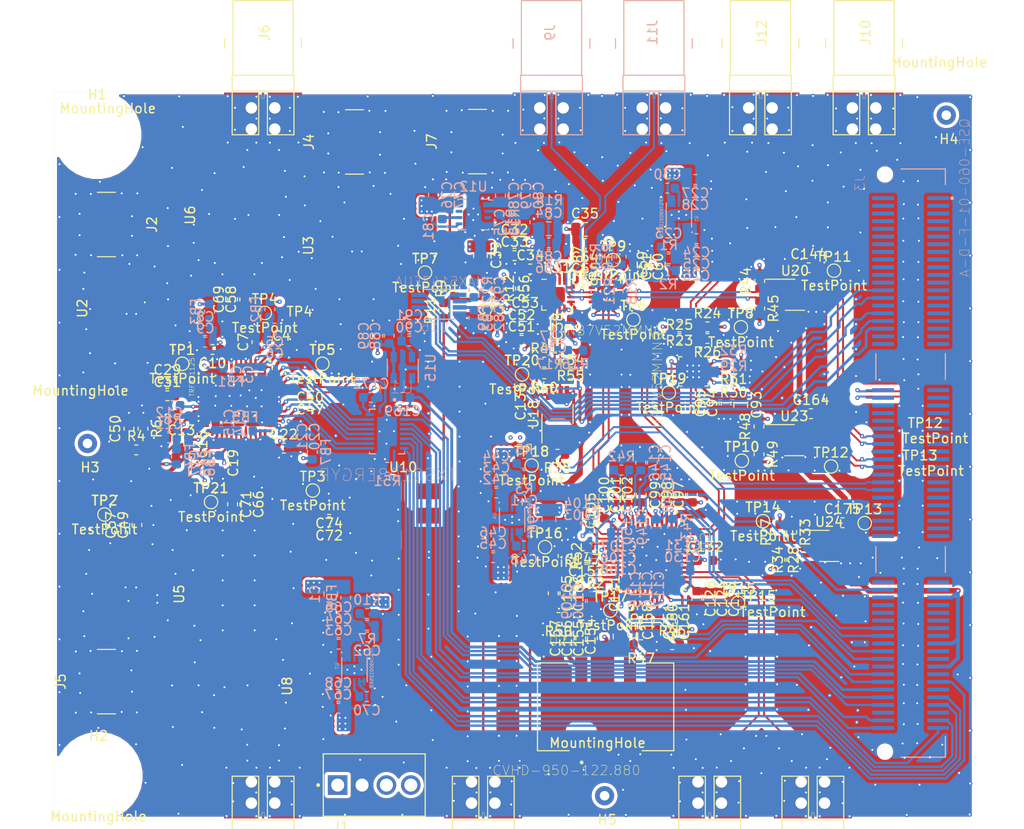
<source format=kicad_pcb>
(kicad_pcb (version 20171130) (host pcbnew "(5.1.2)-1")
  (layers (0 F.Cu signal hide) (1 GND power hide) (2 PWR power hide) (31 B.Cu signal) (34 B.Paste user hide) (35 F.Paste user hide) (36 B.SilkS user hide) (37 F.SilkS user hide) (38 B.Mask user hide) (39 F.Mask user hide) (44 Edge.Cuts user))
  (net 0 "")
  (net 1 GND)
  (net 2 +5V_MIX)
  (net 3 VCCDIG)
  (net 4 VCCMIX1)
  (net 5 VCCMIX2)
  (net 6 VCCBIAS)
  (net 7 VCCBBQ)
  (net 8 VCCLO)
  (net 9 VCCBBI)
  (net 10 "Net-(C23-Pad2)")
  (net 11 +2V5)
  (net 12 "Net-(C30-Pad1)")
  (net 13 +5V)
  (net 14 "Net-(C41-Pad2)")
  (net 15 +3V3)
  (net 16 "Net-(C48-Pad1)")
  (net 17 "Net-(C50-Pad1)")
  (net 18 "Net-(C62-Pad2)")
  (net 19 "Net-(C70-Pad1)")
  (net 20 "Net-(C73-Pad2)")
  (net 21 "Net-(C75-Pad2)")
  (net 22 -5V)
  (net 23 "Net-(C81-Pad1)")
  (net 24 +2.5V_FPGA)
  (net 25 "Net-(C147-Pad1)")
  (net 26 CLKuWIRE)
  (net 27 DATAuWIRE)
  (net 28 LEuWIRE)
  (net 29 "Net-(C152-Pad2)")
  (net 30 "Net-(C158-Pad2)")
  (net 31 "Net-(C161-Pad2)")
  (net 32 "Net-(C165-Pad2)")
  (net 33 "Net-(J2-Pad1)")
  (net 34 SPI_CLK)
  (net 35 SPI_DATA)
  (net 36 "Net-(J3-Pad5)")
  (net 37 CLK_LOS)
  (net 38 SPI_STROBE)
  (net 39 "Net-(J3-Pad11)")
  (net 40 "Net-(J3-Pad12)")
  (net 41 SPI_READBACK)
  (net 42 CHIP_EN)
  (net 43 "Net-(J3-Pad17)")
  (net 44 "Net-(J3-Pad18)")
  (net 45 "Net-(J3-Pad23)")
  (net 46 "Net-(J3-Pad24)")
  (net 47 "Net-(J3-Pad29)")
  (net 48 "Net-(J3-Pad30)")
  (net 49 GOE)
  (net 50 SYNC)
  (net 51 "Net-(J3-Pad37)")
  (net 52 GAIN_B1)
  (net 53 "Net-(J3-Pad39)")
  (net 54 GAIN_B0)
  (net 55 "Net-(J3-Pad41)")
  (net 56 "Net-(J3-Pad43)")
  (net 57 "Net-(J3-Pad45)")
  (net 58 "Net-(J3-Pad46)")
  (net 59 "Net-(J3-Pad47)")
  (net 60 GAIN_B2)
  (net 61 "Net-(J3-Pad49)")
  (net 62 LD)
  (net 63 "Net-(J3-Pad51)")
  (net 64 "Net-(J3-Pad52)")
  (net 65 "Net-(J3-Pad57)")
  (net 66 "Net-(J3-Pad58)")
  (net 67 "Net-(J3-Pad59)")
  (net 68 "Net-(J3-Pad61)")
  (net 69 "Net-(J3-Pad63)")
  (net 70 "Net-(J3-Pad64)")
  (net 71 "Net-(J3-Pad69)")
  (net 72 "Net-(J3-Pad70)")
  (net 73 "Net-(J3-Pad71)")
  (net 74 "Net-(J3-Pad72)")
  (net 75 "Net-(J3-Pad73)")
  (net 76 "Net-(J3-Pad74)")
  (net 77 "Net-(J3-Pad75)")
  (net 78 "Net-(J3-Pad76)")
  (net 79 "Net-(J3-Pad77)")
  (net 80 DAC_CLR)
  (net 81 "Net-(J3-Pad80)")
  (net 82 "Net-(J3-Pad81)")
  (net 83 "Net-(J3-Pad83)")
  (net 84 "Net-(J3-Pad86)")
  (net 85 "Net-(J3-Pad87)")
  (net 86 "Net-(J3-Pad88)")
  (net 87 "Net-(J3-Pad89)")
  (net 88 "Net-(J3-Pad90)")
  (net 89 "Net-(J3-Pad91)")
  (net 90 "Net-(J3-Pad92)")
  (net 91 "Net-(J3-Pad98)")
  (net 92 "Net-(J3-Pad99)")
  (net 93 "Net-(J3-Pad101)")
  (net 94 "Net-(J3-Pad104)")
  (net 95 "Net-(J3-Pad105)")
  (net 96 "Net-(J3-Pad115)")
  (net 97 "Net-(J3-Pad116)")
  (net 98 "Net-(J4-Pad1)")
  (net 99 "Net-(J5-Pad1)")
  (net 100 "Net-(J6-Pad1)")
  (net 101 "Net-(J7-Pad1)")
  (net 102 "Net-(J8-Pad1)")
  (net 103 "Net-(R11-Pad1)")
  (net 104 OE)
  (net 105 "Net-(U2-Pad2)")
  (net 106 "Net-(U3-Pad2)")
  (net 107 "Net-(U5-Pad2)")
  (net 108 "Net-(U6-Pad2)")
  (net 109 "Net-(U6-Pad5)")
  (net 110 "Net-(U8-Pad2)")
  (net 111 "Net-(U8-Pad5)")
  (net 112 "Net-(U10-Pad2)")
  (net 113 "Net-(U11-Pad4)")
  (net 114 "Net-(U11-Pad1)")
  (net 115 "Net-(U12-Pad3)")
  (net 116 "Net-(U12-Pad7)")
  (net 117 "Net-(U13-Pad4)")
  (net 118 "Net-(U13-Pad1)")
  (net 119 "Net-(U13-Pad5)")
  (net 120 "Net-(U15-Pad1)")
  (net 121 "Net-(U17-Pad4)")
  (net 122 "Net-(U17-Pad1)")
  (net 123 "Net-(U17-Pad5)")
  (net 124 "Net-(U18-Pad4)")
  (net 125 "Net-(U18-Pad1)")
  (net 126 "Net-(U20-Pad4)")
  (net 127 "Net-(U20-Pad1)")
  (net 128 "Net-(U21-Pad7)")
  (net 129 "Net-(U21-Pad25)")
  (net 130 "Net-(U21-Pad26)")
  (net 131 "Net-(U21-Pad35)")
  (net 132 "Net-(U23-Pad4)")
  (net 133 "Net-(U23-Pad1)")
  (net 134 /MIXINP)
  (net 135 /MIXIP)
  (net 136 /MIXIN)
  (net 137 /LOIP)
  (net 138 /MIXINN)
  (net 139 /LOIN)
  (net 140 /VP)
  (net 141 -VDC)
  (net 142 /DACREF)
  (net 143 /VN)
  (net 144 /LDObyp1)
  (net 145 /LDObyp2)
  (net 146 /Bias)
  (net 147 /CLKin*)
  (net 148 /CLKin0)
  (net 149 /OSCin)
  (net 150 /OSCin*)
  (net 151 /CPout2)
  (net 152 /CPout1)
  (net 153 /REXT)
  (net 154 /HYS)
  (net 155 /VTTCO)
  (net 156 /VTR)
  (net 157 /R1)
  (net 158 /R1*)
  (net 159 /VTR1*)
  (net 160 /DACOUT)
  (net 161 /VTR2)
  (net 162 /R2)
  (net 163 /R2*)
  (net 164 /VTR2*)
  (net 165 /Fout)
  (net 166 /CLOCK)
  (net 167 /DATA)
  (net 168 /STROBE)
  (net 169 /GAIN0)
  (net 170 /GAIN1)
  (net 171 /GAIN2)
  (net 172 /READBACK)
  (net 173 "Net-(U24-Pad1)")
  (net 174 "Net-(U24-Pad4)")
  (net 175 "Net-(U11-Pad17)")
  (net 176 /LO_P)
  (net 177 /LO_N)
  (net 178 /MIX_P)
  (net 179 /MIX_N)
  (net 180 /MQ_P)
  (net 181 /MQ_N)
  (net 182 /MI_P)
  (net 183 /MI_N)
  (net 184 /Q_P)
  (net 185 /Q_N)
  (net 186 /I_P)
  (net 187 /I_N)
  (net 188 /BBI_P)
  (net 189 /BBI_N)
  (net 190 D1QOUT_P)
  (net 191 D1QOUT_N)
  (net 192 D2QOUT_P)
  (net 193 D2QOUT_N)
  (net 194 FPGALE_P)
  (net 195 FPGALE_N)
  (net 196 D1CLK_P)
  (net 197 FPGACLK_P)
  (net 198 FPGACLK_N)
  (net 199 D1CLK_N)
  (net 200 D1Q_P)
  (net 201 D1Q_N)
  (net 202 D2Q_P)
  (net 203 D2Q_N)
  (net 204 D2CLK_N)
  (net 205 D2CLK_P)
  (net 206 /BBQ_P)
  (net 207 /BBQ_N)
  (net 208 /MIXQ_P)
  (net 209 /MIXQ_N)
  (net 210 "Net-(U21-Pad41)")
  (net 211 "Net-(U21-Pad42)")
  (net 212 /VCXODAC_N)
  (net 213 /VCXODAC_P)
  (net 214 /D2IN_N)
  (net 215 /D2IN_P)
  (net 216 /QCOMP_N)
  (net 217 /QCOMP_P)
  (net 218 /LE_P)
  (net 219 /LE_N)
  (net 220 "Net-(U14-Pad20)")
  (net 221 "Net-(J3-Pad78)")
  (net 222 "Net-(J3-Pad8)")
  (net 223 "Net-(J3-Pad20)")
  (net 224 "Net-(J3-Pad22)")
  (net 225 "Net-(J3-Pad50)")
  (net 226 "Net-(J3-Pad38)")
  (net 227 "Net-(J3-Pad40)")
  (net 228 "Net-(J3-Pad48)")
  (net 229 "Net-(J3-Pad14)")
  (net 230 "Net-(J3-Pad16)")
  (net 231 "Net-(J3-Pad1)")
  (net 232 "Net-(J3-Pad2)")
  (net 233 "Net-(J3-Pad3)")
  (net 234 "Net-(J3-Pad4)")
  (net 235 "Net-(J3-Pad6)")
  (net 236 "Net-(J3-Pad7)")
  (net 237 "Net-(J3-Pad9)")
  (net 238 "Net-(J3-Pad10)")
  (net 239 "Net-(J3-Pad13)")
  (net 240 "Net-(J3-Pad15)")
  (net 241 "Net-(J3-Pad19)")
  (net 242 "Net-(J3-Pad21)")
  (net 243 "Net-(J3-Pad25)")
  (net 244 "Net-(J3-Pad27)")
  (net 245 "Net-(J3-Pad31)")
  (net 246 "Net-(J3-Pad33)")
  (net 247 "Net-(J3-Pad53)")
  (net 248 "Net-(J3-Pad55)")
  (net 249 "Net-(J3-Pad65)")
  (net 250 "Net-(J3-Pad67)")
  (net 251 "Net-(J3-Pad93)")
  (net 252 "Net-(J3-Pad95)")
  (net 253 "Net-(J3-Pad109)")
  (net 254 "Net-(J3-Pad35)")
  (net 255 "Net-(J3-Pad79)")
  (net 256 DATA_DAC)
  (net 257 CLK_DAC)
  (net 258 CS_DAC)
  (net 259 +3V3_DAC)
  (net 260 /FPGA_P)
  (net 261 /FPGA_N)
  (net 262 +VDC_1)
  (net 263 +VDC_2)
  (net 264 "Net-(J3-Pad82)")
  (net 265 +3.3V_FPGA_LSHIFT)
  (net 266 +3.3V_FPGA_TRANS)
  (module lj_lib_fp:Minicircuits_A_type (layer F.Cu) (at 36.51436 -31.70742 180)
    (fp_text reference U10 (at 0.1 5.05) (layer F.SilkS))
    (fp_text value ADT2-1T+)
    (pad 1 smd rect (at -2.54 -2.54 180) (size 2.54 1.65) (layers F.Cu F.Paste F.Mask) (net 1 GND))
    (pad 2 smd rect (at -2.54 0 180) (size 2.54 1.65) (layers F.Cu F.Paste F.Mask) (net 112 "Net-(U10-Pad2)"))
    (pad 3 smd rect (at -2.54 2.54 180) (size 2.54 1.65) (layers F.Cu F.Paste F.Mask) (net 103 "Net-(R11-Pad1)"))
    (pad 4 smd rect (at 2.54 2.54 180) (size 2.54 1.65) (layers F.Cu F.Paste F.Mask) (net 187 /I_N))
    (pad 5 smd rect (at 2.54 0 180) (size 2.54 1.65) (layers F.Cu F.Paste F.Mask) (net 1 GND))
    (pad 6 smd rect (at 2.54 -2.54 180) (size 2.54 1.65) (layers F.Cu F.Paste F.Mask) (net 186 /I_P))
  )
  (module lj_lib_fp:Minicircuits_A_type (layer F.Cu) (at 19.283 -13.844 90)
    (fp_text reference U8 (at 0.1 5.05 90) (layer F.SilkS))
    (fp_text value ADTL2-18+)
    (pad 1 smd rect (at -2.54 -2.54 90) (size 2.54 1.65) (layers F.Cu F.Paste F.Mask) (net 1 GND))
    (pad 2 smd rect (at -2.54 0 90) (size 2.54 1.65) (layers F.Cu F.Paste F.Mask) (net 110 "Net-(U8-Pad2)"))
    (pad 3 smd rect (at -2.54 2.54 90) (size 2.54 1.65) (layers F.Cu F.Paste F.Mask) (net 102 "Net-(J8-Pad1)"))
    (pad 4 smd rect (at 2.54 2.54 90) (size 2.54 1.65) (layers F.Cu F.Paste F.Mask) (net 176 /LO_P))
    (pad 5 smd rect (at 2.54 0 90) (size 2.54 1.65) (layers F.Cu F.Paste F.Mask) (net 111 "Net-(U8-Pad5)"))
    (pad 6 smd rect (at 2.54 -2.54 90) (size 2.54 1.65) (layers F.Cu F.Paste F.Mask) (net 177 /LO_N))
  )
  (module lj_lib_fp:Minicircuits_A_type (layer F.Cu) (at 19.283 -63.12 270)
    (fp_text reference U6 (at 0.1 5.05 90) (layer F.SilkS))
    (fp_text value ADTL2-18+)
    (pad 1 smd rect (at -2.54 -2.54 270) (size 2.54 1.65) (layers F.Cu F.Paste F.Mask) (net 100 "Net-(J6-Pad1)"))
    (pad 2 smd rect (at -2.54 0 270) (size 2.54 1.65) (layers F.Cu F.Paste F.Mask) (net 108 "Net-(U6-Pad2)"))
    (pad 3 smd rect (at -2.54 2.54 270) (size 2.54 1.65) (layers F.Cu F.Paste F.Mask) (net 1 GND))
    (pad 4 smd rect (at 2.54 2.54 270) (size 2.54 1.65) (layers F.Cu F.Paste F.Mask) (net 179 /MIX_N))
    (pad 5 smd rect (at 2.54 0 270) (size 2.54 1.65) (layers F.Cu F.Paste F.Mask) (net 109 "Net-(U6-Pad5)"))
    (pad 6 smd rect (at 2.54 -2.54 270) (size 2.54 1.65) (layers F.Cu F.Paste F.Mask) (net 178 /MIX_P))
  )
  (module lj_lib_fp:Minicircuits_A_type (layer F.Cu) (at 8.0435 -23.4325 90)
    (fp_text reference U5 (at 0.1 5.05 90) (layer F.SilkS))
    (fp_text value ADT2-1T+)
    (pad 1 smd rect (at -2.54 -2.54 90) (size 2.54 1.65) (layers F.Cu F.Paste F.Mask) (net 99 "Net-(J5-Pad1)"))
    (pad 2 smd rect (at -2.54 0 90) (size 2.54 1.65) (layers F.Cu F.Paste F.Mask) (net 107 "Net-(U5-Pad2)"))
    (pad 3 smd rect (at -2.54 2.54 90) (size 2.54 1.65) (layers F.Cu F.Paste F.Mask) (net 1 GND))
    (pad 4 smd rect (at 2.54 2.54 90) (size 2.54 1.65) (layers F.Cu F.Paste F.Mask) (net 184 /Q_P))
    (pad 5 smd rect (at 2.54 0 90) (size 2.54 1.65) (layers F.Cu F.Paste F.Mask) (net 1 GND))
    (pad 6 smd rect (at 2.54 -2.54 90) (size 2.54 1.65) (layers F.Cu F.Paste F.Mask) (net 185 /Q_N))
  )
  (module lj_lib_fp:Minicircuits_A_type (layer F.Cu) (at 31.602 -59.945 270)
    (fp_text reference U3 (at 0.1 5.05 90) (layer F.SilkS))
    (fp_text value ADT2-1T+)
    (pad 1 smd rect (at -2.54 -2.54 270) (size 2.54 1.65) (layers F.Cu F.Paste F.Mask) (net 98 "Net-(J4-Pad1)"))
    (pad 2 smd rect (at -2.54 0 270) (size 2.54 1.65) (layers F.Cu F.Paste F.Mask) (net 106 "Net-(U3-Pad2)"))
    (pad 3 smd rect (at -2.54 2.54 270) (size 2.54 1.65) (layers F.Cu F.Paste F.Mask) (net 1 GND))
    (pad 4 smd rect (at 2.54 2.54 270) (size 2.54 1.65) (layers F.Cu F.Paste F.Mask) (net 182 /MI_P))
    (pad 5 smd rect (at 2.54 0 270) (size 2.54 1.65) (layers F.Cu F.Paste F.Mask) (net 1 GND))
    (pad 6 smd rect (at 2.54 -2.54 270) (size 2.54 1.65) (layers F.Cu F.Paste F.Mask) (net 183 /MI_N))
  )
  (module lj_lib_fp:Minicircuits_A_type (layer F.Cu) (at 8.0435 -53.4045 270)
    (fp_text reference U2 (at 0.1 5.05 90) (layer F.SilkS))
    (fp_text value ADT2-1T+)
    (pad 1 smd rect (at -2.54 -2.54 270) (size 2.54 1.65) (layers F.Cu F.Paste F.Mask) (net 1 GND))
    (pad 2 smd rect (at -2.54 0 270) (size 2.54 1.65) (layers F.Cu F.Paste F.Mask) (net 105 "Net-(U2-Pad2)"))
    (pad 3 smd rect (at -2.54 2.54 270) (size 2.54 1.65) (layers F.Cu F.Paste F.Mask) (net 33 "Net-(J2-Pad1)"))
    (pad 4 smd rect (at 2.54 2.54 270) (size 2.54 1.65) (layers F.Cu F.Paste F.Mask) (net 181 /MQ_N))
    (pad 5 smd rect (at 2.54 0 270) (size 2.54 1.65) (layers F.Cu F.Paste F.Mask) (net 1 GND))
    (pad 6 smd rect (at 2.54 -2.54 270) (size 2.54 1.65) (layers F.Cu F.Paste F.Mask) (net 180 /MQ_P))
  )
  (module lj_lib_fp:QFP50P700X700X90-49N (layer F.Cu) (at 19.283 -43.822 270)
    (fp_text reference U9 (at -2.65696 -4.87106 90) (layer F.SilkS) (effects (font (size 0.492254 0.492254) (thickness 0.05))))
    (fp_text value TRF371125 (at -2.32673 4.8603 90) (layer F.SilkS) (effects (font (size 0.488554 0.488554) (thickness 0.05))))
    (pad 49 smd rect (at 0 0 270) (size 5.6 5.6) (layers F.Cu F.Paste F.Mask) (net 1 GND))
    (pad 48 smd rect (at -2.75 -3.45 180) (size 0.7 0.26) (layers F.Cu F.Paste F.Mask) (net 166 /CLOCK))
    (pad 47 smd rect (at -2.25 -3.45 180) (size 0.7 0.26) (layers F.Cu F.Paste F.Mask) (net 167 /DATA))
    (pad 46 smd rect (at -1.75 -3.45 180) (size 0.7 0.26) (layers F.Cu F.Paste F.Mask) (net 168 /STROBE))
    (pad 45 smd rect (at -1.25 -3.45 180) (size 0.7 0.26) (layers F.Cu F.Paste F.Mask) (net 135 /MIXIP))
    (pad 44 smd rect (at -0.75 -3.45 180) (size 0.7 0.26) (layers F.Cu F.Paste F.Mask) (net 136 /MIXIN))
    (pad 43 smd rect (at -0.25 -3.45 180) (size 0.7 0.26) (layers F.Cu F.Paste F.Mask) (net 1 GND))
    (pad 42 smd rect (at 0.25 -3.45 180) (size 0.7 0.26) (layers F.Cu F.Paste F.Mask) (net 1 GND))
    (pad 41 smd rect (at 0.75 -3.45 180) (size 0.7 0.26) (layers F.Cu F.Paste F.Mask) (net 169 /GAIN0))
    (pad 40 smd rect (at 1.25 -3.45 180) (size 0.7 0.26) (layers F.Cu F.Paste F.Mask) (net 170 /GAIN1))
    (pad 39 smd rect (at 1.75 -3.45 180) (size 0.7 0.26) (layers F.Cu F.Paste F.Mask) (net 171 /GAIN2))
    (pad 38 smd rect (at 2.25 -3.45 180) (size 0.7 0.26) (layers F.Cu F.Paste F.Mask) (net 172 /READBACK))
    (pad 37 smd rect (at 2.75 -3.45 180) (size 0.7 0.26) (layers F.Cu F.Paste F.Mask) (net 1 GND))
    (pad 36 smd rect (at 3.45 -2.75 90) (size 0.7 0.26) (layers F.Cu F.Paste F.Mask) (net 9 VCCBBI))
    (pad 35 smd rect (at 3.45 -2.25 90) (size 0.7 0.26) (layers F.Cu F.Paste F.Mask) (net 1 GND))
    (pad 34 smd rect (at 3.45 -1.75 90) (size 0.7 0.26) (layers F.Cu F.Paste F.Mask) (net 189 /BBI_N))
    (pad 33 smd rect (at 3.45 -1.25 90) (size 0.7 0.26) (layers F.Cu F.Paste F.Mask) (net 188 /BBI_P))
    (pad 32 smd rect (at 3.45 -0.75 90) (size 0.7 0.26) (layers F.Cu F.Paste F.Mask) (net 1 GND))
    (pad 31 smd rect (at 3.45 -0.25 90) (size 0.7 0.26) (layers F.Cu F.Paste F.Mask) (net 137 /LOIP))
    (pad 30 smd rect (at 3.45 0.25 90) (size 0.7 0.26) (layers F.Cu F.Paste F.Mask) (net 139 /LOIN))
    (pad 29 smd rect (at 3.45 0.75 90) (size 0.7 0.26) (layers F.Cu F.Paste F.Mask) (net 8 VCCLO))
    (pad 28 smd rect (at 3.45 1.25 90) (size 0.7 0.26) (layers F.Cu F.Paste F.Mask) (net 206 /BBQ_P))
    (pad 27 smd rect (at 3.45 1.75 90) (size 0.7 0.26) (layers F.Cu F.Paste F.Mask) (net 207 /BBQ_N))
    (pad 26 smd rect (at 3.45 2.25 90) (size 0.7 0.26) (layers F.Cu F.Paste F.Mask) (net 1 GND))
    (pad 25 smd rect (at 3.45 2.75 90) (size 0.7 0.26) (layers F.Cu F.Paste F.Mask) (net 7 VCCBBQ))
    (pad 24 smd rect (at 2.75 3.45) (size 0.7 0.26) (layers F.Cu F.Paste F.Mask) (net 17 "Net-(C50-Pad1)"))
    (pad 23 smd rect (at 2.25 3.45) (size 0.7 0.26) (layers F.Cu F.Paste F.Mask) (net 1 GND))
    (pad 22 smd rect (at 1.75 3.45) (size 0.7 0.26) (layers F.Cu F.Paste F.Mask) (net 1 GND))
    (pad 21 smd rect (at 1.25 3.45) (size 0.7 0.26) (layers F.Cu F.Paste F.Mask) (net 6 VCCBIAS))
    (pad 20 smd rect (at 0.75 3.45) (size 0.7 0.26) (layers F.Cu F.Paste F.Mask) (net 153 /REXT))
    (pad 19 smd rect (at 0.25 3.45) (size 0.7 0.26) (layers F.Cu F.Paste F.Mask) (net 1 GND))
    (pad 18 smd rect (at -0.25 3.45) (size 0.7 0.26) (layers F.Cu F.Paste F.Mask) (net 1 GND))
    (pad 17 smd rect (at -0.75 3.45) (size 0.7 0.26) (layers F.Cu F.Paste F.Mask) (net 209 /MIXQ_N))
    (pad 16 smd rect (at -1.25 3.45) (size 0.7 0.26) (layers F.Cu F.Paste F.Mask) (net 208 /MIXQ_P))
    (pad 15 smd rect (at -1.75 3.45) (size 0.7 0.26) (layers F.Cu F.Paste F.Mask) (net 1 GND))
    (pad 14 smd rect (at -2.25 3.45) (size 0.7 0.26) (layers F.Cu F.Paste F.Mask) (net 1 GND))
    (pad 13 smd rect (at -2.75 3.45) (size 0.7 0.26) (layers F.Cu F.Paste F.Mask) (net 1 GND))
    (pad 12 smd rect (at -3.45 2.75 270) (size 0.7 0.26) (layers F.Cu F.Paste F.Mask) (net 1 GND))
    (pad 11 smd rect (at -3.45 2.25 270) (size 0.7 0.26) (layers F.Cu F.Paste F.Mask) (net 1 GND))
    (pad 10 smd rect (at -3.45 1.75 270) (size 0.7 0.26) (layers F.Cu F.Paste F.Mask) (net 1 GND))
    (pad 9 smd rect (at -3.45 1.25 270) (size 0.7 0.26) (layers F.Cu F.Paste F.Mask) (net 5 VCCMIX2))
    (pad 8 smd rect (at -3.45 0.75 270) (size 0.7 0.26) (layers F.Cu F.Paste F.Mask) (net 1 GND))
    (pad 7 smd rect (at -3.45 0.25 270) (size 0.7 0.26) (layers F.Cu F.Paste F.Mask) (net 138 /MIXINN))
    (pad 6 smd rect (at -3.45 -0.25 270) (size 0.7 0.26) (layers F.Cu F.Paste F.Mask) (net 134 /MIXINP))
    (pad 5 smd rect (at -3.45 -0.75 270) (size 0.7 0.26) (layers F.Cu F.Paste F.Mask) (net 1 GND))
    (pad 4 smd rect (at -3.45 -1.25 270) (size 0.7 0.26) (layers F.Cu F.Paste F.Mask) (net 4 VCCMIX1))
    (pad 3 smd rect (at -3.45 -1.75 270) (size 0.7 0.26) (layers F.Cu F.Paste F.Mask) (net 220 "Net-(U14-Pad20)"))
    (pad 2 smd rect (at -3.45 -2.25 270) (size 0.7 0.26) (layers F.Cu F.Paste F.Mask) (net 3 VCCDIG))
    (pad 1 smd rect (at -3.45 -2.75 270) (size 0.7 0.26) (layers F.Cu F.Paste F.Mask) (net 1 GND))
  )
  (module lj_lib_fp:SAMTEC_QSE-060-01-L-D-A (layer B.Cu) (at 89.2854 -37.1866 270)
    (fp_text reference J3 (at -29.1713 5.27559 90) (layer B.SilkS) (effects (font (size 1.00296 1.00296) (thickness 0.05)) (justify mirror)))
    (fp_text value QSE-060-01-F-D-A (at -27.6319 -5.63342 90) (layer B.SilkS) (effects (font (size 1.00221 1.00221) (thickness 0.05)) (justify mirror)))
    (pad "" np_thru_hole circle (at 30.065 2.67 270) (size 1.02 1.02) (drill 1.02) (layers *.Cu *.Mask B.SilkS))
    (pad "" np_thru_hole circle (at -30.065 2.67 270) (size 1.02 1.02) (drill 1.02) (layers *.Cu *.Mask B.SilkS))
    (pad 132 smd rect (at 28.06 0 270) (size 2.54 0.43) (layers B.Cu B.Paste B.Mask) (net 1 GND))
    (pad 131 smd rect (at 23.17 0 270) (size 4.7 0.43) (layers B.Cu B.Paste B.Mask) (net 1 GND))
    (pad 130 smd rect (at 16.82 0 270) (size 4.7 0.43) (layers B.Cu B.Paste B.Mask) (net 1 GND))
    (pad 129 smd rect (at 11.93 0 270) (size 2.54 0.43) (layers B.Cu B.Paste B.Mask) (net 1 GND))
    (pad 120 smd rect (at 27.6 2.865 180) (size 2.27 0.41) (layers B.Cu B.Paste B.Mask) (net 38 SPI_STROBE))
    (pad 119 smd rect (at 27.6 -2.865 180) (size 2.27 0.41) (layers B.Cu B.Paste B.Mask) (net 54 GAIN_B0))
    (pad 118 smd rect (at 26.8 2.865 180) (size 2.27 0.41) (layers B.Cu B.Paste B.Mask) (net 35 SPI_DATA))
    (pad 117 smd rect (at 26.8 -2.865 180) (size 2.27 0.41) (layers B.Cu B.Paste B.Mask) (net 52 GAIN_B1))
    (pad 116 smd rect (at 26 2.865 180) (size 2.27 0.41) (layers B.Cu B.Paste B.Mask) (net 97 "Net-(J3-Pad116)"))
    (pad 115 smd rect (at 26 -2.865 180) (size 2.27 0.41) (layers B.Cu B.Paste B.Mask) (net 96 "Net-(J3-Pad115)"))
    (pad 114 smd rect (at 25.2 2.865 180) (size 2.27 0.41) (layers B.Cu B.Paste B.Mask) (net 34 SPI_CLK))
    (pad 113 smd rect (at 25.2 -2.865 180) (size 2.27 0.41) (layers B.Cu B.Paste B.Mask) (net 60 GAIN_B2))
    (pad 112 smd rect (at 24.4 2.865 180) (size 2.27 0.41) (layers B.Cu B.Paste B.Mask) (net 42 CHIP_EN))
    (pad 111 smd rect (at 24.4 -2.865 180) (size 2.27 0.41) (layers B.Cu B.Paste B.Mask) (net 41 SPI_READBACK))
    (pad 110 smd rect (at 23.6 2.865 180) (size 2.27 0.41) (layers B.Cu B.Paste B.Mask) (net 265 +3.3V_FPGA_LSHIFT))
    (pad 109 smd rect (at 23.6 -2.865 180) (size 2.27 0.41) (layers B.Cu B.Paste B.Mask) (net 253 "Net-(J3-Pad109)"))
    (pad 108 smd rect (at 22.8 2.876 180) (size 2.27 0.41) (layers B.Cu B.Paste B.Mask) (net 62 LD))
    (pad 107 smd rect (at 22.8 -2.865 180) (size 2.27 0.41) (layers B.Cu B.Paste B.Mask) (net 104 OE))
    (pad 106 smd rect (at 22 2.876 180) (size 2.27 0.41) (layers B.Cu B.Paste B.Mask) (net 49 GOE))
    (pad 105 smd rect (at 22 -2.865 180) (size 2.27 0.41) (layers B.Cu B.Paste B.Mask) (net 95 "Net-(J3-Pad105)"))
    (pad 104 smd rect (at 21.2 2.865 180) (size 2.27 0.41) (layers B.Cu B.Paste B.Mask) (net 94 "Net-(J3-Pad104)"))
    (pad 103 smd rect (at 21.2 -2.865 180) (size 2.27 0.41) (layers B.Cu B.Paste B.Mask) (net 266 +3.3V_FPGA_TRANS))
    (pad 102 smd rect (at 20.4 2.865 180) (size 2.27 0.41) (layers B.Cu B.Paste B.Mask) (net 50 SYNC))
    (pad 101 smd rect (at 20.4 -2.865 180) (size 2.27 0.41) (layers B.Cu B.Paste B.Mask) (net 93 "Net-(J3-Pad101)"))
    (pad 100 smd rect (at 19.6 2.865 180) (size 2.27 0.41) (layers B.Cu B.Paste B.Mask) (net 37 CLK_LOS))
    (pad 99 smd rect (at 19.6 -2.865 180) (size 2.27 0.41) (layers B.Cu B.Paste B.Mask) (net 92 "Net-(J3-Pad99)"))
    (pad 98 smd rect (at 18.8 2.865 180) (size 2.27 0.41) (layers B.Cu B.Paste B.Mask) (net 91 "Net-(J3-Pad98)"))
    (pad 97 smd rect (at 18.8 -2.865 180) (size 2.27 0.41) (layers B.Cu B.Paste B.Mask) (net 266 +3.3V_FPGA_TRANS))
    (pad 96 smd rect (at 18 2.865 180) (size 2.27 0.41) (layers B.Cu B.Paste B.Mask) (net 27 DATAuWIRE))
    (pad 95 smd rect (at 18 -2.865 180) (size 2.27 0.41) (layers B.Cu B.Paste B.Mask) (net 252 "Net-(J3-Pad95)"))
    (pad 94 smd rect (at 17.2 2.865 180) (size 2.27 0.41) (layers B.Cu B.Paste B.Mask) (net 26 CLKuWIRE))
    (pad 93 smd rect (at 17.2 -2.865 180) (size 2.27 0.41) (layers B.Cu B.Paste B.Mask) (net 251 "Net-(J3-Pad93)"))
    (pad 92 smd rect (at 16.4 2.865 180) (size 2.27 0.41) (layers B.Cu B.Paste B.Mask) (net 90 "Net-(J3-Pad92)"))
    (pad 91 smd rect (at 16.4 -2.865 180) (size 2.27 0.41) (layers B.Cu B.Paste B.Mask) (net 89 "Net-(J3-Pad91)"))
    (pad 90 smd rect (at 15.6 2.865 180) (size 2.27 0.41) (layers B.Cu B.Paste B.Mask) (net 88 "Net-(J3-Pad90)"))
    (pad 89 smd rect (at 15.6 -2.865 180) (size 2.27 0.41) (layers B.Cu B.Paste B.Mask) (net 87 "Net-(J3-Pad89)"))
    (pad 88 smd rect (at 14.8 2.865 180) (size 2.27 0.41) (layers B.Cu B.Paste B.Mask) (net 86 "Net-(J3-Pad88)"))
    (pad 87 smd rect (at 14.8 -2.865 180) (size 2.27 0.41) (layers B.Cu B.Paste B.Mask) (net 85 "Net-(J3-Pad87)"))
    (pad 86 smd rect (at 14 2.865 180) (size 2.27 0.41) (layers B.Cu B.Paste B.Mask) (net 84 "Net-(J3-Pad86)"))
    (pad 85 smd rect (at 14 -2.865 180) (size 2.27 0.41) (layers B.Cu B.Paste B.Mask) (net 266 +3.3V_FPGA_TRANS))
    (pad 84 smd rect (at 13.2 2.865 180) (size 2.27 0.41) (layers B.Cu B.Paste B.Mask) (net 28 LEuWIRE))
    (pad 83 smd rect (at 13.2 -2.865 180) (size 2.27 0.41) (layers B.Cu B.Paste B.Mask) (net 83 "Net-(J3-Pad83)"))
    (pad 82 smd rect (at 12.4 2.865 180) (size 2.27 0.41) (layers B.Cu B.Paste B.Mask) (net 264 "Net-(J3-Pad82)"))
    (pad 81 smd rect (at 12.4 -2.865 180) (size 2.27 0.41) (layers B.Cu B.Paste B.Mask) (net 82 "Net-(J3-Pad81)"))
    (pad 128 smd rect (at 8.06 0 270) (size 2.54 0.43) (layers B.Cu B.Paste B.Mask) (net 1 GND))
    (pad 127 smd rect (at 3.17 0 270) (size 4.7 0.43) (layers B.Cu B.Paste B.Mask) (net 1 GND))
    (pad 126 smd rect (at -3.18 0 270) (size 4.7 0.43) (layers B.Cu B.Paste B.Mask) (net 1 GND))
    (pad 125 smd rect (at -8.07 0 270) (size 2.54 0.43) (layers B.Cu B.Paste B.Mask) (net 1 GND))
    (pad 80 smd rect (at 7.6 2.865 180) (size 2.27 0.41) (layers B.Cu B.Paste B.Mask) (net 81 "Net-(J3-Pad80)"))
    (pad 79 smd rect (at 7.6 -2.865 180) (size 2.27 0.41) (layers B.Cu B.Paste B.Mask) (net 255 "Net-(J3-Pad79)"))
    (pad 78 smd rect (at 6.8 2.865 180) (size 2.27 0.41) (layers B.Cu B.Paste B.Mask) (net 221 "Net-(J3-Pad78)"))
    (pad 77 smd rect (at 6.8 -2.865 180) (size 2.27 0.41) (layers B.Cu B.Paste B.Mask) (net 79 "Net-(J3-Pad77)"))
    (pad 76 smd rect (at 6 2.865 180) (size 2.27 0.41) (layers B.Cu B.Paste B.Mask) (net 78 "Net-(J3-Pad76)"))
    (pad 75 smd rect (at 6 -2.865 180) (size 2.27 0.41) (layers B.Cu B.Paste B.Mask) (net 77 "Net-(J3-Pad75)"))
    (pad 74 smd rect (at 5.2 2.865 180) (size 2.27 0.41) (layers B.Cu B.Paste B.Mask) (net 76 "Net-(J3-Pad74)"))
    (pad 73 smd rect (at 5.2 -2.865 180) (size 2.27 0.41) (layers B.Cu B.Paste B.Mask) (net 75 "Net-(J3-Pad73)"))
    (pad 72 smd rect (at 4.4 2.865 180) (size 2.27 0.41) (layers B.Cu B.Paste B.Mask) (net 74 "Net-(J3-Pad72)"))
    (pad 71 smd rect (at 4.4 -2.865 180) (size 2.27 0.41) (layers B.Cu B.Paste B.Mask) (net 73 "Net-(J3-Pad71)"))
    (pad 70 smd rect (at 3.6 2.865 180) (size 2.27 0.41) (layers B.Cu B.Paste B.Mask) (net 72 "Net-(J3-Pad70)"))
    (pad 69 smd rect (at 3.6 -2.865 180) (size 2.27 0.41) (layers B.Cu B.Paste B.Mask) (net 71 "Net-(J3-Pad69)"))
    (pad 68 smd rect (at 2.8 2.865 180) (size 2.27 0.41) (layers B.Cu B.Paste B.Mask) (net 194 FPGALE_P))
    (pad 67 smd rect (at 2.8 -2.865 180) (size 2.27 0.41) (layers B.Cu B.Paste B.Mask) (net 250 "Net-(J3-Pad67)"))
    (pad 66 smd rect (at 2 2.865 180) (size 2.27 0.41) (layers B.Cu B.Paste B.Mask) (net 195 FPGALE_N))
    (pad 65 smd rect (at 2 -2.865 180) (size 2.27 0.41) (layers B.Cu B.Paste B.Mask) (net 249 "Net-(J3-Pad65)"))
    (pad 64 smd rect (at 1.2 2.865 180) (size 2.27 0.41) (layers B.Cu B.Paste B.Mask) (net 70 "Net-(J3-Pad64)"))
    (pad 63 smd rect (at 1.2 -2.865 180) (size 2.27 0.41) (layers B.Cu B.Paste B.Mask) (net 69 "Net-(J3-Pad63)"))
    (pad 62 smd rect (at 0.4 2.865 180) (size 2.27 0.41) (layers B.Cu B.Paste B.Mask) (net 193 D2QOUT_N))
    (pad 61 smd rect (at 0.4 -2.865 180) (size 2.27 0.41) (layers B.Cu B.Paste B.Mask) (net 68 "Net-(J3-Pad61)"))
    (pad 60 smd rect (at -0.4 2.865 180) (size 2.27 0.41) (layers B.Cu B.Paste B.Mask) (net 192 D2QOUT_P))
    (pad 59 smd rect (at -0.4 -2.865 180) (size 2.27 0.41) (layers B.Cu B.Paste B.Mask) (net 67 "Net-(J3-Pad59)"))
    (pad 58 smd rect (at -1.2 2.865 180) (size 2.27 0.41) (layers B.Cu B.Paste B.Mask) (net 66 "Net-(J3-Pad58)"))
    (pad 57 smd rect (at -1.2 -2.865 180) (size 2.27 0.41) (layers B.Cu B.Paste B.Mask) (net 65 "Net-(J3-Pad57)"))
    (pad 56 smd rect (at -2 2.865 180) (size 2.27 0.41) (layers B.Cu B.Paste B.Mask) (net 191 D1QOUT_N))
    (pad 55 smd rect (at -2 -2.865 180) (size 2.27 0.41) (layers B.Cu B.Paste B.Mask) (net 248 "Net-(J3-Pad55)"))
    (pad 54 smd rect (at -2.8 2.865 180) (size 2.27 0.41) (layers B.Cu B.Paste B.Mask) (net 190 D1QOUT_P))
    (pad 53 smd rect (at -2.8 -2.865 180) (size 2.27 0.41) (layers B.Cu B.Paste B.Mask) (net 247 "Net-(J3-Pad53)"))
    (pad 52 smd rect (at -3.6 2.865 180) (size 2.27 0.41) (layers B.Cu B.Paste B.Mask) (net 64 "Net-(J3-Pad52)"))
    (pad 51 smd rect (at -3.6 -2.865 180) (size 2.27 0.41) (layers B.Cu B.Paste B.Mask) (net 63 "Net-(J3-Pad51)"))
    (pad 50 smd rect (at -4.4 2.865 180) (size 2.27 0.41) (layers B.Cu B.Paste B.Mask) (net 225 "Net-(J3-Pad50)"))
    (pad 49 smd rect (at -4.4 -2.865 180) (size 2.27 0.41) (layers B.Cu B.Paste B.Mask) (net 61 "Net-(J3-Pad49)"))
    (pad 48 smd rect (at -5.2 2.865 180) (size 2.27 0.41) (layers B.Cu B.Paste B.Mask) (net 228 "Net-(J3-Pad48)"))
    (pad 47 smd rect (at -5.2 -2.865 180) (size 2.27 0.41) (layers B.Cu B.Paste B.Mask) (net 59 "Net-(J3-Pad47)"))
    (pad 46 smd rect (at -6 2.865 180) (size 2.27 0.41) (layers B.Cu B.Paste B.Mask) (net 58 "Net-(J3-Pad46)"))
    (pad 45 smd rect (at -6 -2.865 180) (size 2.27 0.41) (layers B.Cu B.Paste B.Mask) (net 57 "Net-(J3-Pad45)"))
    (pad 44 smd rect (at -6.8 2.865 180) (size 2.27 0.41) (layers B.Cu B.Paste B.Mask) (net 198 FPGACLK_N))
    (pad 43 smd rect (at -6.8 -2.865 180) (size 2.27 0.41) (layers B.Cu B.Paste B.Mask) (net 56 "Net-(J3-Pad43)"))
    (pad 42 smd rect (at -7.6 2.865 180) (size 2.27 0.41) (layers B.Cu B.Paste B.Mask) (net 197 FPGACLK_P))
    (pad 41 smd rect (at -7.6 -2.865 180) (size 2.27 0.41) (layers B.Cu B.Paste B.Mask) (net 55 "Net-(J3-Pad41)"))
    (pad 124 smd rect (at -11.94 0 270) (size 2.54 0.43) (layers B.Cu B.Paste B.Mask) (net 1 GND))
    (pad 123 smd rect (at -16.83 0 270) (size 4.7 0.43) (layers B.Cu B.Paste B.Mask) (net 1 GND))
    (pad 122 smd rect (at -23.18 0 270) (size 4.7 0.43) (layers B.Cu B.Paste B.Mask) (net 1 GND))
    (pad 121 smd rect (at -28.07 0 270) (size 2.54 0.43) (layers B.Cu B.Paste B.Mask) (net 1 GND))
    (pad 40 smd rect (at -12.4 2.865 180) (size 2.27 0.41) (layers B.Cu B.Paste B.Mask) (net 227 "Net-(J3-Pad40)"))
    (pad 39 smd rect (at -12.4 -2.865 180) (size 2.27 0.41) (layers B.Cu B.Paste B.Mask) (net 53 "Net-(J3-Pad39)"))
    (pad 38 smd rect (at -13.2 2.865 180) (size 2.27 0.41) (layers B.Cu B.Paste B.Mask) (net 226 "Net-(J3-Pad38)"))
    (pad 37 smd rect (at -13.2 -2.865 180) (size 2.27 0.41) (layers B.Cu B.Paste B.Mask) (net 51 "Net-(J3-Pad37)"))
    (pad 36 smd rect (at -14 2.865 180) (size 2.27 0.41) (layers B.Cu B.Paste B.Mask) (net 24 +2.5V_FPGA))
    (pad 35 smd rect (at -14 -2.865 180) (size 2.27 0.41) (layers B.Cu B.Paste B.Mask) (net 254 "Net-(J3-Pad35)"))
    (pad 34 smd rect (at -14.8 2.865 180) (size 2.27 0.41) (layers B.Cu B.Paste B.Mask) (net 258 CS_DAC))
    (pad 33 smd rect (at -14.8 -2.865 180) (size 2.27 0.41) (layers B.Cu B.Paste B.Mask) (net 246 "Net-(J3-Pad33)"))
    (pad 32 smd rect (at -15.6 2.865 180) (size 2.27 0.41) (layers B.Cu B.Paste B.Mask) (net 257 CLK_DAC))
    (pad 31 smd rect (at -15.6 -2.865 180) (size 2.27 0.41) (layers B.Cu B.Paste B.Mask) (net 245 "Net-(J3-Pad31)"))
    (pad 30 smd rect (at -16.4 2.865 180) (size 2.27 0.41) (layers B.Cu B.Paste B.Mask) (net 48 "Net-(J3-Pad30)"))
    (pad 29 smd rect (at -16.4 -2.865 180) (size 2.27 0.41) (layers B.Cu B.Paste B.Mask) (net 47 "Net-(J3-Pad29)"))
    (pad 28 smd rect (at -17.2 2.865 180) (size 2.27 0.41) (layers B.Cu B.Paste B.Mask) (net 256 DATA_DAC))
    (pad 27 smd rect (at -17.2 -2.865 180) (size 2.27 0.41) (layers B.Cu B.Paste B.Mask) (net 244 "Net-(J3-Pad27)"))
    (pad 26 smd rect (at -18 2.865 180) (size 2.27 0.41) (layers B.Cu B.Paste B.Mask) (net 80 DAC_CLR))
    (pad 25 smd rect (at -18 -2.865 180) (size 2.27 0.41) (layers B.Cu B.Paste B.Mask) (net 243 "Net-(J3-Pad25)"))
    (pad 24 smd rect (at -18.8 2.865 180) (size 2.27 0.41) (layers B.Cu B.Paste B.Mask) (net 46 "Net-(J3-Pad24)"))
    (pad 23 smd rect (at -18.8 -2.865 180) (size 2.27 0.41) (layers B.Cu B.Paste B.Mask) (net 45 "Net-(J3-Pad23)"))
    (pad 22 smd rect (at -19.6 2.865 180) (size 2.27 0.41) (layers B.Cu B.Paste B.Mask) (net 224 "Net-(J3-Pad22)"))
    (pad 21 smd rect (at -19.6 -2.865 180) (size 2.27 0.41) (layers B.Cu B.Paste B.Mask) (net 242 "Net-(J3-Pad21)"))
    (pad 20 smd rect (at -20.4 2.865 180) (size 2.27 0.41) (layers B.Cu B.Paste B.Mask) (net 223 "Net-(J3-Pad20)"))
    (pad 19 smd rect (at -20.4 -2.865 180) (size 2.27 0.41) (layers B.Cu B.Paste B.Mask) (net 241 "Net-(J3-Pad19)"))
    (pad 18 smd rect (at -21.2 2.865 180) (size 2.27 0.41) (layers B.Cu B.Paste B.Mask) (net 44 "Net-(J3-Pad18)"))
    (pad 17 smd rect (at -21.2 -2.865 180) (size 2.27 0.41) (layers B.Cu B.Paste B.Mask) (net 43 "Net-(J3-Pad17)"))
    (pad 16 smd rect (at -22 2.865 180) (size 2.27 0.41) (layers B.Cu B.Paste B.Mask) (net 230 "Net-(J3-Pad16)"))
    (pad 15 smd rect (at -22 -2.865 180) (size 2.27 0.41) (layers B.Cu B.Paste B.Mask) (net 240 "Net-(J3-Pad15)"))
    (pad 14 smd rect (at -22.8 2.865 180) (size 2.27 0.41) (layers B.Cu B.Paste B.Mask) (net 229 "Net-(J3-Pad14)"))
    (pad 13 smd rect (at -22.8 -2.865 180) (size 2.27 0.41) (layers B.Cu B.Paste B.Mask) (net 239 "Net-(J3-Pad13)"))
    (pad 12 smd rect (at -23.6 2.865 180) (size 2.27 0.41) (layers B.Cu B.Paste B.Mask) (net 40 "Net-(J3-Pad12)"))
    (pad 11 smd rect (at -23.6 -2.865 180) (size 2.27 0.41) (layers B.Cu B.Paste B.Mask) (net 39 "Net-(J3-Pad11)"))
    (pad 10 smd rect (at -24.4 2.865 180) (size 2.27 0.41) (layers B.Cu B.Paste B.Mask) (net 238 "Net-(J3-Pad10)"))
    (pad 9 smd rect (at -24.4 -2.865 180) (size 2.27 0.41) (layers B.Cu B.Paste B.Mask) (net 237 "Net-(J3-Pad9)"))
    (pad 8 smd rect (at -25.2 2.865 180) (size 2.27 0.41) (layers B.Cu B.Paste B.Mask) (net 222 "Net-(J3-Pad8)"))
    (pad 7 smd rect (at -25.2 -2.865 180) (size 2.27 0.41) (layers B.Cu B.Paste B.Mask) (net 236 "Net-(J3-Pad7)"))
    (pad 6 smd rect (at -26 2.865 180) (size 2.27 0.41) (layers B.Cu B.Paste B.Mask) (net 235 "Net-(J3-Pad6)"))
    (pad 5 smd rect (at -26 -2.865 180) (size 2.27 0.41) (layers B.Cu B.Paste B.Mask) (net 36 "Net-(J3-Pad5)"))
    (pad 4 smd rect (at -26.8 2.865 180) (size 2.27 0.41) (layers B.Cu B.Paste B.Mask) (net 234 "Net-(J3-Pad4)"))
    (pad 3 smd rect (at -26.8 -2.865 180) (size 2.27 0.41) (layers B.Cu B.Paste B.Mask) (net 233 "Net-(J3-Pad3)"))
    (pad 2 smd rect (at -27.6 2.865 180) (size 2.27 0.41) (layers B.Cu B.Paste B.Mask) (net 232 "Net-(J3-Pad2)"))
    (pad 1 smd rect (at -27.6 -2.865 180) (size 2.27 0.41) (layers B.Cu B.Paste B.Mask) (net 231 "Net-(J3-Pad1)"))
  )
  (module lj_lib_fp:901-10510-2 (layer B.Cu) (at 51.8712 -70.399 90)
    (fp_text reference J9 (at 11.64 -0.15 270) (layer B.SilkS) (effects (justify mirror)))
    (fp_text value Conn_Coaxial)
    (pad 2 thru_hole circle (at 3.79 -1.22 90) (size 1.53 1.53) (drill 1.2) (layers *.Cu *.Mask) (net 1 GND))
    (pad 2 thru_hole circle (at 1.58 -1.22 90) (size 1.53 1.53) (drill 1.2) (layers *.Cu *.Mask) (net 1 GND))
    (pad 2 thru_hole circle (at 3.79 1.22 90) (size 1.53 1.53) (drill 1.2) (layers *.Cu *.Mask) (net 1 GND))
    (pad 2 thru_hole circle (at 1.58 1.22 90) (size 1.53 1.53) (drill 1.2) (layers *.Cu *.Mask) (net 1 GND))
    (pad 1 smd rect (at 5.04 0 90) (size 1 0.25) (drill (offset -0.15 0)) (layers B.Cu B.Paste B.Mask) (net 216 /QCOMP_N))
    (pad 2 smd rect (at 2.77 -2.26 90) (size 5.54 3.61) (drill (offset -0.15 0)) (layers B.Cu B.Paste B.Mask) (net 1 GND))
    (pad 2 smd rect (at 2.77 2.26 90) (size 5.54 3.61) (drill (offset -0.15 0)) (layers B.Cu B.Paste B.Mask) (net 1 GND))
  )
  (module lj_lib_fp:901-10510-2 (layer F.Cu) (at 44.76 -5.5525 270)
    (fp_text reference J15 (at 11.64 0.15 90) (layer F.SilkS))
    (fp_text value Conn_Coaxial)
    (pad 2 thru_hole circle (at 3.79 1.22 270) (size 1.53 1.53) (drill 1.2) (layers *.Cu *.Mask) (net 1 GND))
    (pad 2 thru_hole circle (at 1.58 1.22 270) (size 1.53 1.53) (drill 1.2) (layers *.Cu *.Mask) (net 1 GND))
    (pad 2 thru_hole circle (at 3.79 -1.22 270) (size 1.53 1.53) (drill 1.2) (layers *.Cu *.Mask) (net 1 GND))
    (pad 2 thru_hole circle (at 1.58 -1.22 270) (size 1.53 1.53) (drill 1.2) (layers *.Cu *.Mask) (net 1 GND))
    (pad 1 smd rect (at 5.04 0 270) (size 1 0.25) (drill (offset -0.15 0)) (layers F.Cu F.Paste F.Mask) (net 29 "Net-(C152-Pad2)"))
    (pad 2 smd rect (at 2.77 2.26 270) (size 5.54 3.61) (drill (offset -0.15 0)) (layers F.Cu F.Paste F.Mask) (net 1 GND))
    (pad 2 smd rect (at 2.77 -2.26 270) (size 5.54 3.61) (drill (offset -0.15 0)) (layers F.Cu F.Paste F.Mask) (net 1 GND))
  )
  (module lj_lib_fp:901-10510-2 (layer F.Cu) (at 68.3558 -5.5525 270)
    (fp_text reference J14 (at 11.64 0.15 90) (layer F.SilkS))
    (fp_text value Conn_Coaxial)
    (pad 2 thru_hole circle (at 3.79 1.22 270) (size 1.53 1.53) (drill 1.2) (layers *.Cu *.Mask) (net 1 GND))
    (pad 2 thru_hole circle (at 1.58 1.22 270) (size 1.53 1.53) (drill 1.2) (layers *.Cu *.Mask) (net 1 GND))
    (pad 2 thru_hole circle (at 3.79 -1.22 270) (size 1.53 1.53) (drill 1.2) (layers *.Cu *.Mask) (net 1 GND))
    (pad 2 thru_hole circle (at 1.58 -1.22 270) (size 1.53 1.53) (drill 1.2) (layers *.Cu *.Mask) (net 1 GND))
    (pad 1 smd rect (at 5.04 0 270) (size 1 0.25) (drill (offset -0.15 0)) (layers F.Cu F.Paste F.Mask) (net 212 /VCXODAC_N))
    (pad 2 smd rect (at 2.77 2.26 270) (size 5.54 3.61) (drill (offset -0.15 0)) (layers F.Cu F.Paste F.Mask) (net 1 GND))
    (pad 2 smd rect (at 2.77 -2.26 270) (size 5.54 3.61) (drill (offset -0.15 0)) (layers F.Cu F.Paste F.Mask) (net 1 GND))
  )
  (module lj_lib_fp:901-10510-2 (layer F.Cu) (at 79.1 -5.5525 270)
    (fp_text reference J13 (at 11.64 0.15 90) (layer F.SilkS))
    (fp_text value Conn_Coaxial)
    (pad 2 thru_hole circle (at 3.79 1.22 270) (size 1.53 1.53) (drill 1.2) (layers *.Cu *.Mask) (net 1 GND))
    (pad 2 thru_hole circle (at 1.58 1.22 270) (size 1.53 1.53) (drill 1.2) (layers *.Cu *.Mask) (net 1 GND))
    (pad 2 thru_hole circle (at 3.79 -1.22 270) (size 1.53 1.53) (drill 1.2) (layers *.Cu *.Mask) (net 1 GND))
    (pad 2 thru_hole circle (at 1.58 -1.22 270) (size 1.53 1.53) (drill 1.2) (layers *.Cu *.Mask) (net 1 GND))
    (pad 1 smd rect (at 5.04 0 270) (size 1 0.25) (drill (offset -0.15 0)) (layers F.Cu F.Paste F.Mask) (net 213 /VCXODAC_P))
    (pad 2 smd rect (at 2.77 2.26 270) (size 5.54 3.61) (drill (offset -0.15 0)) (layers F.Cu F.Paste F.Mask) (net 1 GND))
    (pad 2 smd rect (at 2.77 -2.26 270) (size 5.54 3.61) (drill (offset -0.15 0)) (layers F.Cu F.Paste F.Mask) (net 1 GND))
  )
  (module lj_lib_fp:901-10510-2 (layer F.Cu) (at 73.639 -70.399 90)
    (fp_text reference J12 (at 11.64 0.15 90) (layer F.SilkS))
    (fp_text value Conn_Coaxial)
    (pad 2 thru_hole circle (at 3.79 1.22 90) (size 1.53 1.53) (drill 1.2) (layers *.Cu *.Mask) (net 1 GND))
    (pad 2 thru_hole circle (at 1.58 1.22 90) (size 1.53 1.53) (drill 1.2) (layers *.Cu *.Mask) (net 1 GND))
    (pad 2 thru_hole circle (at 3.79 -1.22 90) (size 1.53 1.53) (drill 1.2) (layers *.Cu *.Mask) (net 1 GND))
    (pad 2 thru_hole circle (at 1.58 -1.22 90) (size 1.53 1.53) (drill 1.2) (layers *.Cu *.Mask) (net 1 GND))
    (pad 1 smd rect (at 5.04 0 90) (size 1 0.25) (drill (offset -0.15 0)) (layers F.Cu F.Paste F.Mask) (net 214 /D2IN_N))
    (pad 2 smd rect (at 2.77 2.26 90) (size 5.54 3.61) (drill (offset -0.15 0)) (layers F.Cu F.Paste F.Mask) (net 1 GND))
    (pad 2 smd rect (at 2.77 -2.26 90) (size 5.54 3.61) (drill (offset -0.15 0)) (layers F.Cu F.Paste F.Mask) (net 1 GND))
  )
  (module lj_lib_fp:901-10510-2 (layer B.Cu) (at 62.5392 -70.399 90)
    (fp_text reference J11 (at 11.64 -0.15 270) (layer B.SilkS) (effects (justify mirror)))
    (fp_text value Conn_Coaxial)
    (pad 2 thru_hole circle (at 3.79 -1.22 90) (size 1.53 1.53) (drill 1.2) (layers *.Cu *.Mask) (net 1 GND))
    (pad 2 thru_hole circle (at 1.58 -1.22 90) (size 1.53 1.53) (drill 1.2) (layers *.Cu *.Mask) (net 1 GND))
    (pad 2 thru_hole circle (at 3.79 1.22 90) (size 1.53 1.53) (drill 1.2) (layers *.Cu *.Mask) (net 1 GND))
    (pad 2 thru_hole circle (at 1.58 1.22 90) (size 1.53 1.53) (drill 1.2) (layers *.Cu *.Mask) (net 1 GND))
    (pad 1 smd rect (at 5.04 0 90) (size 1 0.25) (drill (offset -0.15 0)) (layers B.Cu B.Paste B.Mask) (net 217 /QCOMP_P))
    (pad 2 smd rect (at 2.77 -2.26 90) (size 5.54 3.61) (drill (offset -0.15 0)) (layers B.Cu B.Paste B.Mask) (net 1 GND))
    (pad 2 smd rect (at 2.77 2.26 90) (size 5.54 3.61) (drill (offset -0.15 0)) (layers B.Cu B.Paste B.Mask) (net 1 GND))
  )
  (module lj_lib_fp:901-10510-2 (layer F.Cu) (at 84.434 -70.399 90)
    (fp_text reference J10 (at 11.64 0.15 90) (layer F.SilkS))
    (fp_text value Conn_Coaxial)
    (pad 2 thru_hole circle (at 3.79 1.22 90) (size 1.53 1.53) (drill 1.2) (layers *.Cu *.Mask) (net 1 GND))
    (pad 2 thru_hole circle (at 1.58 1.22 90) (size 1.53 1.53) (drill 1.2) (layers *.Cu *.Mask) (net 1 GND))
    (pad 2 thru_hole circle (at 3.79 -1.22 90) (size 1.53 1.53) (drill 1.2) (layers *.Cu *.Mask) (net 1 GND))
    (pad 2 thru_hole circle (at 1.58 -1.22 90) (size 1.53 1.53) (drill 1.2) (layers *.Cu *.Mask) (net 1 GND))
    (pad 1 smd rect (at 5.04 0 90) (size 1 0.25) (drill (offset -0.15 0)) (layers F.Cu F.Paste F.Mask) (net 215 /D2IN_P))
    (pad 2 smd rect (at 2.77 2.26 90) (size 5.54 3.61) (drill (offset -0.15 0)) (layers F.Cu F.Paste F.Mask) (net 1 GND))
    (pad 2 smd rect (at 2.77 -2.26 90) (size 5.54 3.61) (drill (offset -0.15 0)) (layers F.Cu F.Paste F.Mask) (net 1 GND))
  )
  (module lj_lib_fp:901-10510-2 (layer F.Cu) (at 21.823 -5.5525 270)
    (fp_text reference J8 (at 11.64 0.15 90) (layer F.SilkS))
    (fp_text value Conn_Coaxial)
    (pad 2 thru_hole circle (at 3.79 1.22 270) (size 1.53 1.53) (drill 1.2) (layers *.Cu *.Mask) (net 1 GND))
    (pad 2 thru_hole circle (at 1.58 1.22 270) (size 1.53 1.53) (drill 1.2) (layers *.Cu *.Mask) (net 1 GND))
    (pad 2 thru_hole circle (at 3.79 -1.22 270) (size 1.53 1.53) (drill 1.2) (layers *.Cu *.Mask) (net 1 GND))
    (pad 2 thru_hole circle (at 1.58 -1.22 270) (size 1.53 1.53) (drill 1.2) (layers *.Cu *.Mask) (net 1 GND))
    (pad 1 smd rect (at 5.04 0 270) (size 1 0.25) (drill (offset -0.15 0)) (layers F.Cu F.Paste F.Mask) (net 102 "Net-(J8-Pad1)"))
    (pad 2 smd rect (at 2.77 2.26 270) (size 5.54 3.61) (drill (offset -0.15 0)) (layers F.Cu F.Paste F.Mask) (net 1 GND))
    (pad 2 smd rect (at 2.77 -2.26 270) (size 5.54 3.61) (drill (offset -0.15 0)) (layers F.Cu F.Paste F.Mask) (net 1 GND))
  )
  (module lj_lib_fp:901-10510-2 (layer F.Cu) (at 21.823 -70.399 90)
    (fp_text reference J6 (at 11.64 0.15 90) (layer F.SilkS))
    (fp_text value Conn_Coaxial)
    (pad 2 thru_hole circle (at 3.79 1.22 90) (size 1.53 1.53) (drill 1.2) (layers *.Cu *.Mask) (net 1 GND))
    (pad 2 thru_hole circle (at 1.58 1.22 90) (size 1.53 1.53) (drill 1.2) (layers *.Cu *.Mask) (net 1 GND))
    (pad 2 thru_hole circle (at 3.79 -1.22 90) (size 1.53 1.53) (drill 1.2) (layers *.Cu *.Mask) (net 1 GND))
    (pad 2 thru_hole circle (at 1.58 -1.22 90) (size 1.53 1.53) (drill 1.2) (layers *.Cu *.Mask) (net 1 GND))
    (pad 1 smd rect (at 5.04 0 90) (size 1 0.25) (drill (offset -0.15 0)) (layers F.Cu F.Paste F.Mask) (net 100 "Net-(J6-Pad1)"))
    (pad 2 smd rect (at 2.77 2.26 90) (size 5.54 3.61) (drill (offset -0.15 0)) (layers F.Cu F.Paste F.Mask) (net 1 GND))
    (pad 2 smd rect (at 2.77 -2.26 90) (size 5.54 3.61) (drill (offset -0.15 0)) (layers F.Cu F.Paste F.Mask) (net 1 GND))
  )
  (module lj_lib_fp:QFN50P450X350X100-21N (layer B.Cu) (at 34.7348 -40.4733 180)
    (fp_text reference U14 (at -0.89201 4.61592) (layer B.SilkS) (effects (font (size 1.30245 1.30245) (thickness 0.05)) (justify mirror)))
    (fp_text value TXS0108ERGYR (at -0.0644 -4.54165) (layer B.SilkS) (effects (font (size 1.2858 1.2858) (thickness 0.05)) (justify mirror)))
    (pad 21 smd rect (at 0 0 180) (size 2.05 3.05) (layers B.Cu B.Paste B.Mask) (net 1 GND))
    (pad 18 smd rect (at 1.8 1.25 180) (size 0.9 0.26) (layers B.Cu B.Paste B.Mask) (net 166 /CLOCK))
    (pad 17 smd rect (at 1.8 0.75 180) (size 0.9 0.26) (layers B.Cu B.Paste B.Mask) (net 167 /DATA))
    (pad 16 smd rect (at 1.8 0.25 180) (size 0.9 0.26) (layers B.Cu B.Paste B.Mask) (net 168 /STROBE))
    (pad 15 smd rect (at 1.8 -0.25 180) (size 0.9 0.26) (layers B.Cu B.Paste B.Mask) (net 169 /GAIN0))
    (pad 14 smd rect (at 1.8 -0.75 180) (size 0.9 0.26) (layers B.Cu B.Paste B.Mask) (net 170 /GAIN1))
    (pad 13 smd rect (at 1.8 -1.25 180) (size 0.9 0.26) (layers B.Cu B.Paste B.Mask) (net 171 /GAIN2))
    (pad 12 smd rect (at 1.8 -1.75 180) (size 0.9 0.26) (layers B.Cu B.Paste B.Mask) (net 172 /READBACK))
    (pad 11 smd rect (at 0.75 -2.31 270) (size 0.9 0.26) (layers B.Cu B.Paste B.Mask) (net 1 GND))
    (pad 8 smd rect (at -1.8 -1.25 180) (size 0.9 0.26) (layers B.Cu B.Paste B.Mask) (net 60 GAIN_B2))
    (pad 7 smd rect (at -1.8 -0.75 180) (size 0.9 0.26) (layers B.Cu B.Paste B.Mask) (net 52 GAIN_B1))
    (pad 6 smd rect (at -1.8 -0.25 180) (size 0.9 0.26) (layers B.Cu B.Paste B.Mask) (net 54 GAIN_B0))
    (pad 5 smd rect (at -1.8 0.25 180) (size 0.9 0.26) (layers B.Cu B.Paste B.Mask) (net 38 SPI_STROBE))
    (pad 4 smd rect (at -1.8 0.75 180) (size 0.9 0.26) (layers B.Cu B.Paste B.Mask) (net 35 SPI_DATA))
    (pad 3 smd rect (at -1.8 1.25 180) (size 0.9 0.26) (layers B.Cu B.Paste B.Mask) (net 34 SPI_CLK))
    (pad 2 smd rect (at -1.8 1.75 180) (size 0.9 0.26) (layers B.Cu B.Paste B.Mask) (net 265 +3.3V_FPGA_LSHIFT))
    (pad 1 smd rect (at -0.75 2.31 270) (size 0.9 0.26) (layers B.Cu B.Paste B.Mask) (net 42 CHIP_EN))
    (pad 20 smd rect (at 0.75 2.31 90) (size 0.9 0.26) (layers B.Cu B.Paste B.Mask) (net 220 "Net-(U14-Pad20)"))
    (pad 19 smd rect (at 1.8 1.75 180) (size 0.9 0.26) (layers B.Cu B.Paste B.Mask) (net 13 +5V))
    (pad 10 smd rect (at -0.75 -2.31 90) (size 0.9 0.26) (layers B.Cu B.Paste B.Mask) (net 104 OE))
    (pad 9 smd rect (at -1.8 -1.75 180) (size 0.9 0.26) (layers B.Cu B.Paste B.Mask) (net 41 SPI_READBACK))
  )
  (module lj_lib_fp:SON50P250X250X80-11N (layer B.Cu) (at 31.34292 -15.65248 270)
    (fp_text reference U7 (at -0.413522 1.8191 90) (layer B.SilkS) (effects (font (size 0.341775 0.341775) (thickness 0.05)) (justify mirror)))
    (fp_text value TPS7A9001DSKR (at -0.195803 -1.8058 90) (layer B.SilkS) (effects (font (size 0.34056 0.34056) (thickness 0.05)) (justify mirror)))
    (pad 1 smd rect (at -1.25 1) (size 0.28 0.81) (layers B.Cu B.Paste B.Mask) (net 13 +5V))
    (pad 2 smd rect (at -1.25 0.5) (size 0.28 0.81) (layers B.Cu B.Paste B.Mask) (net 13 +5V))
    (pad 3 smd rect (at -1.25 0) (size 0.28 0.81) (layers B.Cu B.Paste B.Mask) (net 18 "Net-(C62-Pad2)"))
    (pad 4 smd rect (at -1.25 -0.5) (size 0.28 0.81) (layers B.Cu B.Paste B.Mask) (net 1 GND))
    (pad 5 smd rect (at -1.25 -1) (size 0.28 0.81) (layers B.Cu B.Paste B.Mask) (net 1 GND))
    (pad 6 smd rect (at 1.25 -1) (size 0.28 0.81) (layers B.Cu B.Paste B.Mask) (net 263 +VDC_2))
    (pad 7 smd rect (at 1.25 -0.5) (size 0.28 0.81) (layers B.Cu B.Paste B.Mask) (net 263 +VDC_2))
    (pad 8 smd rect (at 1.25 0) (size 0.28 0.81) (layers B.Cu B.Paste B.Mask) (net 19 "Net-(C70-Pad1)"))
    (pad 9 smd rect (at 1.25 0.5) (size 0.28 0.81) (layers B.Cu B.Paste B.Mask) (net 263 +VDC_2))
    (pad 10 smd rect (at 1.25 1) (size 0.28 0.81) (layers B.Cu B.Paste B.Mask) (net 263 +VDC_2))
    (pad 11 smd rect (at 0 0) (size 2 1.2) (layers B.Cu B.Paste B.Mask) (net 1 GND))
  )
  (module lj_lib_fp:SON50P250X250X80-11N (layer B.Cu) (at 47.7691 -31.27624 270)
    (fp_text reference U4 (at -0.413522 1.8191 90) (layer B.SilkS) (effects (font (size 0.341775 0.341775) (thickness 0.05)) (justify mirror)))
    (fp_text value TPS7A9001DSKR (at -0.195803 -1.8058 90) (layer B.SilkS) (effects (font (size 0.34056 0.34056) (thickness 0.05)) (justify mirror)))
    (pad 1 smd rect (at -1.25 1) (size 0.28 0.81) (layers B.Cu B.Paste B.Mask) (net 15 +3V3))
    (pad 2 smd rect (at -1.25 0.5) (size 0.28 0.81) (layers B.Cu B.Paste B.Mask) (net 15 +3V3))
    (pad 3 smd rect (at -1.25 0) (size 0.28 0.81) (layers B.Cu B.Paste B.Mask) (net 14 "Net-(C41-Pad2)"))
    (pad 4 smd rect (at -1.25 -0.5) (size 0.28 0.81) (layers B.Cu B.Paste B.Mask) (net 1 GND))
    (pad 5 smd rect (at -1.25 -1) (size 0.28 0.81) (layers B.Cu B.Paste B.Mask) (net 1 GND))
    (pad 6 smd rect (at 1.25 -1) (size 0.28 0.81) (layers B.Cu B.Paste B.Mask) (net 262 +VDC_1))
    (pad 7 smd rect (at 1.25 -0.5) (size 0.28 0.81) (layers B.Cu B.Paste B.Mask) (net 262 +VDC_1))
    (pad 8 smd rect (at 1.25 0) (size 0.28 0.81) (layers B.Cu B.Paste B.Mask) (net 16 "Net-(C48-Pad1)"))
    (pad 9 smd rect (at 1.25 0.5) (size 0.28 0.81) (layers B.Cu B.Paste B.Mask) (net 262 +VDC_1))
    (pad 10 smd rect (at 1.25 1) (size 0.28 0.81) (layers B.Cu B.Paste B.Mask) (net 262 +VDC_1))
    (pad 11 smd rect (at 0 0) (size 2 1.2) (layers B.Cu B.Paste B.Mask) (net 1 GND))
  )
  (module lj_lib_fp:SON50P250X250X80-11N (layer B.Cu) (at 65.1428 -63.03354 90)
    (fp_text reference U1 (at -0.413522 1.8191 90) (layer B.SilkS) (effects (font (size 0.341775 0.341775) (thickness 0.05)) (justify mirror)))
    (fp_text value TPS7A9001DSKR (at -0.195803 -1.8058 90) (layer B.SilkS) (effects (font (size 0.34056 0.34056) (thickness 0.05)) (justify mirror)))
    (pad 1 smd rect (at -1.25 1 180) (size 0.28 0.81) (layers B.Cu B.Paste B.Mask) (net 11 +2V5))
    (pad 2 smd rect (at -1.25 0.5 180) (size 0.28 0.81) (layers B.Cu B.Paste B.Mask) (net 11 +2V5))
    (pad 3 smd rect (at -1.25 0 180) (size 0.28 0.81) (layers B.Cu B.Paste B.Mask) (net 10 "Net-(C23-Pad2)"))
    (pad 4 smd rect (at -1.25 -0.5 180) (size 0.28 0.81) (layers B.Cu B.Paste B.Mask) (net 1 GND))
    (pad 5 smd rect (at -1.25 -1 180) (size 0.28 0.81) (layers B.Cu B.Paste B.Mask) (net 1 GND))
    (pad 6 smd rect (at 1.25 -1 180) (size 0.28 0.81) (layers B.Cu B.Paste B.Mask) (net 262 +VDC_1))
    (pad 7 smd rect (at 1.25 -0.5 180) (size 0.28 0.81) (layers B.Cu B.Paste B.Mask) (net 262 +VDC_1))
    (pad 8 smd rect (at 1.25 0 180) (size 0.28 0.81) (layers B.Cu B.Paste B.Mask) (net 12 "Net-(C30-Pad1)"))
    (pad 9 smd rect (at 1.25 0.5 180) (size 0.28 0.81) (layers B.Cu B.Paste B.Mask) (net 262 +VDC_1))
    (pad 10 smd rect (at 1.25 1 180) (size 0.28 0.81) (layers B.Cu B.Paste B.Mask) (net 262 +VDC_1))
    (pad 11 smd rect (at 0 0 180) (size 2 1.2) (layers B.Cu B.Paste B.Mask) (net 1 GND))
  )
  (module Resistor_SMD:R_0603_1608Metric (layer B.Cu) (at 46.5827 -62.2744 90)
    (fp_text reference R15 (at 0 1.43 270) (layer B.SilkS) (effects (justify mirror)))
    (fp_text value 12k)
    (pad 2 smd roundrect (at 0.7875 0 90) (size 0.875 0.95) (layers B.Cu B.Paste B.Mask) (net 21 "Net-(C75-Pad2)"))
    (pad 1 smd roundrect (at -0.7875 0 90) (size 0.875 0.95) (layers B.Cu B.Paste B.Mask) (net 1 GND))
  )
  (module Capacitor_SMD:C_0603_1608Metric (layer B.Cu) (at 34.9548 -50.4454 270)
    (fp_text reference C88 (at 0 1.43 270) (layer B.SilkS) (effects (justify mirror)))
    (fp_text value 1u)
    (pad 2 smd roundrect (at 0.7875 0 270) (size 0.875 0.95) (layers B.Cu B.Paste B.Mask) (net 13 +5V))
    (pad 1 smd roundrect (at -0.7875 0 270) (size 0.875 0.95) (layers B.Cu B.Paste B.Mask) (net 1 GND))
  )
  (module Package_SO:VSSOP-8_3.0x3.0mm_P0.65mm (layer F.Cu) (at 52.4935 -42.292 90)
    (fp_text reference U18 (at 0 -2.5 90) (layer F.SilkS))
    (fp_text value SN65LVDS101DGK)
    (pad 8 smd rect (at 2.2 -0.975) (size 0.45 1.45) (layers F.Cu F.Paste F.Mask) (net 24 +2.5V_FPGA))
    (pad 7 smd rect (at 2.2 -0.325) (size 0.45 1.45) (layers F.Cu F.Paste F.Mask) (net 219 /LE_N))
    (pad 6 smd rect (at 2.2 0.325) (size 0.45 1.45) (layers F.Cu F.Paste F.Mask) (net 218 /LE_P))
    (pad 5 smd rect (at 2.2 0.975) (size 0.45 1.45) (layers F.Cu F.Paste F.Mask) (net 1 GND))
    (pad 4 smd rect (at -2.2 0.975) (size 0.45 1.45) (layers F.Cu F.Paste F.Mask) (net 124 "Net-(U18-Pad4)"))
    (pad 3 smd rect (at -2.2 0.325) (size 0.45 1.45) (layers F.Cu F.Paste F.Mask) (net 195 FPGALE_N))
    (pad 2 smd rect (at -2.2 -0.325) (size 0.45 1.45) (layers F.Cu F.Paste F.Mask) (net 194 FPGALE_P))
    (pad 1 smd rect (at -2.2 -0.975) (size 0.45 1.45) (layers F.Cu F.Paste F.Mask) (net 125 "Net-(U18-Pad1)"))
  )
  (module Capacitor_SMD:C_0603_1608Metric (layer F.Cu) (at 60.4765 -20.6692 270)
    (fp_text reference C158 (at 0 -1.43 90) (layer F.SilkS))
    (fp_text value 100n)
    (pad 2 smd roundrect (at 0.7875 0 270) (size 0.875 0.95) (layers F.Cu F.Paste F.Mask) (net 30 "Net-(C158-Pad2)"))
    (pad 1 smd roundrect (at -0.7875 0 270) (size 0.875 0.95) (layers F.Cu F.Paste F.Mask) (net 149 /OSCin))
  )
  (module lj_lib_fp:QFN3x3x0.5P-17N (layer F.Cu) (at 57.5481 -54.7253)
    (fp_text reference U13 (at 0.255 -3.735) (layer F.SilkS) (effects (font (thickness 0.05))))
    (fp_text value NB7V52MMNG (at 0.89 3.735) (layer F.SilkS) (effects (font (thickness 0.05))))
    (pad 17 smd rect (at 0 0) (size 1.84 1.84) (layers F.Cu F.Paste F.Mask) (net 1 GND))
    (pad 12 smd rect (at 1.47 -0.75) (size 0.65 0.3) (layers F.Cu F.Paste F.Mask) (net 11 +2V5))
    (pad 11 smd rect (at 1.47 -0.25) (size 0.65 0.3) (layers F.Cu F.Paste F.Mask) (net 200 D1Q_P))
    (pad 10 smd rect (at 1.47 0.25) (size 0.65 0.3) (layers F.Cu F.Paste F.Mask) (net 201 D1Q_N))
    (pad 9 smd rect (at 1.47 0.75) (size 0.65 0.3) (layers F.Cu F.Paste F.Mask) (net 1 GND))
    (pad 4 smd rect (at -1.47 0.75) (size 0.65 0.3) (layers F.Cu F.Paste F.Mask) (net 117 "Net-(U13-Pad4)"))
    (pad 3 smd rect (at -1.47 0.25) (size 0.65 0.3) (layers F.Cu F.Paste F.Mask) (net 216 /QCOMP_N))
    (pad 2 smd rect (at -1.47 -0.25) (size 0.65 0.3) (layers F.Cu F.Paste F.Mask) (net 217 /QCOMP_P))
    (pad 1 smd rect (at -1.47 -0.75) (size 0.65 0.3) (layers F.Cu F.Paste F.Mask) (net 118 "Net-(U13-Pad1)"))
    (pad 16 smd rect (at -0.75 -1.47 90) (size 0.65 0.3) (layers F.Cu F.Paste F.Mask) (net 159 /VTR1*))
    (pad 15 smd rect (at -0.25 -1.47 90) (size 0.65 0.3) (layers F.Cu F.Paste F.Mask) (net 158 /R1*))
    (pad 14 smd rect (at 0.25 -1.47 90) (size 0.65 0.3) (layers F.Cu F.Paste F.Mask) (net 157 /R1))
    (pad 13 smd rect (at 0.75 -1.47 90) (size 0.65 0.3) (layers F.Cu F.Paste F.Mask) (net 156 /VTR))
    (pad 8 smd rect (at 0.75 1.47 90) (size 0.65 0.3) (layers F.Cu F.Paste F.Mask) (net 119 "Net-(U13-Pad5)"))
    (pad 7 smd rect (at 0.25 1.47 90) (size 0.65 0.3) (layers F.Cu F.Paste F.Mask) (net 199 D1CLK_N))
    (pad 6 smd rect (at -0.25 1.47 90) (size 0.65 0.3) (layers F.Cu F.Paste F.Mask) (net 196 D1CLK_P))
    (pad 5 smd rect (at -0.75 1.47 90) (size 0.65 0.3) (layers F.Cu F.Paste F.Mask) (net 119 "Net-(U13-Pad5)"))
  )
  (module Connector_Coaxial:SMA_Amphenol_132134-10_Vertical (layer F.Cu) (at 5.5035 -62.0405 270)
    (fp_text reference J2 (at 0 -4.75 90) (layer F.SilkS))
    (fp_text value Conn_Coaxial)
    (pad 2 smd custom (at 0 -2.8 90) (size 7.11 1.51) (layers F.Cu F.Paste F.Mask) (net 1 GND) (options (clearance outline) (anchor rect)) (primitives (gr_poly (pts (xy -1.645 -1.595) (xy -1.5 -1.42) (xy -1.36 -1.28) (xy -1.205 -1.155) (xy -1.035 -1.045) (xy -0.86 -0.95) (xy -0.675 -0.875) (xy -0.48 -0.82) (xy -0.28 -0.78) (xy -0.085 -0.765) (xy 0 -0.765) (xy 0 0.755) (xy -3.555 0.755) (xy -3.555 -1.595)) (width 0)) (gr_poly (pts (xy 1.645 -1.595) (xy 1.5 -1.42) (xy 1.36 -1.28) (xy 1.205 -1.155) (xy 1.035 -1.045) (xy 0.86 -0.95) (xy 0.675 -0.875) (xy 0.48 -0.82) (xy 0.28 -0.78) (xy 0.085 -0.765) (xy 0 -0.765) (xy 0 0.755) (xy 3.555 0.755) (xy 3.555 -1.595)) (width 0))))
    (pad 2 smd custom (at 0 2.8 270) (size 7.11 1.51) (layers F.Cu F.Paste F.Mask) (net 1 GND) (options (clearance outline) (anchor rect)) (primitives (gr_poly (pts (xy -1.645 -1.595) (xy -1.5 -1.42) (xy -1.36 -1.28) (xy -1.205 -1.155) (xy -1.035 -1.045) (xy -0.86 -0.95) (xy -0.675 -0.875) (xy -0.48 -0.82) (xy -0.28 -0.78) (xy -0.085 -0.765) (xy 0 -0.765) (xy 0 0.755) (xy -3.555 0.755) (xy -3.555 -1.595)) (width 0)) (gr_poly (pts (xy 1.645 -1.595) (xy 1.5 -1.42) (xy 1.36 -1.28) (xy 1.205 -1.155) (xy 1.035 -1.045) (xy 0.86 -0.95) (xy 0.675 -0.875) (xy 0.48 -0.82) (xy 0.28 -0.78) (xy 0.085 -0.765) (xy 0 -0.765) (xy 0 0.755) (xy 3.555 0.755) (xy 3.555 -1.595)) (width 0))))
    (pad 1 smd circle (at 0 0) (size 1.73 1.73) (layers F.Cu F.Paste F.Mask) (net 33 "Net-(J2-Pad1)"))
  )
  (module Capacitor_SMD:C_0603_1608Metric (layer F.Cu) (at 7.4085 -30.735 90)
    (fp_text reference C57 (at 0 -1.43 90) (layer F.SilkS))
    (fp_text value 10n)
    (pad 2 smd roundrect (at 0.7875 0 90) (size 0.875 0.95) (layers F.Cu F.Paste F.Mask) (net 207 /BBQ_N))
    (pad 1 smd roundrect (at -0.7875 0 90) (size 0.875 0.95) (layers F.Cu F.Paste F.Mask) (net 185 /Q_N))
  )
  (module Resistor_SMD:R_0603_1608Metric (layer B.Cu) (at 26.9538 -38.355 90)
    (fp_text reference FB7 (at 0 1.43 90) (layer B.SilkS) (effects (justify mirror)))
    (fp_text value 120)
    (pad 2 smd roundrect (at 0.7875 0 90) (size 0.875 0.95) (layers B.Cu B.Paste B.Mask) (net 9 VCCBBI))
    (pad 1 smd roundrect (at -0.7875 0 90) (size 0.875 0.95) (layers B.Cu B.Paste B.Mask) (net 2 +5V_MIX))
  )
  (module Package_SO:VSSOP-8_3.0x3.0mm_P0.65mm (layer F.Cu) (at 77.1696 -39.5742)
    (fp_text reference U23 (at 0 -2.5) (layer F.SilkS))
    (fp_text value SN65LVDS100DGKR)
    (pad 8 smd rect (at 2.2 -0.975 270) (size 0.45 1.45) (layers F.Cu F.Paste F.Mask) (net 266 +3.3V_FPGA_TRANS))
    (pad 7 smd rect (at 2.2 -0.325 270) (size 0.45 1.45) (layers F.Cu F.Paste F.Mask) (net 192 D2QOUT_P))
    (pad 6 smd rect (at 2.2 0.325 270) (size 0.45 1.45) (layers F.Cu F.Paste F.Mask) (net 193 D2QOUT_N))
    (pad 5 smd rect (at 2.2 0.975 270) (size 0.45 1.45) (layers F.Cu F.Paste F.Mask) (net 1 GND))
    (pad 4 smd rect (at -2.2 0.975 270) (size 0.45 1.45) (layers F.Cu F.Paste F.Mask) (net 132 "Net-(U23-Pad4)"))
    (pad 3 smd rect (at -2.2 0.325 270) (size 0.45 1.45) (layers F.Cu F.Paste F.Mask) (net 203 D2Q_N))
    (pad 2 smd rect (at -2.2 -0.325 270) (size 0.45 1.45) (layers F.Cu F.Paste F.Mask) (net 202 D2Q_P))
    (pad 1 smd rect (at -2.2 -0.975 270) (size 0.45 1.45) (layers F.Cu F.Paste F.Mask) (net 133 "Net-(U23-Pad1)"))
  )
  (module lj_lib_fp:OSCSC508P1420X914X530-4N (layer F.Cu) (at 57.51 -11.7919)
    (fp_text reference U22 (at -4.46902 -6.89891) (layer F.SilkS) (effects (font (size 1.00202 1.00202) (thickness 0.05))))
    (fp_text value CVHD-950-122.880 (at -4.08022 6.62348) (layer F.SilkS) (effects (font (size 1.00128 1.00128) (thickness 0.05))))
    (pad 1 smd rect (at -2.54 3.885 270) (size 2.58 1.27) (layers F.Cu F.Paste F.Mask) (net 152 /CPout1))
    (pad 2 smd rect (at 2.54 3.885 270) (size 2.58 1.27) (layers F.Cu F.Paste F.Mask) (net 1 GND))
    (pad 3 smd rect (at 2.54 -3.885 270) (size 2.58 1.27) (layers F.Cu F.Paste F.Mask) (net 30 "Net-(C158-Pad2)"))
    (pad 4 smd rect (at -2.54 -3.885 270) (size 2.58 1.27) (layers F.Cu F.Paste F.Mask) (net 15 +3V3))
  )
  (module lj_lib_fp:QFN50P700X700X80-49N (layer F.Cu) (at 62.1275 -27.5526 270)
    (fp_text reference U21 (at -1.925 -5.77 90) (layer F.SilkS) (effects (font (thickness 0.05))))
    (fp_text value LMK04133SQE (at -1.29 5.77 90) (layer F.SilkS) (effects (font (thickness 0.05))))
    (pad 13 smd rect (at -2.75 3.44) (size 0.89 0.26) (layers F.Cu F.Paste F.Mask) (net 15 +3V3))
    (pad 14 smd rect (at -2.25 3.44) (size 0.89 0.26) (layers F.Cu F.Paste F.Mask) (net 199 D1CLK_N))
    (pad 15 smd rect (at -1.75 3.44) (size 0.89 0.26) (layers F.Cu F.Paste F.Mask) (net 196 D1CLK_P))
    (pad 16 smd rect (at -1.25 3.44) (size 0.89 0.26) (layers F.Cu F.Paste F.Mask) (net 25 "Net-(C147-Pad1)"))
    (pad 17 smd rect (at -0.75 3.44) (size 0.89 0.26) (layers F.Cu F.Paste F.Mask) (net 1 GND))
    (pad 18 smd rect (at -0.25 3.44) (size 0.89 0.26) (layers F.Cu F.Paste F.Mask) (net 15 +3V3))
    (pad 19 smd rect (at 0.25 3.44) (size 0.89 0.26) (layers F.Cu F.Paste F.Mask) (net 15 +3V3))
    (pad 20 smd rect (at 0.75 3.44) (size 0.89 0.26) (layers F.Cu F.Paste F.Mask) (net 148 /CLKin0))
    (pad 21 smd rect (at 1.25 3.44) (size 0.89 0.26) (layers F.Cu F.Paste F.Mask) (net 147 /CLKin*))
    (pad 22 smd rect (at 1.75 3.44) (size 0.89 0.26) (layers F.Cu F.Paste F.Mask) (net 15 +3V3))
    (pad 23 smd rect (at 2.25 3.44) (size 0.89 0.26) (layers F.Cu F.Paste F.Mask) (net 152 /CPout1))
    (pad 24 smd rect (at 2.75 3.44) (size 0.89 0.26) (layers F.Cu F.Paste F.Mask) (net 15 +3V3))
    (pad 37 smd rect (at 2.75 -3.44) (size 0.89 0.26) (layers F.Cu F.Paste F.Mask) (net 15 +3V3))
    (pad 38 smd rect (at 2.25 -3.44) (size 0.89 0.26) (layers F.Cu F.Paste F.Mask) (net 212 /VCXODAC_N))
    (pad 39 smd rect (at 1.75 -3.44) (size 0.89 0.26) (layers F.Cu F.Paste F.Mask) (net 213 /VCXODAC_P))
    (pad 40 smd rect (at 1.25 -3.44) (size 0.89 0.26) (layers F.Cu F.Paste F.Mask) (net 15 +3V3))
    (pad 41 smd rect (at 0.75 -3.44) (size 0.89 0.26) (layers F.Cu F.Paste F.Mask) (net 210 "Net-(U21-Pad41)"))
    (pad 42 smd rect (at 0.25 -3.44) (size 0.89 0.26) (layers F.Cu F.Paste F.Mask) (net 211 "Net-(U21-Pad42)"))
    (pad 43 smd rect (at -0.25 -3.44) (size 0.89 0.26) (layers F.Cu F.Paste F.Mask) (net 15 +3V3))
    (pad 44 smd rect (at -0.75 -3.44) (size 0.89 0.26) (layers F.Cu F.Paste F.Mask) (net 261 /FPGA_N))
    (pad 45 smd rect (at -1.25 -3.44) (size 0.89 0.26) (layers F.Cu F.Paste F.Mask) (net 260 /FPGA_P))
    (pad 46 smd rect (at -1.75 -3.44) (size 0.89 0.26) (layers F.Cu F.Paste F.Mask) (net 15 +3V3))
    (pad 47 smd rect (at -2.25 -3.44) (size 0.89 0.26) (layers F.Cu F.Paste F.Mask) (net 204 D2CLK_N))
    (pad 48 smd rect (at -2.75 -3.44) (size 0.89 0.26) (layers F.Cu F.Paste F.Mask) (net 205 D2CLK_P))
    (pad 1 smd rect (at -3.44 -2.75 270) (size 0.89 0.26) (layers F.Cu F.Paste F.Mask) (net 1 GND))
    (pad 2 smd rect (at -3.44 -2.25 270) (size 0.89 0.26) (layers F.Cu F.Paste F.Mask) (net 165 /Fout))
    (pad 3 smd rect (at -3.44 -1.75 270) (size 0.89 0.26) (layers F.Cu F.Paste F.Mask) (net 15 +3V3))
    (pad 4 smd rect (at -3.44 -1.25 270) (size 0.89 0.26) (layers F.Cu F.Paste F.Mask) (net 26 CLKuWIRE))
    (pad 5 smd rect (at -3.44 -0.75 270) (size 0.89 0.26) (layers F.Cu F.Paste F.Mask) (net 27 DATAuWIRE))
    (pad 6 smd rect (at -3.44 -0.25 270) (size 0.89 0.26) (layers F.Cu F.Paste F.Mask) (net 28 LEuWIRE))
    (pad 7 smd rect (at -3.44 0.25 270) (size 0.89 0.26) (layers F.Cu F.Paste F.Mask) (net 128 "Net-(U21-Pad7)"))
    (pad 8 smd rect (at -3.44 0.75 270) (size 0.89 0.26) (layers F.Cu F.Paste F.Mask) (net 15 +3V3))
    (pad 9 smd rect (at -3.44 1.25 270) (size 0.89 0.26) (layers F.Cu F.Paste F.Mask) (net 144 /LDObyp1))
    (pad 10 smd rect (at -3.44 1.75 270) (size 0.89 0.26) (layers F.Cu F.Paste F.Mask) (net 145 /LDObyp2))
    (pad 11 smd rect (at -3.44 2.25 270) (size 0.89 0.26) (layers F.Cu F.Paste F.Mask) (net 49 GOE))
    (pad 12 smd rect (at -3.44 2.75 270) (size 0.89 0.26) (layers F.Cu F.Paste F.Mask) (net 62 LD))
    (pad 25 smd rect (at 3.44 2.75 270) (size 0.89 0.26) (layers F.Cu F.Paste F.Mask) (net 129 "Net-(U21-Pad25)"))
    (pad 26 smd rect (at 3.44 2.25 270) (size 0.89 0.26) (layers F.Cu F.Paste F.Mask) (net 130 "Net-(U21-Pad26)"))
    (pad 27 smd rect (at 3.44 1.75 270) (size 0.89 0.26) (layers F.Cu F.Paste F.Mask) (net 50 SYNC))
    (pad 28 smd rect (at 3.44 1.25 270) (size 0.89 0.26) (layers F.Cu F.Paste F.Mask) (net 149 /OSCin))
    (pad 29 smd rect (at 3.44 0.75 270) (size 0.89 0.26) (layers F.Cu F.Paste F.Mask) (net 150 /OSCin*))
    (pad 30 smd rect (at 3.44 0.25 270) (size 0.89 0.26) (layers F.Cu F.Paste F.Mask) (net 15 +3V3))
    (pad 31 smd rect (at 3.44 -0.25 270) (size 0.89 0.26) (layers F.Cu F.Paste F.Mask) (net 15 +3V3))
    (pad 32 smd rect (at 3.44 -0.75 270) (size 0.89 0.26) (layers F.Cu F.Paste F.Mask) (net 151 /CPout2))
    (pad 33 smd rect (at 3.44 -1.25 270) (size 0.89 0.26) (layers F.Cu F.Paste F.Mask) (net 15 +3V3))
    (pad 34 smd rect (at 3.44 -1.75 270) (size 0.89 0.26) (layers F.Cu F.Paste F.Mask) (net 37 CLK_LOS))
    (pad 35 smd rect (at 3.44 -2.25 270) (size 0.89 0.26) (layers F.Cu F.Paste F.Mask) (net 131 "Net-(U21-Pad35)"))
    (pad 36 smd rect (at 3.44 -2.75 270) (size 0.89 0.26) (layers F.Cu F.Paste F.Mask) (net 146 /Bias))
    (pad 49 smd rect (at 0 0 270) (size 5.1 5.1) (layers F.Cu F.Paste F.Mask) (net 1 GND))
  )
  (module Package_SO:VSSOP-8_3.0x3.0mm_P0.65mm (layer F.Cu) (at 77.236 -54.7224)
    (fp_text reference U20 (at 0 -2.5) (layer F.SilkS))
    (fp_text value SN65LVDS100DGKR)
    (pad 8 smd rect (at 2.2 -0.975 270) (size 0.45 1.45) (layers F.Cu F.Paste F.Mask) (net 266 +3.3V_FPGA_TRANS))
    (pad 7 smd rect (at 2.2 -0.325 270) (size 0.45 1.45) (layers F.Cu F.Paste F.Mask) (net 190 D1QOUT_P))
    (pad 6 smd rect (at 2.2 0.325 270) (size 0.45 1.45) (layers F.Cu F.Paste F.Mask) (net 191 D1QOUT_N))
    (pad 5 smd rect (at 2.2 0.975 270) (size 0.45 1.45) (layers F.Cu F.Paste F.Mask) (net 1 GND))
    (pad 4 smd rect (at -2.2 0.975 270) (size 0.45 1.45) (layers F.Cu F.Paste F.Mask) (net 126 "Net-(U20-Pad4)"))
    (pad 3 smd rect (at -2.2 0.325 270) (size 0.45 1.45) (layers F.Cu F.Paste F.Mask) (net 201 D1Q_N))
    (pad 2 smd rect (at -2.2 -0.325 270) (size 0.45 1.45) (layers F.Cu F.Paste F.Mask) (net 200 D1Q_P))
    (pad 1 smd rect (at -2.2 -0.975 270) (size 0.45 1.45) (layers F.Cu F.Paste F.Mask) (net 127 "Net-(U20-Pad1)"))
  )
  (module lj_lib_fp:QFN3x3x0.5P-17N (layer F.Cu) (at 66.654 -46.737 270)
    (fp_text reference U17 (at 0.255 -3.735 90) (layer F.SilkS) (effects (font (thickness 0.05))))
    (fp_text value NB7V52MMNG (at 0.89 3.735 90) (layer F.SilkS) (effects (font (thickness 0.05))))
    (pad 17 smd rect (at 0 0 270) (size 1.84 1.84) (layers F.Cu F.Paste F.Mask) (net 1 GND))
    (pad 12 smd rect (at 1.47 -0.75 270) (size 0.65 0.3) (layers F.Cu F.Paste F.Mask) (net 11 +2V5))
    (pad 11 smd rect (at 1.47 -0.25 270) (size 0.65 0.3) (layers F.Cu F.Paste F.Mask) (net 202 D2Q_P))
    (pad 10 smd rect (at 1.47 0.25 270) (size 0.65 0.3) (layers F.Cu F.Paste F.Mask) (net 203 D2Q_N))
    (pad 9 smd rect (at 1.47 0.75 270) (size 0.65 0.3) (layers F.Cu F.Paste F.Mask) (net 1 GND))
    (pad 4 smd rect (at -1.47 0.75 270) (size 0.65 0.3) (layers F.Cu F.Paste F.Mask) (net 121 "Net-(U17-Pad4)"))
    (pad 3 smd rect (at -1.47 0.25 270) (size 0.65 0.3) (layers F.Cu F.Paste F.Mask) (net 214 /D2IN_N))
    (pad 2 smd rect (at -1.47 -0.25 270) (size 0.65 0.3) (layers F.Cu F.Paste F.Mask) (net 215 /D2IN_P))
    (pad 1 smd rect (at -1.47 -0.75 270) (size 0.65 0.3) (layers F.Cu F.Paste F.Mask) (net 122 "Net-(U17-Pad1)"))
    (pad 16 smd rect (at -0.75 -1.47) (size 0.65 0.3) (layers F.Cu F.Paste F.Mask) (net 164 /VTR2*))
    (pad 15 smd rect (at -0.25 -1.47) (size 0.65 0.3) (layers F.Cu F.Paste F.Mask) (net 163 /R2*))
    (pad 14 smd rect (at 0.25 -1.47) (size 0.65 0.3) (layers F.Cu F.Paste F.Mask) (net 162 /R2))
    (pad 13 smd rect (at 0.75 -1.47) (size 0.65 0.3) (layers F.Cu F.Paste F.Mask) (net 161 /VTR2))
    (pad 8 smd rect (at 0.75 1.47) (size 0.65 0.3) (layers F.Cu F.Paste F.Mask) (net 123 "Net-(U17-Pad5)"))
    (pad 7 smd rect (at 0.25 1.47) (size 0.65 0.3) (layers F.Cu F.Paste F.Mask) (net 204 D2CLK_N))
    (pad 6 smd rect (at -0.25 1.47) (size 0.65 0.3) (layers F.Cu F.Paste F.Mask) (net 205 D2CLK_P))
    (pad 5 smd rect (at -0.75 1.47) (size 0.65 0.3) (layers F.Cu F.Paste F.Mask) (net 123 "Net-(U17-Pad5)"))
  )
  (module lj_lib_fp:SOP65P490X110-8N (layer B.Cu) (at 40.1364 -53.7273)
    (fp_text reference U16 (at -0.43 2.362 180) (layer B.SilkS) (effects (font (thickness 0.05)) (justify mirror)))
    (fp_text value MAX5143EUA (at 0.205 -2.362 180) (layer B.SilkS) (effects (font (thickness 0.05)) (justify mirror)))
    (pad 8 smd rect (at 2.165 0.975) (size 1.42 0.47) (layers B.Cu B.Paste B.Mask) (net 1 GND))
    (pad 7 smd rect (at 2.165 0.325) (size 1.42 0.47) (layers B.Cu B.Paste B.Mask) (net 259 +3V3_DAC))
    (pad 6 smd rect (at 2.165 -0.325) (size 1.42 0.47) (layers B.Cu B.Paste B.Mask) (net 160 /DACOUT))
    (pad 5 smd rect (at 2.165 -0.975) (size 1.42 0.47) (layers B.Cu B.Paste B.Mask) (net 80 DAC_CLR))
    (pad 4 smd rect (at -2.165 -0.975) (size 1.42 0.47) (layers B.Cu B.Paste B.Mask) (net 256 DATA_DAC))
    (pad 3 smd rect (at -2.165 -0.325) (size 1.42 0.47) (layers B.Cu B.Paste B.Mask) (net 257 CLK_DAC))
    (pad 2 smd rect (at -2.165 0.325) (size 1.42 0.47) (layers B.Cu B.Paste B.Mask) (net 258 CS_DAC))
    (pad 1 smd rect (at -2.165 0.975) (size 1.42 0.47) (layers B.Cu B.Paste B.Mask) (net 142 /DACREF))
  )
  (module Package_TO_SOT_SMD:SOT-23-5 (layer B.Cu) (at 36.3772 -47.118 90)
    (fp_text reference U15 (at 0 2.9 270) (layer B.SilkS) (effects (justify mirror)))
    (fp_text value LM4132AMF-3.0)
    (pad 5 smd rect (at 1.1 0.95 90) (size 1.06 0.65) (layers B.Cu B.Paste B.Mask) (net 142 /DACREF))
    (pad 4 smd rect (at 1.1 -0.95 90) (size 1.06 0.65) (layers B.Cu B.Paste B.Mask) (net 13 +5V))
    (pad 3 smd rect (at -1.1 -0.95 90) (size 1.06 0.65) (layers B.Cu B.Paste B.Mask) (net 13 +5V))
    (pad 2 smd rect (at -1.1 0 90) (size 1.06 0.65) (layers B.Cu B.Paste B.Mask) (net 1 GND))
    (pad 1 smd rect (at -1.1 0.95 90) (size 1.06 0.65) (layers B.Cu B.Paste B.Mask) (net 120 "Net-(U15-Pad1)"))
  )
  (module lj_lib_fp:VSON-10-1EP_3x3mm_P0.5mm_EP1.5x1.75mm (layer B.Cu) (at 43.7379 -63.0872 180)
    (fp_text reference U12 (at 0 2.9) (layer B.SilkS) (effects (justify mirror)))
    (fp_text value TPS7A3001DRBR)
    (pad 1 smd roundrect (at -1.5 0.975 180) (size 0.7 0.31) (layers B.Cu B.Paste B.Mask) (net 22 -5V))
    (pad 9 smd roundrect (at 0 0 180) (size 1.5 1.75) (layers B.Cu B.Mask) (roundrect_rratio 0.05) (net 1 GND))
    (pad 9 smd roundrect (at -0.325 1.3 180) (size 0.23 1.075) (layers B.Cu B.Paste B.Mask) (net 1 GND))
    (pad 9 smd roundrect (at -0.325 -1.3 180) (size 0.23 1.075) (layers B.Cu B.Paste B.Mask) (net 1 GND))
    (pad 9 smd roundrect (at 0.325 1.3 180) (size 0.23 1.075) (layers B.Cu B.Paste B.Mask) (net 1 GND))
    (pad 9 smd roundrect (at 0.325 -1.3 180) (size 0.23 1.075) (layers B.Cu B.Paste B.Mask) (net 1 GND))
    (pad 2 smd roundrect (at -1.5 0.325 180) (size 0.7 0.31) (layers B.Cu B.Paste B.Mask) (net 21 "Net-(C75-Pad2)"))
    (pad 3 smd roundrect (at -1.5 -0.325 180) (size 0.7 0.31) (layers B.Cu B.Paste B.Mask) (net 115 "Net-(U12-Pad3)"))
    (pad 4 smd roundrect (at -1.5 -0.975 180) (size 0.7 0.31) (layers B.Cu B.Paste B.Mask) (net 1 GND))
    (pad 8 smd roundrect (at 1.5 0.975 180) (size 0.7 0.31) (layers B.Cu B.Paste B.Mask) (net 141 -VDC))
    (pad 7 smd roundrect (at 1.5 0.325 180) (size 0.7 0.31) (layers B.Cu B.Paste B.Mask) (net 116 "Net-(U12-Pad7)"))
    (pad 6 smd roundrect (at 1.5 -0.325 180) (size 0.7 0.31) (layers B.Cu B.Paste B.Mask) (net 23 "Net-(C81-Pad1)"))
    (pad 5 smd roundrect (at 1.5 -0.975 180) (size 0.7 0.31) (layers B.Cu B.Paste B.Mask) (net 141 -VDC))
  )
  (module Package_CSP:LFCSP-16-1EP_3x3mm_P0.5mm_EP1.6x1.6mm (layer F.Cu) (at 52.4681 -54.7253)
    (fp_text reference U11 (at 0 -2.8) (layer F.SilkS))
    (fp_text value ADCMP582)
    (pad 16 smd roundrect (at -0.75 -1.4375) (size 0.25 0.825) (layers F.Cu F.Paste F.Mask) (net 13 +5V))
    (pad 15 smd roundrect (at -0.25 -1.4375) (size 0.25 0.825) (layers F.Cu F.Paste F.Mask) (net 1 GND))
    (pad 14 smd roundrect (at 0.25 -1.4375) (size 0.25 0.825) (layers F.Cu F.Paste F.Mask) (net 154 /HYS))
    (pad 13 smd roundrect (at 0.75 -1.4375) (size 0.25 0.825) (layers F.Cu F.Paste F.Mask) (net 22 -5V))
    (pad 12 smd roundrect (at 1.4375 -0.75) (size 0.825 0.25) (layers F.Cu F.Paste F.Mask) (net 11 +2V5))
    (pad 11 smd roundrect (at 1.4375 -0.25) (size 0.825 0.25) (layers F.Cu F.Paste F.Mask) (net 217 /QCOMP_P))
    (pad 10 smd roundrect (at 1.4375 0.25) (size 0.825 0.25) (layers F.Cu F.Paste F.Mask) (net 216 /QCOMP_N))
    (pad 9 smd roundrect (at 1.4375 0.75) (size 0.825 0.25) (layers F.Cu F.Paste F.Mask) (net 11 +2V5))
    (pad 8 smd roundrect (at 0.75 1.4375) (size 0.25 0.825) (layers F.Cu F.Paste F.Mask) (net 155 /VTTCO))
    (pad 7 smd roundrect (at 0.25 1.4375) (size 0.25 0.825) (layers F.Cu F.Paste F.Mask) (net 218 /LE_P))
    (pad 6 smd roundrect (at -0.25 1.4375) (size 0.25 0.825) (layers F.Cu F.Paste F.Mask) (net 219 /LE_N))
    (pad 5 smd roundrect (at -0.75 1.4375) (size 0.25 0.825) (layers F.Cu F.Paste F.Mask) (net 13 +5V))
    (pad 4 smd roundrect (at -1.4375 0.75) (size 0.825 0.25) (layers F.Cu F.Paste F.Mask) (net 113 "Net-(U11-Pad4)"))
    (pad 3 smd roundrect (at -1.4375 0.25) (size 0.825 0.25) (layers F.Cu F.Paste F.Mask) (net 143 /VN))
    (pad 2 smd roundrect (at -1.4375 -0.25) (size 0.825 0.25) (layers F.Cu F.Paste F.Mask) (net 140 /VP))
    (pad 1 smd roundrect (at -1.4375 -0.75) (size 0.825 0.25) (layers F.Cu F.Paste F.Mask) (net 114 "Net-(U11-Pad1)"))
    (pad 17 smd roundrect (at 0 0) (size 1.6 1.6) (layers F.Cu F.Mask) (roundrect_rratio 0.15625) (net 175 "Net-(U11-Pad17)"))
  )
  (module Resistor_SMD:R_0603_1608Metric (layer F.Cu) (at 53.08286 -27.50842 270)
    (fp_text reference R52 (at 0 -1.43 90) (layer F.SilkS))
    (fp_text value 51R)
    (pad 2 smd roundrect (at 0.7875 0 270) (size 0.875 0.95) (layers F.Cu F.Paste F.Mask) (net 29 "Net-(C152-Pad2)"))
    (pad 1 smd roundrect (at -0.7875 0 270) (size 0.875 0.95) (layers F.Cu F.Paste F.Mask) (net 1 GND))
  )
  (module Resistor_SMD:R_0603_1608Metric (layer B.Cu) (at 34.777 -36.7474)
    (fp_text reference R51 (at 0 1.43) (layer B.SilkS) (effects (justify mirror)))
    (fp_text value 30k)
    (pad 2 smd roundrect (at 0.7875 0) (size 0.875 0.95) (layers B.Cu B.Paste B.Mask) (net 104 OE))
    (pad 1 smd roundrect (at -0.7875 0) (size 0.875 0.95) (layers B.Cu B.Paste B.Mask) (net 1 GND))
  )
  (module Resistor_SMD:R_0603_1608Metric (layer F.Cu) (at 52.6025 -21.101 180)
    (fp_text reference R50 (at 0 -1.43) (layer F.SilkS))
    (fp_text value PLL)
    (pad 2 smd roundrect (at 0.7875 0 180) (size 0.875 0.95) (layers F.Cu F.Paste F.Mask) (net 32 "Net-(C165-Pad2)"))
    (pad 1 smd roundrect (at -0.7875 0 180) (size 0.875 0.95) (layers F.Cu F.Paste F.Mask) (net 1 GND))
  )
  (module Resistor_SMD:R_0603_1608Metric (layer F.Cu) (at 73.4866 -38.101 270)
    (fp_text reference R49 (at 0 -1.43 90) (layer F.SilkS))
    (fp_text value 51R)
    (pad 2 smd roundrect (at 0.7875 0 270) (size 0.875 0.95) (layers F.Cu F.Paste F.Mask) (net 11 +2V5))
    (pad 1 smd roundrect (at -0.7875 0 270) (size 0.875 0.95) (layers F.Cu F.Paste F.Mask) (net 203 D2Q_N))
  )
  (module Resistor_SMD:R_0603_1608Metric (layer F.Cu) (at 73.4866 -40.9966 90)
    (fp_text reference R48 (at 0 -1.43 90) (layer F.SilkS))
    (fp_text value 51R)
    (pad 2 smd roundrect (at 0.7875 0 90) (size 0.875 0.95) (layers F.Cu F.Paste F.Mask) (net 11 +2V5))
    (pad 1 smd roundrect (at -0.7875 0 90) (size 0.875 0.95) (layers F.Cu F.Paste F.Mask) (net 202 D2Q_P))
  )
  (module Resistor_SMD:R_0603_1608Metric (layer F.Cu) (at 61.2057 -18.2689 180)
    (fp_text reference R47 (at 0 -1.43) (layer F.SilkS))
    (fp_text value 51R)
    (pad 2 smd roundrect (at 0.7875 0 180) (size 0.875 0.95) (layers F.Cu F.Paste F.Mask) (net 30 "Net-(C158-Pad2)"))
    (pad 1 smd roundrect (at -0.7875 0 180) (size 0.875 0.95) (layers F.Cu F.Paste F.Mask) (net 1 GND))
  )
  (module Resistor_SMD:R_0603_1608Metric (layer F.Cu) (at 64.4569 -18.2689)
    (fp_text reference R46 (at 0 -1.43) (layer F.SilkS))
    (fp_text value PLL)
    (pad 2 smd roundrect (at 0.7875 0) (size 0.875 0.95) (layers F.Cu F.Paste F.Mask) (net 31 "Net-(C161-Pad2)"))
    (pad 1 smd roundrect (at -0.7875 0) (size 0.875 0.95) (layers F.Cu F.Paste F.Mask) (net 1 GND))
  )
  (module Resistor_SMD:R_0603_1608Metric (layer F.Cu) (at 73.5628 -53.2902 270)
    (fp_text reference R45 (at 0 -1.43 90) (layer F.SilkS))
    (fp_text value 51R)
    (pad 2 smd roundrect (at 0.7875 0 270) (size 0.875 0.95) (layers F.Cu F.Paste F.Mask) (net 11 +2V5))
    (pad 1 smd roundrect (at -0.7875 0 270) (size 0.875 0.95) (layers F.Cu F.Paste F.Mask) (net 201 D1Q_N))
  )
  (module Resistor_SMD:R_0603_1608Metric (layer F.Cu) (at 73.5628 -56.1604 90)
    (fp_text reference R44 (at 0 -1.43 90) (layer F.SilkS))
    (fp_text value 51R)
    (pad 2 smd roundrect (at 0.7875 0 90) (size 0.875 0.95) (layers F.Cu F.Paste F.Mask) (net 11 +2V5))
    (pad 1 smd roundrect (at -0.7875 0 90) (size 0.875 0.95) (layers F.Cu F.Paste F.Mask) (net 200 D1Q_P))
  )
  (module Resistor_SMD:R_0603_1608Metric (layer B.Cu) (at 64.4897 -30.5753 90)
    (fp_text reference R43 (at 0 1.43 270) (layer B.SilkS) (effects (justify mirror)))
    (fp_text value 51R)
    (pad 2 smd roundrect (at 0.7875 0 90) (size 0.875 0.95) (layers B.Cu B.Paste B.Mask) (net 165 /Fout))
    (pad 1 smd roundrect (at -0.7875 0 90) (size 0.875 0.95) (layers B.Cu B.Paste B.Mask) (net 1 GND))
  )
  (module Resistor_SMD:R_0603_1608Metric (layer B.Cu) (at 59.161 -36.4553 180)
    (fp_text reference R42 (at 0 1.43) (layer B.SilkS) (effects (justify mirror)))
    (fp_text value 0R)
    (pad 2 smd roundrect (at 0.7875 0 180) (size 0.875 0.95) (layers B.Cu B.Paste B.Mask) (net 62 LD))
    (pad 1 smd roundrect (at -0.7875 0 180) (size 0.875 0.95) (layers B.Cu B.Paste B.Mask) (net 49 GOE))
  )
  (module Resistor_SMD:R_0603_1608Metric (layer F.Cu) (at 52.4935 -38.101 180)
    (fp_text reference R35 (at 0 -1.43) (layer F.SilkS))
    (fp_text value 100R)
    (pad 2 smd roundrect (at 0.7875 0 180) (size 0.875 0.95) (layers F.Cu F.Paste F.Mask) (net 194 FPGALE_P))
    (pad 1 smd roundrect (at -0.7875 0 180) (size 0.875 0.95) (layers F.Cu F.Paste F.Mask) (net 195 FPGALE_N))
  )
  (module Resistor_SMD:R_0603_1608Metric (layer B.Cu) (at 70.845 -47.499 180)
    (fp_text reference R32 (at 0 1.43) (layer B.SilkS) (effects (justify mirror)))
    (fp_text value 100R)
    (pad 2 smd roundrect (at 0.7875 0 180) (size 0.875 0.95) (layers B.Cu B.Paste B.Mask) (net 164 /VTR2*))
    (pad 1 smd roundrect (at -0.7875 0 180) (size 0.875 0.95) (layers B.Cu B.Paste B.Mask) (net 1 GND))
  )
  (module Resistor_SMD:R_0603_1608Metric (layer F.Cu) (at 70.845 -47.372 180)
    (fp_text reference R31 (at 0 -1.43) (layer F.SilkS))
    (fp_text value 100R)
    (pad 2 smd roundrect (at 0.7875 0 180) (size 0.875 0.95) (layers F.Cu F.Paste F.Mask) (net 163 /R2*))
    (pad 1 smd roundrect (at -0.7875 0 180) (size 0.875 0.95) (layers F.Cu F.Paste F.Mask) (net 11 +2V5))
  )
  (module Resistor_SMD:R_0603_1608Metric (layer F.Cu) (at 70.845 -45.975 180)
    (fp_text reference R30 (at 0 -1.43) (layer F.SilkS))
    (fp_text value 100R)
    (pad 2 smd roundrect (at 0.7875 0 180) (size 0.875 0.95) (layers F.Cu F.Paste F.Mask) (net 162 /R2))
    (pad 1 smd roundrect (at -0.7875 0 180) (size 0.875 0.95) (layers F.Cu F.Paste F.Mask) (net 1 GND))
  )
  (module Resistor_SMD:R_0603_1608Metric (layer B.Cu) (at 70.845 -45.848 180)
    (fp_text reference R29 (at 0 1.43) (layer B.SilkS) (effects (justify mirror)))
    (fp_text value 100R)
    (pad 2 smd roundrect (at 0.7875 0 180) (size 0.875 0.95) (layers B.Cu B.Paste B.Mask) (net 161 /VTR2))
    (pad 1 smd roundrect (at -0.7875 0 180) (size 0.875 0.95) (layers B.Cu B.Paste B.Mask) (net 1 GND))
  )
  (module Resistor_SMD:R_0603_1608Metric (layer F.Cu) (at 68.1145 -50.166 180)
    (fp_text reference R26 (at 0 -1.43) (layer F.SilkS))
    (fp_text value 62R)
    (pad 2 smd roundrect (at 0.7875 0 180) (size 0.875 0.95) (layers F.Cu F.Paste F.Mask) (net 215 /D2IN_P))
    (pad 1 smd roundrect (at -0.7875 0 180) (size 0.875 0.95) (layers F.Cu F.Paste F.Mask) (net 1 GND))
  )
  (module Resistor_SMD:R_0603_1608Metric (layer F.Cu) (at 65.1935 -50.166)
    (fp_text reference R25 (at 0 -1.43) (layer F.SilkS))
    (fp_text value 62R)
    (pad 2 smd roundrect (at 0.7875 0) (size 0.875 0.95) (layers F.Cu F.Paste F.Mask) (net 214 /D2IN_N))
    (pad 1 smd roundrect (at -0.7875 0) (size 0.875 0.95) (layers F.Cu F.Paste F.Mask) (net 1 GND))
  )
  (module Resistor_SMD:R_0603_1608Metric (layer F.Cu) (at 68.1145 -51.3725)
    (fp_text reference R24 (at 0 -1.43) (layer F.SilkS))
    (fp_text value 240R)
    (pad 2 smd roundrect (at 0.7875 0) (size 0.875 0.95) (layers F.Cu F.Paste F.Mask) (net 11 +2V5))
    (pad 1 smd roundrect (at -0.7875 0) (size 0.875 0.95) (layers F.Cu F.Paste F.Mask) (net 215 /D2IN_P))
  )
  (module Resistor_SMD:R_0603_1608Metric (layer F.Cu) (at 65.1935 -51.3725 180)
    (fp_text reference R23 (at 0 -1.43) (layer F.SilkS))
    (fp_text value 240R)
    (pad 2 smd roundrect (at 0.7875 0 180) (size 0.875 0.95) (layers F.Cu F.Paste F.Mask) (net 11 +2V5))
    (pad 1 smd roundrect (at -0.7875 0 180) (size 0.875 0.95) (layers F.Cu F.Paste F.Mask) (net 214 /D2IN_N))
  )
  (module Resistor_SMD:R_0603_1608Metric (layer B.Cu) (at 43.794 -55.246 90)
    (fp_text reference R22 (at 0 1.43 270) (layer B.SilkS) (effects (justify mirror)))
    (fp_text value 1k5)
    (pad 2 smd roundrect (at 0.7875 0 90) (size 0.875 0.95) (layers B.Cu B.Paste B.Mask) (net 143 /VN))
    (pad 1 smd roundrect (at -0.7875 0 90) (size 0.875 0.95) (layers B.Cu B.Paste B.Mask) (net 160 /DACOUT))
  )
  (module Resistor_SMD:R_0603_1608Metric (layer B.Cu) (at 56.494 -55.0935 90)
    (fp_text reference R21 (at 0 1.43 270) (layer B.SilkS) (effects (justify mirror)))
    (fp_text value 100R)
    (pad 2 smd roundrect (at 0.7875 0 90) (size 0.875 0.95) (layers B.Cu B.Paste B.Mask) (net 159 /VTR1*))
    (pad 1 smd roundrect (at -0.7875 0 90) (size 0.875 0.95) (layers B.Cu B.Paste B.Mask) (net 1 GND))
  )
  (module Resistor_SMD:R_0603_1608Metric (layer B.Cu) (at 57.891 -58.675 270)
    (fp_text reference R20 (at 0 1.43 270) (layer B.SilkS) (effects (justify mirror)))
    (fp_text value 100R)
    (pad 2 smd roundrect (at 0.7875 0 270) (size 0.875 0.95) (layers B.Cu B.Paste B.Mask) (net 158 /R1*))
    (pad 1 smd roundrect (at -0.7875 0 270) (size 0.875 0.95) (layers B.Cu B.Paste B.Mask) (net 11 +2V5))
  )
  (module Resistor_SMD:R_0603_1608Metric (layer B.Cu) (at 59.1356 -58.675 270)
    (fp_text reference R19 (at 0 1.43 270) (layer B.SilkS) (effects (justify mirror)))
    (fp_text value 100R)
    (pad 2 smd roundrect (at 0.7875 0 270) (size 0.875 0.95) (layers B.Cu B.Paste B.Mask) (net 157 /R1))
    (pad 1 smd roundrect (at -0.7875 0 270) (size 0.875 0.95) (layers B.Cu B.Paste B.Mask) (net 1 GND))
  )
  (module Resistor_SMD:R_0603_1608Metric (layer B.Cu) (at 58.8054 -55.0936 90)
    (fp_text reference R18 (at 0 1.43 270) (layer B.SilkS) (effects (justify mirror)))
    (fp_text value 100R)
    (pad 2 smd roundrect (at 0.7875 0 90) (size 0.875 0.95) (layers B.Cu B.Paste B.Mask) (net 156 /VTR))
    (pad 1 smd roundrect (at -0.7875 0 90) (size 0.875 0.95) (layers B.Cu B.Paste B.Mask) (net 1 GND))
  )
  (module Resistor_SMD:R_0603_1608Metric (layer B.Cu) (at 51.6426 -48.9214)
    (fp_text reference R17 (at 0 1.43) (layer B.SilkS) (effects (justify mirror)))
    (fp_text value 62R)
    (pad 2 smd roundrect (at 0.7875 0) (size 0.875 0.95) (layers B.Cu B.Paste B.Mask) (net 155 /VTTCO))
    (pad 1 smd roundrect (at -0.7875 0) (size 0.875 0.95) (layers B.Cu B.Paste B.Mask) (net 1 GND))
  )
  (module Resistor_SMD:R_0603_1608Metric (layer B.Cu) (at 54.3604 -48.9214)
    (fp_text reference R16 (at 0 1.43) (layer B.SilkS) (effects (justify mirror)))
    (fp_text value 240R)
    (pad 2 smd roundrect (at 0.7875 0) (size 0.875 0.95) (layers B.Cu B.Paste B.Mask) (net 24 +2.5V_FPGA))
    (pad 1 smd roundrect (at -0.7875 0) (size 0.875 0.95) (layers B.Cu B.Paste B.Mask) (net 155 /VTTCO))
  )
  (module Resistor_SMD:R_0603_1608Metric (layer B.Cu) (at 51.6426 -63.1454 180)
    (fp_text reference R14 (at 0 1.43 180) (layer B.SilkS) (effects (justify mirror)))
    (fp_text value 2k)
    (pad 2 smd roundrect (at 0.7875 0 180) (size 0.875 0.95) (layers B.Cu B.Paste B.Mask) (net 154 /HYS))
    (pad 1 smd roundrect (at -0.7875 0 180) (size 0.875 0.95) (layers B.Cu B.Paste B.Mask) (net 22 -5V))
  )
  (module Resistor_SMD:R_0603_1608Metric (layer B.Cu) (at 49.1227 -62.2744 270)
    (fp_text reference R13 (at 0 1.43 270) (layer B.SilkS) (effects (justify mirror)))
    (fp_text value 39k)
    (pad 2 smd roundrect (at 0.7875 0 270) (size 0.875 0.95) (layers B.Cu B.Paste B.Mask) (net 21 "Net-(C75-Pad2)"))
    (pad 1 smd roundrect (at -0.7875 0 270) (size 0.875 0.95) (layers B.Cu B.Paste B.Mask) (net 22 -5V))
  )
  (module Resistor_SMD:R_0603_1608Metric (layer F.Cu) (at 48.874 -55.373 90)
    (fp_text reference R12 (at 0 -1.43 90) (layer F.SilkS))
    (fp_text value 100R)
    (pad 2 smd roundrect (at 0.7875 0 90) (size 0.875 0.95) (layers F.Cu F.Paste F.Mask) (net 1 GND))
    (pad 1 smd roundrect (at -0.7875 0 90) (size 0.875 0.95) (layers F.Cu F.Paste F.Mask) (net 140 /VP))
  )
  (module Resistor_SMD:R_0603_1608Metric (layer F.Cu) (at 40.64186 -53.08142 90)
    (fp_text reference R11 (at 0 -1.43 90) (layer F.SilkS))
    (fp_text value 0R)
    (pad 2 smd roundrect (at 0.7875 0 90) (size 0.875 0.95) (layers F.Cu F.Paste F.Mask) (net 20 "Net-(C73-Pad2)"))
    (pad 1 smd roundrect (at -0.7875 0 90) (size 0.875 0.95) (layers F.Cu F.Paste F.Mask) (net 103 "Net-(R11-Pad1)"))
  )
  (module Resistor_SMD:R_0603_1608Metric (layer B.Cu) (at 32.6688 -21.50994 180)
    (fp_text reference R10 (at 0 1.43) (layer B.SilkS) (effects (justify mirror)))
    (fp_text value 5k1)
    (pad 2 smd roundrect (at 0.7875 0 180) (size 0.875 0.95) (layers B.Cu B.Paste B.Mask) (net 18 "Net-(C62-Pad2)"))
    (pad 1 smd roundrect (at -0.7875 0 180) (size 0.875 0.95) (layers B.Cu B.Paste B.Mask) (net 1 GND))
  )
  (module Resistor_SMD:R_0603_1608Metric (layer F.Cu) (at 41.78486 -55.3782 90)
    (fp_text reference R9 (at 0 -1.43 90) (layer F.SilkS))
    (fp_text value OPEN)
    (pad 2 smd roundrect (at 0.7875 0 90) (size 0.875 0.95) (layers F.Cu F.Paste F.Mask) (net 101 "Net-(J7-Pad1)"))
    (pad 1 smd roundrect (at -0.7875 0 90) (size 0.875 0.95) (layers F.Cu F.Paste F.Mask) (net 20 "Net-(C73-Pad2)"))
  )
  (module Resistor_SMD:R_0603_1608Metric (layer B.Cu) (at 12.3996 -43.181)
    (fp_text reference R8 (at 0 1.43) (layer B.SilkS) (effects (justify mirror)))
    (fp_text value 30k)
    (pad 2 smd roundrect (at 0.7875 0) (size 0.875 0.95) (layers B.Cu B.Paste B.Mask) (net 153 /REXT))
    (pad 1 smd roundrect (at -0.7875 0) (size 0.875 0.95) (layers B.Cu B.Paste B.Mask) (net 1 GND))
  )
  (module Resistor_SMD:R_0603_1608Metric (layer B.Cu) (at 32.6688 -20.29074)
    (fp_text reference R7 (at 0 1.43 180) (layer B.SilkS) (effects (justify mirror)))
    (fp_text value 27k)
    (pad 2 smd roundrect (at 0.7875 0) (size 0.875 0.95) (layers B.Cu B.Paste B.Mask) (net 18 "Net-(C62-Pad2)"))
    (pad 1 smd roundrect (at -0.7875 0) (size 0.875 0.95) (layers B.Cu B.Paste B.Mask) (net 13 +5V))
  )
  (module Resistor_SMD:R_0603_1608Metric (layer F.Cu) (at 9.3135 -40.768 270)
    (fp_text reference R6 (at 0 -1.43 90) (layer F.SilkS))
    (fp_text value 2k)
    (pad 2 smd roundrect (at 0.7875 0 270) (size 0.875 0.95) (layers F.Cu F.Paste F.Mask) (net 17 "Net-(C50-Pad1)"))
    (pad 1 smd roundrect (at -0.7875 0 270) (size 0.875 0.95) (layers F.Cu F.Paste F.Mask) (net 1 GND))
  )
  (module Resistor_SMD:R_0603_1608Metric (layer B.Cu) (at 49.0264 -37.15634 180)
    (fp_text reference R5 (at 0 1.43) (layer B.SilkS) (effects (justify mirror)))
    (fp_text value 2k)
    (pad 2 smd roundrect (at 0.7875 0 180) (size 0.875 0.95) (layers B.Cu B.Paste B.Mask) (net 14 "Net-(C41-Pad2)"))
    (pad 1 smd roundrect (at -0.7875 0 180) (size 0.875 0.95) (layers B.Cu B.Paste B.Mask) (net 1 GND))
  )
  (module Resistor_SMD:R_0603_1608Metric (layer F.Cu) (at 8.615 -38.5582)
    (fp_text reference R4 (at 0 -1.43) (layer F.SilkS))
    (fp_text value 4k7)
    (pad 2 smd roundrect (at 0.7875 0) (size 0.875 0.95) (layers F.Cu F.Paste F.Mask) (net 2 +5V_MIX))
    (pad 1 smd roundrect (at -0.7875 0) (size 0.875 0.95) (layers F.Cu F.Paste F.Mask) (net 17 "Net-(C50-Pad1)"))
  )
  (module Resistor_SMD:R_0603_1608Metric (layer B.Cu) (at 49.0391 -35.93714)
    (fp_text reference R3 (at 0 1.43 180) (layer B.SilkS) (effects (justify mirror)))
    (fp_text value 6k2)
    (pad 2 smd roundrect (at 0.7875 0) (size 0.875 0.95) (layers B.Cu B.Paste B.Mask) (net 14 "Net-(C41-Pad2)"))
    (pad 1 smd roundrect (at -0.7875 0) (size 0.875 0.95) (layers B.Cu B.Paste B.Mask) (net 15 +3V3))
  )
  (module Resistor_SMD:R_0603_1608Metric (layer B.Cu) (at 64.0252 -57.24234)
    (fp_text reference R2 (at 0 1.43 180) (layer B.SilkS) (effects (justify mirror)))
    (fp_text value 2k2)
    (pad 2 smd roundrect (at 0.7875 0) (size 0.875 0.95) (layers B.Cu B.Paste B.Mask) (net 10 "Net-(C23-Pad2)"))
    (pad 1 smd roundrect (at -0.7875 0) (size 0.875 0.95) (layers B.Cu B.Paste B.Mask) (net 1 GND))
  )
  (module Resistor_SMD:R_0603_1608Metric (layer B.Cu) (at 64.076 -58.46154 180)
    (fp_text reference R1 (at 0 1.43) (layer B.SilkS) (effects (justify mirror)))
    (fp_text value 4k7)
    (pad 2 smd roundrect (at 0.7875 0 180) (size 0.875 0.95) (layers B.Cu B.Paste B.Mask) (net 10 "Net-(C23-Pad2)"))
    (pad 1 smd roundrect (at -0.7875 0 180) (size 0.875 0.95) (layers B.Cu B.Paste B.Mask) (net 11 +2V5))
  )
  (module Connector_Coaxial:SMA_Amphenol_132134-10_Vertical (layer F.Cu) (at 44.1496 -70.6765 90)
    (fp_text reference J7 (at 0 -4.75 90) (layer F.SilkS))
    (fp_text value Conn_Coaxial)
    (pad 2 smd custom (at 0 -2.8 270) (size 7.11 1.51) (layers F.Cu F.Paste F.Mask) (net 1 GND) (options (clearance outline) (anchor rect)) (primitives (gr_poly (pts (xy -1.645 -1.595) (xy -1.5 -1.42) (xy -1.36 -1.28) (xy -1.205 -1.155) (xy -1.035 -1.045) (xy -0.86 -0.95) (xy -0.675 -0.875) (xy -0.48 -0.82) (xy -0.28 -0.78) (xy -0.085 -0.765) (xy 0 -0.765) (xy 0 0.755) (xy -3.555 0.755) (xy -3.555 -1.595)) (width 0)) (gr_poly (pts (xy 1.645 -1.595) (xy 1.5 -1.42) (xy 1.36 -1.28) (xy 1.205 -1.155) (xy 1.035 -1.045) (xy 0.86 -0.95) (xy 0.675 -0.875) (xy 0.48 -0.82) (xy 0.28 -0.78) (xy 0.085 -0.765) (xy 0 -0.765) (xy 0 0.755) (xy 3.555 0.755) (xy 3.555 -1.595)) (width 0))))
    (pad 2 smd custom (at 0 2.8 90) (size 7.11 1.51) (layers F.Cu F.Paste F.Mask) (net 1 GND) (options (clearance outline) (anchor rect)) (primitives (gr_poly (pts (xy -1.645 -1.595) (xy -1.5 -1.42) (xy -1.36 -1.28) (xy -1.205 -1.155) (xy -1.035 -1.045) (xy -0.86 -0.95) (xy -0.675 -0.875) (xy -0.48 -0.82) (xy -0.28 -0.78) (xy -0.085 -0.765) (xy 0 -0.765) (xy 0 0.755) (xy -3.555 0.755) (xy -3.555 -1.595)) (width 0)) (gr_poly (pts (xy 1.645 -1.595) (xy 1.5 -1.42) (xy 1.36 -1.28) (xy 1.205 -1.155) (xy 1.035 -1.045) (xy 0.86 -0.95) (xy 0.675 -0.875) (xy 0.48 -0.82) (xy 0.28 -0.78) (xy 0.085 -0.765) (xy 0 -0.765) (xy 0 0.755) (xy 3.555 0.755) (xy 3.555 -1.595)) (width 0))))
    (pad 1 smd circle (at 0 0 180) (size 1.73 1.73) (layers F.Cu F.Paste F.Mask) (net 101 "Net-(J7-Pad1)"))
  )
  (module Connector_Coaxial:SMA_Amphenol_132134-10_Vertical (layer F.Cu) (at 5.5035 -14.4155 90)
    (fp_text reference J5 (at 0 -4.75 90) (layer F.SilkS))
    (fp_text value Conn_Coaxial)
    (pad 2 smd custom (at 0 -2.8 270) (size 7.11 1.51) (layers F.Cu F.Paste F.Mask) (net 1 GND) (options (clearance outline) (anchor rect)) (primitives (gr_poly (pts (xy -1.645 -1.595) (xy -1.5 -1.42) (xy -1.36 -1.28) (xy -1.205 -1.155) (xy -1.035 -1.045) (xy -0.86 -0.95) (xy -0.675 -0.875) (xy -0.48 -0.82) (xy -0.28 -0.78) (xy -0.085 -0.765) (xy 0 -0.765) (xy 0 0.755) (xy -3.555 0.755) (xy -3.555 -1.595)) (width 0)) (gr_poly (pts (xy 1.645 -1.595) (xy 1.5 -1.42) (xy 1.36 -1.28) (xy 1.205 -1.155) (xy 1.035 -1.045) (xy 0.86 -0.95) (xy 0.675 -0.875) (xy 0.48 -0.82) (xy 0.28 -0.78) (xy 0.085 -0.765) (xy 0 -0.765) (xy 0 0.755) (xy 3.555 0.755) (xy 3.555 -1.595)) (width 0))))
    (pad 2 smd custom (at 0 2.8 90) (size 7.11 1.51) (layers F.Cu F.Paste F.Mask) (net 1 GND) (options (clearance outline) (anchor rect)) (primitives (gr_poly (pts (xy -1.645 -1.595) (xy -1.5 -1.42) (xy -1.36 -1.28) (xy -1.205 -1.155) (xy -1.035 -1.045) (xy -0.86 -0.95) (xy -0.675 -0.875) (xy -0.48 -0.82) (xy -0.28 -0.78) (xy -0.085 -0.765) (xy 0 -0.765) (xy 0 0.755) (xy -3.555 0.755) (xy -3.555 -1.595)) (width 0)) (gr_poly (pts (xy 1.645 -1.595) (xy 1.5 -1.42) (xy 1.36 -1.28) (xy 1.205 -1.155) (xy 1.035 -1.045) (xy 0.86 -0.95) (xy 0.675 -0.875) (xy 0.48 -0.82) (xy 0.28 -0.78) (xy 0.085 -0.765) (xy 0 -0.765) (xy 0 0.755) (xy 3.555 0.755) (xy 3.555 -1.595)) (width 0))))
    (pad 1 smd circle (at 0 0 180) (size 1.73 1.73) (layers F.Cu F.Paste F.Mask) (net 99 "Net-(J5-Pad1)"))
  )
  (module Connector_Coaxial:SMA_Amphenol_132134-10_Vertical (layer F.Cu) (at 31.348 -70.6437 90)
    (fp_text reference J4 (at 0 -4.75 90) (layer F.SilkS))
    (fp_text value Conn_Coaxial)
    (pad 2 smd custom (at 0 -2.8 270) (size 7.11 1.51) (layers F.Cu F.Paste F.Mask) (net 1 GND) (options (clearance outline) (anchor rect)) (primitives (gr_poly (pts (xy -1.645 -1.595) (xy -1.5 -1.42) (xy -1.36 -1.28) (xy -1.205 -1.155) (xy -1.035 -1.045) (xy -0.86 -0.95) (xy -0.675 -0.875) (xy -0.48 -0.82) (xy -0.28 -0.78) (xy -0.085 -0.765) (xy 0 -0.765) (xy 0 0.755) (xy -3.555 0.755) (xy -3.555 -1.595)) (width 0)) (gr_poly (pts (xy 1.645 -1.595) (xy 1.5 -1.42) (xy 1.36 -1.28) (xy 1.205 -1.155) (xy 1.035 -1.045) (xy 0.86 -0.95) (xy 0.675 -0.875) (xy 0.48 -0.82) (xy 0.28 -0.78) (xy 0.085 -0.765) (xy 0 -0.765) (xy 0 0.755) (xy 3.555 0.755) (xy 3.555 -1.595)) (width 0))))
    (pad 2 smd custom (at 0 2.8 90) (size 7.11 1.51) (layers F.Cu F.Paste F.Mask) (net 1 GND) (options (clearance outline) (anchor rect)) (primitives (gr_poly (pts (xy -1.645 -1.595) (xy -1.5 -1.42) (xy -1.36 -1.28) (xy -1.205 -1.155) (xy -1.035 -1.045) (xy -0.86 -0.95) (xy -0.675 -0.875) (xy -0.48 -0.82) (xy -0.28 -0.78) (xy -0.085 -0.765) (xy 0 -0.765) (xy 0 0.755) (xy -3.555 0.755) (xy -3.555 -1.595)) (width 0)) (gr_poly (pts (xy 1.645 -1.595) (xy 1.5 -1.42) (xy 1.36 -1.28) (xy 1.205 -1.155) (xy 1.035 -1.045) (xy 0.86 -0.95) (xy 0.675 -0.875) (xy 0.48 -0.82) (xy 0.28 -0.78) (xy 0.085 -0.765) (xy 0 -0.765) (xy 0 0.755) (xy 3.555 0.755) (xy 3.555 -1.595)) (width 0))))
    (pad 1 smd circle (at 0 0 180) (size 1.73 1.73) (layers F.Cu F.Paste F.Mask) (net 98 "Net-(J4-Pad1)"))
  )
  (module Resistor_SMD:R_0603_1608Metric (layer B.Cu) (at 30.42852 -23.17618 270)
    (fp_text reference FB8 (at 0 1.43 90) (layer B.SilkS) (effects (justify mirror)))
    (fp_text value 120)
    (pad 2 smd roundrect (at 0.7875 0 270) (size 0.875 0.95) (layers B.Cu B.Paste B.Mask) (net 13 +5V))
    (pad 1 smd roundrect (at -0.7875 0 270) (size 0.875 0.95) (layers B.Cu B.Paste B.Mask) (net 2 +5V_MIX))
  )
  (module Resistor_SMD:R_0603_1608Metric (layer B.Cu) (at 14.8634 -37.17644 90)
    (fp_text reference FB6 (at 0 1.43 270) (layer B.SilkS) (effects (justify mirror)))
    (fp_text value 120)
    (pad 2 smd roundrect (at 0.7875 0 90) (size 0.875 0.95) (layers B.Cu B.Paste B.Mask) (net 8 VCCLO))
    (pad 1 smd roundrect (at -0.7875 0 90) (size 0.875 0.95) (layers B.Cu B.Paste B.Mask) (net 2 +5V_MIX))
  )
  (module Resistor_SMD:R_0603_1608Metric (layer B.Cu) (at 19.956 -40.5447 180)
    (fp_text reference FB5 (at 0 1.43 180) (layer B.SilkS) (effects (justify mirror)))
    (fp_text value 120)
    (pad 2 smd roundrect (at 0.7875 0 180) (size 0.875 0.95) (layers B.Cu B.Paste B.Mask) (net 7 VCCBBQ))
    (pad 1 smd roundrect (at -0.7875 0 180) (size 0.875 0.95) (layers B.Cu B.Paste B.Mask) (net 2 +5V_MIX))
  )
  (module Resistor_SMD:R_0603_1608Metric (layer B.Cu) (at 12.806 -37.847 90)
    (fp_text reference FB4 (at 0 1.43 90) (layer B.SilkS) (effects (justify mirror)))
    (fp_text value 120)
    (pad 2 smd roundrect (at 0.7875 0 90) (size 0.875 0.95) (layers B.Cu B.Paste B.Mask) (net 6 VCCBIAS))
    (pad 1 smd roundrect (at -0.7875 0 90) (size 0.875 0.95) (layers B.Cu B.Paste B.Mask) (net 2 +5V_MIX))
  )
  (module Resistor_SMD:R_0603_1608Metric (layer B.Cu) (at 16.24516 -52.96 270)
    (fp_text reference FB3 (at 0 1.43 90) (layer B.SilkS) (effects (justify mirror)))
    (fp_text value 120)
    (pad 2 smd roundrect (at 0.7875 0 270) (size 0.875 0.95) (layers B.Cu B.Paste B.Mask) (net 5 VCCMIX2))
    (pad 1 smd roundrect (at -0.7875 0 270) (size 0.875 0.95) (layers B.Cu B.Paste B.Mask) (net 2 +5V_MIX))
  )
  (module Resistor_SMD:R_0603_1608Metric (layer B.Cu) (at 22.53166 -53.214 270)
    (fp_text reference FB2 (at 0 1.43 270) (layer B.SilkS) (effects (justify mirror)))
    (fp_text value 120)
    (pad 2 smd roundrect (at 0.7875 0 270) (size 0.875 0.95) (layers B.Cu B.Paste B.Mask) (net 4 VCCMIX1))
    (pad 1 smd roundrect (at -0.7875 0 270) (size 0.875 0.95) (layers B.Cu B.Paste B.Mask) (net 2 +5V_MIX))
  )
  (module Resistor_SMD:R_0603_1608Metric (layer B.Cu) (at 18.4701 -47.0979)
    (fp_text reference FB1 (at 0 1.43 180) (layer B.SilkS) (effects (justify mirror)))
    (fp_text value 120)
    (pad 2 smd roundrect (at 0.7875 0) (size 0.875 0.95) (layers B.Cu B.Paste B.Mask) (net 3 VCCDIG))
    (pad 1 smd roundrect (at -0.7875 0) (size 0.875 0.95) (layers B.Cu B.Paste B.Mask) (net 2 +5V_MIX))
  )
  (module Capacitor_SMD:C_0603_1608Metric (layer B.Cu) (at 33.0498 -44.02704 180)
    (fp_text reference C172 (at 0 1.43) (layer B.SilkS) (effects (justify mirror)))
    (fp_text value 10n)
    (pad 2 smd roundrect (at 0.7875 0 180) (size 0.875 0.95) (layers B.Cu B.Paste B.Mask) (net 13 +5V))
    (pad 1 smd roundrect (at -0.7875 0 180) (size 0.875 0.95) (layers B.Cu B.Paste B.Mask) (net 1 GND))
  )
  (module Capacitor_SMD:C_0603_1608Metric (layer B.Cu) (at 36.3518 -44.0319)
    (fp_text reference C169 (at 0 1.43) (layer B.SilkS) (effects (justify mirror)))
    (fp_text value 10n)
    (pad 2 smd roundrect (at 0.7875 0) (size 0.875 0.95) (layers B.Cu B.Paste B.Mask) (net 265 +3.3V_FPGA_LSHIFT))
    (pad 1 smd roundrect (at -0.7875 0) (size 0.875 0.95) (layers B.Cu B.Paste B.Mask) (net 1 GND))
  )
  (module Capacitor_SMD:C_0603_1608Metric (layer F.Cu) (at 78.9 -42.33)
    (fp_text reference C164 (at 0 -1.43) (layer F.SilkS))
    (fp_text value 10n)
    (pad 2 smd roundrect (at 0.7875 0) (size 0.875 0.95) (layers F.Cu F.Paste F.Mask) (net 266 +3.3V_FPGA_TRANS))
    (pad 1 smd roundrect (at -0.7875 0) (size 0.875 0.95) (layers F.Cu F.Paste F.Mask) (net 1 GND))
  )
  (module Capacitor_SMD:C_0603_1608Metric (layer F.Cu) (at 61.7973 -20.6692 90)
    (fp_text reference C159 (at 0 -1.43 90) (layer F.SilkS))
    (fp_text value 100n)
    (pad 2 smd roundrect (at 0.7875 0 90) (size 0.875 0.95) (layers F.Cu F.Paste F.Mask) (net 150 /OSCin*))
    (pad 1 smd roundrect (at -0.7875 0 90) (size 0.875 0.95) (layers F.Cu F.Paste F.Mask) (net 1 GND))
  )
  (module Capacitor_SMD:C_0603_1608Metric (layer F.Cu) (at 53.7127 -18.9293 90)
    (fp_text reference C157 (at 0 -1.43 90) (layer F.SilkS))
    (fp_text value 100p)
    (pad 2 smd roundrect (at 0.7875 0 90) (size 0.875 0.95) (layers F.Cu F.Paste F.Mask) (net 1 GND))
    (pad 1 smd roundrect (at -0.7875 0 90) (size 0.875 0.95) (layers F.Cu F.Paste F.Mask) (net 15 +3V3))
  )
  (module Capacitor_SMD:C_0603_1608Metric (layer F.Cu) (at 54.9266 -18.9293 90)
    (fp_text reference C156 (at 0 -1.43 90) (layer F.SilkS))
    (fp_text value 10n)
    (pad 2 smd roundrect (at 0.7875 0 90) (size 0.875 0.95) (layers F.Cu F.Paste F.Mask) (net 1 GND))
    (pad 1 smd roundrect (at -0.7875 0 90) (size 0.875 0.95) (layers F.Cu F.Paste F.Mask) (net 15 +3V3))
  )
  (module Capacitor_SMD:C_0603_1608Metric (layer F.Cu) (at 56.1331 -18.9293 90)
    (fp_text reference C155 (at 0 -1.43 90) (layer F.SilkS))
    (fp_text value 1u)
    (pad 2 smd roundrect (at 0.7875 0 90) (size 0.875 0.95) (layers F.Cu F.Paste F.Mask) (net 1 GND))
    (pad 1 smd roundrect (at -0.7875 0 90) (size 0.875 0.95) (layers F.Cu F.Paste F.Mask) (net 15 +3V3))
  )
  (module Capacitor_SMD:C_0805_2012Metric (layer F.Cu) (at 57.5936 -19.1198 90)
    (fp_text reference C154 (at 0 -1.65 90) (layer F.SilkS))
    (fp_text value 47u)
    (pad 2 smd roundrect (at 0.9375 0 90) (size 0.975 1.4) (layers F.Cu F.Paste F.Mask) (net 1 GND))
    (pad 1 smd roundrect (at -0.9375 0 90) (size 0.975 1.4) (layers F.Cu F.Paste F.Mask) (net 15 +3V3))
  )
  (module Capacitor_SMD:C_0603_1608Metric (layer F.Cu) (at 55.4981 -27.3367 180)
    (fp_text reference C153 (at 0 -1.43) (layer F.SilkS))
    (fp_text value 1u)
    (pad 2 smd roundrect (at 0.7875 0 180) (size 0.875 0.95) (layers F.Cu F.Paste F.Mask) (net 1 GND))
    (pad 1 smd roundrect (at -0.7875 0 180) (size 0.875 0.95) (layers F.Cu F.Paste F.Mask) (net 148 /CLKin0))
  )
  (module Capacitor_SMD:C_0603_1608Metric (layer F.Cu) (at 55.4981 -26.1302 180)
    (fp_text reference C152 (at 0 -1.43) (layer F.SilkS))
    (fp_text value 10n)
    (pad 2 smd roundrect (at 0.7875 0 180) (size 0.875 0.95) (layers F.Cu F.Paste F.Mask) (net 29 "Net-(C152-Pad2)"))
    (pad 1 smd roundrect (at -0.7875 0 180) (size 0.875 0.95) (layers F.Cu F.Paste F.Mask) (net 147 /CLKin*))
  )
  (module Capacitor_SMD:C_0603_1608Metric (layer F.Cu) (at 65.5057 -20.6692 90)
    (fp_text reference C151 (at 0 -1.43 90) (layer F.SilkS))
    (fp_text value 1u)
    (pad 2 smd roundrect (at 0.7875 0 90) (size 0.875 0.95) (layers F.Cu F.Paste F.Mask) (net 146 /Bias))
    (pad 1 smd roundrect (at -0.7875 0 90) (size 0.875 0.95) (layers F.Cu F.Paste F.Mask) (net 15 +3V3))
  )
  (module Capacitor_SMD:C_0603_1608Metric (layer B.Cu) (at 61.1877 -30.5498 270)
    (fp_text reference C150 (at 0 1.43 270) (layer B.SilkS) (effects (justify mirror)))
    (fp_text value 33p)
    (pad 2 smd roundrect (at 0.7875 0 270) (size 0.875 0.95) (layers B.Cu B.Paste B.Mask) (net 1 GND))
    (pad 1 smd roundrect (at -0.7875 0 270) (size 0.875 0.95) (layers B.Cu B.Paste B.Mask) (net 28 LEuWIRE))
  )
  (module Capacitor_SMD:C_0603_1608Metric (layer B.Cu) (at 62.7625 -30.5245 270)
    (fp_text reference C149 (at 0 1.43 90) (layer B.SilkS) (effects (justify mirror)))
    (fp_text value 33p)
    (pad 2 smd roundrect (at 0.7875 0 270) (size 0.875 0.95) (layers B.Cu B.Paste B.Mask) (net 1 GND))
    (pad 1 smd roundrect (at -0.7875 0 270) (size 0.875 0.95) (layers B.Cu B.Paste B.Mask) (net 27 DATAuWIRE))
  )
  (module Capacitor_SMD:C_0603_1608Metric (layer B.Cu) (at 62.6101 -33.8772 90)
    (fp_text reference C148 (at 0 1.43 90) (layer B.SilkS) (effects (justify mirror)))
    (fp_text value 33p)
    (pad 2 smd roundrect (at 0.7875 0 90) (size 0.875 0.95) (layers B.Cu B.Paste B.Mask) (net 1 GND))
    (pad 1 smd roundrect (at -0.7875 0 90) (size 0.875 0.95) (layers B.Cu B.Paste B.Mask) (net 26 CLKuWIRE))
  )
  (module Capacitor_SMD:C_0603_1608Metric (layer F.Cu) (at 55.12286 -28.56842 180)
    (fp_text reference C147 (at 0 -1.43) (layer F.SilkS))
    (fp_text value 470n)
    (pad 2 smd roundrect (at 0.7875 0 180) (size 0.875 0.95) (layers F.Cu F.Paste F.Mask) (net 1 GND))
    (pad 1 smd roundrect (at -0.7875 0 180) (size 0.875 0.95) (layers F.Cu F.Paste F.Mask) (net 25 "Net-(C147-Pad1)"))
  )
  (module Capacitor_SMD:C_0603_1608Metric (layer B.Cu) (at 61.175 -37.23 90)
    (fp_text reference C146 (at 0 1.43 90) (layer B.SilkS) (effects (justify mirror)))
    (fp_text value 100n)
    (pad 2 smd roundrect (at 0.7875 0 90) (size 0.875 0.95) (layers B.Cu B.Paste B.Mask) (net 1 GND))
    (pad 1 smd roundrect (at -0.7875 0 90) (size 0.875 0.95) (layers B.Cu B.Paste B.Mask) (net 145 /LDObyp2))
  )
  (module Capacitor_SMD:C_0603_1608Metric (layer B.Cu) (at 62.3815 -37.23 90)
    (fp_text reference C145 (at 0 1.43 90) (layer B.SilkS) (effects (justify mirror)))
    (fp_text value 10u)
    (pad 2 smd roundrect (at 0.7875 0 90) (size 0.875 0.95) (layers B.Cu B.Paste B.Mask) (net 1 GND))
    (pad 1 smd roundrect (at -0.7875 0 90) (size 0.875 0.95) (layers B.Cu B.Paste B.Mask) (net 144 /LDObyp1))
  )
  (module Capacitor_SMD:C_0603_1608Metric (layer F.Cu) (at 78.6682 -57.53)
    (fp_text reference C144 (at 0 -1.43) (layer F.SilkS))
    (fp_text value 10n)
    (pad 2 smd roundrect (at 0.7875 0) (size 0.875 0.95) (layers F.Cu F.Paste F.Mask) (net 266 +3.3V_FPGA_TRANS))
    (pad 1 smd roundrect (at -0.7875 0) (size 0.875 0.95) (layers F.Cu F.Paste F.Mask) (net 1 GND))
  )
  (module Capacitor_SMD:C_0603_1608Metric (layer F.Cu) (at 50.0805 -43.5365 90)
    (fp_text reference C138 (at 0 -1.43 90) (layer F.SilkS))
    (fp_text value 10n)
    (pad 2 smd roundrect (at 0.7875 0 90) (size 0.875 0.95) (layers F.Cu F.Paste F.Mask) (net 24 +2.5V_FPGA))
    (pad 1 smd roundrect (at -0.7875 0 90) (size 0.875 0.95) (layers F.Cu F.Paste F.Mask) (net 1 GND))
  )
  (module Capacitor_SMD:C_0603_1608Metric (layer F.Cu) (at 67.8933 -27.0446)
    (fp_text reference C132 (at 0 -1.43 180) (layer F.SilkS))
    (fp_text value 100p)
    (pad 2 smd roundrect (at 0.7875 0) (size 0.875 0.95) (layers F.Cu F.Paste F.Mask) (net 1 GND))
    (pad 1 smd roundrect (at -0.7875 0) (size 0.875 0.95) (layers F.Cu F.Paste F.Mask) (net 15 +3V3))
  )
  (module Capacitor_SMD:C_0603_1608Metric (layer B.Cu) (at 65.5565 -27.197 180)
    (fp_text reference C131 (at 0 1.43) (layer B.SilkS) (effects (justify mirror)))
    (fp_text value 10n)
    (pad 2 smd roundrect (at 0.7875 0 180) (size 0.875 0.95) (layers B.Cu B.Paste B.Mask) (net 1 GND))
    (pad 1 smd roundrect (at -0.7875 0 180) (size 0.875 0.95) (layers B.Cu B.Paste B.Mask) (net 15 +3V3))
  )
  (module Capacitor_SMD:C_0603_1608Metric (layer B.Cu) (at 65.5312 -25.9778 180)
    (fp_text reference C130 (at 0 1.43 180) (layer B.SilkS) (effects (justify mirror)))
    (fp_text value 1u)
    (pad 2 smd roundrect (at 0.7875 0 180) (size 0.875 0.95) (layers B.Cu B.Paste B.Mask) (net 1 GND))
    (pad 1 smd roundrect (at -0.7875 0 180) (size 0.875 0.95) (layers B.Cu B.Paste B.Mask) (net 15 +3V3))
  )
  (module Capacitor_SMD:C_0603_1608Metric (layer F.Cu) (at 67.017 -23.0568 270)
    (fp_text reference C126 (at 0 -1.43 90) (layer F.SilkS))
    (fp_text value 100p)
    (pad 2 smd roundrect (at 0.7875 0 270) (size 0.875 0.95) (layers F.Cu F.Paste F.Mask) (net 1 GND))
    (pad 1 smd roundrect (at -0.7875 0 270) (size 0.875 0.95) (layers F.Cu F.Paste F.Mask) (net 15 +3V3))
  )
  (module Capacitor_SMD:C_0603_1608Metric (layer F.Cu) (at 68.2235 -23.0568 270)
    (fp_text reference C125 (at 0 -1.43 90) (layer F.SilkS))
    (fp_text value 10n)
    (pad 2 smd roundrect (at 0.7875 0 270) (size 0.875 0.95) (layers F.Cu F.Paste F.Mask) (net 1 GND))
    (pad 1 smd roundrect (at -0.7875 0 270) (size 0.875 0.95) (layers F.Cu F.Paste F.Mask) (net 15 +3V3))
  )
  (module Capacitor_SMD:C_0603_1608Metric (layer F.Cu) (at 69.4427 -23.0568 270)
    (fp_text reference C124 (at 0 -1.43 90) (layer F.SilkS))
    (fp_text value 1u)
    (pad 2 smd roundrect (at 0.7875 0 270) (size 0.875 0.95) (layers F.Cu F.Paste F.Mask) (net 1 GND))
    (pad 1 smd roundrect (at -0.7875 0 270) (size 0.875 0.95) (layers F.Cu F.Paste F.Mask) (net 15 +3V3))
  )
  (module Capacitor_SMD:C_0603_1608Metric (layer B.Cu) (at 61.6449 -23.9966 90)
    (fp_text reference C117 (at 0 1.43 90) (layer B.SilkS) (effects (justify mirror)))
    (fp_text value 100p)
    (pad 2 smd roundrect (at 0.7875 0 90) (size 0.875 0.95) (layers B.Cu B.Paste B.Mask) (net 1 GND))
    (pad 1 smd roundrect (at -0.7875 0 90) (size 0.875 0.95) (layers B.Cu B.Paste B.Mask) (net 15 +3V3))
  )
  (module Capacitor_SMD:C_0603_1608Metric (layer B.Cu) (at 60.4257 -23.9966 90)
    (fp_text reference C116 (at 0 1.43 270) (layer B.SilkS) (effects (justify mirror)))
    (fp_text value 10n)
    (pad 2 smd roundrect (at 0.7875 0 90) (size 0.875 0.95) (layers B.Cu B.Paste B.Mask) (net 1 GND))
    (pad 1 smd roundrect (at -0.7875 0 90) (size 0.875 0.95) (layers B.Cu B.Paste B.Mask) (net 15 +3V3))
  )
  (module Capacitor_SMD:C_0603_1608Metric (layer B.Cu) (at 59.2065 -23.9966 90)
    (fp_text reference C115 (at 0 1.43 90) (layer B.SilkS) (effects (justify mirror)))
    (fp_text value 1u)
    (pad 2 smd roundrect (at 0.7875 0 90) (size 0.875 0.95) (layers B.Cu B.Paste B.Mask) (net 1 GND))
    (pad 1 smd roundrect (at -0.7875 0 90) (size 0.875 0.95) (layers B.Cu B.Paste B.Mask) (net 15 +3V3))
  )
  (module Capacitor_SMD:C_0603_1608Metric (layer F.Cu) (at 57.0221 -23.5902 270)
    (fp_text reference C111 (at 0 -1.43 90) (layer F.SilkS))
    (fp_text value 100p)
    (pad 2 smd roundrect (at 0.7875 0 270) (size 0.875 0.95) (layers F.Cu F.Paste F.Mask) (net 1 GND))
    (pad 1 smd roundrect (at -0.7875 0 270) (size 0.875 0.95) (layers F.Cu F.Paste F.Mask) (net 15 +3V3))
  )
  (module Capacitor_SMD:C_0603_1608Metric (layer B.Cu) (at 56.1077 -22.8282 270)
    (fp_text reference C110 (at 0 1.43 90) (layer B.SilkS) (effects (justify mirror)))
    (fp_text value 10n)
    (pad 2 smd roundrect (at 0.7875 0 270) (size 0.875 0.95) (layers B.Cu B.Paste B.Mask) (net 1 GND))
    (pad 1 smd roundrect (at -0.7875 0 270) (size 0.875 0.95) (layers B.Cu B.Paste B.Mask) (net 15 +3V3))
  )
  (module Capacitor_SMD:C_0603_1608Metric (layer B.Cu) (at 54.9012 -22.8282 270)
    (fp_text reference C109 (at 0 1.43 270) (layer B.SilkS) (effects (justify mirror)))
    (fp_text value 1u)
    (pad 2 smd roundrect (at 0.7875 0 270) (size 0.875 0.95) (layers B.Cu B.Paste B.Mask) (net 1 GND))
    (pad 1 smd roundrect (at -0.7875 0 270) (size 0.875 0.95) (layers B.Cu B.Paste B.Mask) (net 15 +3V3))
  )
  (module Capacitor_SMD:C_0603_1608Metric (layer F.Cu) (at 57.40286 -32.20842 90)
    (fp_text reference C105 (at 0 -1.43 90) (layer F.SilkS))
    (fp_text value 100p)
    (pad 2 smd roundrect (at 0.7875 0 90) (size 0.875 0.95) (layers F.Cu F.Paste F.Mask) (net 1 GND))
    (pad 1 smd roundrect (at -0.7875 0 90) (size 0.875 0.95) (layers F.Cu F.Paste F.Mask) (net 15 +3V3))
  )
  (module Capacitor_SMD:C_0603_1608Metric (layer B.Cu) (at 55.0335 -31.5478 180)
    (fp_text reference C104 (at 0 1.43) (layer B.SilkS) (effects (justify mirror)))
    (fp_text value 10n)
    (pad 2 smd roundrect (at 0.7875 0 180) (size 0.875 0.95) (layers B.Cu B.Paste B.Mask) (net 1 GND))
    (pad 1 smd roundrect (at -0.7875 0 180) (size 0.875 0.95) (layers B.Cu B.Paste B.Mask) (net 15 +3V3))
  )
  (module Capacitor_SMD:C_0603_1608Metric (layer B.Cu) (at 55.0335 -30.3413 180)
    (fp_text reference C103 (at 0 1.43) (layer B.SilkS) (effects (justify mirror)))
    (fp_text value 1u)
    (pad 2 smd roundrect (at 0.7875 0 180) (size 0.875 0.95) (layers B.Cu B.Paste B.Mask) (net 1 GND))
    (pad 1 smd roundrect (at -0.7875 0 180) (size 0.875 0.95) (layers B.Cu B.Paste B.Mask) (net 15 +3V3))
  )
  (module Capacitor_SMD:C_0603_1608Metric (layer F.Cu) (at 61.2131 -33.8772 90)
    (fp_text reference C102 (at 0 -1.43 90) (layer F.SilkS))
    (fp_text value 100p)
    (pad 2 smd roundrect (at 0.7875 0 90) (size 0.875 0.95) (layers F.Cu F.Paste F.Mask) (net 1 GND))
    (pad 1 smd roundrect (at -0.7875 0 90) (size 0.875 0.95) (layers F.Cu F.Paste F.Mask) (net 15 +3V3))
  )
  (module Capacitor_SMD:C_0603_1608Metric (layer F.Cu) (at 60.0066 -33.8772 90)
    (fp_text reference C101 (at 0 -1.43 90) (layer F.SilkS))
    (fp_text value 10n)
    (pad 2 smd roundrect (at 0.7875 0 90) (size 0.875 0.95) (layers F.Cu F.Paste F.Mask) (net 1 GND))
    (pad 1 smd roundrect (at -0.7875 0 90) (size 0.875 0.95) (layers F.Cu F.Paste F.Mask) (net 15 +3V3))
  )
  (module Capacitor_SMD:C_0603_1608Metric (layer F.Cu) (at 58.8001 -33.8772 90)
    (fp_text reference C100 (at 0 -1.43 90) (layer F.SilkS))
    (fp_text value 1u)
    (pad 2 smd roundrect (at 0.7875 0 90) (size 0.875 0.95) (layers F.Cu F.Paste F.Mask) (net 1 GND))
    (pad 1 smd roundrect (at -0.7875 0 90) (size 0.875 0.95) (layers F.Cu F.Paste F.Mask) (net 15 +3V3))
  )
  (module Capacitor_SMD:C_0603_1608Metric (layer F.Cu) (at 64.1341 -33.8772 90)
    (fp_text reference C99 (at 0 -1.43 90) (layer F.SilkS))
    (fp_text value 100p)
    (pad 2 smd roundrect (at 0.7875 0 90) (size 0.875 0.95) (layers F.Cu F.Paste F.Mask) (net 1 GND))
    (pad 1 smd roundrect (at -0.7875 0 90) (size 0.875 0.95) (layers F.Cu F.Paste F.Mask) (net 15 +3V3))
  )
  (module Capacitor_SMD:C_0603_1608Metric (layer F.Cu) (at 65.3406 -33.8772 90)
    (fp_text reference C98 (at 0 -1.43 90) (layer F.SilkS))
    (fp_text value 10n)
    (pad 2 smd roundrect (at 0.7875 0 90) (size 0.875 0.95) (layers F.Cu F.Paste F.Mask) (net 1 GND))
    (pad 1 smd roundrect (at -0.7875 0 90) (size 0.875 0.95) (layers F.Cu F.Paste F.Mask) (net 15 +3V3))
  )
  (module Capacitor_SMD:C_0603_1608Metric (layer F.Cu) (at 66.5471 -33.8772 90)
    (fp_text reference C97 (at 0 -1.43 90) (layer F.SilkS))
    (fp_text value 1u)
    (pad 2 smd roundrect (at 0.7875 0 90) (size 0.875 0.95) (layers F.Cu F.Paste F.Mask) (net 1 GND))
    (pad 1 smd roundrect (at -0.7875 0 90) (size 0.875 0.95) (layers F.Cu F.Paste F.Mask) (net 15 +3V3))
  )
  (module Capacitor_SMD:C_0805_2012Metric (layer B.Cu) (at 51.60286 -31.34842 270)
    (fp_text reference C96 (at 0 1.65 90) (layer B.SilkS) (effects (justify mirror)))
    (fp_text value 47u)
    (pad 2 smd roundrect (at 0.9375 0 270) (size 0.975 1.4) (layers B.Cu B.Paste B.Mask) (net 1 GND))
    (pad 1 smd roundrect (at -0.9375 0 270) (size 0.975 1.4) (layers B.Cu B.Paste B.Mask) (net 15 +3V3))
  )
  (module Capacitor_SMD:C_0603_1608Metric (layer F.Cu) (at 68.83332 -43.39966 90)
    (fp_text reference C95 (at 0 -1.43 90) (layer F.SilkS))
    (fp_text value 10n)
    (pad 1 smd roundrect (at -0.7875 0 90) (size 0.875 0.95) (layers F.Cu F.Paste F.Mask) (net 1 GND))
    (pad 2 smd roundrect (at 0.7875 0 90) (size 0.875 0.95) (layers F.Cu F.Paste F.Mask) (net 11 +2V5))
  )
  (module Capacitor_SMD:C_0603_1608Metric (layer F.Cu) (at 70.0576 -43.39966 90)
    (fp_text reference C94 (at 0 -1.43 270) (layer F.SilkS))
    (fp_text value 1u)
    (pad 1 smd roundrect (at -0.7875 0 90) (size 0.875 0.95) (layers F.Cu F.Paste F.Mask) (net 1 GND))
    (pad 2 smd roundrect (at 0.7875 0 90) (size 0.875 0.95) (layers F.Cu F.Paste F.Mask) (net 11 +2V5))
  )
  (module Capacitor_SMD:C_0805_2012Metric (layer F.Cu) (at 71.5816 -43.2625 270)
    (fp_text reference C93 (at 0 -1.65 270) (layer F.SilkS))
    (fp_text value 47u)
    (pad 1 smd roundrect (at -0.9375 0 270) (size 0.975 1.4) (layers F.Cu F.Paste F.Mask) (net 11 +2V5))
    (pad 2 smd roundrect (at 0.9375 0 270) (size 0.975 1.4) (layers F.Cu F.Paste F.Mask) (net 1 GND))
  )
  (module Capacitor_SMD:C_0603_1608Metric (layer B.Cu) (at 45.0132 -55.246 90)
    (fp_text reference C92 (at 0 1.43 270) (layer B.SilkS) (effects (justify mirror)))
    (fp_text value 1n)
    (pad 2 smd roundrect (at 0.7875 0 90) (size 0.875 0.95) (layers B.Cu B.Paste B.Mask) (net 1 GND))
    (pad 1 smd roundrect (at -0.7875 0 90) (size 0.875 0.95) (layers B.Cu B.Paste B.Mask) (net 143 /VN))
  )
  (module Capacitor_SMD:C_0603_1608Metric (layer B.Cu) (at 37.0503 -51.1566 180)
    (fp_text reference C91 (at 0 1.43 180) (layer B.SilkS) (effects (justify mirror)))
    (fp_text value 10n)
    (pad 2 smd roundrect (at 0.7875 0 180) (size 0.875 0.95) (layers B.Cu B.Paste B.Mask) (net 142 /DACREF))
    (pad 1 smd roundrect (at -0.7875 0 180) (size 0.875 0.95) (layers B.Cu B.Paste B.Mask) (net 1 GND))
  )
  (module Capacitor_SMD:C_0603_1608Metric (layer B.Cu) (at 37.0503 -49.8993 180)
    (fp_text reference C90 (at 0 1.43 180) (layer B.SilkS) (effects (justify mirror)))
    (fp_text value 1u)
    (pad 2 smd roundrect (at 0.7875 0 180) (size 0.875 0.95) (layers B.Cu B.Paste B.Mask) (net 142 /DACREF))
    (pad 1 smd roundrect (at -0.7875 0 180) (size 0.875 0.95) (layers B.Cu B.Paste B.Mask) (net 1 GND))
  )
  (module Capacitor_SMD:C_0603_1608Metric (layer B.Cu) (at 33.7483 -50.4454 270)
    (fp_text reference C89 (at 0 1.43 270) (layer B.SilkS) (effects (justify mirror)))
    (fp_text value 10n)
    (pad 2 smd roundrect (at 0.7875 0 270) (size 0.875 0.95) (layers B.Cu B.Paste B.Mask) (net 13 +5V))
    (pad 1 smd roundrect (at -0.7875 0 270) (size 0.875 0.95) (layers B.Cu B.Paste B.Mask) (net 1 GND))
  )
  (module Capacitor_SMD:C_0603_1608Metric (layer F.Cu) (at 53.192 -58.421 270)
    (fp_text reference C87 (at 0 -1.43 90) (layer F.SilkS))
    (fp_text value 100p)
    (pad 2 smd roundrect (at 0.7875 0 270) (size 0.875 0.95) (layers F.Cu F.Paste F.Mask) (net 22 -5V))
    (pad 1 smd roundrect (at -0.7875 0 270) (size 0.875 0.95) (layers F.Cu F.Paste F.Mask) (net 1 GND))
  )
  (module Capacitor_SMD:C_0603_1608Metric (layer B.Cu) (at 51.5918 -58.929)
    (fp_text reference C86 (at 0 1.43 180) (layer B.SilkS) (effects (justify mirror)))
    (fp_text value 10n)
    (pad 2 smd roundrect (at 0.7875 0) (size 0.875 0.95) (layers B.Cu B.Paste B.Mask) (net 22 -5V))
    (pad 1 smd roundrect (at -0.7875 0) (size 0.875 0.95) (layers B.Cu B.Paste B.Mask) (net 1 GND))
  )
  (module Capacitor_SMD:C_0603_1608Metric (layer B.Cu) (at 51.5918 -60.1355)
    (fp_text reference C85 (at 0 1.43 180) (layer B.SilkS) (effects (justify mirror)))
    (fp_text value 1u)
    (pad 2 smd roundrect (at 0.7875 0) (size 0.875 0.95) (layers B.Cu B.Paste B.Mask) (net 22 -5V))
    (pad 1 smd roundrect (at -0.7875 0) (size 0.875 0.95) (layers B.Cu B.Paste B.Mask) (net 1 GND))
  )
  (module Capacitor_SMD:C_0805_2012Metric (layer B.Cu) (at 51.5918 -61.596 180)
    (fp_text reference C84 (at 0 1.65 180) (layer B.SilkS) (effects (justify mirror)))
    (fp_text value 47u)
    (pad 2 smd roundrect (at 0.9375 0 180) (size 0.975 1.4) (layers B.Cu B.Paste B.Mask) (net 1 GND))
    (pad 1 smd roundrect (at -0.9375 0 180) (size 0.975 1.4) (layers B.Cu B.Paste B.Mask) (net 22 -5V))
  )
  (module Capacitor_SMD:C_0603_1608Metric (layer B.Cu) (at 43.794 -52.325 90)
    (fp_text reference C83 (at 0 1.43 90) (layer B.SilkS) (effects (justify mirror)))
    (fp_text value 10n)
    (pad 2 smd roundrect (at 0.7875 0 90) (size 0.875 0.95) (layers B.Cu B.Paste B.Mask) (net 259 +3V3_DAC))
    (pad 1 smd roundrect (at -0.7875 0 90) (size 0.875 0.95) (layers B.Cu B.Paste B.Mask) (net 1 GND))
  )
  (module Capacitor_SMD:C_0603_1608Metric (layer B.Cu) (at 45.0132 -52.325 90)
    (fp_text reference C82 (at 0 1.43 90) (layer B.SilkS) (effects (justify mirror)))
    (fp_text value 1u)
    (pad 2 smd roundrect (at 0.7875 0 90) (size 0.875 0.95) (layers B.Cu B.Paste B.Mask) (net 259 +3V3_DAC))
    (pad 1 smd roundrect (at -0.7875 0 90) (size 0.875 0.95) (layers B.Cu B.Paste B.Mask) (net 1 GND))
  )
  (module Capacitor_SMD:C_0603_1608Metric (layer B.Cu) (at 40.4867 -61.8172 270)
    (fp_text reference C81 (at 0 1.43 270) (layer B.SilkS) (effects (justify mirror)))
    (fp_text value 10n)
    (pad 2 smd roundrect (at 0.7875 0 270) (size 0.875 0.95) (layers B.Cu B.Paste B.Mask) (net 1 GND))
    (pad 1 smd roundrect (at -0.7875 0 270) (size 0.875 0.95) (layers B.Cu B.Paste B.Mask) (net 23 "Net-(C81-Pad1)"))
  )
  (module Capacitor_SMD:C_0603_1608Metric (layer B.Cu) (at 49.0973 -65.0684 90)
    (fp_text reference C80 (at 0 1.43 270) (layer B.SilkS) (effects (justify mirror)))
    (fp_text value 10n)
    (pad 2 smd roundrect (at 0.7875 0 90) (size 0.875 0.95) (layers B.Cu B.Paste B.Mask) (net 1 GND))
    (pad 1 smd roundrect (at -0.7875 0 90) (size 0.875 0.95) (layers B.Cu B.Paste B.Mask) (net 22 -5V))
  )
  (module Capacitor_SMD:C_0603_1608Metric (layer B.Cu) (at 47.8273 -65.0684 90)
    (fp_text reference C79 (at 0 1.43 270) (layer B.SilkS) (effects (justify mirror)))
    (fp_text value 1u)
    (pad 2 smd roundrect (at 0.7875 0 90) (size 0.875 0.95) (layers B.Cu B.Paste B.Mask) (net 1 GND))
    (pad 1 smd roundrect (at -0.7875 0 90) (size 0.875 0.95) (layers B.Cu B.Paste B.Mask) (net 22 -5V))
  )
  (module Capacitor_SMD:C_0603_1608Metric (layer B.Cu) (at 46.5573 -65.0684 90)
    (fp_text reference C78 (at 0 1.43 270) (layer B.SilkS) (effects (justify mirror)))
    (fp_text value 10u)
    (pad 2 smd roundrect (at 0.7875 0 90) (size 0.875 0.95) (layers B.Cu B.Paste B.Mask) (net 1 GND))
    (pad 1 smd roundrect (at -0.7875 0 90) (size 0.875 0.95) (layers B.Cu B.Paste B.Mask) (net 22 -5V))
  )
  (module Capacitor_SMD:C_0603_1608Metric (layer B.Cu) (at 40.8677 -65.1192 90)
    (fp_text reference C77 (at 0 1.43 270) (layer B.SilkS) (effects (justify mirror)))
    (fp_text value 100n)
    (pad 2 smd roundrect (at 0.7875 0 90) (size 0.875 0.95) (layers B.Cu B.Paste B.Mask) (net 1 GND))
    (pad 1 smd roundrect (at -0.7875 0 90) (size 0.875 0.95) (layers B.Cu B.Paste B.Mask) (net 141 -VDC))
  )
  (module Capacitor_SMD:C_0603_1608Metric (layer B.Cu) (at 39.5723 -65.1192 90)
    (fp_text reference C76 (at 0 1.43 270) (layer B.SilkS) (effects (justify mirror)))
    (fp_text value 10u)
    (pad 2 smd roundrect (at 0.7875 0 90) (size 0.875 0.95) (layers B.Cu B.Paste B.Mask) (net 1 GND))
    (pad 1 smd roundrect (at -0.7875 0 90) (size 0.875 0.95) (layers B.Cu B.Paste B.Mask) (net 141 -VDC))
  )
  (module Capacitor_SMD:C_0603_1608Metric (layer B.Cu) (at 47.9035 -62.2744 270)
    (fp_text reference C75 (at 0 1.43 270) (layer B.SilkS) (effects (justify mirror)))
    (fp_text value 10n)
    (pad 2 smd roundrect (at 0.7875 0 270) (size 0.875 0.95) (layers B.Cu B.Paste B.Mask) (net 21 "Net-(C75-Pad2)"))
    (pad 1 smd roundrect (at -0.7875 0 270) (size 0.875 0.95) (layers B.Cu B.Paste B.Mask) (net 22 -5V))
  )
  (module Capacitor_SMD:C_0603_1608Metric (layer F.Cu) (at 28.70294 -32.33774 180)
    (fp_text reference C74 (at 0 -1.43) (layer F.SilkS))
    (fp_text value 10n)
    (pad 2 smd roundrect (at 0.7875 0 180) (size 0.875 0.95) (layers F.Cu F.Paste F.Mask) (net 189 /BBI_N))
    (pad 1 smd roundrect (at -0.7875 0 180) (size 0.875 0.95) (layers F.Cu F.Paste F.Mask) (net 187 /I_N))
  )
  (module Capacitor_SMD:C_0603_1608Metric (layer F.Cu) (at 45.5719 -54.6417 180)
    (fp_text reference C73 (at 0 -1.43) (layer F.SilkS))
    (fp_text value 10n)
    (pad 2 smd roundrect (at 0.7875 0 180) (size 0.875 0.95) (layers F.Cu F.Paste F.Mask) (net 20 "Net-(C73-Pad2)"))
    (pad 1 smd roundrect (at -0.7875 0 180) (size 0.875 0.95) (layers F.Cu F.Paste F.Mask) (net 140 /VP))
  )
  (module Capacitor_SMD:C_0603_1608Metric (layer F.Cu) (at 28.70294 -31.06774 180)
    (fp_text reference C72 (at 0 -1.43) (layer F.SilkS))
    (fp_text value 10n)
    (pad 2 smd roundrect (at 0.7875 0 180) (size 0.875 0.95) (layers F.Cu F.Paste F.Mask) (net 188 /BBI_P))
    (pad 1 smd roundrect (at -0.7875 0 180) (size 0.875 0.95) (layers F.Cu F.Paste F.Mask) (net 186 /I_P))
  )
  (module Capacitor_SMD:C_0603_1608Metric (layer F.Cu) (at 18.648 -32.894 270)
    (fp_text reference C71 (at 0 -1.43 90) (layer F.SilkS))
    (fp_text value 10p)
    (pad 2 smd roundrect (at 0.7875 0 270) (size 0.875 0.95) (layers F.Cu F.Paste F.Mask) (net 177 /LO_N))
    (pad 1 smd roundrect (at -0.7875 0 270) (size 0.875 0.95) (layers F.Cu F.Paste F.Mask) (net 139 /LOIN))
  )
  (module Capacitor_SMD:C_0603_1608Metric (layer B.Cu) (at 32.6434 -12.8587)
    (fp_text reference C70 (at 0 1.43 180) (layer B.SilkS) (effects (justify mirror)))
    (fp_text value 100n)
    (pad 2 smd roundrect (at 0.7875 0) (size 0.875 0.95) (layers B.Cu B.Paste B.Mask) (net 1 GND))
    (pad 1 smd roundrect (at -0.7875 0) (size 0.875 0.95) (layers B.Cu B.Paste B.Mask) (net 19 "Net-(C70-Pad1)"))
  )
  (module Capacitor_SMD:C_0603_1608Metric (layer F.Cu) (at 18.648 -54.236 90)
    (fp_text reference C69 (at 0 -1.43 90) (layer F.SilkS))
    (fp_text value 10p)
    (pad 2 smd roundrect (at 0.7875 0 90) (size 0.875 0.95) (layers F.Cu F.Paste F.Mask) (net 179 /MIX_N))
    (pad 1 smd roundrect (at -0.7875 0 90) (size 0.875 0.95) (layers F.Cu F.Paste F.Mask) (net 138 /MIXINN))
  )
  (module Capacitor_SMD:C_0603_1608Metric (layer B.Cu) (at 29.66652 -12.85848 180)
    (fp_text reference C68 (at 0 1.43 180) (layer B.SilkS) (effects (justify mirror)))
    (fp_text value 100n)
    (pad 2 smd roundrect (at 0.7875 0 180) (size 0.875 0.95) (layers B.Cu B.Paste B.Mask) (net 1 GND))
    (pad 1 smd roundrect (at -0.7875 0 180) (size 0.875 0.95) (layers B.Cu B.Paste B.Mask) (net 263 +VDC_2))
  )
  (module Capacitor_SMD:C_0603_1608Metric (layer B.Cu) (at 29.66652 -11.63928 180)
    (fp_text reference C67 (at 0 1.43 180) (layer B.SilkS) (effects (justify mirror)))
    (fp_text value 10u)
    (pad 2 smd roundrect (at 0.7875 0 180) (size 0.875 0.95) (layers B.Cu B.Paste B.Mask) (net 1 GND))
    (pad 1 smd roundrect (at -0.7875 0 180) (size 0.875 0.95) (layers B.Cu B.Paste B.Mask) (net 263 +VDC_2))
  )
  (module Capacitor_SMD:C_0603_1608Metric (layer F.Cu) (at 19.918 -32.894 270)
    (fp_text reference C66 (at 0 -1.43 90) (layer F.SilkS))
    (fp_text value 10p)
    (pad 2 smd roundrect (at 0.7875 0 270) (size 0.875 0.95) (layers F.Cu F.Paste F.Mask) (net 176 /LO_P))
    (pad 1 smd roundrect (at -0.7875 0 270) (size 0.875 0.95) (layers F.Cu F.Paste F.Mask) (net 137 /LOIP))
  )
  (module Capacitor_SMD:C_0603_1608Metric (layer B.Cu) (at 29.69192 -20.73248 180)
    (fp_text reference C65 (at 0 1.43 180) (layer B.SilkS) (effects (justify mirror)))
    (fp_text value 10n)
    (pad 2 smd roundrect (at 0.7875 0 180) (size 0.875 0.95) (layers B.Cu B.Paste B.Mask) (net 1 GND))
    (pad 1 smd roundrect (at -0.7875 0 180) (size 0.875 0.95) (layers B.Cu B.Paste B.Mask) (net 13 +5V))
  )
  (module Capacitor_SMD:C_0603_1608Metric (layer B.Cu) (at 29.69192 -19.52598 180)
    (fp_text reference C64 (at 0 1.43 180) (layer B.SilkS) (effects (justify mirror)))
    (fp_text value 1u)
    (pad 2 smd roundrect (at 0.7875 0 180) (size 0.875 0.95) (layers B.Cu B.Paste B.Mask) (net 1 GND))
    (pad 1 smd roundrect (at -0.7875 0 180) (size 0.875 0.95) (layers B.Cu B.Paste B.Mask) (net 13 +5V))
  )
  (module Capacitor_SMD:C_0603_1608Metric (layer B.Cu) (at 29.69192 -18.31948 180)
    (fp_text reference C63 (at 0 1.43 180) (layer B.SilkS) (effects (justify mirror)))
    (fp_text value 10u)
    (pad 2 smd roundrect (at 0.7875 0 180) (size 0.875 0.95) (layers B.Cu B.Paste B.Mask) (net 1 GND))
    (pad 1 smd roundrect (at -0.7875 0 180) (size 0.875 0.95) (layers B.Cu B.Paste B.Mask) (net 13 +5V))
  )
  (module Capacitor_SMD:C_0603_1608Metric (layer B.Cu) (at 32.6688 -19.07154)
    (fp_text reference C62 (at 0 1.43 180) (layer B.SilkS) (effects (justify mirror)))
    (fp_text value 10n)
    (pad 2 smd roundrect (at 0.7875 0) (size 0.875 0.95) (layers B.Cu B.Paste B.Mask) (net 18 "Net-(C62-Pad2)"))
    (pad 1 smd roundrect (at -0.7875 0) (size 0.875 0.95) (layers B.Cu B.Paste B.Mask) (net 13 +5V))
  )
  (module Capacitor_SMD:C_0603_1608Metric (layer F.Cu) (at 60.32286 -57.63842 270)
    (fp_text reference C61 (at 0 -1.43 90) (layer F.SilkS))
    (fp_text value 10n)
    (pad 2 smd roundrect (at 0.7875 0 270) (size 0.875 0.95) (layers F.Cu F.Paste F.Mask) (net 11 +2V5))
    (pad 1 smd roundrect (at -0.7875 0 270) (size 0.875 0.95) (layers F.Cu F.Paste F.Mask) (net 1 GND))
  )
  (module Capacitor_SMD:C_0603_1608Metric (layer F.Cu) (at 61.55286 -57.65092 270)
    (fp_text reference C60 (at 0 -1.43 90) (layer F.SilkS))
    (fp_text value 1u)
    (pad 2 smd roundrect (at 0.7875 0 270) (size 0.875 0.95) (layers F.Cu F.Paste F.Mask) (net 11 +2V5))
    (pad 1 smd roundrect (at -0.7875 0 270) (size 0.875 0.95) (layers F.Cu F.Paste F.Mask) (net 1 GND))
  )
  (module Capacitor_SMD:C_0805_2012Metric (layer F.Cu) (at 63.00286 -57.85092 90)
    (fp_text reference C59 (at 0 -1.65 90) (layer F.SilkS))
    (fp_text value 47u)
    (pad 2 smd roundrect (at 0.9375 0 90) (size 0.975 1.4) (layers F.Cu F.Paste F.Mask) (net 1 GND))
    (pad 1 smd roundrect (at -0.9375 0 90) (size 0.975 1.4) (layers F.Cu F.Paste F.Mask) (net 11 +2V5))
  )
  (module Capacitor_SMD:C_0603_1608Metric (layer F.Cu) (at 19.918 -54.236 90)
    (fp_text reference C58 (at 0 -1.43 90) (layer F.SilkS))
    (fp_text value 10p)
    (pad 2 smd roundrect (at 0.7875 0 90) (size 0.875 0.95) (layers F.Cu F.Paste F.Mask) (net 178 /MIX_P))
    (pad 1 smd roundrect (at -0.7875 0 90) (size 0.875 0.95) (layers F.Cu F.Paste F.Mask) (net 134 /MIXINP))
  )
  (module Capacitor_SMD:C_0603_1608Metric (layer F.Cu) (at 55.351 -57.659 180)
    (fp_text reference C56 (at 0 -1.43) (layer F.SilkS))
    (fp_text value 100p)
    (pad 2 smd roundrect (at 0.7875 0 180) (size 0.875 0.95) (layers F.Cu F.Paste F.Mask) (net 11 +2V5))
    (pad 1 smd roundrect (at -0.7875 0 180) (size 0.875 0.95) (layers F.Cu F.Paste F.Mask) (net 1 GND))
  )
  (module Capacitor_SMD:C_0603_1608Metric (layer F.Cu) (at 55.351 -58.8655 180)
    (fp_text reference C55 (at 0 -1.43) (layer F.SilkS))
    (fp_text value 10n)
    (pad 2 smd roundrect (at 0.7875 0 180) (size 0.875 0.95) (layers F.Cu F.Paste F.Mask) (net 11 +2V5))
    (pad 1 smd roundrect (at -0.7875 0 180) (size 0.875 0.95) (layers F.Cu F.Paste F.Mask) (net 1 GND))
  )
  (module Capacitor_SMD:C_0603_1608Metric (layer F.Cu) (at 55.351 -60.072 180)
    (fp_text reference C54 (at 0 -1.43) (layer F.SilkS))
    (fp_text value 1u)
    (pad 2 smd roundrect (at 0.7875 0 180) (size 0.875 0.95) (layers F.Cu F.Paste F.Mask) (net 11 +2V5))
    (pad 1 smd roundrect (at -0.7875 0 180) (size 0.875 0.95) (layers F.Cu F.Paste F.Mask) (net 1 GND))
  )
  (module Capacitor_SMD:C_0603_1608Metric (layer F.Cu) (at 49.128 -52.452)
    (fp_text reference C53 (at 0 -1.43) (layer F.SilkS))
    (fp_text value 100p)
    (pad 2 smd roundrect (at 0.7875 0) (size 0.875 0.95) (layers F.Cu F.Paste F.Mask) (net 13 +5V))
    (pad 1 smd roundrect (at -0.7875 0) (size 0.875 0.95) (layers F.Cu F.Paste F.Mask) (net 1 GND))
  )
  (module Capacitor_SMD:C_0603_1608Metric (layer F.Cu) (at 48.747 -51.182)
    (fp_text reference C52 (at 0 -1.43) (layer F.SilkS))
    (fp_text value 10n)
    (pad 2 smd roundrect (at 0.7875 0) (size 0.875 0.95) (layers F.Cu F.Paste F.Mask) (net 13 +5V))
    (pad 1 smd roundrect (at -0.7875 0) (size 0.875 0.95) (layers F.Cu F.Paste F.Mask) (net 1 GND))
  )
  (module Capacitor_SMD:C_0603_1608Metric (layer F.Cu) (at 48.747 -49.9755)
    (fp_text reference C51 (at 0 -1.43) (layer F.SilkS))
    (fp_text value 1u)
    (pad 2 smd roundrect (at 0.7875 0) (size 0.875 0.95) (layers F.Cu F.Paste F.Mask) (net 13 +5V))
    (pad 1 smd roundrect (at -0.7875 0) (size 0.875 0.95) (layers F.Cu F.Paste F.Mask) (net 1 GND))
  )
  (module Capacitor_SMD:C_0603_1608Metric (layer F.Cu) (at 7.853 -40.768 90)
    (fp_text reference C50 (at 0 -1.43 90) (layer F.SilkS))
    (fp_text value 100n)
    (pad 2 smd roundrect (at 0.7875 0 90) (size 0.875 0.95) (layers F.Cu F.Paste F.Mask) (net 1 GND))
    (pad 1 smd roundrect (at -0.7875 0 90) (size 0.875 0.95) (layers F.Cu F.Paste F.Mask) (net 17 "Net-(C50-Pad1)"))
  )
  (module Capacitor_SMD:C_0603_1608Metric (layer F.Cu) (at 8.6785 -30.735 90)
    (fp_text reference C49 (at 0 -1.43 90) (layer F.SilkS))
    (fp_text value 10n)
    (pad 2 smd roundrect (at 0.7875 0 90) (size 0.875 0.95) (layers F.Cu F.Paste F.Mask) (net 206 /BBQ_P))
    (pad 1 smd roundrect (at -0.7875 0 90) (size 0.875 0.95) (layers F.Cu F.Paste F.Mask) (net 184 /Q_P))
  )
  (module Capacitor_SMD:C_0603_1608Metric (layer B.Cu) (at 49.00608 -28.55082)
    (fp_text reference C48 (at 0 1.43 180) (layer B.SilkS) (effects (justify mirror)))
    (fp_text value 100n)
    (pad 2 smd roundrect (at 0.7875 0) (size 0.875 0.95) (layers B.Cu B.Paste B.Mask) (net 1 GND))
    (pad 1 smd roundrect (at -0.7875 0) (size 0.875 0.95) (layers B.Cu B.Paste B.Mask) (net 16 "Net-(C48-Pad1)"))
  )
  (module Capacitor_SMD:C_0603_1608Metric (layer F.Cu) (at 26.7125 -44.197 180)
    (fp_text reference C47 (at 0 -1.43) (layer F.SilkS))
    (fp_text value 10n)
    (pad 2 smd roundrect (at 0.7875 0 180) (size 0.875 0.95) (layers F.Cu F.Paste F.Mask) (net 136 /MIXIN))
    (pad 1 smd roundrect (at -0.7875 0 180) (size 0.875 0.95) (layers F.Cu F.Paste F.Mask) (net 183 /MI_N))
  )
  (module Capacitor_SMD:C_0603_1608Metric (layer B.Cu) (at 45.7879 -28.5506 180)
    (fp_text reference C46 (at 0 1.43 180) (layer B.SilkS) (effects (justify mirror)))
    (fp_text value 100n)
    (pad 2 smd roundrect (at 0.7875 0 180) (size 0.875 0.95) (layers B.Cu B.Paste B.Mask) (net 1 GND))
    (pad 1 smd roundrect (at -0.7875 0 180) (size 0.875 0.95) (layers B.Cu B.Paste B.Mask) (net 262 +VDC_1))
  )
  (module Capacitor_SMD:C_0603_1608Metric (layer B.Cu) (at 45.7879 -27.3314 180)
    (fp_text reference C45 (at 0 1.43 180) (layer B.SilkS) (effects (justify mirror)))
    (fp_text value 10u)
    (pad 2 smd roundrect (at 0.7875 0 180) (size 0.875 0.95) (layers B.Cu B.Paste B.Mask) (net 1 GND))
    (pad 1 smd roundrect (at -0.7875 0 180) (size 0.875 0.95) (layers B.Cu B.Paste B.Mask) (net 262 +VDC_1))
  )
  (module Capacitor_SMD:C_0603_1608Metric (layer B.Cu) (at 46.1181 -36.4754 180)
    (fp_text reference C44 (at 0 1.43 180) (layer B.SilkS) (effects (justify mirror)))
    (fp_text value 10n)
    (pad 2 smd roundrect (at 0.7875 0 180) (size 0.875 0.95) (layers B.Cu B.Paste B.Mask) (net 1 GND))
    (pad 1 smd roundrect (at -0.7875 0 180) (size 0.875 0.95) (layers B.Cu B.Paste B.Mask) (net 15 +3V3))
  )
  (module Capacitor_SMD:C_0603_1608Metric (layer B.Cu) (at 46.1181 -35.2689 180)
    (fp_text reference C43 (at 0 1.43 180) (layer B.SilkS) (effects (justify mirror)))
    (fp_text value 1u)
    (pad 2 smd roundrect (at 0.7875 0 180) (size 0.875 0.95) (layers B.Cu B.Paste B.Mask) (net 1 GND))
    (pad 1 smd roundrect (at -0.7875 0 180) (size 0.875 0.95) (layers B.Cu B.Paste B.Mask) (net 15 +3V3))
  )
  (module Capacitor_SMD:C_0603_1608Metric (layer B.Cu) (at 46.1181 -34.0624 180)
    (fp_text reference C42 (at 0 1.43 180) (layer B.SilkS) (effects (justify mirror)))
    (fp_text value 10u)
    (pad 2 smd roundrect (at 0.7875 0 180) (size 0.875 0.95) (layers B.Cu B.Paste B.Mask) (net 1 GND))
    (pad 1 smd roundrect (at -0.7875 0 180) (size 0.875 0.95) (layers B.Cu B.Paste B.Mask) (net 15 +3V3))
  )
  (module Capacitor_SMD:C_0603_1608Metric (layer B.Cu) (at 49.0264 -34.71794)
    (fp_text reference C41 (at 0 1.43 180) (layer B.SilkS) (effects (justify mirror)))
    (fp_text value 10n)
    (pad 2 smd roundrect (at 0.7875 0) (size 0.875 0.95) (layers B.Cu B.Paste B.Mask) (net 14 "Net-(C41-Pad2)"))
    (pad 1 smd roundrect (at -0.7875 0) (size 0.875 0.95) (layers B.Cu B.Paste B.Mask) (net 15 +3V3))
  )
  (module Capacitor_SMD:C_0603_1608Metric (layer F.Cu) (at 26.7125 -45.467 180)
    (fp_text reference C40 (at 0 -1.43) (layer F.SilkS))
    (fp_text value 10n)
    (pad 2 smd roundrect (at 0.7875 0 180) (size 0.875 0.95) (layers F.Cu F.Paste F.Mask) (net 135 /MIXIP))
    (pad 1 smd roundrect (at -0.7875 0 180) (size 0.875 0.95) (layers F.Cu F.Paste F.Mask) (net 182 /MI_P))
  )
  (module Capacitor_SMD:C_0805_2012Metric (layer F.Cu) (at 44.4671 -58.8454 270)
    (fp_text reference C39 (at 0 -1.65 90) (layer F.SilkS))
    (fp_text value 47u)
    (pad 2 smd roundrect (at 0.9375 0 270) (size 0.975 1.4) (layers F.Cu F.Paste F.Mask) (net 1 GND))
    (pad 1 smd roundrect (at -0.9375 0 270) (size 0.975 1.4) (layers F.Cu F.Paste F.Mask) (net 13 +5V))
  )
  (module Capacitor_SMD:C_0603_1608Metric (layer F.Cu) (at 53.954 -51.4105 90)
    (fp_text reference C38 (at 0 -1.43 90) (layer F.SilkS))
    (fp_text value 100p)
    (pad 2 smd roundrect (at 0.7875 0 90) (size 0.875 0.95) (layers F.Cu F.Paste F.Mask) (net 11 +2V5))
    (pad 1 smd roundrect (at -0.7875 0 90) (size 0.875 0.95) (layers F.Cu F.Paste F.Mask) (net 1 GND))
  )
  (module Capacitor_SMD:C_0603_1608Metric (layer B.Cu) (at 52.049 -51.817)
    (fp_text reference C37 (at 0 1.43 180) (layer B.SilkS) (effects (justify mirror)))
    (fp_text value 10n)
    (pad 2 smd roundrect (at 0.7875 0) (size 0.875 0.95) (layers B.Cu B.Paste B.Mask) (net 11 +2V5))
    (pad 1 smd roundrect (at -0.7875 0) (size 0.875 0.95) (layers B.Cu B.Paste B.Mask) (net 1 GND))
  )
  (module Capacitor_SMD:C_0603_1608Metric (layer B.Cu) (at 52.049 -50.6105)
    (fp_text reference C36 (at 0 1.43 180) (layer B.SilkS) (effects (justify mirror)))
    (fp_text value 1u)
    (pad 2 smd roundrect (at 0.7875 0) (size 0.875 0.95) (layers B.Cu B.Paste B.Mask) (net 11 +2V5))
    (pad 1 smd roundrect (at -0.7875 0) (size 0.875 0.95) (layers B.Cu B.Paste B.Mask) (net 1 GND))
  )
  (module Capacitor_SMD:C_0805_2012Metric (layer F.Cu) (at 55.351 -61.5325)
    (fp_text reference C35 (at 0 -1.65 180) (layer F.SilkS))
    (fp_text value 47u)
    (pad 2 smd roundrect (at 0.9375 0) (size 0.975 1.4) (layers F.Cu F.Paste F.Mask) (net 1 GND))
    (pad 1 smd roundrect (at -0.9375 0) (size 0.975 1.4) (layers F.Cu F.Paste F.Mask) (net 11 +2V5))
  )
  (module Capacitor_SMD:C_0603_1608Metric (layer F.Cu) (at 49.6614 -57.405)
    (fp_text reference C34 (at 0 -1.43) (layer F.SilkS))
    (fp_text value 100p)
    (pad 2 smd roundrect (at 0.7875 0) (size 0.875 0.95) (layers F.Cu F.Paste F.Mask) (net 13 +5V))
    (pad 1 smd roundrect (at -0.7875 0) (size 0.875 0.95) (layers F.Cu F.Paste F.Mask) (net 1 GND))
  )
  (module Capacitor_SMD:C_0603_1608Metric (layer F.Cu) (at 48.0104 -58.802)
    (fp_text reference C33 (at 0 -1.43 180) (layer F.SilkS))
    (fp_text value 10n)
    (pad 2 smd roundrect (at 0.7875 0) (size 0.875 0.95) (layers F.Cu F.Paste F.Mask) (net 13 +5V))
    (pad 1 smd roundrect (at -0.7875 0) (size 0.875 0.95) (layers F.Cu F.Paste F.Mask) (net 1 GND))
  )
  (module Capacitor_SMD:C_0603_1608Metric (layer F.Cu) (at 48.0104 -60.072)
    (fp_text reference C32 (at 0 -1.43) (layer F.SilkS))
    (fp_text value 1u)
    (pad 2 smd roundrect (at 0.7875 0) (size 0.875 0.95) (layers F.Cu F.Paste F.Mask) (net 13 +5V))
    (pad 1 smd roundrect (at -0.7875 0) (size 0.875 0.95) (layers F.Cu F.Paste F.Mask) (net 1 GND))
  )
  (module Capacitor_SMD:C_0603_1608Metric (layer F.Cu) (at 11.8535 -44.197)
    (fp_text reference C31 (at 0 -1.43) (layer F.SilkS))
    (fp_text value 10n)
    (pad 2 smd roundrect (at 0.7875 0) (size 0.875 0.95) (layers F.Cu F.Paste F.Mask) (net 209 /MIXQ_N))
    (pad 1 smd roundrect (at -0.7875 0) (size 0.875 0.95) (layers F.Cu F.Paste F.Mask) (net 181 /MQ_N))
  )
  (module Capacitor_SMD:C_0603_1608Metric (layer B.Cu) (at 63.9363 -65.8303 180)
    (fp_text reference C30 (at 0 1.43) (layer B.SilkS) (effects (justify mirror)))
    (fp_text value 100n)
    (pad 2 smd roundrect (at 0.7875 0 180) (size 0.875 0.95) (layers B.Cu B.Paste B.Mask) (net 1 GND))
    (pad 1 smd roundrect (at -0.7875 0 180) (size 0.875 0.95) (layers B.Cu B.Paste B.Mask) (net 12 "Net-(C30-Pad1)"))
  )
  (module Capacitor_SMD:C_0603_1608Metric (layer F.Cu) (at 11.8535 -45.467)
    (fp_text reference C29 (at 0 -1.43) (layer F.SilkS))
    (fp_text value 10n)
    (pad 2 smd roundrect (at 0.7875 0) (size 0.875 0.95) (layers F.Cu F.Paste F.Mask) (net 208 /MIXQ_P))
    (pad 1 smd roundrect (at -0.7875 0) (size 0.875 0.95) (layers F.Cu F.Paste F.Mask) (net 180 /MQ_P))
  )
  (module Capacitor_SMD:C_0603_1608Metric (layer B.Cu) (at 66.8573 -65.52274)
    (fp_text reference C28 (at 0 1.43 180) (layer B.SilkS) (effects (justify mirror)))
    (fp_text value 100n)
    (pad 2 smd roundrect (at 0.7875 0) (size 0.875 0.95) (layers B.Cu B.Paste B.Mask) (net 1 GND))
    (pad 1 smd roundrect (at -0.7875 0) (size 0.875 0.95) (layers B.Cu B.Paste B.Mask) (net 262 +VDC_1))
  )
  (module Capacitor_SMD:C_0603_1608Metric (layer B.Cu) (at 66.8573 -66.72924)
    (fp_text reference C27 (at 0 1.43 180) (layer B.SilkS) (effects (justify mirror)))
    (fp_text value 10u)
    (pad 2 smd roundrect (at 0.7875 0) (size 0.875 0.95) (layers B.Cu B.Paste B.Mask) (net 1 GND))
    (pad 1 smd roundrect (at -0.7875 0) (size 0.875 0.95) (layers B.Cu B.Paste B.Mask) (net 262 +VDC_1))
  )
  (module Capacitor_SMD:C_0603_1608Metric (layer B.Cu) (at 66.9716 -58.15674)
    (fp_text reference C26 (at 0 1.43 180) (layer B.SilkS) (effects (justify mirror)))
    (fp_text value 10n)
    (pad 2 smd roundrect (at 0.7875 0) (size 0.875 0.95) (layers B.Cu B.Paste B.Mask) (net 1 GND))
    (pad 1 smd roundrect (at -0.7875 0) (size 0.875 0.95) (layers B.Cu B.Paste B.Mask) (net 11 +2V5))
  )
  (module Capacitor_SMD:C_0603_1608Metric (layer B.Cu) (at 66.9716 -59.36324)
    (fp_text reference C25 (at 0 1.43 180) (layer B.SilkS) (effects (justify mirror)))
    (fp_text value 1u)
    (pad 2 smd roundrect (at 0.7875 0) (size 0.875 0.95) (layers B.Cu B.Paste B.Mask) (net 1 GND))
    (pad 1 smd roundrect (at -0.7875 0) (size 0.875 0.95) (layers B.Cu B.Paste B.Mask) (net 11 +2V5))
  )
  (module Capacitor_SMD:C_0603_1608Metric (layer B.Cu) (at 66.9716 -60.56974)
    (fp_text reference C24 (at 0 1.43 180) (layer B.SilkS) (effects (justify mirror)))
    (fp_text value 10u)
    (pad 2 smd roundrect (at 0.7875 0) (size 0.875 0.95) (layers B.Cu B.Paste B.Mask) (net 1 GND))
    (pad 1 smd roundrect (at -0.7875 0) (size 0.875 0.95) (layers B.Cu B.Paste B.Mask) (net 11 +2V5))
  )
  (module Capacitor_SMD:C_0603_1608Metric (layer B.Cu) (at 64.076 -59.68074 180)
    (fp_text reference C23 (at 0 1.43 180) (layer B.SilkS) (effects (justify mirror)))
    (fp_text value 10n)
    (pad 2 smd roundrect (at 0.7875 0 180) (size 0.875 0.95) (layers B.Cu B.Paste B.Mask) (net 10 "Net-(C23-Pad2)"))
    (pad 1 smd roundrect (at -0.7875 0 180) (size 0.875 0.95) (layers B.Cu B.Paste B.Mask) (net 11 +2V5))
  )
  (module Capacitor_SMD:C_0603_1608Metric (layer F.Cu) (at 23.982 -38.736)
    (fp_text reference C22 (at 0 -1.43) (layer F.SilkS))
    (fp_text value 100p)
    (pad 2 smd roundrect (at 0.7875 0) (size 0.875 0.95) (layers F.Cu F.Paste F.Mask) (net 1 GND))
    (pad 1 smd roundrect (at -0.7875 0) (size 0.875 0.95) (layers F.Cu F.Paste F.Mask) (net 9 VCCBBI))
  )
  (module Capacitor_SMD:C_0603_1608Metric (layer B.Cu) (at 24.49 -39.9425 90)
    (fp_text reference C21 (at 0 1.43 90) (layer B.SilkS) (effects (justify mirror)))
    (fp_text value 10n)
    (pad 2 smd roundrect (at 0.7875 0 90) (size 0.875 0.95) (layers B.Cu B.Paste B.Mask) (net 1 GND))
    (pad 1 smd roundrect (at -0.7875 0 90) (size 0.875 0.95) (layers B.Cu B.Paste B.Mask) (net 9 VCCBBI))
  )
  (module Capacitor_SMD:C_0603_1608Metric (layer B.Cu) (at 25.76 -39.9425 90)
    (fp_text reference C20 (at 0 1.43 90) (layer B.SilkS) (effects (justify mirror)))
    (fp_text value 1u)
    (pad 2 smd roundrect (at 0.7875 0 90) (size 0.875 0.95) (layers B.Cu B.Paste B.Mask) (net 1 GND))
    (pad 1 smd roundrect (at -0.7875 0 90) (size 0.875 0.95) (layers B.Cu B.Paste B.Mask) (net 9 VCCBBI))
  )
  (module Capacitor_SMD:C_0603_1608Metric (layer F.Cu) (at 17.28148 -37.19698 270)
    (fp_text reference C19 (at 0 -1.43 270) (layer F.SilkS))
    (fp_text value 100p)
    (pad 2 smd roundrect (at 0.7875 0 270) (size 0.875 0.95) (layers F.Cu F.Paste F.Mask) (net 1 GND))
    (pad 1 smd roundrect (at -0.7875 0 270) (size 0.875 0.95) (layers F.Cu F.Paste F.Mask) (net 8 VCCLO))
  )
  (module Capacitor_SMD:C_0603_1608Metric (layer B.Cu) (at 17.2764 -37.17644 270)
    (fp_text reference C18 (at 0 1.43 270) (layer B.SilkS) (effects (justify mirror)))
    (fp_text value 10n)
    (pad 2 smd roundrect (at 0.7875 0 270) (size 0.875 0.95) (layers B.Cu B.Paste B.Mask) (net 1 GND))
    (pad 1 smd roundrect (at -0.7875 0 270) (size 0.875 0.95) (layers B.Cu B.Paste B.Mask) (net 8 VCCLO))
  )
  (module Capacitor_SMD:C_0603_1608Metric (layer B.Cu) (at 16.0699 -37.17644 270)
    (fp_text reference C17 (at 0 1.43 270) (layer B.SilkS) (effects (justify mirror)))
    (fp_text value 1u)
    (pad 2 smd roundrect (at 0.7875 0 270) (size 0.875 0.95) (layers B.Cu B.Paste B.Mask) (net 1 GND))
    (pad 1 smd roundrect (at -0.7875 0 270) (size 0.875 0.95) (layers B.Cu B.Paste B.Mask) (net 8 VCCLO))
  )
  (module Capacitor_SMD:C_0603_1608Metric (layer F.Cu) (at 14.076 -39.117 270)
    (fp_text reference C16 (at 0 -1.43 90) (layer F.SilkS))
    (fp_text value 100p)
    (pad 2 smd roundrect (at 0.7875 0 270) (size 0.875 0.95) (layers F.Cu F.Paste F.Mask) (net 1 GND))
    (pad 1 smd roundrect (at -0.7875 0 270) (size 0.875 0.95) (layers F.Cu F.Paste F.Mask) (net 7 VCCBBQ))
  )
  (module Capacitor_SMD:C_0603_1608Metric (layer B.Cu) (at 16.87 -41.403 90)
    (fp_text reference C15 (at 0 1.43 270) (layer B.SilkS) (effects (justify mirror)))
    (fp_text value 10n)
    (pad 2 smd roundrect (at 0.7875 0 90) (size 0.875 0.95) (layers B.Cu B.Paste B.Mask) (net 1 GND))
    (pad 1 smd roundrect (at -0.7875 0 90) (size 0.875 0.95) (layers B.Cu B.Paste B.Mask) (net 7 VCCBBQ))
  )
  (module Capacitor_SMD:C_0603_1608Metric (layer B.Cu) (at 18.0638 -41.403 90)
    (fp_text reference C14 (at 0 1.43 90) (layer B.SilkS) (effects (justify mirror)))
    (fp_text value 1u)
    (pad 2 smd roundrect (at 0.7875 0 90) (size 0.875 0.95) (layers B.Cu B.Paste B.Mask) (net 1 GND))
    (pad 1 smd roundrect (at -0.7875 0 90) (size 0.875 0.95) (layers B.Cu B.Paste B.Mask) (net 7 VCCBBQ))
  )
  (module Capacitor_SMD:C_0603_1608Metric (layer F.Cu) (at 13.314 -42.038 180)
    (fp_text reference C13 (at 0 -1.43 180) (layer F.SilkS))
    (fp_text value 100p)
    (pad 2 smd roundrect (at 0.7875 0 180) (size 0.875 0.95) (layers F.Cu F.Paste F.Mask) (net 1 GND))
    (pad 1 smd roundrect (at -0.7875 0 180) (size 0.875 0.95) (layers F.Cu F.Paste F.Mask) (net 6 VCCBIAS))
  )
  (module Capacitor_SMD:C_0603_1608Metric (layer B.Cu) (at 12.044 -41.022 180)
    (fp_text reference C12 (at 0 1.43 180) (layer B.SilkS) (effects (justify mirror)))
    (fp_text value 10n)
    (pad 2 smd roundrect (at 0.7875 0 180) (size 0.875 0.95) (layers B.Cu B.Paste B.Mask) (net 1 GND))
    (pad 1 smd roundrect (at -0.7875 0 180) (size 0.875 0.95) (layers B.Cu B.Paste B.Mask) (net 6 VCCBIAS))
  )
  (module Capacitor_SMD:C_0603_1608Metric (layer B.Cu) (at 12.044 -39.8155 180)
    (fp_text reference C11 (at 0 1.43) (layer B.SilkS) (effects (justify mirror)))
    (fp_text value 1u)
    (pad 2 smd roundrect (at 0.7875 0 180) (size 0.875 0.95) (layers B.Cu B.Paste B.Mask) (net 1 GND))
    (pad 1 smd roundrect (at -0.7875 0 180) (size 0.875 0.95) (layers B.Cu B.Paste B.Mask) (net 6 VCCBIAS))
  )
  (module Capacitor_SMD:C_0603_1608Metric (layer F.Cu) (at 16.5525 -49.023 180)
    (fp_text reference C10 (at 0 -1.43 180) (layer F.SilkS))
    (fp_text value 100p)
    (pad 2 smd roundrect (at 0.7875 0 180) (size 0.875 0.95) (layers F.Cu F.Paste F.Mask) (net 1 GND))
    (pad 1 smd roundrect (at -0.7875 0 180) (size 0.875 0.95) (layers F.Cu F.Paste F.Mask) (net 5 VCCMIX2))
  )
  (module Capacitor_SMD:C_0603_1608Metric (layer B.Cu) (at 15.7905 -49.785 180)
    (fp_text reference C9 (at 0 1.43) (layer B.SilkS) (effects (justify mirror)))
    (fp_text value 10n)
    (pad 2 smd roundrect (at 0.7875 0 180) (size 0.875 0.95) (layers B.Cu B.Paste B.Mask) (net 1 GND))
    (pad 1 smd roundrect (at -0.7875 0 180) (size 0.875 0.95) (layers B.Cu B.Paste B.Mask) (net 5 VCCMIX2))
  )
  (module Capacitor_SMD:C_0603_1608Metric (layer B.Cu) (at 15.7905 -50.9915 180)
    (fp_text reference C8 (at 0 1.43) (layer B.SilkS) (effects (justify mirror)))
    (fp_text value 1u)
    (pad 2 smd roundrect (at 0.7875 0 180) (size 0.875 0.95) (layers B.Cu B.Paste B.Mask) (net 1 GND))
    (pad 1 smd roundrect (at -0.7875 0 180) (size 0.875 0.95) (layers B.Cu B.Paste B.Mask) (net 5 VCCMIX2))
  )
  (module Capacitor_SMD:C_0603_1608Metric (layer F.Cu) (at 21.188 -49.785 90)
    (fp_text reference C7 (at 0 -1.43 90) (layer F.SilkS))
    (fp_text value 100p)
    (pad 2 smd roundrect (at 0.7875 0 90) (size 0.875 0.95) (layers F.Cu F.Paste F.Mask) (net 1 GND))
    (pad 1 smd roundrect (at -0.7875 0 90) (size 0.875 0.95) (layers F.Cu F.Paste F.Mask) (net 4 VCCMIX1))
  )
  (module Capacitor_SMD:C_0603_1608Metric (layer B.Cu) (at 23.0295 -50.039)
    (fp_text reference C6 (at 0 1.43 180) (layer B.SilkS) (effects (justify mirror)))
    (fp_text value 10n)
    (pad 2 smd roundrect (at 0.7875 0) (size 0.875 0.95) (layers B.Cu B.Paste B.Mask) (net 1 GND))
    (pad 1 smd roundrect (at -0.7875 0) (size 0.875 0.95) (layers B.Cu B.Paste B.Mask) (net 4 VCCMIX1))
  )
  (module Capacitor_SMD:C_0603_1608Metric (layer B.Cu) (at 23.0295 -51.2455)
    (fp_text reference C5 (at 0 1.43 180) (layer B.SilkS) (effects (justify mirror)))
    (fp_text value 1u)
    (pad 2 smd roundrect (at 0.7875 0) (size 0.875 0.95) (layers B.Cu B.Paste B.Mask) (net 1 GND))
    (pad 1 smd roundrect (at -0.7875 0) (size 0.875 0.95) (layers B.Cu B.Paste B.Mask) (net 4 VCCMIX1))
  )
  (module Capacitor_SMD:C_0603_1608Metric (layer F.Cu) (at 23.728 -49.023)
    (fp_text reference C4 (at 0 -1.43) (layer F.SilkS))
    (fp_text value 100p)
    (pad 2 smd roundrect (at 0.7875 0) (size 0.875 0.95) (layers F.Cu F.Paste F.Mask) (net 1 GND))
    (pad 1 smd roundrect (at -0.7875 0) (size 0.875 0.95) (layers F.Cu F.Paste F.Mask) (net 3 VCCDIG))
  )
  (module Capacitor_SMD:C_0603_1608Metric (layer B.Cu) (at 21.696 -46.4195 270)
    (fp_text reference C3 (at 0 1.43 270) (layer B.SilkS) (effects (justify mirror)))
    (fp_text value 10n)
    (pad 2 smd roundrect (at 0.7875 0 270) (size 0.875 0.95) (layers B.Cu B.Paste B.Mask) (net 1 GND))
    (pad 1 smd roundrect (at -0.7875 0 270) (size 0.875 0.95) (layers B.Cu B.Paste B.Mask) (net 3 VCCDIG))
  )
  (module Capacitor_SMD:C_0603_1608Metric (layer B.Cu) (at 20.4895 -46.4195 270)
    (fp_text reference C2 (at 0 1.43 270) (layer B.SilkS) (effects (justify mirror)))
    (fp_text value 1u)
    (pad 2 smd roundrect (at 0.7875 0 270) (size 0.875 0.95) (layers B.Cu B.Paste B.Mask) (net 1 GND))
    (pad 1 smd roundrect (at -0.7875 0 270) (size 0.875 0.95) (layers B.Cu B.Paste B.Mask) (net 3 VCCDIG))
  )
  (module Capacitor_SMD:C_0805_2012Metric (layer B.Cu) (at 28.87912 -23.53178 270)
    (fp_text reference C1 (at 0 1.65 90) (layer B.SilkS) (effects (justify mirror)))
    (fp_text value 47u)
    (pad 2 smd roundrect (at 0.9375 0 270) (size 0.975 1.4) (layers B.Cu B.Paste B.Mask) (net 1 GND))
    (pad 1 smd roundrect (at -0.9375 0 270) (size 0.975 1.4) (layers B.Cu B.Paste B.Mask) (net 2 +5V_MIX))
  )
  (module Capacitor_SMD:C_0603_1608Metric (layer F.Cu) (at 82.1914 -30.9689)
    (fp_text reference C175 (at 0 -1.43) (layer F.SilkS))
    (fp_text value 10n)
    (pad 2 smd roundrect (at 0.7875 0) (size 0.875 0.95) (layers F.Cu F.Paste F.Mask) (net 266 +3.3V_FPGA_TRANS))
    (pad 1 smd roundrect (at -0.7875 0) (size 0.875 0.95) (layers F.Cu F.Paste F.Mask) (net 1 GND))
  )
  (module Package_SO:VSSOP-8_3.0x3.0mm_P0.65mm (layer F.Cu) (at 80.7944 -28.5559)
    (fp_text reference U24 (at 0 -2.5) (layer F.SilkS))
    (fp_text value SN65LVDS100DGKR)
    (pad 8 smd rect (at 2.2 -0.975 270) (size 0.45 1.45) (layers F.Cu F.Paste F.Mask) (net 266 +3.3V_FPGA_TRANS))
    (pad 7 smd rect (at 2.2 -0.325 270) (size 0.45 1.45) (layers F.Cu F.Paste F.Mask) (net 198 FPGACLK_N))
    (pad 6 smd rect (at 2.2 0.325 270) (size 0.45 1.45) (layers F.Cu F.Paste F.Mask) (net 197 FPGACLK_P))
    (pad 5 smd rect (at 2.2 0.975 270) (size 0.45 1.45) (layers F.Cu F.Paste F.Mask) (net 1 GND))
    (pad 4 smd rect (at -2.2 0.975 270) (size 0.45 1.45) (layers F.Cu F.Paste F.Mask) (net 174 "Net-(U24-Pad4)"))
    (pad 3 smd rect (at -2.2 0.325 270) (size 0.45 1.45) (layers F.Cu F.Paste F.Mask) (net 261 /FPGA_N))
    (pad 2 smd rect (at -2.2 -0.325 270) (size 0.45 1.45) (layers F.Cu F.Paste F.Mask) (net 260 /FPGA_P))
    (pad 1 smd rect (at -2.2 -0.975 270) (size 0.45 1.45) (layers F.Cu F.Paste F.Mask) (net 173 "Net-(U24-Pad1)"))
  )
  (module Capacitor_SMD:C_0603_1608Metric (layer F.Cu) (at 63.0546 -20.6692 270)
    (fp_text reference C160 (at 0 -1.43 90) (layer F.SilkS))
    (fp_text value PLL)
    (pad 2 smd roundrect (at 0.7875 0 270) (size 0.875 0.95) (layers F.Cu F.Paste F.Mask) (net 1 GND))
    (pad 1 smd roundrect (at -0.7875 0 270) (size 0.875 0.95) (layers F.Cu F.Paste F.Mask) (net 151 /CPout2))
  )
  (module Capacitor_SMD:C_0603_1608Metric (layer F.Cu) (at 64.2611 -20.6692 270)
    (fp_text reference C161 (at 0 -1.43 90) (layer F.SilkS))
    (fp_text value PLL)
    (pad 2 smd roundrect (at 0.7875 0 270) (size 0.875 0.95) (layers F.Cu F.Paste F.Mask) (net 31 "Net-(C161-Pad2)"))
    (pad 1 smd roundrect (at -0.7875 0 270) (size 0.875 0.95) (layers F.Cu F.Paste F.Mask) (net 151 /CPout2))
  )
  (module Capacitor_SMD:C_0603_1608Metric (layer F.Cu) (at 52.0564 -23.6156 270)
    (fp_text reference C165 (at 0 -1.43 90) (layer F.SilkS))
    (fp_text value PLL)
    (pad 2 smd roundrect (at 0.7875 0 270) (size 0.875 0.95) (layers F.Cu F.Paste F.Mask) (net 32 "Net-(C165-Pad2)"))
    (pad 1 smd roundrect (at -0.7875 0 270) (size 0.875 0.95) (layers F.Cu F.Paste F.Mask) (net 152 /CPout1))
  )
  (module Capacitor_SMD:C_0603_1608Metric (layer F.Cu) (at 53.2629 -23.6156 270)
    (fp_text reference C166 (at 0 -1.43 90) (layer F.SilkS))
    (fp_text value PLL)
    (pad 2 smd roundrect (at 0.7875 0 270) (size 0.875 0.95) (layers F.Cu F.Paste F.Mask) (net 1 GND))
    (pad 1 smd roundrect (at -0.7875 0 270) (size 0.875 0.95) (layers F.Cu F.Paste F.Mask) (net 152 /CPout1))
  )
  (module Resistor_SMD:R_0603_1608Metric (layer F.Cu) (at 51.1091 -46.483 180)
    (fp_text reference R40 (at 0 -1.43) (layer F.SilkS))
    (fp_text value OPEN)
    (pad 2 smd roundrect (at 0.7875 0 180) (size 0.875 0.95) (layers F.Cu F.Paste F.Mask) (net 24 +2.5V_FPGA))
    (pad 1 smd roundrect (at -0.7875 0 180) (size 0.875 0.95) (layers F.Cu F.Paste F.Mask) (net 219 /LE_N))
  )
  (module Resistor_SMD:R_0603_1608Metric (layer F.Cu) (at 51.1092 -47.7022)
    (fp_text reference R41 (at 0 -1.43) (layer F.SilkS))
    (fp_text value OPEN)
    (pad 2 smd roundrect (at 0.7875 0) (size 0.875 0.95) (layers F.Cu F.Paste F.Mask) (net 219 /LE_N))
    (pad 1 smd roundrect (at -0.7875 0) (size 0.875 0.95) (layers F.Cu F.Paste F.Mask) (net 1 GND))
  )
  (module Capacitor_SMD:C_0603_1608Metric (layer B.Cu) (at 58.8254 -28.721)
    (fp_text reference C106 (at 0 1.43) (layer B.SilkS) (effects (justify mirror)))
    (fp_text value 1u)
    (pad 2 smd roundrect (at 0.7875 0) (size 0.875 0.95) (layers B.Cu B.Paste B.Mask) (net 1 GND))
    (pad 1 smd roundrect (at -0.7875 0) (size 0.875 0.95) (layers B.Cu B.Paste B.Mask) (net 15 +3V3))
  )
  (module Capacitor_SMD:C_0603_1608Metric (layer B.Cu) (at 58.8762 -29.9402)
    (fp_text reference C107 (at 0 1.43) (layer B.SilkS) (effects (justify mirror)))
    (fp_text value 10n)
    (pad 2 smd roundrect (at 0.7875 0) (size 0.875 0.95) (layers B.Cu B.Paste B.Mask) (net 1 GND))
    (pad 1 smd roundrect (at -0.7875 0) (size 0.875 0.95) (layers B.Cu B.Paste B.Mask) (net 15 +3V3))
  )
  (module Capacitor_SMD:C_0603_1608Metric (layer B.Cu) (at 58.8254 -27.5272)
    (fp_text reference C108 (at 0 1.43 180) (layer B.SilkS) (effects (justify mirror)))
    (fp_text value 100p)
    (pad 2 smd roundrect (at 0.7875 0) (size 0.875 0.95) (layers B.Cu B.Paste B.Mask) (net 1 GND))
    (pad 1 smd roundrect (at -0.7875 0) (size 0.875 0.95) (layers B.Cu B.Paste B.Mask) (net 15 +3V3))
  )
  (module MountingHole:MountingHole_3.2mm_M3 (layer F.Cu) (at 4.551 -71.375)
    (fp_text reference H1 (at 0 -4.2) (layer F.SilkS))
    (fp_text value MountingHole (at 1.099 -2.755) (layer F.SilkS))
    (fp_text user %R (at 0.3 0) (layer F.SilkS))
    (pad 1 np_thru_hole circle (at 0 0) (size 3.2 3.2) (drill 3.2) (layers *.Cu *.Mask))
  )
  (module MountingHole:MountingHole_3.2mm_M3 (layer F.Cu) (at 4.678 -4.573)
    (fp_text reference H2 (at 0 -4.2) (layer F.SilkS))
    (fp_text value MountingHole (at 0 4.2) (layer F.SilkS))
    (fp_text user %R (at 0.3 0) (layer F.SilkS))
    (pad 1 np_thru_hole circle (at 0 0) (size 3.2 3.2) (drill 3.2) (layers *.Cu *.Mask))
  )
  (module Resistor_SMD:R_0603_1608Metric (layer F.Cu) (at 53.8524 -46.483)
    (fp_text reference R54 (at 0 -1.43) (layer F.SilkS))
    (fp_text value OPEN)
    (pad 2 smd roundrect (at 0.7875 0) (size 0.875 0.95) (layers F.Cu F.Paste F.Mask) (net 24 +2.5V_FPGA))
    (pad 1 smd roundrect (at -0.7875 0) (size 0.875 0.95) (layers F.Cu F.Paste F.Mask) (net 218 /LE_P))
  )
  (module Resistor_SMD:R_0603_1608Metric (layer F.Cu) (at 53.8524 -47.7022 180)
    (fp_text reference R55 (at 0 -1.43) (layer F.SilkS))
    (fp_text value OPEN)
    (pad 2 smd roundrect (at 0.7875 0 180) (size 0.875 0.95) (layers F.Cu F.Paste F.Mask) (net 218 /LE_P))
    (pad 1 smd roundrect (at -0.7875 0 180) (size 0.875 0.95) (layers F.Cu F.Paste F.Mask) (net 1 GND))
  )
  (module Resistor_SMD:R_0603_1608Metric (layer B.Cu) (at 46.2324 -52.325 270)
    (fp_text reference FB9 (at 0 1.43 90) (layer B.SilkS) (effects (justify mirror)))
    (fp_text value 120)
    (pad 2 smd roundrect (at 0.7875 0 270) (size 0.875 0.95) (layers B.Cu B.Paste B.Mask) (net 15 +3V3))
    (pad 1 smd roundrect (at -0.7875 0 270) (size 0.875 0.95) (layers B.Cu B.Paste B.Mask) (net 259 +3V3_DAC))
  )
  (module Resistor_SMD:R_0603_1608Metric (layer F.Cu) (at 47.6294 -55.373 270)
    (fp_text reference R56 (at 0 -1.43 90) (layer F.SilkS))
    (fp_text value 100R)
    (pad 1 smd roundrect (at -0.7875 0 270) (size 0.875 0.95) (layers F.Cu F.Paste F.Mask) (net 13 +5V))
    (pad 2 smd roundrect (at 0.7875 0 270) (size 0.875 0.95) (layers F.Cu F.Paste F.Mask) (net 140 /VP))
  )
  (module Resistor_SMD:R_0603_1608Metric (layer F.Cu) (at 75.671 -29.9783 90)
    (fp_text reference R27 (at 0 -1.43 90) (layer F.SilkS))
    (fp_text value 130R)
    (pad 2 smd roundrect (at 0.7875 0 90) (size 0.875 0.95) (layers F.Cu F.Paste F.Mask) (net 15 +3V3))
    (pad 1 smd roundrect (at -0.7875 0 90) (size 0.875 0.95) (layers F.Cu F.Paste F.Mask) (net 260 /FPGA_P))
  )
  (module Resistor_SMD:R_0603_1608Metric (layer F.Cu) (at 75.671 -27.1081 270)
    (fp_text reference R28 (at 0 -1.43 90) (layer F.SilkS))
    (fp_text value 130R)
    (pad 2 smd roundrect (at 0.7875 0 270) (size 0.875 0.95) (layers F.Cu F.Paste F.Mask) (net 15 +3V3))
    (pad 1 smd roundrect (at -0.7875 0 270) (size 0.875 0.95) (layers F.Cu F.Paste F.Mask) (net 261 /FPGA_N))
  )
  (module Resistor_SMD:R_0603_1608Metric (layer F.Cu) (at 76.8902 -29.9783 270)
    (fp_text reference R33 (at 0 -1.43 90) (layer F.SilkS))
    (fp_text value 82R)
    (pad 1 smd roundrect (at -0.7875 0 270) (size 0.875 0.95) (layers F.Cu F.Paste F.Mask) (net 1 GND))
    (pad 2 smd roundrect (at 0.7875 0 270) (size 0.875 0.95) (layers F.Cu F.Paste F.Mask) (net 260 /FPGA_P))
  )
  (module Resistor_SMD:R_0603_1608Metric (layer F.Cu) (at 76.8902 -27.1081 90)
    (fp_text reference R34 (at 0 -1.43 90) (layer F.SilkS))
    (fp_text value 82R)
    (pad 1 smd roundrect (at -0.7875 0 90) (size 0.875 0.95) (layers F.Cu F.Paste F.Mask) (net 1 GND))
    (pad 2 smd roundrect (at 0.7875 0 90) (size 0.875 0.95) (layers F.Cu F.Paste F.Mask) (net 261 /FPGA_N))
  )
  (module lj_lib_fp:TE_282834-4 (layer F.Cu) (at 33.4054 -3.6385)
    (fp_text reference J1 (at -3.4798 4.28752) (layer F.SilkS))
    (fp_text value Conn_01x04_Female)
    (pad 1 thru_hole rect (at -3.81 0) (size 2.04 2.04) (drill 1.36) (layers *.Cu *.Mask) (net 263 +VDC_2))
    (pad 3 thru_hole circle (at 1.27 0) (size 2.04 2.04) (drill 1.36) (layers *.Cu *.Mask) (net 141 -VDC))
    (pad 2 thru_hole circle (at -1.27 0) (size 2.04 2.04) (drill 1.36) (layers *.Cu *.Mask) (net 1 GND))
    (pad 4 thru_hole circle (at 3.81 0) (size 2.04 2.04) (drill 1.36) (layers *.Cu *.Mask) (net 262 +VDC_1))
  )
  (module lj_lib_fp:Crocodile_hole (layer F.Cu) (at 3.3 -41.73)
    (fp_text reference H3 (at 0.5 5) (layer F.SilkS))
    (fp_text value MountingHole (at -0.5 -3) (layer F.SilkS))
    (pad 1 thru_hole circle (at 0.23 2.5) (size 2 2) (drill 1) (layers *.Cu *.Mask))
  )
  (module lj_lib_fp:Crocodile_hole (layer F.Cu) (at 92.77 -75.93)
    (fp_text reference H4 (at 0.5 5) (layer F.SilkS))
    (fp_text value MountingHole (at -0.5 -3) (layer F.SilkS))
    (pad 1 thru_hole circle (at 0.23 2.5) (size 2 2) (drill 1) (layers *.Cu *.Mask))
  )
  (module lj_lib_fp:Crocodile_hole (layer F.Cu) (at 57.17 -5.03)
    (fp_text reference H5 (at 0.5 5) (layer F.SilkS))
    (fp_text value MountingHole (at -0.5 -3) (layer F.SilkS))
    (pad 1 thru_hole circle (at 0.23 2.5) (size 2 2) (drill 1) (layers *.Cu *.Mask))
  )
  (module TestPoint:TestPoint_Pad_D1.0mm (layer F.Cu) (at 13.4 -47.53)
    (fp_text reference TP1 (at 0 -1.448) (layer F.SilkS))
    (fp_text value TestPoint (at 0 1.55) (layer F.SilkS))
    (fp_text user %R (at 0 -1.45) (layer F.SilkS))
    (pad 1 smd circle (at 0 0) (size 1 1) (layers F.Cu F.Mask) (net 1 GND))
  )
  (module TestPoint:TestPoint_Pad_D1.0mm (layer F.Cu) (at 5.3 -31.83)
    (fp_text reference TP2 (at 0 -1.448) (layer F.SilkS))
    (fp_text value TestPoint (at 0 1.55) (layer F.SilkS))
    (fp_text user %R (at 0 -1.45) (layer F.SilkS))
    (pad 1 smd circle (at 0 0) (size 1 1) (layers F.Cu F.Mask) (net 1 GND))
  )
  (module TestPoint:TestPoint_Pad_D1.0mm (layer F.Cu) (at 27 -34.33)
    (fp_text reference TP3 (at 0 -1.448) (layer F.SilkS))
    (fp_text value TestPoint (at 0 1.55) (layer F.SilkS))
    (pad 1 smd circle (at 0 0) (size 1 1) (layers F.Cu F.Mask) (net 1 GND))
  )
  (module TestPoint:TestPoint_Pad_D1.0mm (layer F.Cu) (at 22 -52.83)
    (fp_text reference TP4 (at 0 -1.448) (layer F.SilkS))
    (fp_text value TestPoint (at 0 1.55) (layer F.SilkS))
    (fp_text user %R (at 3.62 -0.13) (layer F.SilkS))
    (pad 1 smd circle (at 0 0) (size 1 1) (layers F.Cu F.Mask) (net 1 GND))
  )
  (module TestPoint:TestPoint_Pad_D1.0mm (layer F.Cu) (at 28 -47.53)
    (fp_text reference TP5 (at 0 -1.448) (layer F.SilkS))
    (fp_text value TestPoint (at 0 1.55) (layer F.SilkS))
    (fp_text user %R (at 0 -1.45) (layer F.SilkS))
    (pad 1 smd circle (at 0 0) (size 1 1) (layers F.Cu F.Mask) (net 1 GND))
  )
  (module TestPoint:TestPoint_Pad_D1.0mm (layer F.Cu) (at 60.4 -52.13)
    (fp_text reference TP6 (at 0 -1.448) (layer F.SilkS))
    (fp_text value TestPoint (at 0 1.55) (layer F.SilkS))
    (fp_text user %R (at 0 -1.45) (layer F.SilkS))
    (pad 1 smd circle (at 0 0) (size 1 1) (layers F.Cu F.Mask) (net 1 GND))
  )
  (module TestPoint:TestPoint_Pad_D1.0mm (layer F.Cu) (at 38.7 -57.03)
    (fp_text reference TP7 (at 0 -1.448) (layer F.SilkS))
    (fp_text value TestPoint (at 0 1.55) (layer F.SilkS))
    (fp_text user %R (at 0 -1.45) (layer F.SilkS))
    (pad 1 smd circle (at 0 0) (size 1 1) (layers F.Cu F.Mask) (net 1 GND))
  )
  (module TestPoint:TestPoint_Pad_D1.0mm (layer F.Cu) (at 71.6 -51.33)
    (fp_text reference TP8 (at 0 -1.448) (layer F.SilkS))
    (fp_text value TestPoint (at 0 1.55) (layer F.SilkS))
    (fp_text user %R (at 0 -1.45) (layer F.SilkS))
    (pad 1 smd circle (at 0 0) (size 1 1) (layers F.Cu F.Mask) (net 1 GND))
  )
  (module TestPoint:TestPoint_Pad_D1.0mm (layer F.Cu) (at 58.3 -58.33)
    (fp_text reference TP9 (at 0 -1.448) (layer F.SilkS))
    (fp_text value TestPoint (at 0 1.55) (layer F.SilkS))
    (fp_text user %R (at 0 -1.45) (layer F.SilkS))
    (pad 1 smd circle (at 0 0) (size 1 1) (layers F.Cu F.Mask) (net 1 GND))
  )
  (module TestPoint:TestPoint_Pad_D1.0mm (layer F.Cu) (at 71.7 -37.43)
    (fp_text reference TP10 (at 0 -1.448) (layer F.SilkS))
    (fp_text value TestPoint (at 0 1.55) (layer F.SilkS))
    (fp_text user %R (at 0 -1.45) (layer F.SilkS))
    (pad 1 smd circle (at 0 0) (size 1 1) (layers F.Cu F.Mask) (net 1 GND))
  )
  (module TestPoint:TestPoint_Pad_D1.0mm (layer F.Cu) (at 81.3 -57.23)
    (fp_text reference TP11 (at 0 -1.448) (layer F.SilkS))
    (fp_text value TestPoint (at 0 1.55) (layer F.SilkS))
    (pad 1 smd circle (at 0 0) (size 1 1) (layers F.Cu F.Mask) (net 1 GND))
  )
  (module TestPoint:TestPoint_Pad_D1.0mm (layer F.Cu) (at 81 -36.83)
    (fp_text reference TP12 (at 0 -1.448) (layer F.SilkS))
    (fp_text value TestPoint (at 10.85 -2.93) (layer F.SilkS))
    (fp_text user %R (at 9.81 -4.53) (layer F.SilkS))
    (pad 1 smd circle (at 0 0) (size 1 1) (layers F.Cu F.Mask) (net 1 GND))
  )
  (module TestPoint:TestPoint_Pad_D1.0mm (layer F.Cu) (at 84.5 -30.93)
    (fp_text reference TP13 (at 0 -1.448) (layer F.SilkS))
    (fp_text value TestPoint (at 6.89 -5.44) (layer F.SilkS))
    (fp_text user %R (at 5.76 -7.05) (layer F.SilkS))
    (pad 1 smd circle (at 0 0) (size 1 1) (layers F.Cu F.Mask) (net 1 GND))
  )
  (module TestPoint:TestPoint_Pad_D1.0mm (layer F.Cu) (at 73.9 -31.13)
    (fp_text reference TP14 (at 0 -1.448) (layer F.SilkS))
    (fp_text value TestPoint (at 0 1.55) (layer F.SilkS))
    (fp_text user %R (at 0 -1.45) (layer F.SilkS))
    (pad 1 smd circle (at 0 0) (size 1 1) (layers F.Cu F.Mask) (net 1 GND))
  )
  (module TestPoint:TestPoint_Pad_D1.0mm (layer F.Cu) (at 71.3 -22.63)
    (fp_text reference TP15 (at 0 -1.448) (layer F.SilkS))
    (fp_text value TestPoint (at 3.6 0.97) (layer F.SilkS))
    (fp_text user %R (at 2.15 -0.71) (layer F.SilkS))
    (pad 1 smd circle (at 0 0) (size 1 1) (layers F.Cu F.Mask) (net 1 GND))
  )
  (module TestPoint:TestPoint_Pad_D1.0mm (layer F.Cu) (at 51.2 -28.43)
    (fp_text reference TP16 (at 0 -1.448) (layer F.SilkS))
    (fp_text value TestPoint (at 0 1.55) (layer F.SilkS))
    (fp_text user %R (at 0 -1.45) (layer F.SilkS))
    (pad 1 smd circle (at 0 0) (size 1 1) (layers F.Cu F.Mask) (net 1 GND))
  )
  (module TestPoint:TestPoint_Pad_D1.0mm (layer F.Cu) (at 58 -21.83)
    (fp_text reference TP17 (at 0 -1.448) (layer F.SilkS))
    (fp_text value TestPoint (at 0 1.55) (layer F.SilkS))
    (fp_text user %R (at 0 -1.45) (layer F.SilkS))
    (pad 1 smd circle (at 0 0) (size 1 1) (layers F.Cu F.Mask) (net 1 GND))
  )
  (module TestPoint:TestPoint_Pad_D1.0mm (layer F.Cu) (at 49.8 -36.93)
    (fp_text reference TP18 (at 0 -1.448) (layer F.SilkS))
    (fp_text value TestPoint (at 0 1.55) (layer F.SilkS))
    (fp_text user %R (at 0 -1.45) (layer F.SilkS))
    (pad 1 smd circle (at 0 0) (size 1 1) (layers F.Cu F.Mask) (net 1 GND))
  )
  (module TestPoint:TestPoint_Pad_D1.0mm (layer F.Cu) (at 64.1 -44.53)
    (fp_text reference TP19 (at 0 -1.448) (layer F.SilkS))
    (fp_text value TestPoint (at 0 1.55) (layer F.SilkS))
    (fp_text user %R (at 0 -1.45) (layer F.SilkS))
    (pad 1 smd circle (at 0 0) (size 1 1) (layers F.Cu F.Mask) (net 1 GND))
  )
  (module TestPoint:TestPoint_Pad_D1.0mm (layer F.Cu) (at 48.8 -46.43)
    (fp_text reference TP20 (at 0 -1.448) (layer F.SilkS))
    (fp_text value TestPoint (at 0 1.55) (layer F.SilkS))
    (fp_text user %R (at 0 -1.45) (layer F.SilkS))
    (pad 1 smd circle (at 0 0) (size 1 1) (layers F.Cu F.Mask) (net 1 GND))
  )
  (module TestPoint:TestPoint_Pad_D1.0mm (layer F.Cu) (at 16.4 -33.13)
    (fp_text reference TP21 (at 0 -1.448) (layer F.SilkS))
    (fp_text value TestPoint (at 0 1.55) (layer F.SilkS))
    (fp_text user %R (at 0 -1.45) (layer F.SilkS))
    (pad 1 smd circle (at 0 0) (size 1 1) (layers F.Cu F.Mask) (net 1 GND))
  )
  (gr_line (start 0 -75.947) (end 0 -0.001) (layer Edge.Cuts) (width 0.01))
  (gr_line (start 96 -75.947) (end 96 -0.001) (layer Edge.Cuts) (width 0.01))
  (gr_line (start 96 -0.001) (end 0 -0.001) (layer Edge.Cuts) (width 0.01))
  (gr_line (start 0 -75.947) (end 96 -75.947) (layer Edge.Cuts) (width 0.01))
  (via (at 88.117 -40.55074) (size 0.45) (drill 0.2) (layers F.Cu B.Cu) (net 1))
  (via (at 88.117 -37.95074) (size 0.45) (drill 0.2) (layers F.Cu B.Cu) (net 1))
  (via (at 88.117 -35.35074) (size 0.45) (drill 0.2) (layers F.Cu B.Cu) (net 1))
  (via (at 64.83426 -53.11262) (size 0.45) (drill 0.2) (layers F.Cu B.Cu) (net 1))
  (via (at 53.65286 -34.83842) (size 0.45) (drill 0.2) (layers F.Cu B.Cu) (net 1))
  (via (at 79.28686 -36.39942) (size 0.45) (drill 0.2) (layers F.Cu B.Cu) (net 1))
  (via (at 81.767 -33.16854) (size 0.45) (drill 0.2) (layers F.Cu B.Cu) (net 1))
  (via (at 42.29136 -50.35342) (size 0.45) (drill 0.2) (layers F.Cu B.Cu) (net 1))
  (via (at 19.3338 -42.35826) (size 0.45) (drill 0.2) (layers F.Cu B.Cu) (net 1))
  (via (at 48.9375 -74.0092) (size 0.45) (drill 0.2) (layers F.Cu B.Cu) (net 1))
  (via (at 28.6175 -69.4372) (size 0.45) (drill 0.2) (layers F.Cu B.Cu) (net 1))
  (via (at 87.48 -72.01074) (size 0.45) (drill 0.2) (layers F.Cu B.Cu) (net 1))
  (via (at 87.47 -74.13074) (size 0.45) (drill 0.2) (layers F.Cu B.Cu) (net 1))
  (via (at 85.17 -73.08074) (size 0.45) (drill 0.2) (layers F.Cu B.Cu) (net 1))
  (via (at 85.2214 -70.504) (size 0.45) (drill 0.2) (layers F.Cu B.Cu) (net 1))
  (via (at 88.22 -70.51074) (size 0.45) (drill 0.2) (layers F.Cu B.Cu) (net 1))
  (via (at 88.21 -75.52074) (size 0.45) (drill 0.2) (layers F.Cu B.Cu) (net 1))
  (via (at 85.15 -75.52074) (size 0.45) (drill 0.2) (layers F.Cu B.Cu) (net 1))
  (via (at 81.513 -71.7867) (size 0.45) (drill 0.2) (layers F.Cu B.Cu) (net 1))
  (via (at 81.513 -74.1362) (size 0.45) (drill 0.2) (layers F.Cu B.Cu) (net 1))
  (via (at 83.71 -73.08074) (size 0.45) (drill 0.2) (layers F.Cu B.Cu) (net 1))
  (via (at 83.73 -75.53074) (size 0.45) (drill 0.2) (layers F.Cu B.Cu) (net 1))
  (via (at 83.5704 -70.5294) (size 0.45) (drill 0.2) (layers F.Cu B.Cu) (net 1))
  (via (at 80.64 -75.53074) (size 0.45) (drill 0.2) (layers F.Cu B.Cu) (net 1))
  (via (at 76.54 -74.22074) (size 0.45) (drill 0.2) (layers F.Cu B.Cu) (net 1))
  (via (at 74.35 -73.08074) (size 0.45) (drill 0.2) (layers F.Cu B.Cu) (net 1))
  (via (at 76.61 -71.87074) (size 0.45) (drill 0.2) (layers F.Cu B.Cu) (net 1))
  (via (at 74.4645 -70.5294) (size 0.45) (drill 0.2) (layers F.Cu B.Cu) (net 1))
  (via (at 77.45 -75.51074) (size 0.45) (drill 0.2) (layers F.Cu B.Cu) (net 1))
  (via (at 74.35 -75.55074) (size 0.45) (drill 0.2) (layers F.Cu B.Cu) (net 1))
  (via (at 72.94 -75.56074) (size 0.45) (drill 0.2) (layers F.Cu B.Cu) (net 1))
  (via (at 72.93 -73.07074) (size 0.45) (drill 0.2) (layers F.Cu B.Cu) (net 1))
  (via (at 70.718 -74.2632) (size 0.45) (drill 0.2) (layers F.Cu B.Cu) (net 1))
  (via (at 72.7627 -70.5675) (size 0.45) (drill 0.2) (layers F.Cu B.Cu) (net 1))
  (via (at 70.718 -71.7867) (size 0.45) (drill 0.2) (layers F.Cu B.Cu) (net 1))
  (via (at 69.9306 -70.5675) (size 0.45) (drill 0.2) (layers F.Cu B.Cu) (net 1))
  (via (at 69.85 -75.54074) (size 0.45) (drill 0.2) (layers F.Cu B.Cu) (net 1))
  (via (at 65.51 -74.15074) (size 0.45) (drill 0.2) (layers F.Cu B.Cu) (net 1))
  (via (at 63.2631 -73.1075) (size 0.45) (drill 0.2) (layers F.Cu B.Cu) (net 1))
  (via (at 61.83 -73.08074) (size 0.45) (drill 0.2) (layers F.Cu B.Cu) (net 1))
  (via (at 59.542 -74.1997) (size 0.45) (drill 0.2) (layers F.Cu B.Cu) (net 1))
  (via (at 63.3139 -70.5167) (size 0.45) (drill 0.2) (layers F.Cu B.Cu) (net 1))
  (via (at 61.7264 -70.5802) (size 0.45) (drill 0.2) (layers F.Cu B.Cu) (net 1))
  (via (at 61.84 -75.54074) (size 0.45) (drill 0.2) (layers F.Cu B.Cu) (net 1))
  (via (at 63.24 -75.55074) (size 0.45) (drill 0.2) (layers F.Cu B.Cu) (net 1))
  (via (at 65.511 -71.8502) (size 0.45) (drill 0.2) (layers F.Cu B.Cu) (net 1))
  (via (at 66.273 -70.5167) (size 0.45) (drill 0.2) (layers F.Cu B.Cu) (net 1))
  (via (at 66.37 -75.55074) (size 0.45) (drill 0.2) (layers F.Cu B.Cu) (net 1))
  (via (at 59.542 -71.7867) (size 0.45) (drill 0.2) (layers F.Cu B.Cu) (net 1))
  (via (at 58.72 -75.55074) (size 0.45) (drill 0.2) (layers F.Cu B.Cu) (net 1))
  (via (at 54.9065 -71.8502) (size 0.45) (drill 0.2) (layers F.Cu B.Cu) (net 1))
  (via (at 54.843 -74.1997) (size 0.45) (drill 0.2) (layers F.Cu B.Cu) (net 1))
  (via (at 51.0838 -70.5421) (size 0.45) (drill 0.2) (layers F.Cu B.Cu) (net 1))
  (via (at 52.684 -70.5929) (size 0.45) (drill 0.2) (layers F.Cu B.Cu) (net 1))
  (via (at 52.58 -73.08074) (size 0.45) (drill 0.2) (layers F.Cu B.Cu) (net 1))
  (via (at 51.1219 -73.0948) (size 0.45) (drill 0.2) (layers F.Cu B.Cu) (net 1))
  (via (at 55.7 -75.54074) (size 0.45) (drill 0.2) (layers F.Cu B.Cu) (net 1))
  (via (at 52.58 -75.55074) (size 0.45) (drill 0.2) (layers F.Cu B.Cu) (net 1))
  (via (at 51.17 -75.52074) (size 0.45) (drill 0.2) (layers F.Cu B.Cu) (net 1))
  (via (at 48.05 -75.54074) (size 0.45) (drill 0.2) (layers F.Cu B.Cu) (net 1))
  (via (at 48.874 -71.8502) (size 0.45) (drill 0.2) (layers F.Cu B.Cu) (net 1))
  (via (at 48.112 -70.5421) (size 0.45) (drill 0.2) (layers F.Cu B.Cu) (net 1))
  (via (at 33.9642 -40.4812) (size 0.45) (drill 0.2) (layers F.Cu B.Cu) (net 1))
  (via (at 35.4628 -40.5066) (size 0.45) (drill 0.2) (layers F.Cu B.Cu) (net 1))
  (via (at 34.6754 -39.2112) (size 0.45) (drill 0.2) (layers F.Cu B.Cu) (net 1))
  (via (at 34.7008 -41.7004) (size 0.45) (drill 0.2) (layers F.Cu B.Cu) (net 1))
  (via (at 45.7625 -73.8822) (size 0.45) (drill 0.2) (layers F.Cu B.Cu) (net 1))
  (via (at 46.7785 -71.4057) (size 0.45) (drill 0.2) (layers F.Cu B.Cu) (net 1))
  (via (at 46.7785 -69.4372) (size 0.45) (drill 0.2) (layers F.Cu B.Cu) (net 1))
  (via (at 41.4445 -69.5642) (size 0.45) (drill 0.2) (layers F.Cu B.Cu) (net 1))
  (via (at 41.4445 -71.6597) (size 0.45) (drill 0.2) (layers F.Cu B.Cu) (net 1))
  (via (at 42.6256 -67.4433) (size 0.45) (drill 0.2) (layers F.Cu B.Cu) (net 1))
  (via (at 45.7244 -67.4433) (size 0.45) (drill 0.2) (layers F.Cu B.Cu) (net 1))
  (via (at 47.3246 -67.4687) (size 0.45) (drill 0.2) (layers F.Cu B.Cu) (net 1))
  (via (at 47.35 -73.8822) (size 0.45) (drill 0.2) (layers F.Cu B.Cu) (net 1))
  (via (at 40.9492 -67.5195) (size 0.45) (drill 0.2) (layers F.Cu B.Cu) (net 1))
  (via (at 42.524 -73.9457) (size 0.45) (drill 0.2) (layers F.Cu B.Cu) (net 1))
  (via (at 40.9365 -73.8822) (size 0.45) (drill 0.2) (layers F.Cu B.Cu) (net 1))
  (via (at 28.6175 -71.5327) (size 0.45) (drill 0.2) (layers F.Cu B.Cu) (net 1))
  (via (at 29.697 -67.4433) (size 0.45) (drill 0.2) (layers F.Cu B.Cu) (net 1))
  (via (at 32.9355 -67.4687) (size 0.45) (drill 0.2) (layers F.Cu B.Cu) (net 1))
  (via (at 34.015 -69.3102) (size 0.45) (drill 0.2) (layers F.Cu B.Cu) (net 1))
  (via (at 34.015 -71.6597) (size 0.45) (drill 0.2) (layers F.Cu B.Cu) (net 1))
  (via (at 29.6716 -73.7425) (size 0.45) (drill 0.2) (layers F.Cu B.Cu) (net 1))
  (via (at 32.8974 -73.8949) (size 0.45) (drill 0.2) (layers F.Cu B.Cu) (net 1))
  (via (at 34.5738 -73.8695) (size 0.45) (drill 0.2) (layers F.Cu B.Cu) (net 1))
  (via (at 34.523 -67.4179) (size 0.45) (drill 0.2) (layers F.Cu B.Cu) (net 1))
  (via (at 28.173 -67.4687) (size 0.45) (drill 0.2) (layers F.Cu B.Cu) (net 1))
  (via (at 28.1476 -73.7679) (size 0.45) (drill 0.2) (layers F.Cu B.Cu) (net 1))
  (via (at 7.091 -11.2585) (size 0.45) (drill 0.2) (layers F.Cu B.Cu) (net 1))
  (via (at 2.773 -13.2397) (size 0.45) (drill 0.2) (layers F.Cu B.Cu) (net 1))
  (via (at 3.916 -11.2077) (size 0.45) (drill 0.2) (layers F.Cu B.Cu) (net 1))
  (via (at 3.8525 -17.6212) (size 0.45) (drill 0.2) (layers F.Cu B.Cu) (net 1))
  (via (at 2.3158 -11.1823) (size 0.45) (drill 0.2) (layers F.Cu B.Cu) (net 1))
  (via (at 2.7095 -15.2717) (size 0.45) (drill 0.2) (layers F.Cu B.Cu) (net 1))
  (via (at 2.3158 -17.5577) (size 0.45) (drill 0.2) (layers F.Cu B.Cu) (net 1))
  (via (at 8.1705 -13.3667) (size 0.45) (drill 0.2) (layers F.Cu B.Cu) (net 1))
  (via (at 8.6658 -11.2077) (size 0.45) (drill 0.2) (layers F.Cu B.Cu) (net 1))
  (via (at 8.107 -15.5892) (size 0.45) (drill 0.2) (layers F.Cu B.Cu) (net 1))
  (via (at 8.6785 -17.6212) (size 0.45) (drill 0.2) (layers F.Cu B.Cu) (net 1))
  (via (at 7.1164 -17.5831) (size 0.45) (drill 0.2) (layers F.Cu B.Cu) (net 1))
  (via (at 2.7095 -60.9282) (size 0.45) (drill 0.2) (layers F.Cu B.Cu) (net 1))
  (via (at 3.9033 -58.8327) (size 0.45) (drill 0.2) (layers F.Cu B.Cu) (net 1))
  (via (at 2.2904 -58.8835) (size 0.45) (drill 0.2) (layers F.Cu B.Cu) (net 1))
  (via (at 2.7095 -63.1507) (size 0.45) (drill 0.2) (layers F.Cu B.Cu) (net 1))
  (via (at 3.8779 -65.2208) (size 0.45) (drill 0.2) (layers F.Cu B.Cu) (net 1))
  (via (at 2.3031 -65.2335) (size 0.45) (drill 0.2) (layers F.Cu B.Cu) (net 1))
  (via (at 7.1545 -58.8327) (size 0.45) (drill 0.2) (layers F.Cu B.Cu) (net 1))
  (via (at 8.1705 -60.8647) (size 0.45) (drill 0.2) (layers F.Cu B.Cu) (net 1))
  (via (at 8.7039 -58.8327) (size 0.45) (drill 0.2) (layers F.Cu B.Cu) (net 1))
  (via (at 8.1705 -62.8967) (size 0.45) (drill 0.2) (layers F.Cu B.Cu) (net 1))
  (via (at 8.7293 -65.2843) (size 0.45) (drill 0.2) (layers F.Cu B.Cu) (net 1))
  (via (at 7.091 -65.2843) (size 0.45) (drill 0.2) (layers F.Cu B.Cu) (net 1))
  (via (at 24.617 -74.1997) (size 0.45) (drill 0.2) (layers F.Cu B.Cu) (net 1))
  (via (at 25.506 -70.5802) (size 0.45) (drill 0.2) (layers F.Cu B.Cu) (net 1))
  (via (at 24.617 -71.7867) (size 0.45) (drill 0.2) (layers F.Cu B.Cu) (net 1))
  (via (at 25.4425 -75.3427) (size 0.45) (drill 0.2) (layers F.Cu B.Cu) (net 1))
  (via (at 18.902 -71.9137) (size 0.45) (drill 0.2) (layers F.Cu B.Cu) (net 1))
  (via (at 18.14 -70.5802) (size 0.45) (drill 0.2) (layers F.Cu B.Cu) (net 1))
  (via (at 18.902 -74.1997) (size 0.45) (drill 0.2) (layers F.Cu B.Cu) (net 1))
  (via (at 18.14 -75.4062) (size 0.45) (drill 0.2) (layers F.Cu B.Cu) (net 1))
  (via (at 47.6675 -1.6192) (size 0.45) (drill 0.2) (layers F.Cu B.Cu) (net 1))
  (via (at 47.731 -4.0322) (size 0.45) (drill 0.2) (layers F.Cu B.Cu) (net 1))
  (via (at 48.57 -0.42074) (size 0.45) (drill 0.2) (layers F.Cu B.Cu) (net 1))
  (via (at 45.47 -0.42074) (size 0.45) (drill 0.2) (layers F.Cu B.Cu) (net 1))
  (via (at 45.5 -2.88074) (size 0.45) (drill 0.2) (layers F.Cu B.Cu) (net 1))
  (via (at 48.55 -5.44074) (size 0.45) (drill 0.2) (layers F.Cu B.Cu) (net 1))
  (via (at 45.47 -5.44074) (size 0.45) (drill 0.2) (layers F.Cu B.Cu) (net 1))
  (via (at 44.06 -2.87074) (size 0.45) (drill 0.2) (layers F.Cu B.Cu) (net 1))
  (via (at 41.6985 -2.0002) (size 0.45) (drill 0.2) (layers F.Cu B.Cu) (net 1))
  (via (at 44.04 -0.43074) (size 0.45) (drill 0.2) (layers F.Cu B.Cu) (net 1))
  (via (at 40.96 -0.43074) (size 0.45) (drill 0.2) (layers F.Cu B.Cu) (net 1))
  (via (at 41.762 -3.7782) (size 0.45) (drill 0.2) (layers F.Cu B.Cu) (net 1))
  (via (at 44.04 -5.42074) (size 0.45) (drill 0.2) (layers F.Cu B.Cu) (net 1))
  (via (at 40.95 -5.45074) (size 0.45) (drill 0.2) (layers F.Cu B.Cu) (net 1))
  (via (at 79.82 -2.88074) (size 0.45) (drill 0.2) (layers F.Cu B.Cu) (net 1))
  (via (at 82.2115 -1.7462) (size 0.45) (drill 0.2) (layers F.Cu B.Cu) (net 1))
  (via (at 79.81 -0.41074) (size 0.45) (drill 0.2) (layers F.Cu B.Cu) (net 1))
  (via (at 82.92 -0.40074) (size 0.45) (drill 0.2) (layers F.Cu B.Cu) (net 1))
  (via (at 82.2115 -3.9687) (size 0.45) (drill 0.2) (layers F.Cu B.Cu) (net 1))
  (via (at 82.91 -5.45074) (size 0.45) (drill 0.2) (layers F.Cu B.Cu) (net 1))
  (via (at 79.81 -5.46074) (size 0.45) (drill 0.2) (layers F.Cu B.Cu) (net 1))
  (via (at 78.38 -0.42074) (size 0.45) (drill 0.2) (layers F.Cu B.Cu) (net 1))
  (via (at 75.29 -0.44074) (size 0.45) (drill 0.2) (layers F.Cu B.Cu) (net 1))
  (via (at 78.38 -2.87074) (size 0.45) (drill 0.2) (layers F.Cu B.Cu) (net 1))
  (via (at 76.179 -4.0957) (size 0.45) (drill 0.2) (layers F.Cu B.Cu) (net 1))
  (via (at 76.1155 -2.0002) (size 0.45) (drill 0.2) (layers F.Cu B.Cu) (net 1))
  (via (at 78.4 -5.45074) (size 0.45) (drill 0.2) (layers F.Cu B.Cu) (net 1))
  (via (at 69.07 -2.88074) (size 0.45) (drill 0.2) (layers F.Cu B.Cu) (net 1))
  (via (at 71.353 -1.8097) (size 0.45) (drill 0.2) (layers F.Cu B.Cu) (net 1))
  (via (at 69.08 -0.42074) (size 0.45) (drill 0.2) (layers F.Cu B.Cu) (net 1))
  (via (at 72.13 -0.44074) (size 0.45) (drill 0.2) (layers F.Cu B.Cu) (net 1))
  (via (at 71.4165 -4.0449) (size 0.45) (drill 0.2) (layers F.Cu B.Cu) (net 1))
  (via (at 69.09 -5.46074) (size 0.45) (drill 0.2) (layers F.Cu B.Cu) (net 1))
  (via (at 65.257 -1.9367) (size 0.45) (drill 0.2) (layers F.Cu B.Cu) (net 1))
  (via (at 67.62 -2.87074) (size 0.45) (drill 0.2) (layers F.Cu B.Cu) (net 1))
  (via (at 67.63 -0.42074) (size 0.45) (drill 0.2) (layers F.Cu B.Cu) (net 1))
  (via (at 64.57 -0.44074) (size 0.45) (drill 0.2) (layers F.Cu B.Cu) (net 1))
  (via (at 65.257 -3.9052) (size 0.45) (drill 0.2) (layers F.Cu B.Cu) (net 1))
  (via (at 64.59 -5.43074) (size 0.45) (drill 0.2) (layers F.Cu B.Cu) (net 1))
  (via (at 67.62 -5.43074) (size 0.45) (drill 0.2) (layers F.Cu B.Cu) (net 1))
  (via (at 24.8075 -1.6192) (size 0.45) (drill 0.2) (layers F.Cu B.Cu) (net 1))
  (via (at 25.64 -5.45074) (size 0.45) (drill 0.2) (layers F.Cu B.Cu) (net 1))
  (via (at 24.8075 -4.0322) (size 0.45) (drill 0.2) (layers F.Cu B.Cu) (net 1))
  (via (at 25.64 -0.42074) (size 0.45) (drill 0.2) (layers F.Cu B.Cu) (net 1))
  (via (at 18 -5.45074) (size 0.45) (drill 0.2) (layers F.Cu B.Cu) (net 1))
  (via (at 18.7115 -3.8417) (size 0.45) (drill 0.2) (layers F.Cu B.Cu) (net 1))
  (via (at 18.7115 -1.9367) (size 0.45) (drill 0.2) (layers F.Cu B.Cu) (net 1))
  (via (at 18.02 -0.42074) (size 0.45) (drill 0.2) (layers F.Cu B.Cu) (net 1))
  (via (at 20.95432 -42.16522) (size 0.45) (drill 0.2) (layers F.Cu B.Cu) (net 1))
  (via (at 43.7178 -62.503) (size 0.45) (drill 0.2) (layers F.Cu B.Cu) (net 1))
  (via (at 43.2352 -63.0872) (size 0.45) (drill 0.2) (layers F.Cu B.Cu) (net 1))
  (via (at 43.7432 -63.6968) (size 0.45) (drill 0.2) (layers F.Cu B.Cu) (net 1))
  (via (at 47.0325 -31.27624) (size 0.45) (drill 0.2) (layers F.Cu B.Cu) (net 1))
  (via (at 47.7691 -30.95874) (size 0.45) (drill 0.2) (layers F.Cu B.Cu) (net 1))
  (via (at 48.5057 -31.27624) (size 0.45) (drill 0.2) (layers F.Cu B.Cu) (net 1))
  (via (at 47.7691 -31.59374) (size 0.45) (drill 0.2) (layers F.Cu B.Cu) (net 1))
  (via (at 30.60632 -15.65778) (size 0.45) (drill 0.2) (layers F.Cu B.Cu) (net 1))
  (via (at 31.34292 -15.30218) (size 0.45) (drill 0.2) (layers F.Cu B.Cu) (net 1))
  (via (at 31.34292 -16.01338) (size 0.45) (drill 0.2) (layers F.Cu B.Cu) (net 1))
  (via (at 32.07952 -15.65778) (size 0.45) (drill 0.2) (layers F.Cu B.Cu) (net 1))
  (via (at 65.1428 -63.38914) (size 0.45) (drill 0.2) (layers F.Cu B.Cu) (net 1))
  (via (at 65.1428 -62.67794) (size 0.45) (drill 0.2) (layers F.Cu B.Cu) (net 1))
  (via (at 64.3808 -63.03354) (size 0.45) (drill 0.2) (layers F.Cu B.Cu) (net 1))
  (via (at 65.9048 -63.03354) (size 0.45) (drill 0.2) (layers F.Cu B.Cu) (net 1))
  (via (at 21.13 -5.45074) (size 0.45) (drill 0.2) (layers F.Cu B.Cu) (net 1))
  (via (at 22.54 -5.45074) (size 0.45) (drill 0.2) (layers F.Cu B.Cu) (net 1))
  (via (at 22.52 -75.36074) (size 0.45) (drill 0.2) (layers F.Cu B.Cu) (net 1))
  (via (at 22.52 -73.07074) (size 0.45) (drill 0.2) (layers F.Cu B.Cu) (net 1))
  (via (at 22.53 -70.5689) (size 0.45) (drill 0.2) (layers F.Cu B.Cu) (net 1))
  (via (at 21.13 -75.3561) (size 0.45) (drill 0.2) (layers F.Cu B.Cu) (net 1))
  (via (at 21.13 -73.08074) (size 0.45) (drill 0.2) (layers F.Cu B.Cu) (net 1))
  (via (at 21.12 -70.5689) (size 0.45) (drill 0.2) (layers F.Cu B.Cu) (net 1))
  (via (at 63.95652 -27.8447) (size 0.45) (drill 0.2) (layers F.Cu B.Cu) (net 1))
  (via (at 64.3881 -28.8226) (size 0.45) (drill 0.2) (layers F.Cu B.Cu) (net 1))
  (via (at 63.85492 -26.97094) (size 0.45) (drill 0.2) (layers F.Cu B.Cu) (net 1))
  (via (at 63.82444 -26.03114) (size 0.45) (drill 0.2) (layers F.Cu B.Cu) (net 1))
  (via (at 63.63648 -29.79034) (size 0.45) (drill 0.2) (layers F.Cu B.Cu) (net 1))
  (via (at 62.77796 -27.0827) (size 0.45) (drill 0.2) (layers F.Cu B.Cu) (net 1))
  (via (at 62.9202 -28.46446) (size 0.45) (drill 0.2) (layers F.Cu B.Cu) (net 1))
  (via (at 60.43608 -28.48986) (size 0.45) (drill 0.2) (layers F.Cu B.Cu) (net 1))
  (via (at 61.97024 -29.21122) (size 0.45) (drill 0.2) (layers F.Cu B.Cu) (net 1))
  (via (at 63.19452 -25.3809) (size 0.45) (drill 0.2) (layers F.Cu B.Cu) (net 1))
  (via (at 62.2852 -25.8889) (size 0.45) (drill 0.2) (layers F.Cu B.Cu) (net 1))
  (via (at 61.76196 -27.55006) (size 0.45) (drill 0.2) (layers F.Cu B.Cu) (net 1))
  (via (at 61.13204 -25.69078) (size 0.45) (drill 0.2) (layers F.Cu B.Cu) (net 1))
  (via (at 61.3454 -28.41874) (size 0.45) (drill 0.2) (layers F.Cu B.Cu) (net 1))
  (via (at 60.4257 -27.5018) (size 0.45) (drill 0.2) (layers F.Cu B.Cu) (net 1))
  (via (at 60.36496 -29.31282) (size 0.45) (drill 0.2) (layers F.Cu B.Cu) (net 1))
  (via (at 59.9685 -26.5874) (size 0.45) (drill 0.2) (layers F.Cu B.Cu) (net 1))
  (via (at 59.9685 -25.6222) (size 0.45) (drill 0.2) (layers F.Cu B.Cu) (net 1))
  (via (at 57.5862 -54.8142) (size 0.45) (drill 0.2) (layers F.Cu B.Cu) (net 1))
  (via (at 66.6286 -47.3466) (size 0.45) (drill 0.2) (layers F.Cu B.Cu) (net 1))
  (via (at 67.2382 -46.737) (size 0.45) (drill 0.2) (layers F.Cu B.Cu) (net 1))
  (via (at 66.6286 -46.737) (size 0.45) (drill 0.2) (layers F.Cu B.Cu) (net 1))
  (via (at 66.019 -46.737) (size 0.45) (drill 0.2) (layers F.Cu B.Cu) (net 1))
  (via (at 67.2382 -46.1274) (size 0.45) (drill 0.2) (layers F.Cu B.Cu) (net 1))
  (via (at 66.6286 -46.1274) (size 0.45) (drill 0.2) (layers F.Cu B.Cu) (net 1))
  (via (at 66.019 -46.1274) (size 0.45) (drill 0.2) (layers F.Cu B.Cu) (net 1))
  (via (at 67.2382 -47.3466) (size 0.45) (drill 0.2) (layers F.Cu B.Cu) (net 1))
  (via (at 66.019 -47.3466) (size 0.45) (drill 0.2) (layers F.Cu B.Cu) (net 1))
  (via (at 58.1958 -55.0682) (size 0.45) (drill 0.2) (layers F.Cu B.Cu) (net 1))
  (via (at 56.9258 -55.0682) (size 0.45) (drill 0.2) (layers F.Cu B.Cu) (net 1))
  (via (at 57.5862 -55.4238) (size 0.45) (drill 0.2) (layers F.Cu B.Cu) (net 1))
  (via (at 57.9418 -54.2554) (size 0.45) (drill 0.2) (layers F.Cu B.Cu) (net 1))
  (via (at 57.3322 -54.2554) (size 0.45) (drill 0.2) (layers F.Cu B.Cu) (net 1))
  (via (at 21.67568 -43.09486) (size 0.45) (drill 0.2) (layers F.Cu B.Cu) (net 1))
  (via (at 20.16184 -43.09486) (size 0.45) (drill 0.2) (layers F.Cu B.Cu) (net 1))
  (via (at 18.51084 -43.15582) (size 0.45) (drill 0.2) (layers F.Cu B.Cu) (net 1))
  (via (at 16.83952 -43.16598) (size 0.45) (drill 0.2) (layers F.Cu B.Cu) (net 1))
  (via (at 21.7214 -41.4284) (size 0.45) (drill 0.2) (layers F.Cu B.Cu) (net 1))
  (via (at 20.045 -41.50482) (size 0.45) (drill 0.2) (layers F.Cu B.Cu) (net 1))
  (via (at 16.90048 -45.2691) (size 0.45) (drill 0.2) (layers F.Cu B.Cu) (net 1))
  (via (at 18.78516 -45.38086) (size 0.45) (drill 0.2) (layers F.Cu B.Cu) (net 1))
  (via (at 18.2162 -46.2798) (size 0.45) (drill 0.2) (layers F.Cu B.Cu) (net 1))
  (via (at 16.87508 -46.29526) (size 0.45) (drill 0.2) (layers F.Cu B.Cu) (net 1))
  (via (at 23.8296 -52.0964) (size 0.45) (drill 0.2) (layers F.Cu B.Cu) (net 1))
  (via (at 17.64216 -35.55614) (size 0.45) (drill 0.2) (layers F.Cu B.Cu) (net 1))
  (via (at 16.5144 -35.57624) (size 0.45) (drill 0.2) (layers F.Cu B.Cu) (net 1))
  (via (at 6.964 -41.5808) (size 0.45) (drill 0.2) (layers F.Cu B.Cu) (net 1))
  (segment (start 59.4912 -75.399) (end 59.4912 -73.915) (width 0.26) (layer B.Cu) (net 1))
  (via (at 23.47 -41.0728) (size 0.45) (drill 0.2) (layers F.Cu B.Cu) (net 1))
  (segment (start 23.39703 -41.072) (end 23.39783 -41.0728) (width 0.26) (layer F.Cu) (net 1))
  (segment (start 22.678 -41.072) (end 23.39703 -41.072) (width 0.26) (layer F.Cu) (net 1))
  (segment (start 21.533 -40.427) (end 21.533 -39.906162) (width 0.26) (layer F.Cu) (net 1))
  (segment (start 21.533 -39.906162) (end 21.528 -39.901162) (width 0.26) (layer F.Cu) (net 1))
  (via (at 20.04 -39.63074) (size 0.45) (drill 0.2) (layers F.Cu B.Cu) (net 1))
  (segment (start 20.033 -40.427) (end 20.033 -39.764) (width 0.26) (layer F.Cu) (net 1))
  (segment (start 20.033 -39.764) (end 20.045 -39.752) (width 0.26) (layer F.Cu) (net 1))
  (segment (start 22.033 -47.217) (end 22.033 -47.3026) (width 0.26) (layer F.Cu) (net 1))
  (via (at 20.028 -48.0578) (size 0.45) (drill 0.2) (layers F.Cu B.Cu) (net 1))
  (segment (start 20.033 -47.217) (end 20.033 -48.0528) (width 0.26) (layer F.Cu) (net 1))
  (segment (start 20.033 -48.0528) (end 20.028 -48.0578) (width 0.26) (layer F.Cu) (net 1))
  (via (at 18.53 -48.01074) (size 0.45) (drill 0.2) (layers F.Cu B.Cu) (net 1))
  (segment (start 18.533 -47.217) (end 18.533 -47.9682) (width 0.26) (layer F.Cu) (net 1))
  (segment (start 18.533 -47.9682) (end 18.5464 -47.9816) (width 0.26) (layer F.Cu) (net 1))
  (segment (start 17.533 -47.217) (end 17.533 -47.9258) (width 0.26) (layer F.Cu) (net 1))
  (segment (start 17.533 -47.9258) (end 17.528 -47.9308) (width 0.26) (layer F.Cu) (net 1))
  (via (at 15.09 -45.56074) (size 0.45) (drill 0.2) (layers F.Cu B.Cu) (net 1))
  (segment (start 15.105337 -45.572) (end 15.080337 -45.547) (width 0.26) (layer F.Cu) (net 1))
  (segment (start 15.888 -45.572) (end 15.105337 -45.572) (width 0.26) (layer F.Cu) (net 1))
  (via (at 15.1 -46.076606) (size 0.45) (drill 0.2) (layers F.Cu B.Cu) (net 1))
  (segment (start 15.122 -46.072) (end 15.117394 -46.076606) (width 0.26) (layer F.Cu) (net 1))
  (segment (start 15.888 -46.072) (end 15.122 -46.072) (width 0.26) (layer F.Cu) (net 1))
  (via (at 15.1 -46.5846) (size 0.45) (drill 0.2) (layers F.Cu B.Cu) (net 1))
  (segment (start 15.155414 -46.572) (end 15.142814 -46.5846) (width 0.26) (layer F.Cu) (net 1))
  (segment (start 15.888 -46.572) (end 15.155414 -46.572) (width 0.26) (layer F.Cu) (net 1))
  (via (at 26.6236 -40.7426) (size 0.45) (drill 0.2) (layers F.Cu B.Cu) (net 1))
  (segment (start 26.534802 -40.73) (end 26.6236 -40.818798) (width 0.26) (layer B.Cu) (net 1))
  (segment (start 25.76 -40.73) (end 26.534802 -40.73) (width 0.26) (layer B.Cu) (net 1))
  (segment (start 25.76 -41.479198) (end 25.7346 -41.504598) (width 0.26) (layer B.Cu) (net 1))
  (segment (start 25.76 -40.73) (end 25.76 -41.479198) (width 0.26) (layer B.Cu) (net 1))
  (segment (start 24.49 -40.73) (end 24.49 -41.428392) (width 0.26) (layer B.Cu) (net 1))
  (via (at 11.0153 -41.8782) (size 0.45) (drill 0.2) (layers F.Cu B.Cu) (net 1))
  (via (at 10.393 -41.022) (size 0.45) (drill 0.2) (layers F.Cu B.Cu) (net 1))
  (via (at 10.4438 -39.8028) (size 0.45) (drill 0.2) (layers F.Cu B.Cu) (net 1))
  (via (at 11.2312 -38.9392) (size 0.45) (drill 0.2) (layers F.Cu B.Cu) (net 1))
  (via (at 7.853 -42.419) (size 0.45) (drill 0.2) (layers F.Cu B.Cu) (net 1))
  (via (at 9.3516 -42.419) (size 0.45) (drill 0.2) (layers F.Cu B.Cu) (net 1))
  (via (at 10.1644 -41.5808) (size 0.45) (drill 0.2) (layers F.Cu B.Cu) (net 1))
  (via (at 24.6424 -50.09002) (size 0.45) (drill 0.2) (layers F.Cu B.Cu) (net 1))
  (via (at 25.3282 -48.9722) (size 0.45) (drill 0.2) (layers F.Cu B.Cu) (net 1))
  (via (at 24.5154 -48.1848) (size 0.45) (drill 0.2) (layers F.Cu B.Cu) (net 1))
  (via (at 14.965 -51.8424) (size 0.45) (drill 0.2) (layers F.Cu B.Cu) (net 1))
  (via (at 14.1776 -50.928) (size 0.45) (drill 0.2) (layers F.Cu B.Cu) (net 1))
  (via (at 14.16236 -49.74966) (size 0.45) (drill 0.2) (layers F.Cu B.Cu) (net 1))
  (via (at 14.9396 -48.9468) (size 0.45) (drill 0.2) (layers F.Cu B.Cu) (net 1))
  (via (at 15.727 -48.1848) (size 0.45) (drill 0.2) (layers F.Cu B.Cu) (net 1))
  (via (at 11.663 -42.2465) (size 0.45) (drill 0.2) (layers F.Cu B.Cu) (net 1))
  (via (at 24.66272 -51.27366) (size 0.45) (drill 0.2) (layers F.Cu B.Cu) (net 1))
  (via (at 23.6518 -40.514) (size 0.45) (drill 0.2) (layers F.Cu B.Cu) (net 1))
  (via (at 13.27844 -37.83706) (size 0.45) (drill 0.2) (layers F.Cu B.Cu) (net 1))
  (via (at 23.474 -44.07) (size 0.45) (drill 0.2) (layers F.Cu B.Cu) (net 1))
  (segment (start 22.678 -44.072) (end 23.4974 -44.072) (width 0.26) (layer F.Cu) (net 1))
  (segment (start 23.4974 -44.072) (end 23.4994 -44.07) (width 0.26) (layer F.Cu) (net 1))
  (via (at 23.474 -43.5874) (size 0.45) (drill 0.2) (layers F.Cu B.Cu) (net 1))
  (segment (start 22.678 -43.572) (end 23.4586 -43.572) (width 0.26) (layer F.Cu) (net 1))
  (segment (start 23.4586 -43.572) (end 23.474 -43.5874) (width 0.26) (layer F.Cu) (net 1))
  (via (at 15.09 -44.07) (size 0.45) (drill 0.2) (layers F.Cu B.Cu) (net 1))
  (segment (start 15.888 -44.072) (end 15.1194 -44.072) (width 0.26) (layer F.Cu) (net 1))
  (segment (start 15.1194 -44.072) (end 15.1174 -44.07) (width 0.26) (layer F.Cu) (net 1))
  (via (at 15.1 -43.58074) (size 0.45) (drill 0.2) (layers F.Cu B.Cu) (net 1))
  (segment (start 15.888 -43.572) (end 15.161978 -43.572) (width 0.26) (layer F.Cu) (net 1))
  (segment (start 15.161978 -43.572) (end 15.155565 -43.578413) (width 0.26) (layer F.Cu) (net 1))
  (via (at 15.1 -42.07074) (size 0.45) (drill 0.2) (layers F.Cu B.Cu) (net 1))
  (segment (start 15.888 -42.072) (end 15.1732 -42.072) (width 0.26) (layer F.Cu) (net 1))
  (segment (start 15.1732 -42.072) (end 15.1682 -42.067) (width 0.26) (layer F.Cu) (net 1))
  (via (at 15.09 -41.5808) (size 0.45) (drill 0.2) (layers F.Cu B.Cu) (net 1))
  (segment (start 15.888 -41.572) (end 15.1516 -41.572) (width 0.26) (layer F.Cu) (net 1))
  (segment (start 15.1516 -41.572) (end 15.1428 -41.5808) (width 0.26) (layer F.Cu) (net 1))
  (via (at 10.52 -19.0764) (size 0.45) (drill 0.2) (layers F.Cu B.Cu) (net 1))
  (via (at 11.8916 -20.8089) (size 0.45) (drill 0.2) (layers F.Cu B.Cu) (net 1))
  (via (at 7.8 -22.83) (size 0.45) (drill 0.2) (layers F.Cu B.Cu) (net 1))
  (via (at 33.23776 -52.0456) (size 0.45) (drill 0.2) (layers F.Cu B.Cu) (net 1))
  (via (at 34.9802 -52.0456) (size 0.45) (drill 0.2) (layers F.Cu B.Cu) (net 1))
  (via (at 38.6251 -50.692) (size 0.45) (drill 0.2) (layers F.Cu B.Cu) (net 1))
  (via (at 38.6632 -49.8792) (size 0.45) (drill 0.2) (layers F.Cu B.Cu) (net 1))
  (via (at 37.952 -52.0255) (size 0.45) (drill 0.2) (layers F.Cu B.Cu) (net 1))
  (via (at 36.682 -46.9402) (size 0.45) (drill 0.2) (layers F.Cu B.Cu) (net 1))
  (via (at 36.682 -45.086) (size 0.45) (drill 0.2) (layers F.Cu B.Cu) (net 1))
  (via (at 42.9304 -51.26542) (size 0.45) (drill 0.2) (layers F.Cu B.Cu) (net 1))
  (via (at 43.7432 -50.7248) (size 0.45) (drill 0.2) (layers F.Cu B.Cu) (net 1))
  (via (at 45.0132 -50.7248) (size 0.45) (drill 0.2) (layers F.Cu B.Cu) (net 1))
  (via (at 50.4234 -51.6572) (size 0.45) (drill 0.2) (layers F.Cu B.Cu) (net 1))
  (via (at 50.4488 -50.6232) (size 0.45) (drill 0.2) (layers F.Cu B.Cu) (net 1))
  (via (at 54.83792 -50.79614) (size 0.45) (drill 0.2) (layers F.Cu B.Cu) (net 1))
  (via (at 54.8176 -50.22718) (size 0.45) (drill 0.2) (layers F.Cu B.Cu) (net 1))
  (via (at 48.0612 -57.0293) (size 0.45) (drill 0.2) (layers F.Cu B.Cu) (net 1))
  (via (at 48.0612 -57.9384) (size 0.45) (drill 0.2) (layers F.Cu B.Cu) (net 1))
  (via (at 47.1722 -57.9384) (size 0.45) (drill 0.2) (layers F.Cu B.Cu) (net 1))
  (via (at 46.4102 -58.8274) (size 0.45) (drill 0.2) (layers F.Cu B.Cu) (net 1))
  (via (at 46.3213 -59.7852) (size 0.45) (drill 0.2) (layers F.Cu B.Cu) (net 1))
  (via (at 48.0231 -60.6488) (size 0.45) (drill 0.2) (layers F.Cu B.Cu) (net 1))
  (via (at 49.7376 -56.1858) (size 0.45) (drill 0.2) (layers F.Cu B.Cu) (net 1))
  (via (at 49.6106 -56.8208) (size 0.45) (drill 0.2) (layers F.Cu B.Cu) (net 1))
  (via (at 51.16 -58.0654) (size 0.45) (drill 0.2) (layers F.Cu B.Cu) (net 1))
  (via (at 49.9281 -58.7565) (size 0.45) (drill 0.2) (layers F.Cu B.Cu) (net 1))
  (via (at 49.89 -59.7217) (size 0.45) (drill 0.2) (layers F.Cu B.Cu) (net 1))
  (via (at 49.8646 -60.7504) (size 0.45) (drill 0.2) (layers F.Cu B.Cu) (net 1))
  (via (at 53.3952 -60.0212) (size 0.45) (drill 0.2) (layers F.Cu B.Cu) (net 1))
  (via (at 57.2052 -60.9536) (size 0.45) (drill 0.2) (layers F.Cu B.Cu) (net 1))
  (via (at 57.002 -60.1228) (size 0.45) (drill 0.2) (layers F.Cu B.Cu) (net 1))
  (via (at 56.9766 -58.8274) (size 0.45) (drill 0.2) (layers F.Cu B.Cu) (net 1))
  (via (at 56.113 -56.7954) (size 0.45) (drill 0.2) (layers F.Cu B.Cu) (net 1))
  (via (at 51.749591 -56.982702) (size 0.45) (drill 0.2) (layers F.Cu B.Cu) (net 1))
  (segment (start 51.823366 -56.982702) (end 51.749591 -56.982702) (width 0.3) (layer F.Cu) (net 1))
  (segment (start 52.2181 -56.1628) (end 52.2181 -56.587968) (width 0.3) (layer F.Cu) (net 1))
  (segment (start 52.2181 -56.587968) (end 51.823366 -56.982702) (width 0.3) (layer F.Cu) (net 1))
  (via (at 56.944659 -57.568691) (size 0.45) (drill 0.2) (layers F.Cu B.Cu) (net 1))
  (via (at 62.32286 -59.81842) (size 0.45) (drill 0.2) (layers F.Cu B.Cu) (net 1))
  (via (at 61.89286 -59.31842) (size 0.45) (drill 0.2) (layers F.Cu B.Cu) (net 1))
  (via (at 60.05286 -59.26842) (size 0.45) (drill 0.2) (layers F.Cu B.Cu) (net 1))
  (via (at 50.0424 -48.896) (size 0.45) (drill 0.2) (layers F.Cu B.Cu) (net 1))
  (via (at 49.509 -48.2102) (size 0.45) (drill 0.2) (layers F.Cu B.Cu) (net 1))
  (via (at 55.4526 -47.1434) (size 0.45) (drill 0.2) (layers F.Cu B.Cu) (net 1))
  (via (at 47.9342 -49.1246) (size 0.45) (drill 0.2) (layers F.Cu B.Cu) (net 1))
  (via (at 47.1468 -49.785) (size 0.45) (drill 0.2) (layers F.Cu B.Cu) (net 1))
  (via (at 47.1468 -50.801) (size 0.45) (drill 0.2) (layers F.Cu B.Cu) (net 1))
  (via (at 47.223 -51.7408) (size 0.45) (drill 0.2) (layers F.Cu B.Cu) (net 1))
  (via (at 47.5024 -52.5536) (size 0.45) (drill 0.2) (layers F.Cu B.Cu) (net 1))
  (via (at 55.4526 -47.83) (size 0.45) (drill 0.2) (layers F.Cu B.Cu) (net 1))
  (via (at 49.509 -47.245) (size 0.45) (drill 0.2) (layers F.Cu B.Cu) (net 1))
  (via (at 79.45052 -52.93482) (size 0.45) (drill 0.2) (layers F.Cu B.Cu) (net 1))
  (via (at 80.2938 -52.95514) (size 0.45) (drill 0.2) (layers F.Cu B.Cu) (net 1))
  (via (at 78.6428 -52.95514) (size 0.45) (drill 0.2) (layers F.Cu B.Cu) (net 1))
  (via (at 77.3 -42.73) (size 0.45) (drill 0.2) (layers F.Cu B.Cu) (net 1))
  (via (at 80.55288 -37.81166) (size 0.45) (drill 0.2) (layers F.Cu B.Cu) (net 1))
  (via (at 79.31336 -37.77102) (size 0.45) (drill 0.2) (layers F.Cu B.Cu) (net 1))
  (via (at 78.31768 -37.80658) (size 0.45) (drill 0.2) (layers F.Cu B.Cu) (net 1))
  (via (at 69.8 -50.53) (size 0.45) (drill 0.2) (layers F.Cu B.Cu) (net 1))
  (via (at 69.7274 -49.5818) (size 0.45) (drill 0.2) (layers F.Cu B.Cu) (net 1))
  (via (at 68.9146 -49.277) (size 0.45) (drill 0.2) (layers F.Cu B.Cu) (net 1))
  (via (at 63.5806 -50.53) (size 0.45) (drill 0.2) (layers F.Cu B.Cu) (net 1))
  (via (at 63.5806 -49.6125) (size 0.45) (drill 0.2) (layers F.Cu B.Cu) (net 1))
  (via (at 64.3172 -49.2823) (size 0.45) (drill 0.2) (layers F.Cu B.Cu) (net 1))
  (via (at 71.3276 -41.4591) (size 0.45) (drill 0.2) (layers F.Cu B.Cu) (net 1))
  (via (at 54.081 -44.451) (size 0.45) (drill 0.2) (layers F.Cu B.Cu) (net 1))
  (via (at 59.0086 -53.4426) (size 0.45) (drill 0.2) (layers F.Cu B.Cu) (net 1))
  (segment (start 59.0428 -53.9506) (end 59.0181 -53.9753) (width 0.26) (layer F.Cu) (net 1))
  (segment (start 59.0181 -53.4521) (end 59.0086 -53.4426) (width 0.26) (layer F.Cu) (net 1))
  (segment (start 59.0181 -53.9753) (end 59.0181 -53.4521) (width 0.26) (layer F.Cu) (net 1))
  (via (at 66.1534 -22.244) (size 0.45) (drill 0.2) (layers F.Cu B.Cu) (net 1))
  (via (at 67.017 -21.4312) (size 0.45) (drill 0.2) (layers F.Cu B.Cu) (net 1))
  (via (at 69.2956 -21.3931) (size 0.45) (drill 0.2) (layers F.Cu B.Cu) (net 1))
  (via (at 70.2809 -22.244) (size 0.45) (drill 0.2) (layers F.Cu B.Cu) (net 1))
  (via (at 64.15972 -35.50026) (size 0.45) (drill 0.2) (layers F.Cu B.Cu) (net 1))
  (via (at 66.2222 -35.4901) (size 0.45) (drill 0.2) (layers F.Cu B.Cu) (net 1))
  (via (at 62.8641 -35.4774) (size 0.45) (drill 0.2) (layers F.Cu B.Cu) (net 1))
  (via (at 63.2197 -38.0428) (size 0.45) (drill 0.2) (layers F.Cu B.Cu) (net 1))
  (via (at 62.4069 -38.8556) (size 0.45) (drill 0.2) (layers F.Cu B.Cu) (net 1))
  (via (at 61.0861 -38.8556) (size 0.45) (drill 0.2) (layers F.Cu B.Cu) (net 1))
  (via (at 60.3241 -38.0936) (size 0.45) (drill 0.2) (layers F.Cu B.Cu) (net 1))
  (via (at 57.9365 -34.56842) (size 0.45) (drill 0.2) (layers F.Cu B.Cu) (net 1))
  (via (at 57.23286 -33.8518) (size 0.45) (drill 0.2) (layers F.Cu B.Cu) (net 1))
  (via (at 54.2207 -29.4396) (size 0.45) (drill 0.2) (layers F.Cu B.Cu) (net 1))
  (via (at 53.4079 -30.354) (size 0.45) (drill 0.2) (layers F.Cu B.Cu) (net 1))
  (via (at 57.8857 -22.7774) (size 0.45) (drill 0.2) (layers F.Cu B.Cu) (net 1))
  (via (at 57.0221 -21.9646) (size 0.45) (drill 0.2) (layers F.Cu B.Cu) (net 1))
  (via (at 56.0569 -21.2026) (size 0.45) (drill 0.2) (layers F.Cu B.Cu) (net 1))
  (via (at 54.8377 -21.2026) (size 0.45) (drill 0.2) (layers F.Cu B.Cu) (net 1))
  (via (at 54.0249 -22.0154) (size 0.45) (drill 0.2) (layers F.Cu B.Cu) (net 1))
  (via (at 63.6441 -19.1325) (size 0.45) (drill 0.2) (layers F.Cu B.Cu) (net 1))
  (via (at 62.8313 -18.561) (size 0.45) (drill 0.2) (layers F.Cu B.Cu) (net 1))
  (via (at 62.8186 -17.6974) (size 0.45) (drill 0.2) (layers F.Cu B.Cu) (net 1))
  (via (at 53.84986 -27.32592) (size 0.45) (drill 0.2) (layers F.Cu B.Cu) (net 1))
  (via (at 53.57286 -29.19842) (size 0.45) (drill 0.2) (layers F.Cu B.Cu) (net 1))
  (via (at 52.97286 -29.13842) (size 0.45) (drill 0.2) (layers F.Cu B.Cu) (net 1))
  (via (at 52.19286 -28.52842) (size 0.45) (drill 0.2) (layers F.Cu B.Cu) (net 1))
  (via (at 52.8364 -19.7548) (size 0.45) (drill 0.2) (layers F.Cu B.Cu) (net 1))
  (via (at 54.2281 -21.101) (size 0.45) (drill 0.2) (layers F.Cu B.Cu) (net 1))
  (via (at 52.6533 -22.0154) (size 0.45) (drill 0.2) (layers F.Cu B.Cu) (net 1))
  (via (at 81.386 -31.8579) (size 0.45) (drill 0.2) (layers F.Cu B.Cu) (net 1))
  (via (at 80.5732 -30.9689) (size 0.45) (drill 0.2) (layers F.Cu B.Cu) (net 1))
  (via (at 84.08348 -26.73726) (size 0.45) (drill 0.2) (layers F.Cu B.Cu) (net 1))
  (via (at 82.9862 -26.7398) (size 0.45) (drill 0.2) (layers F.Cu B.Cu) (net 1))
  (via (at 82.03116 -26.73726) (size 0.45) (drill 0.2) (layers F.Cu B.Cu) (net 1))
  (via (at 8.6 -24.23) (size 0.45) (drill 0.2) (layers F.Cu B.Cu) (net 1))
  (via (at 69.50896 -27.13542) (size 0.45) (drill 0.2) (layers F.Cu B.Cu) (net 1))
  (via (at 60.034499 -35.496199) (size 0.45) (drill 0.2) (layers F.Cu B.Cu) (net 1))
  (via (at 58.17286 -35.53842) (size 0.45) (drill 0.2) (layers F.Cu B.Cu) (net 1))
  (via (at 24.7694 -37.8978) (size 0.45) (drill 0.2) (layers F.Cu B.Cu) (net 1))
  (via (at 25.7219 -38.3222) (size 0.45) (drill 0.2) (layers F.Cu B.Cu) (net 1))
  (via (at 31.90172 -17.68448) (size 0.45) (drill 0.2) (layers F.Cu B.Cu) (net 1))
  (via (at 32.40972 -17.68448) (size 0.45) (drill 0.2) (layers F.Cu B.Cu) (net 1))
  (via (at 32.86692 -16.82088) (size 0.45) (drill 0.2) (layers F.Cu B.Cu) (net 1))
  (via (at 34.2944 -21.45914) (size 0.45) (drill 0.2) (layers F.Cu B.Cu) (net 1))
  (via (at 28.29492 -21.61662) (size 0.45) (drill 0.2) (layers F.Cu B.Cu) (net 1))
  (via (at 29.46332 -21.62678) (size 0.45) (drill 0.2) (layers F.Cu B.Cu) (net 1))
  (via (at 28.09172 -20.78328) (size 0.45) (drill 0.2) (layers F.Cu B.Cu) (net 1))
  (via (at 28.09172 -19.51328) (size 0.45) (drill 0.2) (layers F.Cu B.Cu) (net 1))
  (via (at 28.09172 -18.24328) (size 0.45) (drill 0.2) (layers F.Cu B.Cu) (net 1))
  (via (at 28.90452 -17.48128) (size 0.45) (drill 0.2) (layers F.Cu B.Cu) (net 1))
  (via (at 28.85372 -13.72208) (size 0.45) (drill 0.2) (layers F.Cu B.Cu) (net 1))
  (via (at 28.04092 -13.11248) (size 0.45) (drill 0.2) (layers F.Cu B.Cu) (net 1))
  (via (at 28.04092 -11.79168) (size 0.45) (drill 0.2) (layers F.Cu B.Cu) (net 1))
  (via (at 28.85372 -10.87728) (size 0.45) (drill 0.2) (layers F.Cu B.Cu) (net 1))
  (via (at 33.45112 -13.71214) (size 0.45) (drill 0.2) (layers F.Cu B.Cu) (net 1))
  (via (at 34.269 -12.8333) (size 0.45) (drill 0.2) (layers F.Cu B.Cu) (net 1))
  (via (at 33.4816 -11.99002) (size 0.45) (drill 0.2) (layers F.Cu B.Cu) (net 1))
  (via (at 45.9403 -56.3435) (size 0.45) (drill 0.2) (layers F.Cu B.Cu) (net 1))
  (segment (start 22.033 -47.217) (end 22.762162 -47.217) (width 0.26) (layer F.Cu) (net 1))
  (segment (start 22.762162 -47.217) (end 22.79005 -47.189112) (width 0.26) (layer F.Cu) (net 1))
  (via (at 22.79005 -47.189112) (size 0.45) (drill 0.2) (layers F.Cu B.Cu) (net 1))
  (via (at 33.27001 -50.4454) (size 0.45) (drill 0.2) (layers F.Cu B.Cu) (net 1))
  (via (at 72.5214 -46.229) (size 0.45) (drill 0.2) (layers F.Cu B.Cu) (net 1))
  (via (at 72.65 -47.8546) (size 0.45) (drill 0.2) (layers F.Cu B.Cu) (net 1))
  (via (at 72.65 -46.8894) (size 0.45) (drill 0.2) (layers F.Cu B.Cu) (net 1))
  (via (at 72.5214 -45.5686) (size 0.45) (drill 0.2) (layers F.Cu B.Cu) (net 1))
  (via (at 68.62286 -58.15842) (size 0.45) (drill 0.2) (layers F.Cu B.Cu) (net 1))
  (via (at 68.6099 -59.29974) (size 0.45) (drill 0.2) (layers F.Cu B.Cu) (net 1))
  (via (at 68.5845 -60.56974) (size 0.45) (drill 0.2) (layers F.Cu B.Cu) (net 1))
  (via (at 67.7971 -61.45874) (size 0.45) (drill 0.2) (layers F.Cu B.Cu) (net 1))
  (via (at 64.6348 -60.98884) (size 0.45) (drill 0.2) (layers F.Cu B.Cu) (net 1))
  (via (at 64.076 -60.98884) (size 0.45) (drill 0.2) (layers F.Cu B.Cu) (net 1))
  (via (at 63.708 -61.81434) (size 0.45) (drill 0.2) (layers F.Cu B.Cu) (net 1))
  (via (at 45.3053 -33.1988) (size 0.45) (drill 0.2) (layers F.Cu B.Cu) (net 1))
  (via (at 44.4925 -34.0624) (size 0.45) (drill 0.2) (layers F.Cu B.Cu) (net 1))
  (via (at 44.4925 -35.2816) (size 0.45) (drill 0.2) (layers F.Cu B.Cu) (net 1))
  (via (at 44.4925 -36.5516) (size 0.45) (drill 0.2) (layers F.Cu B.Cu) (net 1))
  (via (at 48.40046 -33.32602) (size 0.45) (drill 0.2) (layers F.Cu B.Cu) (net 1))
  (via (at 48.95926 -33.32602) (size 0.45) (drill 0.2) (layers F.Cu B.Cu) (net 1))
  (via (at 49.2677 -32.5892) (size 0.45) (drill 0.2) (layers F.Cu B.Cu) (net 1))
  (via (at 38.7087 -65.932) (size 0.45) (drill 0.2) (layers F.Cu B.Cu) (net 1))
  (via (at 39.5215 -66.7448) (size 0.45) (drill 0.2) (layers F.Cu B.Cu) (net 1))
  (via (at 40.8931 -66.7448) (size 0.45) (drill 0.2) (layers F.Cu B.Cu) (net 1))
  (via (at 46.2578 -60.5472) (size 0.45) (drill 0.2) (layers F.Cu B.Cu) (net 1))
  (via (at 45.699 -61.5632) (size 0.45) (drill 0.2) (layers F.Cu B.Cu) (net 1))
  (via (at 49.9863 -66.0336) (size 0.45) (drill 0.2) (layers F.Cu B.Cu) (net 1))
  (via (at 49.1227 -66.694) (size 0.45) (drill 0.2) (layers F.Cu B.Cu) (net 1))
  (via (at 47.8527 -66.694) (size 0.45) (drill 0.2) (layers F.Cu B.Cu) (net 1))
  (via (at 46.5319 -66.694) (size 0.45) (drill 0.2) (layers F.Cu B.Cu) (net 1))
  (via (at 45.6683 -65.8812) (size 0.45) (drill 0.2) (layers F.Cu B.Cu) (net 1))
  (via (at 68.50286 -65.74842) (size 0.45) (drill 0.2) (layers F.Cu B.Cu) (net 1))
  (via (at 68.50286 -66.54842) (size 0.45) (drill 0.2) (layers F.Cu B.Cu) (net 1))
  (via (at 63.2508 -66.7013) (size 0.45) (drill 0.2) (layers F.Cu B.Cu) (net 1))
  (via (at 44.1623 -27.3314) (size 0.45) (drill 0.2) (layers F.Cu B.Cu) (net 1))
  (via (at 45.0259 -26.417) (size 0.45) (drill 0.2) (layers F.Cu B.Cu) (net 1))
  (via (at 63.2889 -64.9159) (size 0.45) (drill 0.2) (layers F.Cu B.Cu) (net 1))
  (via (at 44.2131 -28.4998) (size 0.45) (drill 0.2) (layers F.Cu B.Cu) (net 1))
  (via (at 44.9751 -29.4142) (size 0.45) (drill 0.2) (layers F.Cu B.Cu) (net 1))
  (via (at 49.8265 -29.53104) (size 0.45) (drill 0.2) (layers F.Cu B.Cu) (net 1))
  (via (at 57.088923 -28.132147) (size 0.45) (drill 0.2) (layers F.Cu B.Cu) (net 1))
  (segment (start 58.6875 -28.3026) (end 57.259376 -28.3026) (width 0.25) (layer F.Cu) (net 1))
  (segment (start 57.259376 -28.3026) (end 57.088923 -28.132147) (width 0.25) (layer F.Cu) (net 1))
  (via (at 65.404098 -35.4774) (size 0.45) (drill 0.2) (layers F.Cu B.Cu) (net 1))
  (via (at 61.11172 -26.55946) (size 0.45) (drill 0.2) (layers F.Cu B.Cu) (net 1))
  (via (at 62.4122 -19.1325) (size 0.45) (drill 0.2) (layers F.Cu B.Cu) (net 1))
  (via (at 20.94416 -19.76242) (size 0.45) (drill 0.2) (layers F.Cu B.Cu) (net 1))
  (via (at 20.89336 -35.77142) (size 0.45) (drill 0.2) (layers F.Cu B.Cu) (net 1))
  (via (at 21.11 -2.87074) (size 0.45) (drill 0.2) (layers F.Cu B.Cu) (net 1))
  (via (at 21.12 -0.41074) (size 0.45) (drill 0.2) (layers F.Cu B.Cu) (net 1))
  (via (at 22.53 -2.88074) (size 0.45) (drill 0.2) (layers F.Cu B.Cu) (net 1))
  (via (at 22.52 -0.41074) (size 0.45) (drill 0.2) (layers F.Cu B.Cu) (net 1))
  (via (at 44.2258 -63.0872) (size 0.45) (drill 0.2) (layers F.Cu B.Cu) (net 1))
  (via (at 21.1 -46.39074) (size 0.45) (drill 0.2) (layers F.Cu B.Cu) (net 1))
  (via (at 19.9434 -46.38074) (size 0.45) (drill 0.2) (layers F.Cu B.Cu) (net 1))
  (via (at 21.6706 -44.7812) (size 0.45) (drill 0.2) (layers F.Cu B.Cu) (net 1))
  (via (at 20.39552 -44.76618) (size 0.45) (drill 0.2) (layers F.Cu B.Cu) (net 1))
  (via (at 17.45928 -41.4083) (size 0.45) (drill 0.2) (layers F.Cu B.Cu) (net 1))
  (via (at 18.67848 -41.4083) (size 0.45) (drill 0.2) (layers F.Cu B.Cu) (net 1))
  (via (at 16.7176 -13.0111) (size 0.45) (drill 0.2) (layers F.Cu B.Cu) (net 1))
  (via (at 16.743 -9.6075) (size 0.45) (drill 0.2) (layers F.Cu B.Cu) (net 1))
  (via (at 20.2 -14.03) (size 0.45) (drill 0.2) (layers F.Cu B.Cu) (net 1))
  (via (at 15.473 -11.2331) (size 0.45) (drill 0.2) (layers F.Cu B.Cu) (net 1))
  (via (at 7.5 -24.23) (size 0.45) (drill 0.2) (layers F.Cu B.Cu) (net 1))
  (via (at 7.6 -52.73) (size 0.45) (drill 0.2) (layers F.Cu B.Cu) (net 1))
  (via (at 11.8408 -55.9244) (size 0.45) (drill 0.2) (layers F.Cu B.Cu) (net 1))
  (via (at 10.52 -57.6643) (size 0.45) (drill 0.2) (layers F.Cu B.Cu) (net 1))
  (via (at 9.5 -53.93) (size 0.45) (drill 0.2) (layers F.Cu B.Cu) (net 1))
  (via (at 8.6 -52.73) (size 0.45) (drill 0.2) (layers F.Cu B.Cu) (net 1))
  (via (at 15.4603 -65.6399) (size 0.45) (drill 0.2) (layers F.Cu B.Cu) (net 1))
  (via (at 16.7684 -67.3925) (size 0.45) (drill 0.2) (layers F.Cu B.Cu) (net 1))
  (via (at 30.3 -64.33) (size 0.45) (drill 0.2) (layers F.Cu B.Cu) (net 1))
  (via (at 29.062 -60.7631) (size 0.45) (drill 0.2) (layers F.Cu B.Cu) (net 1))
  (via (at 27.792 -62.3887) (size 0.45) (drill 0.2) (layers F.Cu B.Cu) (net 1))
  (via (at 32.1 -59.23) (size 0.45) (drill 0.2) (layers F.Cu B.Cu) (net 1))
  (via (at 31.1 -59.23) (size 0.45) (drill 0.2) (layers F.Cu B.Cu) (net 1))
  (via (at 49.1915 -42.7672) (size 0.45) (drill 0.2) (layers F.Cu B.Cu) (net 1))
  (via (at 50.017 -41.8782) (size 0.45) (drill 0.2) (layers F.Cu B.Cu) (net 1))
  (via (at 34.7262 -43.0212) (size 0.45) (drill 0.2) (layers F.Cu B.Cu) (net 1))
  (via (at 35.5136 -44.9135) (size 0.45) (drill 0.2) (layers F.Cu B.Cu) (net 1))
  (via (at 33.4562 -37.61354) (size 0.45) (drill 0.2) (layers F.Cu B.Cu) (net 1))
  (via (at 50.7028 -40.55994) (size 0.45) (drill 0.2) (layers F.Cu B.Cu) (net 1))
  (via (at 34.523 -37.60084) (size 0.45) (drill 0.2) (layers F.Cu B.Cu) (net 1))
  (via (at 72.43504 -41.54038) (size 0.45) (drill 0.2) (layers F.Cu B.Cu) (net 1))
  (via (at 69.84424 -41.79946) (size 0.45) (drill 0.2) (layers F.Cu B.Cu) (net 1))
  (via (at 70.50972 -41.78422) (size 0.45) (drill 0.2) (layers F.Cu B.Cu) (net 1))
  (via (at 69.3 -41.79946) (size 0.45) (drill 0.2) (layers F.Cu B.Cu) (net 1))
  (via (at 50.0424 -62.6427) (size 0.45) (drill 0.2) (layers F.Cu B.Cu) (net 1))
  (via (at 38.1552 -48.9648) (size 0.45) (drill 0.2) (layers F.Cu B.Cu) (net 1))
  (via (at 62.22641 -35.4266) (size 0.45) (drill 0.2) (layers F.Cu B.Cu) (net 1))
  (via (at 49.128 -52.99869) (size 0.45) (drill 0.2) (layers F.Cu B.Cu) (net 1))
  (via (at 50.7536 -34.2709) (size 0.45) (drill 0.2) (layers F.Cu B.Cu) (net 1))
  (via (at 49.9662 -33.3819) (size 0.45) (drill 0.2) (layers F.Cu B.Cu) (net 1))
  (via (at 44.7084 -61.4362) (size 0.45) (drill 0.2) (layers F.Cu B.Cu) (net 1))
  (via (at 43.8702 -60.8647) (size 0.45) (drill 0.2) (layers F.Cu B.Cu) (net 1))
  (via (at 44.6957 -64.789) (size 0.45) (drill 0.2) (layers F.Cu B.Cu) (net 1))
  (via (at 45.318 -64.8144) (size 0.45) (drill 0.2) (layers F.Cu B.Cu) (net 1))
  (segment (start 17.033 -47.217) (end 17.033 -47.9414) (width 0.26) (layer F.Cu) (net 1))
  (via (at 17.04 -48.01074) (size 0.45) (drill 0.2) (layers F.Cu B.Cu) (net 1))
  (segment (start 17.033 -47.9414) (end 17.0478 -47.9562) (width 0.26) (layer F.Cu) (net 1))
  (segment (start 16.533 -47.217) (end 16.533 -47.9494) (width 0.26) (layer F.Cu) (net 1))
  (via (at 16.53 -48.02074) (size 0.45) (drill 0.2) (layers F.Cu B.Cu) (net 1))
  (segment (start 16.533 -47.9494) (end 16.5398 -47.9562) (width 0.26) (layer F.Cu) (net 1))
  (via (at 17.52799 -48.0377) (size 0.45) (drill 0.2) (layers F.Cu B.Cu) (net 1))
  (via (at 76.9029 -31.6039) (size 0.45) (drill 0.2) (layers F.Cu B.Cu) (net 1))
  (via (at 77.83 -30.8546) (size 0.45) (drill 0.2) (layers F.Cu B.Cu) (net 1))
  (via (at 76.8902 -25.4571) (size 0.45) (drill 0.2) (layers F.Cu B.Cu) (net 1))
  (via (at 77.7792 -26.181) (size 0.45) (drill 0.2) (layers F.Cu B.Cu) (net 1))
  (segment (start 62.1275 -28.4416) (end 62.3561 -28.6702) (width 0.25) (layer F.Cu) (net 1))
  (segment (start 64.876 -30.7276) (end 64.876 -31.6166) (width 0.25) (layer F.Cu) (net 1))
  (via (at 61.13749 -35.4774) (size 0.45) (drill 0.2) (layers F.Cu B.Cu) (net 1))
  (via (at 57.6116 -20.9613) (size 0.45) (drill 0.2) (layers F.Cu B.Cu) (net 1))
  (via (at 56.0622 -20.5422) (size 0.45) (drill 0.2) (layers F.Cu B.Cu) (net 1))
  (via (at 54.9192 -20.5422) (size 0.45) (drill 0.2) (layers F.Cu B.Cu) (net 1))
  (via (at 67.8351 -21.4058) (size 0.45) (drill 0.2) (layers F.Cu B.Cu) (net 1))
  (via (at 45.6101 -57.8675) (size 0.45) (drill 0.2) (layers F.Cu B.Cu) (net 1))
  (via (at 45.1529 -57.0039) (size 0.45) (drill 0.2) (layers F.Cu B.Cu) (net 1))
  (via (at 53.446 -43.338711) (size 0.45) (drill 0.2) (layers F.Cu B.Cu) (net 1))
  (segment (start 64.872499 -30.987599) (end 64.872499 -30.391359) (width 0.2) (layer F.Cu) (net 1))
  (segment (start 64.8775 -30.9926) (end 64.872499 -30.987599) (width 0.2) (layer F.Cu) (net 1))
  (segment (start 64.872499 -30.391359) (end 64.66772 -30.18658) (width 0.2) (layer F.Cu) (net 1))
  (segment (start 60.0825 -27.5526) (end 62.1275 -27.5526) (width 0.2) (layer F.Cu) (net 1))
  (segment (start 59.3325 -28.3026) (end 60.0825 -27.5526) (width 0.2) (layer F.Cu) (net 1))
  (segment (start 58.6875 -28.3026) (end 59.3325 -28.3026) (width 0.2) (layer F.Cu) (net 1))
  (segment (start 58.2981 -53.9753) (end 57.5481 -54.7253) (width 0.2) (layer F.Cu) (net 1))
  (segment (start 59.0181 -53.9753) (end 58.2981 -53.9753) (width 0.2) (layer F.Cu) (net 1))
  (segment (start 65.904 -46.0124) (end 65.904 -45.267) (width 0.2) (layer F.Cu) (net 1))
  (segment (start 66.019 -46.1274) (end 65.904 -46.0124) (width 0.2) (layer F.Cu) (net 1))
  (segment (start 19.533 -44.072) (end 19.283 -43.822) (width 0.2) (layer F.Cu) (net 1))
  (segment (start 22.678 -44.072) (end 21.11866 -44.072) (width 0.2) (layer F.Cu) (net 1))
  (segment (start 19.533 -43.572) (end 19.283 -43.822) (width 0.2) (layer F.Cu) (net 1))
  (segment (start 22.678 -43.572) (end 19.533 -43.572) (width 0.2) (layer F.Cu) (net 1))
  (segment (start 22.0778 -41.072) (end 21.7214 -41.4284) (width 0.2) (layer F.Cu) (net 1))
  (segment (start 22.678 -41.072) (end 22.0778 -41.072) (width 0.2) (layer F.Cu) (net 1))
  (segment (start 20.033 -43.072) (end 19.283 -43.822) (width 0.2) (layer F.Cu) (net 1))
  (segment (start 20.033 -40.427) (end 20.033 -43.072) (width 0.2) (layer F.Cu) (net 1))
  (segment (start 17.033 -40.427) (end 17.033 -41.572) (width 0.2) (layer F.Cu) (net 1))
  (segment (start 17.033 -41.572) (end 19.283 -43.822) (width 0.2) (layer F.Cu) (net 1))
  (segment (start 15.888 -41.572) (end 17.033 -41.572) (width 0.2) (layer F.Cu) (net 1))
  (segment (start 17.533 -42.072) (end 19.283 -43.822) (width 0.2) (layer F.Cu) (net 1))
  (segment (start 15.888 -42.072) (end 17.533 -42.072) (width 0.2) (layer F.Cu) (net 1))
  (segment (start 19.033 -43.572) (end 19.283 -43.822) (width 0.2) (layer F.Cu) (net 1))
  (segment (start 15.888 -43.572) (end 19.033 -43.572) (width 0.2) (layer F.Cu) (net 1))
  (segment (start 19.033 -44.072) (end 19.283 -43.822) (width 0.2) (layer F.Cu) (net 1))
  (segment (start 15.888 -44.072) (end 16.82098 -44.072) (width 0.2) (layer F.Cu) (net 1))
  (segment (start 15.888 -45.572) (end 17.533 -45.572) (width 0.2) (layer F.Cu) (net 1))
  (segment (start 15.888 -46.072) (end 17.033 -46.072) (width 0.2) (layer F.Cu) (net 1))
  (segment (start 15.888 -46.572) (end 16.533 -46.572) (width 0.2) (layer F.Cu) (net 1))
  (segment (start 16.533 -46.572) (end 19.283 -43.822) (width 0.2) (layer F.Cu) (net 1))
  (segment (start 16.533 -47.217) (end 16.533 -46.572) (width 0.2) (layer F.Cu) (net 1))
  (segment (start 17.033 -46.072) (end 19.283 -43.822) (width 0.2) (layer F.Cu) (net 1))
  (segment (start 17.033 -47.217) (end 17.033 -46.072) (width 0.2) (layer F.Cu) (net 1))
  (segment (start 17.533 -45.572) (end 19.283 -43.822) (width 0.2) (layer F.Cu) (net 1))
  (segment (start 17.533 -47.217) (end 17.533 -45.572) (width 0.2) (layer F.Cu) (net 1))
  (segment (start 18.533 -44.572) (end 19.283 -43.822) (width 0.2) (layer F.Cu) (net 1))
  (segment (start 18.533 -47.217) (end 18.533 -44.572) (width 0.2) (layer F.Cu) (net 1))
  (segment (start 20.033 -44.572) (end 19.283 -43.822) (width 0.2) (layer F.Cu) (net 1))
  (segment (start 20.033 -47.217) (end 20.033 -44.572) (width 0.2) (layer F.Cu) (net 1))
  (segment (start 22.033 -46.572) (end 19.283 -43.822) (width 0.2) (layer F.Cu) (net 1))
  (segment (start 22.033 -47.217) (end 22.033 -46.572) (width 0.2) (layer F.Cu) (net 1))
  (via (at 64.98776 -45.08114) (size 0.45) (drill 0.2) (layers F.Cu B.Cu) (net 1))
  (segment (start 65.904 -45.267) (end 65.17362 -45.267) (width 0.26) (layer F.Cu) (net 1))
  (segment (start 65.17362 -45.267) (end 64.98776 -45.08114) (width 0.26) (layer F.Cu) (net 1))
  (segment (start 79.3696 -37.82726) (end 79.31336 -37.77102) (width 0.3) (layer F.Cu) (net 1))
  (segment (start 79.3696 -38.5992) (end 79.3696 -37.82726) (width 0.3) (layer F.Cu) (net 1))
  (segment (start 79.76534 -38.5992) (end 80.55288 -37.81166) (width 0.3) (layer F.Cu) (net 1))
  (segment (start 79.3696 -38.5992) (end 79.76534 -38.5992) (width 0.3) (layer F.Cu) (net 1))
  (segment (start 79.1103 -38.5992) (end 78.31768 -37.80658) (width 0.3) (layer F.Cu) (net 1))
  (segment (start 79.3696 -38.5992) (end 79.1103 -38.5992) (width 0.3) (layer F.Cu) (net 1))
  (segment (start 83.23984 -27.5809) (end 84.08348 -26.73726) (width 0.3) (layer F.Cu) (net 1))
  (segment (start 82.9944 -27.5809) (end 83.23984 -27.5809) (width 0.3) (layer F.Cu) (net 1))
  (segment (start 82.8748 -27.5809) (end 82.03116 -26.73726) (width 0.3) (layer F.Cu) (net 1))
  (segment (start 82.9944 -27.5809) (end 82.8748 -27.5809) (width 0.3) (layer F.Cu) (net 1))
  (segment (start 82.9944 -26.748) (end 82.9862 -26.7398) (width 0.3) (layer F.Cu) (net 1))
  (segment (start 82.9944 -27.5809) (end 82.9944 -26.748) (width 0.3) (layer F.Cu) (net 1))
  (segment (start 79.436 -52.94934) (end 79.45052 -52.93482) (width 0.3) (layer F.Cu) (net 1))
  (segment (start 79.436 -53.7474) (end 79.436 -52.94934) (width 0.3) (layer F.Cu) (net 1))
  (segment (start 79.50154 -53.7474) (end 80.2938 -52.95514) (width 0.3) (layer F.Cu) (net 1))
  (segment (start 79.436 -53.7474) (end 79.50154 -53.7474) (width 0.3) (layer F.Cu) (net 1))
  (segment (start 79.43506 -53.7474) (end 78.6428 -52.95514) (width 0.3) (layer F.Cu) (net 1))
  (segment (start 79.436 -53.7474) (end 79.43506 -53.7474) (width 0.3) (layer F.Cu) (net 1))
  (segment (start 54.04 -44.492) (end 54.081 -44.451) (width 0.2) (layer F.Cu) (net 1))
  (segment (start 53.4685 -44.492) (end 54.04 -44.492) (width 0.2) (layer F.Cu) (net 1))
  (segment (start 53.4685 -43.361211) (end 53.446 -43.338711) (width 0.2) (layer F.Cu) (net 1))
  (segment (start 53.4685 -44.492) (end 53.4685 -43.361211) (width 0.2) (layer F.Cu) (net 1))
  (segment (start 16.82098 -44.072) (end 18.20782 -44.072) (width 0.2) (layer F.Cu) (net 1))
  (via (at 16.89032 -44.15658) (size 0.45) (drill 0.2) (layers F.Cu B.Cu) (net 1))
  (segment (start 18.20782 -44.072) (end 19.033 -44.072) (width 0.2) (layer F.Cu) (net 1))
  (via (at 18.3432 -44.18198) (size 0.45) (drill 0.2) (layers F.Cu B.Cu) (net 1))
  (segment (start 19.74706 -44.072) (end 19.533 -44.072) (width 0.2) (layer F.Cu) (net 1))
  (via (at 19.4862 -44.2277) (size 0.45) (drill 0.2) (layers F.Cu B.Cu) (net 1))
  (segment (start 21.11866 -44.072) (end 19.74706 -44.072) (width 0.2) (layer F.Cu) (net 1))
  (via (at 21.061 -43.96862) (size 0.45) (drill 0.2) (layers F.Cu B.Cu) (net 1))
  (via (at 59.17624 -60.30082) (size 0.45) (drill 0.2) (layers F.Cu B.Cu) (net 1))
  (via (at 60.03286 -59.98842) (size 0.45) (drill 0.2) (layers F.Cu B.Cu) (net 1))
  (via (at 20.94416 -22.36242) (size 0.45) (drill 0.2) (layers F.Cu B.Cu) (net 1))
  (via (at 20.94416 -24.96242) (size 0.45) (drill 0.2) (layers F.Cu B.Cu) (net 1))
  (via (at 20.94416 -27.56242) (size 0.45) (drill 0.2) (layers F.Cu B.Cu) (net 1))
  (via (at 20.94416 -30.16242) (size 0.45) (drill 0.2) (layers F.Cu B.Cu) (net 1))
  (via (at 17.61566 -19.76242) (size 0.45) (drill 0.2) (layers F.Cu B.Cu) (net 1))
  (via (at 17.61566 -22.36242) (size 0.45) (drill 0.2) (layers F.Cu B.Cu) (net 1))
  (via (at 17.61566 -24.96242) (size 0.45) (drill 0.2) (layers F.Cu B.Cu) (net 1))
  (via (at 17.61566 -27.56242) (size 0.45) (drill 0.2) (layers F.Cu B.Cu) (net 1))
  (via (at 17.61566 -30.16242) (size 0.45) (drill 0.2) (layers F.Cu B.Cu) (net 1))
  (via (at 16.87 -32.22874) (size 0.45) (drill 0.2) (layers F.Cu B.Cu) (net 1))
  (via (at 16.88016 -34.06242) (size 0.45) (drill 0.2) (layers F.Cu B.Cu) (net 1))
  (via (at 21.6706 -32.33034) (size 0.45) (drill 0.2) (layers F.Cu B.Cu) (net 1))
  (via (at 23.2 -18.83) (size 0.45) (drill 0.2) (layers F.Cu B.Cu) (net 1))
  (via (at 15.3 -18.73) (size 0.45) (drill 0.2) (layers F.Cu B.Cu) (net 1))
  (via (at 23.48416 -69.80042) (size 0.45) (drill 0.2) (layers F.Cu B.Cu) (net 1))
  (via (at 20.18216 -69.80042) (size 0.45) (drill 0.2) (layers F.Cu B.Cu) (net 1))
  (via (at 24.1 -67.63) (size 0.45) (drill 0.2) (layers F.Cu B.Cu) (net 1))
  (via (at 24.2 -64.93) (size 0.45) (drill 0.2) (layers F.Cu B.Cu) (net 1))
  (via (at 23.48416 -6.18722) (size 0.45) (drill 0.2) (layers F.Cu B.Cu) (net 1))
  (via (at 20.18216 -6.18722) (size 0.45) (drill 0.2) (layers F.Cu B.Cu) (net 1))
  (via (at 23.474 -7.79394) (size 0.45) (drill 0.2) (layers F.Cu B.Cu) (net 1))
  (via (at 24.1 -9.53) (size 0.45) (drill 0.2) (layers F.Cu B.Cu) (net 1))
  (via (at 20.172 -7.84474) (size 0.45) (drill 0.2) (layers F.Cu B.Cu) (net 1))
  (via (at 19.6 -9.43) (size 0.45) (drill 0.2) (layers F.Cu B.Cu) (net 1))
  (via (at 19.8 -68.03) (size 0.45) (drill 0.2) (layers F.Cu B.Cu) (net 1))
  (via (at 24.2 -12.23) (size 0.45) (drill 0.2) (layers F.Cu B.Cu) (net 1))
  (via (at 23.5 -14.03) (size 0.45) (drill 0.2) (layers F.Cu B.Cu) (net 1))
  (via (at 23.9 -16.68394) (size 0.45) (drill 0.2) (layers F.Cu B.Cu) (net 1))
  (via (at 23.5 -63.03) (size 0.45) (drill 0.2) (layers F.Cu B.Cu) (net 1))
  (via (at 23.8 -58.63) (size 0.45) (drill 0.2) (layers F.Cu B.Cu) (net 1))
  (via (at 20.91876 -56.85342) (size 0.45) (drill 0.2) (layers F.Cu B.Cu) (net 1))
  (via (at 17.59136 -56.85342) (size 0.45) (drill 0.2) (layers F.Cu B.Cu) (net 1))
  (via (at 21.7 -58.03) (size 0.45) (drill 0.2) (layers F.Cu B.Cu) (net 1))
  (via (at 16.8 -58.03) (size 0.45) (drill 0.2) (layers F.Cu B.Cu) (net 1))
  (via (at 15.1 -58.33) (size 0.45) (drill 0.2) (layers F.Cu B.Cu) (net 1))
  (via (at 14.6 -60.13) (size 0.45) (drill 0.2) (layers F.Cu B.Cu) (net 1))
  (via (at 21.569 -54.27594) (size 0.45) (drill 0.2) (layers F.Cu B.Cu) (net 1))
  (via (at 20.91876 -51.65342) (size 0.45) (drill 0.2) (layers F.Cu B.Cu) (net 1))
  (via (at 16.9208 -54.45374) (size 0.45) (drill 0.2) (layers F.Cu B.Cu) (net 1))
  (via (at 17.5812 -51.93914) (size 0.45) (drill 0.2) (layers F.Cu B.Cu) (net 1))
  (via (at 17.59136 -50.35342) (size 0.45) (drill 0.2) (layers F.Cu B.Cu) (net 1))
  (via (at 14.2792 -33.82894) (size 0.45) (drill 0.2) (layers F.Cu B.Cu) (net 1))
  (via (at 10.2 -32.73) (size 0.45) (drill 0.2) (layers F.Cu B.Cu) (net 1))
  (via (at 8.0816 -35.30214) (size 0.45) (drill 0.2) (layers F.Cu B.Cu) (net 1))
  (via (at 6.583 -33.80354) (size 0.45) (drill 0.2) (layers F.Cu B.Cu) (net 1))
  (via (at 5.7 -30.73) (size 0.45) (drill 0.2) (layers F.Cu B.Cu) (net 1))
  (via (at 5.9 -28.83) (size 0.45) (drill 0.2) (layers F.Cu B.Cu) (net 1))
  (via (at 3.7 -28.13) (size 0.45) (drill 0.2) (layers F.Cu B.Cu) (net 1))
  (via (at 3.4 -25.65342) (size 0.45) (drill 0.2) (layers F.Cu B.Cu) (net 1))
  (via (at 10.3 -28.73) (size 0.45) (drill 0.2) (layers F.Cu B.Cu) (net 1))
  (via (at 10.4 -30.73) (size 0.45) (drill 0.2) (layers F.Cu B.Cu) (net 1))
  (via (at 12.4 -28.13) (size 0.45) (drill 0.2) (layers F.Cu B.Cu) (net 1))
  (via (at 12.7 -25.65342) (size 0.45) (drill 0.2) (layers F.Cu B.Cu) (net 1))
  (via (at 4.0176 -23.56734) (size 0.45) (drill 0.2) (layers F.Cu B.Cu) (net 1))
  (via (at 3.1 -21.75342) (size 0.45) (drill 0.2) (layers F.Cu B.Cu) (net 1))
  (via (at 3.2 -19.15342) (size 0.45) (drill 0.2) (layers F.Cu B.Cu) (net 1))
  (via (at 7.8 -18.93) (size 0.45) (drill 0.2) (layers F.Cu B.Cu) (net 1))
  (via (at 10.8 -23.43) (size 0.45) (drill 0.2) (layers F.Cu B.Cu) (net 1))
  (via (at 16.00386 -34.56492) (size 0.45) (drill 0.2) (layers F.Cu B.Cu) (net 1))
  (via (at 9.97136 -36.59692) (size 0.45) (drill 0.2) (layers F.Cu B.Cu) (net 1))
  (via (at 12.1964 -33.34634) (size 0.45) (drill 0.2) (layers F.Cu B.Cu) (net 1))
  (via (at 5.9 -32.63) (size 0.45) (drill 0.2) (layers F.Cu B.Cu) (net 1))
  (via (at 3.2 -57.03) (size 0.45) (drill 0.2) (layers F.Cu B.Cu) (net 1))
  (via (at 3.1 -55.33) (size 0.45) (drill 0.2) (layers F.Cu B.Cu) (net 1))
  (via (at 3.4 -51.13) (size 0.45) (drill 0.2) (layers F.Cu B.Cu) (net 1))
  (via (at 3.8 -48.63) (size 0.45) (drill 0.2) (layers F.Cu B.Cu) (net 1))
  (via (at 6.4052 -47.57034) (size 0.45) (drill 0.2) (layers F.Cu B.Cu) (net 1))
  (via (at 6.49156 -45.15342) (size 0.45) (drill 0.2) (layers F.Cu B.Cu) (net 1))
  (via (at 9.79136 -47.63) (size 0.45) (drill 0.2) (layers F.Cu B.Cu) (net 1))
  (via (at 12.38436 -47.20142) (size 0.45) (drill 0.2) (layers F.Cu B.Cu) (net 1))
  (via (at 12.5 -48.93) (size 0.45) (drill 0.2) (layers F.Cu B.Cu) (net 1))
  (via (at 12.7 -51.53) (size 0.45) (drill 0.2) (layers F.Cu B.Cu) (net 1))
  (via (at 11.92716 -54.23722) (size 0.45) (drill 0.2) (layers F.Cu B.Cu) (net 1))
  (via (at 7.9 -57.93) (size 0.45) (drill 0.2) (layers F.Cu B.Cu) (net 1))
  (via (at 9.20936 -43.18822) (size 0.45) (drill 0.2) (layers F.Cu B.Cu) (net 1))
  (via (at 26.9 -58.53) (size 0.45) (drill 0.2) (layers F.Cu B.Cu) (net 1))
  (via (at 27.3 -55.33) (size 0.45) (drill 0.2) (layers F.Cu B.Cu) (net 1))
  (via (at 29.78336 -54.25342) (size 0.45) (drill 0.2) (layers F.Cu B.Cu) (net 1))
  (via (at 29.91036 -51.65342) (size 0.45) (drill 0.2) (layers F.Cu B.Cu) (net 1))
  (via (at 29.91036 -49.05342) (size 0.45) (drill 0.2) (layers F.Cu B.Cu) (net 1))
  (via (at 28.97056 -46.54102) (size 0.45) (drill 0.2) (layers F.Cu B.Cu) (net 1))
  (via (at 36.5 -62.63) (size 0.45) (drill 0.2) (layers F.Cu B.Cu) (net 1))
  (via (at 35.9 -59.83) (size 0.45) (drill 0.2) (layers F.Cu B.Cu) (net 1))
  (via (at 36.2 -57.93) (size 0.45) (drill 0.2) (layers F.Cu B.Cu) (net 1))
  (via (at 33.33936 -54.25342) (size 0.45) (drill 0.2) (layers F.Cu B.Cu) (net 1))
  (via (at 33.19136 -47.75342) (size 0.45) (drill 0.2) (layers F.Cu B.Cu) (net 1))
  (via (at 33.33936 -66.06092) (size 0.45) (drill 0.2) (layers F.Cu B.Cu) (net 1))
  (via (at 35.1 -65.23) (size 0.45) (drill 0.2) (layers F.Cu B.Cu) (net 1))
  (via (at 32.17096 -45.01702) (size 0.45) (drill 0.2) (layers F.Cu B.Cu) (net 1))
  (via (at 29.68176 -65.94662) (size 0.45) (drill 0.2) (layers F.Cu B.Cu) (net 1))
  (via (at 30.18976 -43.28982) (size 0.45) (drill 0.2) (layers F.Cu B.Cu) (net 1))
  (via (at 25.7346 -41.53) (size 0.45) (drill 0.2) (layers F.Cu B.Cu) (net 1))
  (via (at 24.49 -41.53) (size 0.45) (drill 0.2) (layers F.Cu B.Cu) (net 1))
  (via (at 26.99952 -42.42368) (size 0.45) (drill 0.2) (layers F.Cu B.Cu) (net 1))
  (via (at 21.54 -39.64074) (size 0.45) (drill 0.2) (layers F.Cu B.Cu) (net 1))
  (via (at 21.7 -34.63) (size 0.45) (drill 0.2) (layers F.Cu B.Cu) (net 1))
  (via (at 22.79136 -33.45342) (size 0.45) (drill 0.2) (layers F.Cu B.Cu) (net 1))
  (via (at 24.95736 -30.85342) (size 0.45) (drill 0.2) (layers F.Cu B.Cu) (net 1))
  (via (at 28.00536 -29.31982) (size 0.45) (drill 0.2) (layers F.Cu B.Cu) (net 1))
  (via (at 30.90096 -29.87862) (size 0.45) (drill 0.2) (layers F.Cu B.Cu) (net 1))
  (via (at 33.18696 -27.03) (size 0.45) (drill 0.2) (layers F.Cu B.Cu) (net 1))
  (via (at 28.66576 -33.99342) (size 0.45) (drill 0.2) (layers F.Cu B.Cu) (net 1))
  (via (at 30.85016 -33.58702) (size 0.45) (drill 0.2) (layers F.Cu B.Cu) (net 1))
  (via (at 31.5 -35.53) (size 0.45) (drill 0.2) (layers F.Cu B.Cu) (net 1))
  (via (at 33.1 -36.33) (size 0.45) (drill 0.2) (layers F.Cu B.Cu) (net 1))
  (via (at 25.97336 -35.00942) (size 0.45) (drill 0.2) (layers F.Cu B.Cu) (net 1))
  (via (at 23.48416 -37.75262) (size 0.45) (drill 0.2) (layers F.Cu B.Cu) (net 1))
  (via (at 42.29136 -37.35342) (size 0.45) (drill 0.2) (layers F.Cu B.Cu) (net 1))
  (via (at 42.29136 -39.95342) (size 0.45) (drill 0.2) (layers F.Cu B.Cu) (net 1))
  (via (at 42.29136 -42.55342) (size 0.45) (drill 0.2) (layers F.Cu B.Cu) (net 1))
  (via (at 42.29136 -45.15342) (size 0.45) (drill 0.2) (layers F.Cu B.Cu) (net 1))
  (via (at 42.29136 -47.75342) (size 0.45) (drill 0.2) (layers F.Cu B.Cu) (net 1))
  (via (at 39.02896 -45.15342) (size 0.45) (drill 0.2) (layers F.Cu B.Cu) (net 1))
  (via (at 43.07117 -52.293272) (size 0.45) (drill 0.2) (layers F.Cu B.Cu) (net 1))
  (segment (start 68.77162 -27.13542) (end 68.6808 -27.0446) (width 0.25) (layer F.Cu) (net 1))
  (segment (start 69.50896 -27.13542) (end 68.77162 -27.13542) (width 0.25) (layer F.Cu) (net 1))
  (segment (start 62.07651 -19.786388) (end 62.07651 -19.8817) (width 0.25) (layer F.Cu) (net 1))
  (segment (start 62.4122 -19.1325) (end 62.4122 -19.450698) (width 0.25) (layer F.Cu) (net 1))
  (segment (start 62.4122 -19.450698) (end 62.07651 -19.786388) (width 0.25) (layer F.Cu) (net 1))
  (segment (start 53.86064 -27.3367) (end 53.84986 -27.32592) (width 0.25) (layer F.Cu) (net 1))
  (segment (start 54.7106 -27.3367) (end 53.86064 -27.3367) (width 0.25) (layer F.Cu) (net 1))
  (via (at 14.7 -16.43) (size 0.45) (drill 0.2) (layers F.Cu B.Cu) (net 1))
  (via (at 39.81526 -55.85582) (size 0.45) (drill 0.2) (layers F.Cu B.Cu) (net 1))
  (via (at 39.66286 -58.76242) (size 0.45) (drill 0.2) (layers F.Cu B.Cu) (net 1))
  (via (at 38.87546 -62.58682) (size 0.45) (drill 0.2) (layers F.Cu B.Cu) (net 1))
  (via (at 40.09466 -65.12682) (size 0.45) (drill 0.2) (layers F.Cu B.Cu) (net 1))
  (via (at 42.91406 -58.09102) (size 0.45) (drill 0.2) (layers F.Cu B.Cu) (net 1))
  (via (at 42.88866 -61.24062) (size 0.45) (drill 0.2) (layers F.Cu B.Cu) (net 1))
  (via (at 42.20286 -34.74842) (size 0.45) (drill 0.2) (layers F.Cu B.Cu) (net 1))
  (via (at 46.39386 -6.17342) (size 0.45) (drill 0.2) (layers F.Cu B.Cu) (net 1))
  (via (at 43.14266 -6.12262) (size 0.45) (drill 0.2) (layers F.Cu B.Cu) (net 1))
  (via (at 46.39386 -8.77342) (size 0.45) (drill 0.2) (layers F.Cu B.Cu) (net 1))
  (via (at 46.39386 -8.77342) (size 0.45) (drill 0.2) (layers F.Cu B.Cu) (net 1))
  (via (at 46.39386 -19.17342) (size 0.45) (drill 0.2) (layers F.Cu B.Cu) (net 1))
  (via (at 48.27346 -21.26102) (size 0.45) (drill 0.2) (layers F.Cu B.Cu) (net 1))
  (via (at 48.23536 -8.77692) (size 0.45) (drill 0.2) (layers F.Cu B.Cu) (net 1))
  (via (at 46.39386 -11.37342) (size 0.45) (drill 0.2) (layers F.Cu B.Cu) (net 1))
  (via (at 46.39386 -13.97342) (size 0.45) (drill 0.2) (layers F.Cu B.Cu) (net 1))
  (via (at 46.39386 -16.57342) (size 0.45) (drill 0.2) (layers F.Cu B.Cu) (net 1))
  (via (at 48.55286 -6.17342) (size 0.45) (drill 0.2) (layers F.Cu B.Cu) (net 1))
  (via (at 48.23536 -11.37342) (size 0.45) (drill 0.2) (layers F.Cu B.Cu) (net 1))
  (via (at 48.23536 -13.98392) (size 0.45) (drill 0.2) (layers F.Cu B.Cu) (net 1))
  (via (at 48.23536 -16.57342) (size 0.45) (drill 0.2) (layers F.Cu B.Cu) (net 1))
  (via (at 48.23536 -19.17342) (size 0.45) (drill 0.2) (layers F.Cu B.Cu) (net 1))
  (via (at 43.14266 -8.72262) (size 0.45) (drill 0.2) (layers F.Cu B.Cu) (net 1))
  (via (at 43.14266 -11.32262) (size 0.45) (drill 0.2) (layers F.Cu B.Cu) (net 1))
  (via (at 43.14266 -13.92262) (size 0.45) (drill 0.2) (layers F.Cu B.Cu) (net 1))
  (via (at 43.14266 -16.52262) (size 0.45) (drill 0.2) (layers F.Cu B.Cu) (net 1))
  (via (at 43.14266 -19.12262) (size 0.45) (drill 0.2) (layers F.Cu B.Cu) (net 1))
  (via (at 43.93006 -21.51502) (size 0.45) (drill 0.2) (layers F.Cu B.Cu) (net 1))
  (via (at 46.0546 -23.71974) (size 0.45) (drill 0.2) (layers F.Cu B.Cu) (net 1))
  (via (at 48.2898 -25.87874) (size 0.45) (drill 0.2) (layers F.Cu B.Cu) (net 1))
  (via (at 50.017 -27.63134) (size 0.45) (drill 0.2) (layers F.Cu B.Cu) (net 1))
  (via (at 72.09866 -11.50742) (size 0.45) (drill 0.2) (layers F.Cu B.Cu) (net 1))
  (via (at 75.37526 -11.53282) (size 0.45) (drill 0.2) (layers F.Cu B.Cu) (net 1))
  (via (at 75.37526 -14.13282) (size 0.45) (drill 0.2) (layers F.Cu B.Cu) (net 1))
  (via (at 75.37526 -19.33282) (size 0.45) (drill 0.2) (layers F.Cu B.Cu) (net 1))
  (via (at 75.37526 -21.93282) (size 0.45) (drill 0.2) (layers F.Cu B.Cu) (net 1))
  (via (at 73.85126 -25.50282) (size 0.45) (drill 0.2) (layers F.Cu B.Cu) (net 1))
  (via (at 72.45426 -26.89982) (size 0.45) (drill 0.2) (layers F.Cu B.Cu) (net 1))
  (via (at 72.09866 -14.13282) (size 0.45) (drill 0.2) (layers F.Cu B.Cu) (net 1))
  (via (at 72.09866 -19.33282) (size 0.45) (drill 0.2) (layers F.Cu B.Cu) (net 1))
  (via (at 72.09866 -21.93282) (size 0.45) (drill 0.2) (layers F.Cu B.Cu) (net 1))
  (via (at 71.14616 -23.59782) (size 0.45) (drill 0.2) (layers F.Cu B.Cu) (net 1))
  (via (at 74.13066 -26.89982) (size 0.45) (drill 0.2) (layers F.Cu B.Cu) (net 1))
  (via (at 66.89866 -6.33282) (size 0.45) (drill 0.2) (layers F.Cu B.Cu) (net 1))
  (via (at 80.57526 -6.33282) (size 0.45) (drill 0.2) (layers F.Cu B.Cu) (net 1))
  (via (at 50.99126 -19.27982) (size 0.45) (drill 0.2) (layers F.Cu B.Cu) (net 1))
  (via (at 50.99126 -20.48632) (size 0.45) (drill 0.2) (layers F.Cu B.Cu) (net 1))
  (via (at 69.49866 -8.93282) (size 0.45) (drill 0.2) (layers F.Cu B.Cu) (net 1))
  (via (at 77.97526 -8.93282) (size 0.45) (drill 0.2) (layers F.Cu B.Cu) (net 1))
  (via (at 71.05726 -27.15382) (size 0.45) (drill 0.2) (layers F.Cu B.Cu) (net 1))
  (via (at 70.86676 -30.13832) (size 0.45) (drill 0.2) (layers F.Cu B.Cu) (net 1))
  (via (at 74.16876 -30.13832) (size 0.45) (drill 0.2) (layers F.Cu B.Cu) (net 1))
  (via (at 72.58126 -30.13832) (size 0.45) (drill 0.2) (layers F.Cu B.Cu) (net 1))
  (via (at 71.20966 -31.90362) (size 0.45) (drill 0.2) (layers F.Cu B.Cu) (net 1))
  (via (at 71.20966 -33.17362) (size 0.45) (drill 0.2) (layers F.Cu B.Cu) (net 1))
  (via (at 69.83806 -36.47562) (size 0.45) (drill 0.2) (layers F.Cu B.Cu) (net 1))
  (via (at 67.57526 -38.83282) (size 0.45) (drill 0.2) (layers F.Cu B.Cu) (net 1))
  (via (at 65.9936 -40.43294) (size 0.45) (drill 0.2) (layers F.Cu B.Cu) (net 1))
  (via (at 65.77406 -31.70042) (size 0.45) (drill 0.2) (layers F.Cu B.Cu) (net 1))
  (via (at 67.95846 -32.31002) (size 0.45) (drill 0.2) (layers F.Cu B.Cu) (net 1))
  (via (at 71.47526 -36.42482) (size 0.45) (drill 0.2) (layers F.Cu B.Cu) (net 1))
  (via (at 74.07526 -36.42482) (size 0.45) (drill 0.2) (layers F.Cu B.Cu) (net 1))
  (via (at 76.56 -36.42482) (size 0.45) (drill 0.2) (layers F.Cu B.Cu) (net 1))
  (via (at 81.87526 -36.39942) (size 0.45) (drill 0.2) (layers F.Cu B.Cu) (net 1))
  (via (at 74.07526 -33.17362) (size 0.45) (drill 0.2) (layers F.Cu B.Cu) (net 1))
  (via (at 76.67066 -33.17362) (size 0.45) (drill 0.2) (layers F.Cu B.Cu) (net 1))
  (via (at 79.27526 -33.17362) (size 0.45) (drill 0.2) (layers F.Cu B.Cu) (net 1))
  (via (at 83.291 -33.17362) (size 0.45) (drill 0.2) (layers F.Cu B.Cu) (net 1))
  (via (at 64.98666 -36.67882) (size 0.45) (drill 0.2) (layers F.Cu B.Cu) (net 1))
  (via (at 58.16286 -37.90842) (size 0.45) (drill 0.2) (layers F.Cu B.Cu) (net 1))
  (via (at 59.14466 -39.01562) (size 0.45) (drill 0.2) (layers F.Cu B.Cu) (net 1))
  (via (at 59.17006 -42.21602) (size 0.45) (drill 0.2) (layers F.Cu B.Cu) (net 1))
  (via (at 59.95746 -42.21602) (size 0.45) (drill 0.2) (layers F.Cu B.Cu) (net 1))
  (via (at 64.5458 -42.16014) (size 0.45) (drill 0.2) (layers F.Cu B.Cu) (net 1))
  (via (at 55.79186 -40.36182) (size 0.45) (drill 0.2) (layers F.Cu B.Cu) (net 1))
  (via (at 54.8 -39.33) (size 0.45) (drill 0.2) (layers F.Cu B.Cu) (net 1))
  (via (at 55.90286 -41.44842) (size 0.45) (drill 0.2) (layers F.Cu B.Cu) (net 1))
  (via (at 53.2936 -31.69534) (size 0.45) (drill 0.2) (layers F.Cu B.Cu) (net 1))
  (via (at 63.25946 -45.08622) (size 0.45) (drill 0.2) (layers F.Cu B.Cu) (net 1))
  (via (at 59.98286 -45.11162) (size 0.45) (drill 0.2) (layers F.Cu B.Cu) (net 1))
  (via (at 59.17006 -46.41162) (size 0.45) (drill 0.2) (layers F.Cu B.Cu) (net 1))
  (via (at 59.17006 -49.01162) (size 0.45) (drill 0.2) (layers F.Cu B.Cu) (net 1))
  (via (at 59.17006 -51.61162) (size 0.45) (drill 0.2) (layers F.Cu B.Cu) (net 1))
  (via (at 55.89346 -46.41162) (size 0.45) (drill 0.2) (layers F.Cu B.Cu) (net 1))
  (via (at 55.9 -49.53) (size 0.45) (drill 0.2) (layers F.Cu B.Cu) (net 1))
  (via (at 55.89346 -51.61162) (size 0.45) (drill 0.2) (layers F.Cu B.Cu) (net 1))
  (via (at 55.06796 -52.85862) (size 0.45) (drill 0.2) (layers F.Cu B.Cu) (net 1))
  (via (at 55.44896 -56.54162) (size 0.45) (drill 0.2) (layers F.Cu B.Cu) (net 1))
  (via (at 60.08446 -46.38162) (size 0.45) (drill 0.2) (layers F.Cu B.Cu) (net 1))
  (via (at 64.97396 -48.41362) (size 0.45) (drill 0.2) (layers F.Cu B.Cu) (net 1))
  (via (at 62.94196 -48.35012) (size 0.45) (drill 0.2) (layers F.Cu B.Cu) (net 1))
  (via (at 62.39346 -53.11262) (size 0.45) (drill 0.2) (layers F.Cu B.Cu) (net 1))
  (via (at 63.66586 -52.23) (size 0.45) (drill 0.2) (layers F.Cu B.Cu) (net 1))
  (via (at 62.6 -51.33) (size 0.45) (drill 0.2) (layers F.Cu B.Cu) (net 1))
  (via (at 68.49186 -53.11262) (size 0.45) (drill 0.2) (layers F.Cu B.Cu) (net 1))
  (via (at 70.7942 -53.10754) (size 0.45) (drill 0.2) (layers F.Cu B.Cu) (net 1))
  (via (at 72.58126 -52.57922) (size 0.45) (drill 0.2) (layers F.Cu B.Cu) (net 1))
  (via (at 68.84746 -52.37602) (size 0.45) (drill 0.2) (layers F.Cu B.Cu) (net 1))
  (via (at 70.34606 -52.13) (size 0.45) (drill 0.2) (layers F.Cu B.Cu) (net 1))
  (via (at 72.26286 -61.66842) (size 0.45) (drill 0.2) (layers F.Cu B.Cu) (net 1))
  (via (at 75.19746 -61.77402) (size 0.45) (drill 0.2) (layers F.Cu B.Cu) (net 1))
  (via (at 77.38186 -62.81542) (size 0.45) (drill 0.2) (layers F.Cu B.Cu) (net 1))
  (via (at 76.28966 -65.50782) (size 0.45) (drill 0.2) (layers F.Cu B.Cu) (net 1))
  (via (at 74.22286 -67.51842) (size 0.45) (drill 0.2) (layers F.Cu B.Cu) (net 1))
  (via (at 72.2674 -69.61754) (size 0.45) (drill 0.2) (layers F.Cu B.Cu) (net 1))
  (via (at 73.19086 -8.76422) (size 0.45) (drill 0.2) (layers F.Cu B.Cu) (net 1))
  (via (at 74.25766 -8.76422) (size 0.45) (drill 0.2) (layers F.Cu B.Cu) (net 1))
  (via (at 75.57846 -7.46882) (size 0.45) (drill 0.2) (layers F.Cu B.Cu) (net 1))
  (via (at 71.92086 -7.46882) (size 0.45) (drill 0.2) (layers F.Cu B.Cu) (net 1))
  (via (at 70.57466 -6.14802) (size 0.45) (drill 0.2) (layers F.Cu B.Cu) (net 1))
  (via (at 76.89926 -6.14802) (size 0.45) (drill 0.2) (layers F.Cu B.Cu) (net 1))
  (via (at 80.65846 -64.33942) (size 0.45) (drill 0.2) (layers F.Cu B.Cu) (net 1))
  (via (at 80.65846 -61.73942) (size 0.45) (drill 0.2) (layers F.Cu B.Cu) (net 1))
  (via (at 79.1254 -59.81314) (size 0.45) (drill 0.2) (layers F.Cu B.Cu) (net 1))
  (via (at 76.179 -58.44154) (size 0.45) (drill 0.2) (layers F.Cu B.Cu) (net 1))
  (via (at 73.99096 -58.43392) (size 0.45) (drill 0.2) (layers F.Cu B.Cu) (net 1))
  (via (at 84.05286 -67.73842) (size 0.45) (drill 0.2) (layers F.Cu B.Cu) (net 1))
  (via (at 85.76386 -69.72422) (size 0.45) (drill 0.2) (layers F.Cu B.Cu) (net 1))
  (via (at 79.05826 -66.60002) (size 0.45) (drill 0.2) (layers F.Cu B.Cu) (net 1))
  (via (at 80.68386 -68.22562) (size 0.45) (drill 0.2) (layers F.Cu B.Cu) (net 1))
  (via (at 77.55966 -68.09862) (size 0.45) (drill 0.2) (layers F.Cu B.Cu) (net 1))
  (via (at 76.08646 -69.52102) (size 0.45) (drill 0.2) (layers F.Cu B.Cu) (net 1))
  (via (at 82.00466 -69.54642) (size 0.45) (drill 0.2) (layers F.Cu B.Cu) (net 1))
  (via (at 55.08066 -64.79662) (size 0.45) (drill 0.2) (layers F.Cu B.Cu) (net 1))
  (via (at 58.83986 -64.39022) (size 0.45) (drill 0.2) (layers F.Cu B.Cu) (net 1))
  (via (at 62.20286 -67.75842) (size 0.45) (drill 0.2) (layers F.Cu B.Cu) (net 1))
  (via (at 63.84366 -69.67342) (size 0.45) (drill 0.2) (layers F.Cu B.Cu) (net 1))
  (via (at 53.6746 -66.23934) (size 0.45) (drill 0.2) (layers F.Cu B.Cu) (net 1))
  (via (at 52.24 -67.74074) (size 0.45) (drill 0.2) (layers F.Cu B.Cu) (net 1))
  (via (at 50.46 -69.77074) (size 0.45) (drill 0.2) (layers F.Cu B.Cu) (net 1))
  (via (at 53.58206 -62.28202) (size 0.45) (drill 0.2) (layers F.Cu B.Cu) (net 1))
  (via (at 54.68286 -63.31842) (size 0.45) (drill 0.2) (layers F.Cu B.Cu) (net 1))
  (via (at 57.21426 -66.60002) (size 0.45) (drill 0.2) (layers F.Cu B.Cu) (net 1))
  (via (at 55.58866 -68.22562) (size 0.45) (drill 0.2) (layers F.Cu B.Cu) (net 1))
  (via (at 58.76366 -68.17482) (size 0.45) (drill 0.2) (layers F.Cu B.Cu) (net 1))
  (via (at 54.26786 -69.57182) (size 0.45) (drill 0.2) (layers F.Cu B.Cu) (net 1))
  (via (at 60.08446 -69.49562) (size 0.45) (drill 0.2) (layers F.Cu B.Cu) (net 1))
  (via (at 65.92646 -8.38322) (size 0.45) (drill 0.2) (layers F.Cu B.Cu) (net 1))
  (via (at 65.87566 -11.48202) (size 0.45) (drill 0.2) (layers F.Cu B.Cu) (net 1))
  (via (at 65.82486 -13.56482) (size 0.45) (drill 0.2) (layers F.Cu B.Cu) (net 1))
  (via (at 77.43266 -14.07282) (size 0.45) (drill 0.2) (layers F.Cu B.Cu) (net 1))
  (via (at 78.62646 -11.48202) (size 0.45) (drill 0.2) (layers F.Cu B.Cu) (net 1))
  (via (at 80.91246 -7.51962) (size 0.45) (drill 0.2) (layers F.Cu B.Cu) (net 1))
  (via (at 80.2938 -51.65514) (size 0.45) (drill 0.2) (layers F.Cu B.Cu) (net 1))
  (via (at 80.2938 -49.05514) (size 0.45) (drill 0.2) (layers F.Cu B.Cu) (net 1))
  (via (at 80.2938 -46.45514) (size 0.45) (drill 0.2) (layers F.Cu B.Cu) (net 1))
  (via (at 80.2938 -43.85514) (size 0.45) (drill 0.2) (layers F.Cu B.Cu) (net 1))
  (via (at 83.5958 -51.65514) (size 0.45) (drill 0.2) (layers F.Cu B.Cu) (net 1))
  (via (at 83.5958 -49.05514) (size 0.45) (drill 0.2) (layers F.Cu B.Cu) (net 1))
  (via (at 83.5958 -46.24954) (size 0.45) (drill 0.2) (layers F.Cu B.Cu) (net 1))
  (via (at 83.5958 -54.25514) (size 0.45) (drill 0.2) (layers F.Cu B.Cu) (net 1))
  (via (at 82.021 -56.25714) (size 0.45) (drill 0.2) (layers F.Cu B.Cu) (net 1))
  (via (at 80.2938 -58.08594) (size 0.45) (drill 0.2) (layers F.Cu B.Cu) (net 1))
  (via (at 88.117 -43.15074) (size 0.45) (drill 0.2) (layers F.Cu B.Cu) (net 1))
  (via (at 88.117 -32.75074) (size 0.45) (drill 0.2) (layers F.Cu B.Cu) (net 1))
  (via (at 88.117 -29.94274) (size 0.45) (drill 0.2) (layers F.Cu B.Cu) (net 1))
  (via (at 90.53 -43.15074) (size 0.45) (drill 0.2) (layers F.Cu B.Cu) (net 1))
  (via (at 90.53 -40.55074) (size 0.45) (drill 0.2) (layers F.Cu B.Cu) (net 1))
  (via (at 90.53 -37.95074) (size 0.45) (drill 0.2) (layers F.Cu B.Cu) (net 1))
  (via (at 90.53 -35.35074) (size 0.45) (drill 0.2) (layers F.Cu B.Cu) (net 1))
  (via (at 90.53 -32.75074) (size 0.45) (drill 0.2) (layers F.Cu B.Cu) (net 1))
  (via (at 90.53 -29.99354) (size 0.45) (drill 0.2) (layers F.Cu B.Cu) (net 1))
  (via (at 90.1744 -28.39334) (size 0.45) (drill 0.2) (layers F.Cu B.Cu) (net 1))
  (via (at 85.33 -27.33924) (size 0.45) (drill 0.2) (layers F.Cu B.Cu) (net 1))
  (via (at 88.371 -27.33924) (size 0.45) (drill 0.2) (layers F.Cu B.Cu) (net 1))
  (via (at 84.6245 -29.94274) (size 0.45) (drill 0.2) (layers F.Cu B.Cu) (net 1))
  (via (at 83.6085 -42.51574) (size 0.45) (drill 0.2) (layers F.Cu B.Cu) (net 1))
  (via (at 84.688 -41.43624) (size 0.45) (drill 0.2) (layers F.Cu B.Cu) (net 1))
  (via (at 90.0855 -44.92874) (size 0.45) (drill 0.2) (layers F.Cu B.Cu) (net 1))
  (via (at 88.625 -45.81774) (size 0.45) (drill 0.2) (layers F.Cu B.Cu) (net 1))
  (via (at 86.0596 -45.86854) (size 0.45) (drill 0.2) (layers F.Cu B.Cu) (net 1))
  (via (at 46.0292 -62.249) (size 0.45) (drill 0.2) (layers F.Cu B.Cu) (net 1))
  (via (at 49.89 -40.86474) (size 0.45) (drill 0.2) (layers F.Cu B.Cu) (net 1))
  (segment (start 63.3777 -57.29314) (end 63.454 -57.29314) (width 0.3) (layer B.Cu) (net 1))
  (via (at 64.9396 -56.35334) (size 0.45) (drill 0.2) (layers F.Cu B.Cu) (net 1))
  (via (at 16.66 -39.59074) (size 0.45) (drill 0.2) (layers F.Cu B.Cu) (net 1))
  (segment (start 17.033 -39.96374) (end 16.66 -39.59074) (width 0.25) (layer F.Cu) (net 1))
  (segment (start 17.033 -40.372) (end 17.033 -39.96374) (width 0.25) (layer F.Cu) (net 1))
  (segment (start 21.533 -39.64774) (end 21.54 -39.64074) (width 0.25) (layer F.Cu) (net 1))
  (segment (start 21.533 -40.372) (end 21.533 -39.64774) (width 0.25) (layer F.Cu) (net 1))
  (via (at 95.483 -75.30714) (size 0.45) (drill 0.2) (layers F.Cu B.Cu) (net 1))
  (via (at 79.1254 -75.4336) (size 0.45) (drill 0.2) (layers F.Cu B.Cu) (net 1))
  (via (at 68.0764 -75.4336) (size 0.45) (drill 0.2) (layers F.Cu B.Cu) (net 1))
  (via (at 57.129 -75.4336) (size 0.45) (drill 0.2) (layers F.Cu B.Cu) (net 1))
  (via (at 39.349 -17.01414) (size 0.45) (drill 0.2) (layers F.Cu B.Cu) (net 1))
  (via (at 35.9 -32.33) (size 0.45) (drill 0.2) (layers F.Cu B.Cu) (net 1))
  (via (at 35.9 -31.13) (size 0.45) (drill 0.2) (layers F.Cu B.Cu) (net 1))
  (via (at 35.95 -27.23) (size 0.45) (drill 0.2) (layers F.Cu B.Cu) (net 1))
  (via (at 35.95 -23.98314) (size 0.45) (drill 0.2) (layers F.Cu B.Cu) (net 1))
  (via (at 35.95 -21.38314) (size 0.45) (drill 0.2) (layers F.Cu B.Cu) (net 1))
  (via (at 35.95 -18.78314) (size 0.45) (drill 0.2) (layers F.Cu B.Cu) (net 1))
  (via (at 35.95 -16.18314) (size 0.45) (drill 0.2) (layers F.Cu B.Cu) (net 1))
  (via (at 36.75 -14.03) (size 0.45) (drill 0.2) (layers F.Cu B.Cu) (net 1))
  (via (at 39.35 -11.43) (size 0.45) (drill 0.2) (layers F.Cu B.Cu) (net 1))
  (via (at 39.5 -8.33) (size 0.45) (drill 0.2) (layers F.Cu B.Cu) (net 1))
  (via (at 85.6024 -3.67914) (size 0.45) (drill 0.2) (layers F.Cu B.Cu) (net 1))
  (via (at 94.34 -4.89834) (size 0.45) (drill 0.2) (layers F.Cu B.Cu) (net 1))
  (via (at 90.2125 -3.67914) (size 0.45) (drill 0.2) (layers F.Cu B.Cu) (net 1))
  (via (at 91.292 -6.53664) (size 0.45) (drill 0.2) (layers F.Cu B.Cu) (net 1))
  (via (at 92.5874 -7.84474) (size 0.45) (drill 0.2) (layers F.Cu B.Cu) (net 1))
  (via (at 88.6504 -6.49854) (size 0.45) (drill 0.2) (layers F.Cu B.Cu) (net 1))
  (via (at 85.2976 -7.31134) (size 0.45) (drill 0.2) (layers F.Cu B.Cu) (net 1))
  (via (at 83.8498 -8.63214) (size 0.45) (drill 0.2) (layers F.Cu B.Cu) (net 1))
  (via (at 88.4472 -7.97174) (size 0.45) (drill 0.2) (layers F.Cu B.Cu) (net 1))
  (via (at 94.1876 -15.15994) (size 0.45) (drill 0.2) (layers F.Cu B.Cu) (net 1))
  (via (at 51.5918 -4.74594) (size 0.45) (drill 0.2) (layers F.Cu B.Cu) (net 1))
  (via (at 55.224 -5.22854) (size 0.45) (drill 0.2) (layers F.Cu B.Cu) (net 1))
  (via (at 58.8562 -6.80334) (size 0.45) (drill 0.2) (layers F.Cu B.Cu) (net 1))
  (via (at 60.0754 -6.14294) (size 0.45) (drill 0.2) (layers F.Cu B.Cu) (net 1))
  (via (at 61.1168 -6.85414) (size 0.45) (drill 0.2) (layers F.Cu B.Cu) (net 1))
  (via (at 64.35166 -6.80842) (size 0.45) (drill 0.2) (layers F.Cu B.Cu) (net 1))
  (via (at 66.7048 -17.90314) (size 0.45) (drill 0.2) (layers F.Cu B.Cu) (net 1))
  (via (at 67.6954 -20.39234) (size 0.45) (drill 0.2) (layers F.Cu B.Cu) (net 1))
  (via (at 79.354 -23.41494) (size 0.45) (drill 0.2) (layers F.Cu B.Cu) (net 1))
  (via (at 81.5384 -21.30674) (size 0.45) (drill 0.2) (layers F.Cu B.Cu) (net 1))
  (via (at 84.5864 -20.69714) (size 0.45) (drill 0.2) (layers F.Cu B.Cu) (net 1))
  (via (at 84.5102 -23.28794) (size 0.45) (drill 0.2) (layers F.Cu B.Cu) (net 1))
  (via (at 82.2496 -23.36414) (size 0.45) (drill 0.2) (layers F.Cu B.Cu) (net 1))
  (via (at 79.9382 -24.73574) (size 0.45) (drill 0.2) (layers F.Cu B.Cu) (net 1))
  (via (at 88.5742 -9.97834) (size 0.45) (drill 0.2) (layers F.Cu B.Cu) (net 1))
  (via (at 90.022 -10.00374) (size 0.45) (drill 0.2) (layers F.Cu B.Cu) (net 1))
  (via (at 89.9712 -12.16274) (size 0.45) (drill 0.2) (layers F.Cu B.Cu) (net 1))
  (via (at 88.5742 -12.16274) (size 0.45) (drill 0.2) (layers F.Cu B.Cu) (net 1))
  (via (at 89.9712 -14.06774) (size 0.45) (drill 0.2) (layers F.Cu B.Cu) (net 1))
  (via (at 88.5742 -14.09314) (size 0.45) (drill 0.2) (layers F.Cu B.Cu) (net 1))
  (via (at 89.9966 -16.20134) (size 0.45) (drill 0.2) (layers F.Cu B.Cu) (net 1))
  (via (at 88.498 -16.25214) (size 0.45) (drill 0.2) (layers F.Cu B.Cu) (net 1))
  (via (at 90.0728 -18.15714) (size 0.45) (drill 0.2) (layers F.Cu B.Cu) (net 1))
  (via (at 88.498 -18.20794) (size 0.45) (drill 0.2) (layers F.Cu B.Cu) (net 1))
  (via (at 90.0728 -20.41774) (size 0.45) (drill 0.2) (layers F.Cu B.Cu) (net 1))
  (via (at 88.5488 -20.46854) (size 0.45) (drill 0.2) (layers F.Cu B.Cu) (net 1))
  (via (at 90.0474 -22.62754) (size 0.45) (drill 0.2) (layers F.Cu B.Cu) (net 1))
  (via (at 88.498 -22.65294) (size 0.45) (drill 0.2) (layers F.Cu B.Cu) (net 1))
  (via (at 89.9966 -24.58334) (size 0.45) (drill 0.2) (layers F.Cu B.Cu) (net 1))
  (via (at 88.5742 -24.60874) (size 0.45) (drill 0.2) (layers F.Cu B.Cu) (net 1))
  (via (at 90.022 -26.18354) (size 0.45) (drill 0.2) (layers F.Cu B.Cu) (net 1))
  (via (at 88.5742 -26.20894) (size 0.45) (drill 0.2) (layers F.Cu B.Cu) (net 1))
  (via (at 90.0982 -46.42734) (size 0.45) (drill 0.2) (layers F.Cu B.Cu) (net 1))
  (via (at 88.5488 -48.02754) (size 0.45) (drill 0.2) (layers F.Cu B.Cu) (net 1))
  (via (at 90.022 -47.97674) (size 0.45) (drill 0.2) (layers F.Cu B.Cu) (net 1))
  (via (at 90.0474 -50.28814) (size 0.45) (drill 0.2) (layers F.Cu B.Cu) (net 1))
  (via (at 88.498 -50.31354) (size 0.45) (drill 0.2) (layers F.Cu B.Cu) (net 1))
  (via (at 90.0982 -51.86294) (size 0.45) (drill 0.2) (layers F.Cu B.Cu) (net 1))
  (via (at 88.5742 -51.86294) (size 0.45) (drill 0.2) (layers F.Cu B.Cu) (net 1))
  (via (at 90.0982 -53.99654) (size 0.45) (drill 0.2) (layers F.Cu B.Cu) (net 1))
  (via (at 88.5234 -54.04734) (size 0.45) (drill 0.2) (layers F.Cu B.Cu) (net 1))
  (via (at 90.0474 -56.28254) (size 0.45) (drill 0.2) (layers F.Cu B.Cu) (net 1))
  (via (at 88.5488 -56.33334) (size 0.45) (drill 0.2) (layers F.Cu B.Cu) (net 1))
  (via (at 90.0982 -58.13674) (size 0.45) (drill 0.2) (layers F.Cu B.Cu) (net 1))
  (via (at 88.5234 -58.16214) (size 0.45) (drill 0.2) (layers F.Cu B.Cu) (net 1))
  (via (at 90.149 -60.34654) (size 0.45) (drill 0.2) (layers F.Cu B.Cu) (net 1))
  (via (at 88.5234 -60.34654) (size 0.45) (drill 0.2) (layers F.Cu B.Cu) (net 1))
  (via (at 90.0982 -62.68334) (size 0.45) (drill 0.2) (layers F.Cu B.Cu) (net 1))
  (via (at 88.5234 -62.65794) (size 0.45) (drill 0.2) (layers F.Cu B.Cu) (net 1))
  (via (at 90.0474 -64.10574) (size 0.45) (drill 0.2) (layers F.Cu B.Cu) (net 1))
  (via (at 88.5742 -64.15654) (size 0.45) (drill 0.2) (layers F.Cu B.Cu) (net 1))
  (via (at 90.0474 -66.56954) (size 0.45) (drill 0.2) (layers F.Cu B.Cu) (net 1))
  (via (at 88.5488 -66.54414) (size 0.45) (drill 0.2) (layers F.Cu B.Cu) (net 1))
  (via (at 89.9712 -7.99714) (size 0.45) (drill 0.2) (layers F.Cu B.Cu) (net 1))
  (via (at 87.8884 -68.77934) (size 0.45) (drill 0.2) (layers F.Cu B.Cu) (net 1))
  (via (at 84.434 -65.75674) (size 0.45) (drill 0.2) (layers F.Cu B.Cu) (net 1))
  (via (at 84.053 -61.21014) (size 0.45) (drill 0.2) (layers F.Cu B.Cu) (net 1))
  (via (at 83.9006 -57.24774) (size 0.45) (drill 0.2) (layers F.Cu B.Cu) (net 1))
  (via (at 83.9006 -25.31994) (size 0.45) (drill 0.2) (layers F.Cu B.Cu) (net 1))
  (via (at 86.1358 -25.75174) (size 0.45) (drill 0.2) (layers F.Cu B.Cu) (net 1))
  (via (at 80.37 -26.84394) (size 0.45) (drill 0.2) (layers F.Cu B.Cu) (net 1))
  (via (at 79.3286 -31.82234) (size 0.45) (drill 0.2) (layers F.Cu B.Cu) (net 1))
  (via (at 73.1056 -31.92394) (size 0.45) (drill 0.2) (layers F.Cu B.Cu) (net 1))
  (via (at 70.2354 -37.91834) (size 0.45) (drill 0.2) (layers F.Cu B.Cu) (net 1))
  (via (at 75.925 -37.76594) (size 0.45) (drill 0.2) (layers F.Cu B.Cu) (net 1))
  (via (at 73.8422 -46.73214) (size 0.45) (drill 0.2) (layers F.Cu B.Cu) (net 1))
  (via (at 75.2646 -48.23074) (size 0.45) (drill 0.2) (layers F.Cu B.Cu) (net 1))
  (via (at 76.8394 -49.72934) (size 0.45) (drill 0.2) (layers F.Cu B.Cu) (net 1))
  (via (at 78.3888 -51.22794) (size 0.45) (drill 0.2) (layers F.Cu B.Cu) (net 1))
  (via (at 75.29 -52.82814) (size 0.45) (drill 0.2) (layers F.Cu B.Cu) (net 1))
  (via (at 75.4678 -50.94854) (size 0.45) (drill 0.2) (layers F.Cu B.Cu) (net 1))
  (via (at 73.8168 -49.32294) (size 0.45) (drill 0.2) (layers F.Cu B.Cu) (net 1))
  (via (at 72.2 -50.33) (size 0.45) (drill 0.2) (layers F.Cu B.Cu) (net 1))
  (via (at 73.7914 -44.87794) (size 0.45) (drill 0.2) (layers F.Cu B.Cu) (net 1))
  (via (at 76.1282 -47.18934) (size 0.45) (drill 0.2) (layers F.Cu B.Cu) (net 1))
  (via (at 75.8996 -43.96354) (size 0.45) (drill 0.2) (layers F.Cu B.Cu) (net 1))
  (via (at 75.1376 -42.31254) (size 0.45) (drill 0.2) (layers F.Cu B.Cu) (net 1))
  (via (at 68.403661 -17.601279) (size 0.45) (drill 0.2) (layers F.Cu B.Cu) (net 1))
  (via (at 83.164 -18.51274) (size 0.45) (drill 0.2) (layers F.Cu B.Cu) (net 1))
  (via (at 84.5102 -18.51274) (size 0.45) (drill 0.2) (layers F.Cu B.Cu) (net 1))
  (via (at 78.6936 -18.18254) (size 0.45) (drill 0.2) (layers F.Cu B.Cu) (net 1))
  (via (at 82.0464 -14.85514) (size 0.45) (drill 0.2) (layers F.Cu B.Cu) (net 1))
  (via (at 83.418 -15.99814) (size 0.45) (drill 0.2) (layers F.Cu B.Cu) (net 1))
  (via (at 78.9222 -20.08754) (size 0.45) (drill 0.2) (layers F.Cu B.Cu) (net 1))
  (via (at 92.054 -27.27574) (size 0.45) (drill 0.2) (layers F.Cu B.Cu) (net 1))
  (via (at 39.02896 -47.73482) (size 0.45) (drill 0.2) (layers F.Cu B.Cu) (net 1))
  (via (at 39.0188 -37.68974) (size 0.45) (drill 0.2) (layers F.Cu B.Cu) (net 1))
  (via (at 39.6665 -60.2932) (size 0.45) (drill 0.2) (layers F.Cu B.Cu) (net 1))
  (via (at 59.17006 -45.11162) (size 0.45) (drill 0.2) (layers F.Cu B.Cu) (net 1))
  (via (at 55.89346 -45.08622) (size 0.45) (drill 0.2) (layers F.Cu B.Cu) (net 1))
  (via (at 39.05 -19.93514) (size 0.45) (drill 0.2) (layers F.Cu B.Cu) (net 1))
  (via (at 39.05 -23.49114) (size 0.45) (drill 0.2) (layers F.Cu B.Cu) (net 1))
  (via (at 39.1 -27.93) (size 0.45) (drill 0.2) (layers F.Cu B.Cu) (net 1))
  (via (at 39.134688 -40.244028) (size 0.45) (drill 0.2) (layers F.Cu B.Cu) (net 1))
  (via (at 75.29 -23.92294) (size 0.45) (drill 0.2) (layers F.Cu B.Cu) (net 1))
  (via (at 83.672 -10.18154) (size 0.45) (drill 0.2) (layers F.Cu B.Cu) (net 1))
  (via (at 83.7736 -11.426142) (size 0.45) (drill 0.2) (layers F.Cu B.Cu) (net 1))
  (via (at 80.8526 -12.97554) (size 0.45) (drill 0.2) (layers F.Cu B.Cu) (net 1))
  (via (at 95.483 -69.80714) (size 0.45) (drill 0.2) (layers F.Cu B.Cu) (net 1))
  (via (at 95.483 -64.30714) (size 0.45) (drill 0.2) (layers F.Cu B.Cu) (net 1))
  (via (at 95.483 -58.80714) (size 0.45) (drill 0.2) (layers F.Cu B.Cu) (net 1))
  (via (at 95.483 -53.30714) (size 0.45) (drill 0.2) (layers F.Cu B.Cu) (net 1))
  (via (at 95.483 -47.80714) (size 0.45) (drill 0.2) (layers F.Cu B.Cu) (net 1))
  (via (at 95.483 -42.30714) (size 0.45) (drill 0.2) (layers F.Cu B.Cu) (net 1))
  (via (at 95.483 -36.80714) (size 0.45) (drill 0.2) (layers F.Cu B.Cu) (net 1))
  (via (at 95.483 -31.30714) (size 0.45) (drill 0.2) (layers F.Cu B.Cu) (net 1))
  (via (at 95.483 -20.30714) (size 0.45) (drill 0.2) (layers F.Cu B.Cu) (net 1))
  (via (at 95.483 -25.80714) (size 0.45) (drill 0.2) (layers F.Cu B.Cu) (net 1))
  (via (at 95.483 -14.80714) (size 0.45) (drill 0.2) (layers F.Cu B.Cu) (net 1))
  (via (at 95.483 -9.30714) (size 0.45) (drill 0.2) (layers F.Cu B.Cu) (net 1))
  (via (at 95.483 -3.80714) (size 0.45) (drill 0.2) (layers F.Cu B.Cu) (net 1))
  (via (at 89.983 -75.30714) (size 0.45) (drill 0.2) (layers F.Cu B.Cu) (net 1))
  (via (at 0.614 -68.32214) (size 0.45) (drill 0.2) (layers F.Cu B.Cu) (net 1))
  (via (at 0.614 -62.82214) (size 0.45) (drill 0.2) (layers F.Cu B.Cu) (net 1))
  (via (at 0.614 -57.32214) (size 0.45) (drill 0.2) (layers F.Cu B.Cu) (net 1))
  (via (at 0.614 -51.82214) (size 0.45) (drill 0.2) (layers F.Cu B.Cu) (net 1))
  (via (at 0.614 -46.32214) (size 0.45) (drill 0.2) (layers F.Cu B.Cu) (net 1))
  (via (at 0.614 -40.82214) (size 0.45) (drill 0.2) (layers F.Cu B.Cu) (net 1))
  (via (at 0.614 -35.32214) (size 0.45) (drill 0.2) (layers F.Cu B.Cu) (net 1))
  (via (at 0.614 -29.82214) (size 0.45) (drill 0.2) (layers F.Cu B.Cu) (net 1))
  (via (at 0.614 -24.32214) (size 0.45) (drill 0.2) (layers F.Cu B.Cu) (net 1))
  (via (at 0.614 -18.82214) (size 0.45) (drill 0.2) (layers F.Cu B.Cu) (net 1))
  (via (at 0.614 -13.32214) (size 0.45) (drill 0.2) (layers F.Cu B.Cu) (net 1))
  (via (at 0.614 -7.82214) (size 0.45) (drill 0.2) (layers F.Cu B.Cu) (net 1))
  (via (at 4.6526 -9.59734) (size 0.45) (drill 0.2) (layers F.Cu B.Cu) (net 1))
  (via (at 8.5896 -7.89554) (size 0.45) (drill 0.2) (layers F.Cu B.Cu) (net 1))
  (via (at 9.5802 -3.88234) (size 0.45) (drill 0.2) (layers F.Cu B.Cu) (net 1))
  (via (at 7.6752 -0.55494) (size 0.45) (drill 0.2) (layers F.Cu B.Cu) (net 1))
  (via (at 13.0092 -0.65654) (size 0.45) (drill 0.2) (layers F.Cu B.Cu) (net 1))
  (via (at 30.3574 -0.55494) (size 0.45) (drill 0.2) (layers F.Cu B.Cu) (net 1))
  (via (at 36.3264 -0.55494) (size 0.45) (drill 0.2) (layers F.Cu B.Cu) (net 1))
  (via (at 53.6492 -0.55494) (size 0.45) (drill 0.2) (layers F.Cu B.Cu) (net 1))
  (via (at 59.6182 -0.52954) (size 0.45) (drill 0.2) (layers F.Cu B.Cu) (net 1))
  (via (at 95.4322 -0.58034) (size 0.45) (drill 0.2) (layers F.Cu B.Cu) (net 1))
  (via (at 88.879 -0.52954) (size 0.45) (drill 0.2) (layers F.Cu B.Cu) (net 1))
  (via (at 4.8304 -66.49334) (size 0.45) (drill 0.2) (layers F.Cu B.Cu) (net 1))
  (via (at 9.2754 -70.10014) (size 0.45) (drill 0.2) (layers F.Cu B.Cu) (net 1))
  (via (at 7.3196 -75.40874) (size 0.45) (drill 0.2) (layers F.Cu B.Cu) (net 1))
  (via (at 13.0854 -75.38334) (size 0.45) (drill 0.2) (layers F.Cu B.Cu) (net 1))
  (via (at 32.7196 -75.38334) (size 0.45) (drill 0.2) (layers F.Cu B.Cu) (net 1))
  (via (at 39.5014 -75.43414) (size 0.45) (drill 0.2) (layers F.Cu B.Cu) (net 1))
  (via (at 91.927 -71.14154) (size 0.45) (drill 0.2) (layers F.Cu B.Cu) (net 1))
  (via (at 13.3902 -5.73654) (size 0.45) (drill 0.2) (layers F.Cu B.Cu) (net 1))
  (via (at 45.572 -39.95034) (size 0.45) (drill 0.2) (layers F.Cu B.Cu) (net 1))
  (via (at 44.7338 -47.72274) (size 0.45) (drill 0.2) (layers F.Cu B.Cu) (net 1))
  (via (at 47.477 -45.03034) (size 0.45) (drill 0.2) (layers F.Cu B.Cu) (net 1))
  (via (at 44.9878 -43.37934) (size 0.45) (drill 0.2) (layers F.Cu B.Cu) (net 1))
  (via (at 48.239 -47.46874) (size 0.45) (drill 0.2) (layers F.Cu B.Cu) (net 1))
  (via (at 46.3848 -49.37374) (size 0.45) (drill 0.2) (layers F.Cu B.Cu) (net 1))
  (via (at 61.3708 -49.93254) (size 0.45) (drill 0.2) (layers F.Cu B.Cu) (net 1))
  (via (at 12.3488 -14.01694) (size 0.45) (drill 0.2) (layers F.Cu B.Cu) (net 1))
  (via (at 12.425 -9.69894) (size 0.45) (drill 0.2) (layers F.Cu B.Cu) (net 1))
  (via (at 28.0968 -8.42894) (size 0.45) (drill 0.2) (layers F.Cu B.Cu) (net 1))
  (via (at 31.9322 -6.26994) (size 0.45) (drill 0.2) (layers F.Cu B.Cu) (net 1))
  (via (at 35.70286 -10.24842) (size 0.45) (drill 0.2) (layers F.Cu B.Cu) (net 1))
  (via (at 36.4788 -5.99054) (size 0.45) (drill 0.2) (layers F.Cu B.Cu) (net 1))
  (via (at 26.70286 -15.24842) (size 0.45) (drill 0.2) (layers F.Cu B.Cu) (net 1))
  (via (at 24.8456 -20.49394) (size 0.45) (drill 0.2) (layers F.Cu B.Cu) (net 1))
  (via (at 25.00286 -24.14842) (size 0.45) (drill 0.2) (layers F.Cu B.Cu) (net 1))
  (via (at 24.70286 -27.94842) (size 0.45) (drill 0.2) (layers F.Cu B.Cu) (net 1))
  (via (at 28.4016 -27.09794) (size 0.45) (drill 0.2) (layers F.Cu B.Cu) (net 1))
  (via (at 33.1006 -25.47234) (size 0.45) (drill 0.2) (layers F.Cu B.Cu) (net 1))
  (via (at 14.6602 -20.23994) (size 0.45) (drill 0.2) (layers F.Cu B.Cu) (net 1))
  (via (at 14.5332 -26.03114) (size 0.45) (drill 0.2) (layers F.Cu B.Cu) (net 1))
  (via (at 13.8728 -30.19674) (size 0.45) (drill 0.2) (layers F.Cu B.Cu) (net 1))
  (via (at 3.8144 -30.29834) (size 0.45) (drill 0.2) (layers F.Cu B.Cu) (net 1))
  (via (at 4.1192 -35.47994) (size 0.45) (drill 0.2) (layers F.Cu B.Cu) (net 1))
  (via (at 5.8 -39.43) (size 0.45) (drill 0.2) (layers F.Cu B.Cu) (net 1))
  (via (at 3.7636 -43.98894) (size 0.45) (drill 0.2) (layers F.Cu B.Cu) (net 1))
  (via (at 3.1 -46.63) (size 0.45) (drill 0.2) (layers F.Cu B.Cu) (net 1))
  (via (at 14.33 -56.71434) (size 0.45) (drill 0.2) (layers F.Cu B.Cu) (net 1))
  (via (at 11.917 -59.78774) (size 0.45) (drill 0.2) (layers F.Cu B.Cu) (net 1))
  (via (at 11.8916 -63.75014) (size 0.45) (drill 0.2) (layers F.Cu B.Cu) (net 1))
  (via (at 12.3488 -67.94114) (size 0.45) (drill 0.2) (layers F.Cu B.Cu) (net 1))
  (via (at 13.4664 -72.20834) (size 0.45) (drill 0.2) (layers F.Cu B.Cu) (net 1))
  (via (at 26.141 -67.05214) (size 0.45) (drill 0.2) (layers F.Cu B.Cu) (net 1))
  (via (at 26.1664 -64.02954) (size 0.45) (drill 0.2) (layers F.Cu B.Cu) (net 1))
  (via (at 20.3 -63.03) (size 0.45) (drill 0.2) (layers F.Cu B.Cu) (net 1))
  (via (at 25.5314 -59.20354) (size 0.45) (drill 0.2) (layers F.Cu B.Cu) (net 1))
  (via (at 24.5916 -56.25714) (size 0.45) (drill 0.2) (layers F.Cu B.Cu) (net 1))
  (via (at 26.9792 -53.15834) (size 0.45) (drill 0.2) (layers F.Cu B.Cu) (net 1))
  (via (at 27.3094 -49.85634) (size 0.45) (drill 0.2) (layers F.Cu B.Cu) (net 1))
  (via (at 36.1 -55.54594) (size 0.45) (drill 0.2) (layers F.Cu B.Cu) (net 1))
  (via (at 38 -58.33) (size 0.45) (drill 0.2) (layers F.Cu B.Cu) (net 1))
  (via (at 37.698 -68.37294) (size 0.45) (drill 0.2) (layers F.Cu B.Cu) (net 1))
  (via (at 37.5964 -71.80194) (size 0.45) (drill 0.2) (layers F.Cu B.Cu) (net 1))
  (via (at 72.1658 -64.66454) (size 0.45) (drill 0.2) (layers F.Cu B.Cu) (net 1))
  (via (at 61.3454 -62.65794) (size 0.45) (drill 0.2) (layers F.Cu B.Cu) (net 1))
  (via (at 79.0746 -70.30334) (size 0.45) (drill 0.2) (layers F.Cu B.Cu) (net 1))
  (via (at 68.1526 -69.24842) (size 0.45) (drill 0.2) (layers F.Cu B.Cu) (net 1))
  (via (at 57.1544 -69.04842) (size 0.45) (drill 0.2) (layers F.Cu B.Cu) (net 1))
  (via (at 73.7406 -4.87294) (size 0.45) (drill 0.2) (layers F.Cu B.Cu) (net 1))
  (via (at 42.20286 -32.14842) (size 0.45) (drill 0.2) (layers F.Cu B.Cu) (net 1))
  (via (at 42.20286 -29.54842) (size 0.45) (drill 0.2) (layers F.Cu B.Cu) (net 1))
  (via (at 42.20286 -26.94842) (size 0.45) (drill 0.2) (layers F.Cu B.Cu) (net 1))
  (via (at 42.20286 -24.34842) (size 0.45) (drill 0.2) (layers F.Cu B.Cu) (net 1))
  (via (at 42.20286 -21.74842) (size 0.45) (drill 0.2) (layers F.Cu B.Cu) (net 1))
  (via (at 59.32246 -3.15082) (size 0.45) (drill 0.2) (layers F.Cu B.Cu) (net 1))
  (via (at 64.04286 -56.36842) (size 0.45) (drill 0.2) (layers F.Cu B.Cu) (net 1))
  (segment (start 63.3777 -57.24234) (end 63.3777 -57.17358) (width 0.3) (layer B.Cu) (net 1))
  (segment (start 63.2377 -57.17358) (end 64.04286 -56.36842) (width 0.3) (layer B.Cu) (net 1))
  (via (at 60.93286 -59.28842) (size 0.45) (drill 0.2) (layers F.Cu B.Cu) (net 1))
  (segment (start 59.0181 -53.9753) (end 59.09598 -53.9753) (width 0.2) (layer F.Cu) (net 1))
  (via (at 59.63286 -53.51842) (size 0.45) (drill 0.2) (layers F.Cu B.Cu) (net 1))
  (segment (start 59.0181 -53.9753) (end 59.17598 -53.9753) (width 0.2) (layer F.Cu) (net 1))
  (segment (start 59.17598 -53.9753) (end 59.63286 -53.51842) (width 0.2) (layer F.Cu) (net 1))
  (via (at 51.65166 -35.25642) (size 0.45) (drill 0.2) (layers F.Cu B.Cu) (net 1))
  (via (at 50.83886 -36.50102) (size 0.45) (drill 0.2) (layers F.Cu B.Cu) (net 1))
  (segment (start 52.97286 -28.40592) (end 53.08286 -28.29592) (width 0.3) (layer F.Cu) (net 1))
  (segment (start 52.97286 -29.13842) (end 52.97286 -28.40592) (width 0.3) (layer F.Cu) (net 1))
  (via (at 70.48286 -60.07842) (size 0.45) (drill 0.2) (layers F.Cu B.Cu) (net 1))
  (via (at 71.45286 -56.36842) (size 0.45) (drill 0.2) (layers F.Cu B.Cu) (net 1))
  (via (at 72.68286 -57.63842) (size 0.45) (drill 0.2) (layers F.Cu B.Cu) (net 1))
  (via (at 67.55286 -57.13842) (size 0.45) (drill 0.2) (layers F.Cu B.Cu) (net 1))
  (via (at 60.25286 -53.03842) (size 0.45) (drill 0.2) (layers F.Cu B.Cu) (net 1))
  (via (at 62.32286 -65.85842) (size 0.45) (drill 0.2) (layers F.Cu B.Cu) (net 1))
  (via (at 58.37286 -62.39842) (size 0.45) (drill 0.2) (layers F.Cu B.Cu) (net 1))
  (via (at 52.31286 -65.47842) (size 0.45) (drill 0.2) (layers F.Cu B.Cu) (net 1))
  (via (at 53.41286 -33.15842) (size 0.45) (drill 0.2) (layers F.Cu B.Cu) (net 1))
  (via (at 82.30286 -65.98842) (size 0.45) (drill 0.2) (layers F.Cu B.Cu) (net 1))
  (via (at 60.54286 -66.11842) (size 0.45) (drill 0.2) (layers F.Cu B.Cu) (net 1))
  (via (at 51.0584 -17.030054) (size 0.45) (drill 0.2) (layers F.Cu B.Cu) (net 1))
  (via (at 72.09866 -17.030054) (size 0.45) (drill 0.2) (layers F.Cu B.Cu) (net 1))
  (via (at 75.37526 -17.030054) (size 0.45) (drill 0.2) (layers F.Cu B.Cu) (net 1))
  (via (at 39.052217 -42.373486) (size 0.45) (drill 0.2) (layers F.Cu B.Cu) (net 1))
  (via (at 29.75 -36.93) (size 0.45) (drill 0.2) (layers F.Cu B.Cu) (net 1))
  (via (at 29.4 -40.03) (size 0.45) (drill 0.2) (layers F.Cu B.Cu) (net 1))
  (segment (start 42.612142 -52.7523) (end 43.07117 -52.293272) (width 0.25) (layer B.Cu) (net 1))
  (segment (start 42.3014 -52.7523) (end 42.612142 -52.7523) (width 0.25) (layer B.Cu) (net 1))
  (via (at 26.176982 -47.169516) (size 0.45) (drill 0.2) (layers F.Cu B.Cu) (net 1))
  (via (at 33.4 -43.13) (size 0.45) (drill 0.2) (layers F.Cu B.Cu) (net 1))
  (via (at 10.8 -22.63) (size 0.45) (drill 0.2) (layers F.Cu B.Cu) (net 1))
  (via (at 39.1 -27.33) (size 0.45) (drill 0.2) (layers F.Cu B.Cu) (net 1))
  (via (at 14.6 -62.03) (size 0.45) (drill 0.2) (layers F.Cu B.Cu) (net 1))
  (via (at 16.2 -63.13) (size 0.45) (drill 0.2) (layers F.Cu B.Cu) (net 1))
  (via (at 18.9 -62.63) (size 0.45) (drill 0.2) (layers F.Cu B.Cu) (net 1))
  (via (at 24 -60.73) (size 0.45) (drill 0.2) (layers F.Cu B.Cu) (net 1))
  (via (at 31.5 -27.83) (size 0.45) (drill 0.2) (layers F.Cu B.Cu) (net 1))
  (via (at 15.1 -14.03) (size 0.45) (drill 0.2) (layers F.Cu B.Cu) (net 1))
  (via (at 17.8 -13.83) (size 0.45) (drill 0.2) (layers F.Cu B.Cu) (net 1))
  (via (at 12.5 -23.93) (size 0.45) (drill 0.2) (layers F.Cu B.Cu) (net 1))
  (via (at 3.8 -53.23) (size 0.45) (drill 0.2) (layers F.Cu B.Cu) (net 1))
  (via (at 77 -57.23) (size 0.45) (drill 0.2) (layers F.Cu B.Cu) (net 1))
  (via (at 77.9 -58.43) (size 0.45) (drill 0.2) (layers F.Cu B.Cu) (net 1))
  (via (at 77.3 -41.73) (size 0.45) (drill 0.2) (layers F.Cu B.Cu) (net 1))
  (via (at 27.7 -24.13) (size 0.45) (drill 0.2) (layers F.Cu B.Cu) (net 2))
  (via (at 27.1 -24.73) (size 0.45) (drill 0.2) (layers F.Cu B.Cu) (net 2))
  (via (at 11.7646 -37.085) (size 0.45) (drill 0.2) (layers F.Cu B.Cu) (net 2))
  (segment (start 9.4025 -38.5582) (end 10.8757 -37.085) (width 0.3) (layer F.Cu) (net 2))
  (segment (start 10.8757 -37.085) (end 11.7646 -37.085) (width 0.3) (layer F.Cu) (net 2))
  (segment (start 12.7805 -37.085) (end 12.806 -37.0595) (width 0.3) (layer B.Cu) (net 2))
  (segment (start 11.7646 -37.085) (end 12.12294 -37.085) (width 0.3) (layer B.Cu) (net 2))
  (via (at 23.54766 -54.0014) (size 0.45) (drill 0.2) (layers F.Cu B.Cu) (net 2))
  (via (at 15.22916 -53.74192) (size 0.45) (drill 0.2) (layers F.Cu B.Cu) (net 2))
  (segment (start 16.489 -53.8237) (end 16.5652 -53.7475) (width 0.3) (layer B.Cu) (net 2))
  (via (at 26.5 -24.13) (size 0.45) (drill 0.2) (layers F.Cu B.Cu) (net 2))
  (via (at 27.7 -24.73) (size 0.45) (drill 0.2) (layers F.Cu B.Cu) (net 2))
  (segment (start 30.17641 -23.97199) (end 30.42852 -23.97199) (width 0.4) (layer B.Cu) (net 2))
  (segment (start 29.92292 -24.46928) (end 30.42852 -23.96368) (width 0.75) (layer B.Cu) (net 2))
  (segment (start 28.86896 -24.46588) (end 29.91276 -24.46588) (width 0.75) (layer B.Cu) (net 2))
  (via (at 27.1 -24.13) (size 0.45) (drill 0.2) (layers F.Cu B.Cu) (net 2))
  (via (at 26.5 -24.73) (size 0.45) (drill 0.2) (layers F.Cu B.Cu) (net 2))
  (via (at 15.75748 -35.3631) (size 0.45) (drill 0.2) (layers F.Cu B.Cu) (net 2))
  (via (at 15.7016 -47.3265) (size 0.45) (drill 0.2) (layers F.Cu B.Cu) (net 2))
  (segment (start 17.6826 -47.0979) (end 15.9302 -47.0979) (width 0.3) (layer B.Cu) (net 2))
  (segment (start 15.9302 -47.0979) (end 15.7016 -47.3265) (width 0.3) (layer B.Cu) (net 2))
  (via (at 22.8136 -40.3669) (size 0.45) (drill 0.2) (layers F.Cu B.Cu) (net 2))
  (segment (start 20.7435 -40.5447) (end 22.6358 -40.5447) (width 0.3) (layer B.Cu) (net 2))
  (segment (start 22.6358 -40.5447) (end 22.8136 -40.3669) (width 0.3) (layer B.Cu) (net 2))
  (via (at 26.014 -37.6999) (size 0.45) (drill 0.2) (layers F.Cu B.Cu) (net 2))
  (segment (start 26.9484 -37.6872) (end 26.014 -37.6872) (width 0.3) (layer B.Cu) (net 2))
  (segment (start 15.75748 -35.49486) (end 14.8634 -36.38894) (width 0.26) (layer B.Cu) (net 2))
  (segment (start 15.75748 -35.3631) (end 15.75748 -35.49486) (width 0.26) (layer B.Cu) (net 2))
  (segment (start 15.23474 -53.7475) (end 15.22916 -53.74192) (width 0.3) (layer B.Cu) (net 2))
  (segment (start 16.24516 -53.7475) (end 15.23474 -53.7475) (width 0.3) (layer B.Cu) (net 2))
  (segment (start 23.54756 -54.0015) (end 23.54766 -54.0014) (width 0.3) (layer B.Cu) (net 2))
  (segment (start 22.53166 -54.0015) (end 23.54756 -54.0015) (width 0.3) (layer B.Cu) (net 2))
  (segment (start 12.12294 -37.085) (end 12.7805 -37.085) (width 0.3) (layer B.Cu) (net 2))
  (segment (start 21.533 -47.6155) (end 22.9405 -49.023) (width 0.26) (layer F.Cu) (net 3))
  (segment (start 21.533 -47.217) (end 21.533 -47.6155) (width 0.26) (layer F.Cu) (net 3))
  (segment (start 19.283 -47.207) (end 20.4895 -47.207) (width 0.75) (layer B.Cu) (net 3))
  (segment (start 20.4895 -47.207) (end 21.696 -47.207) (width 0.75) (layer B.Cu) (net 3))
  (via (at 22.585 -47.753) (size 0.45) (drill 0.2) (layers F.Cu B.Cu) (net 3))
  (segment (start 22.242 -47.753) (end 22.266802 -47.753) (width 0.26) (layer B.Cu) (net 3))
  (segment (start 22.9405 -48.1085) (end 22.809999 -47.977999) (width 0.26) (layer F.Cu) (net 3))
  (segment (start 22.9405 -49.023) (end 22.9405 -48.1085) (width 0.26) (layer F.Cu) (net 3))
  (segment (start 22.809999 -47.977999) (end 22.585 -47.753) (width 0.26) (layer F.Cu) (net 3))
  (segment (start 22.266802 -47.753) (end 22.585 -47.753) (width 0.26) (layer B.Cu) (net 3))
  (segment (start 21.696 -47.207) (end 22.242 -47.753) (width 0.26) (layer B.Cu) (net 3))
  (segment (start 20.533 -48.3425) (end 21.188 -48.9975) (width 0.26) (layer F.Cu) (net 4))
  (segment (start 20.533 -47.217) (end 20.533 -48.3425) (width 0.26) (layer F.Cu) (net 4))
  (segment (start 22.2802 -51.2837) (end 22.242 -51.2455) (width 0.75) (layer B.Cu) (net 4))
  (segment (start 22.242 -51.2455) (end 22.242 -50.039) (width 0.75) (layer B.Cu) (net 4))
  (via (at 21.975396 -49.226204) (size 0.45) (drill 0.2) (layers F.Cu B.Cu) (net 4))
  (segment (start 22.242 -49.464) (end 22.004204 -49.226204) (width 0.26) (layer B.Cu) (net 4))
  (segment (start 22.242 -50.039) (end 22.242 -49.464) (width 0.26) (layer B.Cu) (net 4))
  (segment (start 21.975396 -49.209896) (end 21.975396 -49.226204) (width 0.26) (layer F.Cu) (net 4))
  (segment (start 21.763 -48.9975) (end 21.975396 -49.209896) (width 0.26) (layer F.Cu) (net 4))
  (segment (start 22.004204 -49.226204) (end 21.975396 -49.226204) (width 0.26) (layer B.Cu) (net 4))
  (segment (start 21.188 -48.9975) (end 21.763 -48.9975) (width 0.26) (layer F.Cu) (net 4))
  (segment (start 22.53166 -51.53516) (end 22.242 -51.2455) (width 0.75) (layer B.Cu) (net 4))
  (segment (start 22.53166 -52.4265) (end 22.53166 -51.53516) (width 0.75) (layer B.Cu) (net 4))
  (segment (start 16.5652 -51.0043) (end 16.578 -50.9915) (width 0.75) (layer B.Cu) (net 5))
  (segment (start 16.578 -50.9915) (end 16.578 -49.785) (width 0.75) (layer B.Cu) (net 5))
  (segment (start 16.578 -49.785) (end 17.350044 -49.785) (width 0.26) (layer B.Cu) (net 5))
  (segment (start 17.350044 -49.785) (end 17.382961 -49.752083) (width 0.26) (layer B.Cu) (net 5))
  (segment (start 17.34 -49.023) (end 17.34 -49.709122) (width 0.26) (layer F.Cu) (net 5))
  (segment (start 17.34 -49.709122) (end 17.382961 -49.752083) (width 0.26) (layer F.Cu) (net 5))
  (via (at 17.382961 -49.752083) (size 0.45) (drill 0.2) (layers F.Cu B.Cu) (net 5))
  (segment (start 18.033 -48.4314) (end 17.34 -49.1244) (width 0.26) (layer F.Cu) (net 5))
  (segment (start 18.033 -47.217) (end 18.033 -48.4314) (width 0.26) (layer F.Cu) (net 5))
  (segment (start 16.24516 -51.32434) (end 16.578 -50.9915) (width 0.75) (layer B.Cu) (net 5))
  (segment (start 16.24516 -52.1725) (end 16.24516 -51.32434) (width 0.75) (layer B.Cu) (net 5))
  (segment (start 14.6355 -42.572) (end 14.1015 -42.038) (width 0.26) (layer F.Cu) (net 6))
  (segment (start 15.888 -42.572) (end 14.6355 -42.572) (width 0.26) (layer F.Cu) (net 6))
  (segment (start 12.806 -39.79) (end 12.8315 -39.8155) (width 0.75) (layer B.Cu) (net 6))
  (segment (start 12.806 -38.6345) (end 12.806 -39.79) (width 0.75) (layer B.Cu) (net 6))
  (segment (start 12.8315 -39.8155) (end 12.8315 -41.022) (width 0.75) (layer B.Cu) (net 6))
  (via (at 13.568092 -41.2252) (size 0.45) (drill 0.2) (layers F.Cu B.Cu) (net 6))
  (segment (start 12.8315 -41.022) (end 13.369 -41.022) (width 0.26) (layer B.Cu) (net 6))
  (segment (start 13.369 -41.022) (end 13.568092 -41.221092) (width 0.26) (layer B.Cu) (net 6))
  (segment (start 13.568092 -41.221092) (end 13.568092 -41.2252) (width 0.26) (layer B.Cu) (net 6))
  (segment (start 14.1015 -42.038) (end 13.568092 -41.504592) (width 0.26) (layer F.Cu) (net 6))
  (segment (start 13.568092 -41.504592) (end 13.568092 -41.2252) (width 0.26) (layer F.Cu) (net 6))
  (segment (start 16.87 -40.6155) (end 16.203857 -40.6155) (width 0.26) (layer B.Cu) (net 7))
  (segment (start 19.283 -40.6155) (end 18.0638 -40.6155) (width 0.75) (layer B.Cu) (net 7))
  (segment (start 18.0638 -40.6155) (end 16.87 -40.6155) (width 0.75) (layer B.Cu) (net 7))
  (segment (start 14.3553 -40.1838) (end 14.076 -39.9045) (width 0.26) (layer F.Cu) (net 7))
  (segment (start 15.3714 -40.2346) (end 14.4569 -40.2346) (width 0.26) (layer F.Cu) (net 7))
  (segment (start 15.9506 -40.2346) (end 15.3206 -40.2346) (width 0.26) (layer F.Cu) (net 7))
  (segment (start 16.533 -40.427) (end 16.143 -40.427) (width 0.26) (layer F.Cu) (net 7))
  (segment (start 16.143 -40.427) (end 15.9506 -40.2346) (width 0.26) (layer F.Cu) (net 7))
  (segment (start 16.203857 -40.6155) (end 16.0571 -40.6155) (width 0.26) (layer B.Cu) (net 7))
  (via (at 15.0666 -39.625) (size 0.45) (drill 0.2) (layers F.Cu B.Cu) (net 7))
  (segment (start 16.0571 -40.6155) (end 15.0666 -39.625) (width 0.26) (layer B.Cu) (net 7))
  (segment (start 14.3555 -39.625) (end 14.076 -39.9045) (width 0.26) (layer F.Cu) (net 7))
  (segment (start 15.0666 -39.625) (end 14.3555 -39.625) (width 0.26) (layer F.Cu) (net 7))
  (segment (start 14.8634 -37.96394) (end 16.0699 -37.96394) (width 0.75) (layer B.Cu) (net 8))
  (via (at 17.76916 -37.18174) (size 0.45) (drill 0.2) (layers F.Cu B.Cu) (net 8))
  (segment (start 17.76916 -37.47118) (end 17.2764 -37.96394) (width 0.3) (layer B.Cu) (net 8))
  (segment (start 17.76916 -37.18174) (end 17.76916 -37.47118) (width 0.3) (layer B.Cu) (net 8))
  (segment (start 16.54538 -37.96394) (end 17.2764 -37.96394) (width 0.25) (layer B.Cu) (net 8))
  (segment (start 16.0699 -37.96394) (end 16.54538 -37.96394) (width 0.25) (layer B.Cu) (net 8))
  (segment (start 17.76916 -37.4968) (end 17.28148 -37.98448) (width 0.25) (layer F.Cu) (net 8))
  (segment (start 17.76916 -37.18174) (end 17.76916 -37.4968) (width 0.25) (layer F.Cu) (net 8))
  (segment (start 18.533 -39.236) (end 18.533 -40.372) (width 0.25) (layer F.Cu) (net 8))
  (segment (start 17.28148 -37.98448) (end 18.533 -39.236) (width 0.25) (layer F.Cu) (net 8))
  (via (at 23.601 -39.498) (size 0.45) (drill 0.2) (layers F.Cu B.Cu) (net 9))
  (segment (start 24.49 -39.155) (end 23.944 -39.155) (width 0.3) (layer B.Cu) (net 9))
  (segment (start 23.944 -39.155) (end 23.601 -39.498) (width 0.3) (layer B.Cu) (net 9))
  (segment (start 23.601 -39.1425) (end 23.1945 -38.736) (width 0.3) (layer F.Cu) (net 9))
  (segment (start 23.601 -39.498) (end 23.601 -39.1425) (width 0.3) (layer F.Cu) (net 9))
  (segment (start 22.033 -39.8975) (end 23.1945 -38.736) (width 0.26) (layer F.Cu) (net 9))
  (segment (start 22.033 -40.427) (end 22.033 -39.8975) (width 0.26) (layer F.Cu) (net 9))
  (segment (start 25.7982 -39.1932) (end 25.76 -39.155) (width 0.75) (layer B.Cu) (net 9))
  (segment (start 25.76 -39.155) (end 24.49 -39.155) (width 0.75) (layer B.Cu) (net 9))
  (segment (start 25.7725 -39.1425) (end 25.76 -39.155) (width 0.75) (layer B.Cu) (net 9))
  (segment (start 26.9538 -39.1425) (end 25.7725 -39.1425) (width 0.75) (layer B.Cu) (net 9))
  (segment (start 64.4569 -57.29314) (end 63.2885 -58.46154) (width 0.3) (layer B.Cu) (net 10))
  (segment (start 64.8127 -57.29314) (end 64.4569 -57.29314) (width 0.3) (layer B.Cu) (net 10))
  (segment (start 63.4285 -59.68074) (end 63.4285 -58.46154) (width 0.75) (layer B.Cu) (net 10))
  (segment (start 65.1428 -61.270542) (end 65.1428 -61.82854) (width 0.3) (layer B.Cu) (net 10))
  (segment (start 65.159801 -61.253541) (end 65.1428 -61.270542) (width 0.3) (layer B.Cu) (net 10))
  (segment (start 65.159801 -60.736839) (end 65.159801 -61.253541) (width 0.3) (layer B.Cu) (net 10))
  (segment (start 64.878712 -60.45575) (end 65.159801 -60.736839) (width 0.3) (layer B.Cu) (net 10))
  (segment (start 64.06351 -60.45575) (end 64.878712 -60.45575) (width 0.3) (layer B.Cu) (net 10))
  (segment (start 63.2885 -59.68074) (end 64.06351 -60.45575) (width 0.3) (layer B.Cu) (net 10))
  (via (at 57.8402 -60.3006) (size 0.45) (drill 0.2) (layers F.Cu B.Cu) (net 11))
  (via (at 53.4206 -61.5886) (size 0.45) (drill 0.2) (layers F.Cu B.Cu) (net 11))
  (segment (start 54.4135 -60.222) (end 54.5635 -60.072) (width 0.75) (layer F.Cu) (net 11))
  (segment (start 54.4135 -61.5325) (end 54.4135 -60.222) (width 0.75) (layer F.Cu) (net 11))
  (segment (start 54.5635 -60.072) (end 54.5635 -58.8655) (width 0.75) (layer F.Cu) (net 11))
  (segment (start 54.5635 -58.8655) (end 54.5635 -57.659) (width 0.75) (layer F.Cu) (net 11))
  (segment (start 54.5635 -56.1332) (end 53.9056 -55.4753) (width 0.3) (layer F.Cu) (net 11))
  (segment (start 54.5635 -57.659) (end 54.5635 -56.1332) (width 0.3) (layer F.Cu) (net 11))
  (segment (start 53.9056 -52.2464) (end 53.954 -52.198) (width 0.26) (layer F.Cu) (net 11))
  (segment (start 54.1318 -52.3758) (end 53.954 -52.198) (width 0.2) (layer F.Cu) (net 11))
  (segment (start 52.8365 -50.6105) (end 52.8365 -51.817) (width 0.75) (layer B.Cu) (net 11))
  (segment (start 68.5844 -43.9685) (end 68.5844 -44.0866) (width 0.26) (layer F.Cu) (net 11))
  (via (at 65.7016 -56.75974) (size 0.45) (drill 0.2) (layers F.Cu B.Cu) (net 11))
  (via (at 66.2604 -56.75974) (size 0.45) (drill 0.2) (layers F.Cu B.Cu) (net 11))
  (segment (start 71.607 -47.3975) (end 71.6325 -47.372) (width 0.3) (layer F.Cu) (net 11))
  (segment (start 57.891 -60.2498) (end 57.8402 -60.3006) (width 0.3) (layer B.Cu) (net 11))
  (via (at 66.2604 -57.26774) (size 0.45) (drill 0.2) (layers F.Cu B.Cu) (net 11))
  (segment (start 52.8365 -50.6105) (end 52.8365 -50.3183) (width 0.2) (layer B.Cu) (net 11))
  (segment (start 59.238 -55.4753) (end 60.3294 -56.5667) (width 0.3) (layer F.Cu) (net 11))
  (segment (start 59.0181 -55.4753) (end 59.238 -55.4753) (width 0.3) (layer F.Cu) (net 11))
  (via (at 69.9052 -51.3905) (size 0.45) (drill 0.2) (layers F.Cu B.Cu) (net 11))
  (segment (start 68.902 -51.3725) (end 69.8872 -51.3725) (width 0.3) (layer F.Cu) (net 11))
  (segment (start 69.8872 -51.3725) (end 69.9052 -51.3905) (width 0.3) (layer F.Cu) (net 11))
  (via (at 73.5374 -51.6953) (size 0.45) (drill 0.2) (layers F.Cu B.Cu) (net 11))
  (segment (start 73.5628 -52.5027) (end 73.5628 -51.6699) (width 0.3) (layer F.Cu) (net 11))
  (segment (start 73.5628 -51.6699) (end 73.5374 -51.6445) (width 0.3) (layer F.Cu) (net 11))
  (via (at 63.478693 -51.392284) (size 0.45) (drill 0.2) (layers F.Cu B.Cu) (net 11))
  (segment (start 64.406 -51.3725) (end 63.498477 -51.3725) (width 0.3) (layer F.Cu) (net 11))
  (segment (start 63.498477 -51.3725) (end 63.478693 -51.392284) (width 0.3) (layer F.Cu) (net 11))
  (via (at 73.5374 -57.8167) (size 0.45) (drill 0.2) (layers F.Cu B.Cu) (net 11))
  (segment (start 73.5628 -56.9479) (end 73.5628 -57.7913) (width 0.3) (layer F.Cu) (net 11))
  (segment (start 73.5628 -57.7913) (end 73.5374 -57.8167) (width 0.3) (layer F.Cu) (net 11))
  (via (at 71.6324 -48.4695) (size 0.45) (drill 0.2) (layers F.Cu B.Cu) (net 11))
  (segment (start 71.6325 -47.372) (end 71.6325 -48.4694) (width 0.3) (layer F.Cu) (net 11))
  (segment (start 71.6325 -48.4694) (end 71.6324 -48.4695) (width 0.3) (layer F.Cu) (net 11))
  (via (at 70.9466 -45.0151) (size 0.45) (drill 0.2) (layers F.Cu B.Cu) (net 11))
  (segment (start 71.1879 -44.1185) (end 71.1879 -44.7738) (width 0.3) (layer F.Cu) (net 11))
  (segment (start 71.1879 -44.7738) (end 70.9466 -45.0151) (width 0.3) (layer F.Cu) (net 11))
  (via (at 74.401 -41.7893) (size 0.45) (drill 0.2) (layers F.Cu B.Cu) (net 11))
  (segment (start 73.4866 -41.7841) (end 74.3958 -41.7841) (width 0.3) (layer F.Cu) (net 11))
  (segment (start 74.3958 -41.7841) (end 74.401 -41.7893) (width 0.3) (layer F.Cu) (net 11))
  (via (at 74.4518 -37.2935) (size 0.45) (drill 0.2) (layers F.Cu B.Cu) (net 11))
  (segment (start 73.4866 -37.3135) (end 74.4318 -37.3135) (width 0.3) (layer F.Cu) (net 11))
  (segment (start 74.4318 -37.3135) (end 74.4518 -37.2935) (width 0.3) (layer F.Cu) (net 11))
  (segment (start 53.827 -52.071) (end 53.954 -52.198) (width 0.3) (layer F.Cu) (net 11))
  (segment (start 53.4767 -61.5325) (end 53.4206 -61.5886) (width 0.3) (layer F.Cu) (net 11))
  (segment (start 54.4135 -61.5325) (end 53.4767 -61.5325) (width 0.3) (layer F.Cu) (net 11))
  (segment (start 57.8402 -59.5133) (end 57.891 -59.4625) (width 0.3) (layer B.Cu) (net 11))
  (segment (start 57.8402 -60.3006) (end 57.8402 -59.5133) (width 0.3) (layer B.Cu) (net 11))
  (segment (start 70.07044 -44.2) (end 70.0576 -44.18716) (width 0.75) (layer F.Cu) (net 11))
  (segment (start 71.5816 -44.2) (end 70.07044 -44.2) (width 0.75) (layer F.Cu) (net 11))
  (segment (start 68.83332 -44.18716) (end 70.0576 -44.18716) (width 0.75) (layer F.Cu) (net 11))
  (segment (start 68.48384 -44.18716) (end 67.404 -45.267) (width 0.3) (layer F.Cu) (net 11))
  (segment (start 68.83332 -44.18716) (end 68.48384 -44.18716) (width 0.3) (layer F.Cu) (net 11))
  (via (at 54.35532 -49.6633) (size 0.45) (drill 0.2) (layers F.Cu B.Cu) (net 11))
  (segment (start 52.8365 -50.6105) (end 53.40812 -50.6105) (width 0.3) (layer B.Cu) (net 11))
  (segment (start 53.40812 -50.6105) (end 54.35532 -49.6633) (width 0.3) (layer B.Cu) (net 11))
  (via (at 54.39088 -51.41082) (size 0.45) (drill 0.2) (layers F.Cu B.Cu) (net 11))
  (segment (start 52.8365 -51.817) (end 53.9847 -51.817) (width 0.3) (layer B.Cu) (net 11))
  (segment (start 53.9847 -51.817) (end 54.39088 -51.41082) (width 0.3) (layer B.Cu) (net 11))
  (segment (start 54.39088 -51.76112) (end 53.954 -52.198) (width 0.3) (layer F.Cu) (net 11))
  (segment (start 54.39088 -51.41082) (end 54.39088 -51.76112) (width 0.3) (layer F.Cu) (net 11))
  (segment (start 62.9456 -56.6349) (end 62.9329 -56.6222) (width 0.3) (layer F.Cu) (net 11))
  (via (at 66.7684 -57.26774) (size 0.45) (drill 0.2) (layers F.Cu B.Cu) (net 11))
  (via (at 66.7684 -56.75974) (size 0.45) (drill 0.2) (layers F.Cu B.Cu) (net 11))
  (via (at 65.7016 -57.26774) (size 0.45) (drill 0.2) (layers F.Cu B.Cu) (net 11))
  (segment (start 63.00286 -56.91342) (end 63.00286 -57.01842) (width 0.3) (layer F.Cu) (net 11))
  (via (at 62.36286 -57.82842) (size 0.45) (drill 0.2) (layers F.Cu B.Cu) (net 11))
  (segment (start 63.00286 -56.91342) (end 63.00286 -57.18842) (width 0.3) (layer F.Cu) (net 11))
  (segment (start 63.00286 -57.18842) (end 62.36286 -57.82842) (width 0.3) (layer F.Cu) (net 11))
  (segment (start 61.54036 -56.85092) (end 61.55286 -56.86342) (width 0.75) (layer F.Cu) (net 11))
  (segment (start 60.32286 -56.85092) (end 61.54036 -56.85092) (width 0.75) (layer F.Cu) (net 11))
  (segment (start 62.95286 -56.86342) (end 63.00286 -56.91342) (width 0.75) (layer F.Cu) (net 11))
  (segment (start 61.55286 -56.86342) (end 62.95286 -56.86342) (width 0.75) (layer F.Cu) (net 11))
  (segment (start 54.3 -52.544) (end 54.1318 -52.3758) (width 0.3) (layer F.Cu) (net 11))
  (segment (start 54.3 -53.3559) (end 54.3 -52.544) (width 0.3) (layer F.Cu) (net 11))
  (segment (start 53.9056 -53.9753) (end 53.9056 -53.7503) (width 0.3) (layer F.Cu) (net 11))
  (segment (start 53.9056 -53.7503) (end 54.3 -53.3559) (width 0.3) (layer F.Cu) (net 11))
  (segment (start 64.7238 -65.8303) (end 65.0793 -65.4748) (width 0.3) (layer B.Cu) (net 12))
  (segment (start 65.1428 -65.4113) (end 64.7238 -65.8303) (width 0.3) (layer B.Cu) (net 12))
  (segment (start 65.1428 -64.23854) (end 65.1428 -65.4113) (width 0.3) (layer B.Cu) (net 12))
  (via (at 45.60286 -59.99842) (size 0.45) (drill 0.2) (layers F.Cu B.Cu) (net 13))
  (via (at 45.60286 -59.44842) (size 0.45) (drill 0.2) (layers F.Cu B.Cu) (net 13))
  (segment (start 48.7979 -60.072) (end 48.7979 -58.802) (width 0.75) (layer F.Cu) (net 13))
  (segment (start 49.5345 -52.071) (end 49.9155 -52.452) (width 0.75) (layer F.Cu) (net 13))
  (segment (start 49.5345 -51.182) (end 49.5345 -52.071) (width 0.75) (layer F.Cu) (net 13))
  (segment (start 49.5345 -49.9755) (end 49.5345 -51.182) (width 0.75) (layer F.Cu) (net 13))
  (segment (start 49.0519 -58.802) (end 50.4489 -57.405) (width 0.3) (layer F.Cu) (net 13))
  (segment (start 48.7979 -58.802) (end 49.0519 -58.802) (width 0.26) (layer F.Cu) (net 13))
  (segment (start 50.4759 -57.405) (end 51.7181 -56.1628) (width 0.3) (layer F.Cu) (net 13))
  (segment (start 50.4489 -57.405) (end 50.4759 -57.405) (width 0.26) (layer F.Cu) (net 13))
  (segment (start 35.4272 -49.1855) (end 34.9548 -49.6579) (width 0.3) (layer B.Cu) (net 13))
  (segment (start 35.4272 -48.218) (end 35.4272 -49.1855) (width 0.3) (layer B.Cu) (net 13))
  (segment (start 35.4272 -48.218) (end 35.4272 -46.018) (width 0.3) (layer B.Cu) (net 13))
  (segment (start 50.7513 -53.2878) (end 49.9155 -52.452) (width 0.26) (layer F.Cu) (net 13))
  (segment (start 51.7181 -53.2878) (end 50.7513 -53.2878) (width 0.26) (layer F.Cu) (net 13))
  (segment (start 34.0531 -49.6579) (end 33.9262 -49.531) (width 0.3) (layer B.Cu) (net 13))
  (segment (start 34.8279 -49.531) (end 34.9548 -49.6579) (width 0.3) (layer B.Cu) (net 13))
  (segment (start 33.7483 -49.6579) (end 33.8752 -49.531) (width 0.3) (layer B.Cu) (net 13))
  (segment (start 33.8752 -49.531) (end 34.8279 -49.531) (width 0.3) (layer B.Cu) (net 13))
  (segment (start 32.2623 -43.0108) (end 32.2623 -44.0065) (width 0.25) (layer B.Cu) (net 13))
  (segment (start 33.0498 -42.2233) (end 32.2623 -43.0108) (width 0.25) (layer B.Cu) (net 13))
  (via (at 34.6 -22.43) (size 0.45) (drill 0.2) (layers F.Cu B.Cu) (net 13))
  (via (at 34 -22.43) (size 0.45) (drill 0.2) (layers F.Cu B.Cu) (net 13))
  (via (at 33.4 -22.43) (size 0.45) (drill 0.2) (layers F.Cu B.Cu) (net 13))
  (via (at 34.6 -23.03) (size 0.45) (drill 0.2) (layers F.Cu B.Cu) (net 13))
  (via (at 34 -23.03) (size 0.45) (drill 0.2) (layers F.Cu B.Cu) (net 13))
  (via (at 33.4 -23.03) (size 0.45) (drill 0.2) (layers F.Cu B.Cu) (net 13))
  (segment (start 30.42852 -20.78338) (end 30.47942 -20.73248) (width 0.75) (layer B.Cu) (net 13))
  (segment (start 30.42852 -22.36338) (end 30.42852 -20.78338) (width 0.75) (layer B.Cu) (net 13))
  (via (at 49.568713 -60.22843) (size 0.45) (drill 0.2) (layers F.Cu B.Cu) (net 13))
  (segment (start 48.7979 -60.072) (end 49.412283 -60.072) (width 0.3) (layer F.Cu) (net 13))
  (segment (start 49.412283 -60.072) (end 49.568713 -60.22843) (width 0.3) (layer F.Cu) (net 13))
  (via (at 49.0772 -49.0537) (size 0.45) (drill 0.2) (layers F.Cu B.Cu) (net 13))
  (segment (start 49.5345 -49.9755) (end 49.5345 -49.511) (width 0.3) (layer F.Cu) (net 13))
  (segment (start 49.5345 -49.511) (end 49.0772 -49.0537) (width 0.3) (layer F.Cu) (net 13))
  (via (at 33.761 -48.6473) (size 0.45) (drill 0.2) (layers F.Cu B.Cu) (net 13))
  (segment (start 33.7483 -49.6579) (end 33.7483 -48.66) (width 0.3) (layer B.Cu) (net 13))
  (segment (start 33.7483 -48.66) (end 33.761 -48.6473) (width 0.3) (layer B.Cu) (net 13))
  (via (at 43.35286 -59.99842) (size 0.45) (drill 0.2) (layers F.Cu B.Cu) (net 13))
  (via (at 43.35286 -59.44842) (size 0.45) (drill 0.2) (layers F.Cu B.Cu) (net 13))
  (via (at 33.4 -45.03) (size 0.45) (drill 0.2) (layers F.Cu B.Cu) (net 13))
  (segment (start 32.2623 -44.02704) (end 32.39704 -44.02704) (width 0.25) (layer B.Cu) (net 13))
  (segment (start 32.39704 -44.02704) (end 33.4 -45.03) (width 0.25) (layer B.Cu) (net 13))
  (via (at 46.9 -56.83) (size 0.45) (drill 0.2) (layers F.Cu B.Cu) (net 13))
  (segment (start 47.6294 -56.1605) (end 47.5695 -56.1605) (width 0.3) (layer F.Cu) (net 13))
  (segment (start 47.5695 -56.1605) (end 46.9 -56.83) (width 0.3) (layer F.Cu) (net 13))
  (segment (start 49.8266 -34.73064) (end 49.8139 -34.71794) (width 0.75) (layer B.Cu) (net 14))
  (segment (start 49.8266 -35.93714) (end 49.8266 -34.73064) (width 0.75) (layer B.Cu) (net 14))
  (segment (start 48.700512 -36.694728) (end 48.2389 -37.15634) (width 0.3) (layer B.Cu) (net 14))
  (segment (start 48.702652 -36.694728) (end 48.700512 -36.694728) (width 0.3) (layer B.Cu) (net 14))
  (segment (start 48.998628 -36.398752) (end 48.702652 -36.694728) (width 0.3) (layer B.Cu) (net 14))
  (segment (start 49.364988 -36.398752) (end 48.998628 -36.398752) (width 0.3) (layer B.Cu) (net 14))
  (segment (start 49.8266 -35.93714) (end 49.364988 -36.398752) (width 0.3) (layer B.Cu) (net 14))
  (segment (start 47.790199 -32.621499) (end 47.7691 -32.6004) (width 0.3) (layer B.Cu) (net 14))
  (segment (start 47.790199 -33.659301) (end 47.790199 -32.621499) (width 0.3) (layer B.Cu) (net 14))
  (segment (start 48.073828 -33.94293) (end 47.790199 -33.659301) (width 0.3) (layer B.Cu) (net 14))
  (segment (start 49.03889 -33.94293) (end 48.073828 -33.94293) (width 0.3) (layer B.Cu) (net 14))
  (segment (start 49.8139 -34.71794) (end 49.03889 -33.94293) (width 0.3) (layer B.Cu) (net 14))
  (via (at 52.70286 -32.04842) (size 0.45) (drill 0.2) (layers F.Cu B.Cu) (net 15))
  (via (at 50.50286 -32.54842) (size 0.45) (drill 0.2) (layers F.Cu B.Cu) (net 15))
  (via (at 50.50286 -32.04842) (size 0.45) (drill 0.2) (layers F.Cu B.Cu) (net 15))
  (via (at 48.60286 -39.84842) (size 0.45) (drill 0.2) (layers F.Cu B.Cu) (net 15))
  (via (at 47.60286 -39.84842) (size 0.45) (drill 0.2) (layers F.Cu B.Cu) (net 15))
  (segment (start 69.4427 -23.8443) (end 68.2362 -23.8443) (width 0.75) (layer F.Cu) (net 15))
  (segment (start 68.2235 -23.8443) (end 67.017 -23.8443) (width 0.75) (layer F.Cu) (net 15))
  (segment (start 63.8775 -32.8331) (end 63.8775 -30.9926) (width 0.26) (layer F.Cu) (net 15))
  (segment (start 64.1341 -33.0897) (end 63.8775 -32.8331) (width 0.26) (layer F.Cu) (net 15))
  (segment (start 65.3406 -33.0897) (end 66.5471 -33.0897) (width 0.75) (layer F.Cu) (net 15))
  (segment (start 55.821 -30.3413) (end 55.821 -31.5478) (width 0.75) (layer B.Cu) (net 15))
  (segment (start 61.2131 -33.0897) (end 60.0066 -33.0897) (width 0.75) (layer F.Cu) (net 15))
  (segment (start 60.0066 -33.0897) (end 58.8001 -33.0897) (width 0.75) (layer F.Cu) (net 15))
  (segment (start 58.6875 -24.8026) (end 57.447 -24.8026) (width 0.26) (layer F.Cu) (net 15))
  (segment (start 54.9012 -23.6157) (end 56.1077 -23.6157) (width 0.75) (layer B.Cu) (net 15))
  (segment (start 56.1077 -23.6157) (end 56.1077 -23.9966) (width 0.26) (layer B.Cu) (net 15))
  (segment (start 56.9966 -24.3522) (end 57.0221 -24.3777) (width 0.26) (layer F.Cu) (net 15))
  (via (at 56.1585 -24.4538) (size 0.45) (drill 0.2) (layers F.Cu B.Cu) (net 15))
  (segment (start 56.1077 -23.6157) (end 56.1077 -24.403) (width 0.26) (layer B.Cu) (net 15))
  (segment (start 56.1077 -24.403) (end 56.1585 -24.4538) (width 0.26) (layer B.Cu) (net 15))
  (segment (start 56.946 -24.4538) (end 57.0221 -24.3777) (width 0.26) (layer F.Cu) (net 15))
  (segment (start 56.1585 -24.4538) (end 56.946 -24.4538) (width 0.26) (layer F.Cu) (net 15))
  (segment (start 57.3547 -18.2712) (end 57.3142 -18.2307) (width 0.75) (layer F.Cu) (net 15))
  (via (at 57.2761 -27.5526) (size 0.45) (drill 0.2) (layers F.Cu B.Cu) (net 15))
  (segment (start 57.3777 -27.6144) (end 57.3159 -27.5526) (width 0.26) (layer F.Cu) (net 15))
  (segment (start 58.6875 -27.6144) (end 58.6875 -27.8026) (width 0.26) (layer F.Cu) (net 15))
  (segment (start 58.6875 -27.3026) (end 58.6875 -27.6144) (width 0.26) (layer F.Cu) (net 15))
  (segment (start 57.3379 -27.6144) (end 57.2761 -27.5526) (width 0.26) (layer F.Cu) (net 15))
  (segment (start 58.6875 -27.6144) (end 57.3379 -27.6144) (width 0.26) (layer F.Cu) (net 15))
  (via (at 57.3777 -25.7976) (size 0.45) (drill 0.2) (layers F.Cu B.Cu) (net 15))
  (segment (start 58.6875 -25.8026) (end 57.3827 -25.8026) (width 0.26) (layer F.Cu) (net 15))
  (segment (start 57.3827 -25.8026) (end 57.3777 -25.7976) (width 0.26) (layer F.Cu) (net 15))
  (segment (start 57.3777 -27.451) (end 57.2761 -27.5526) (width 0.26) (layer B.Cu) (net 15))
  (segment (start 57.3777 -25.7976) (end 57.3777 -27.451) (width 0.26) (layer B.Cu) (net 15))
  (segment (start 60.4257 -23.2091) (end 61.6449 -23.2091) (width 0.75) (layer B.Cu) (net 15))
  (segment (start 61.8775 -24.1126) (end 62.3775 -24.1126) (width 0.26) (layer F.Cu) (net 15))
  (via (at 63.3825 -22.879) (size 0.45) (drill 0.2) (layers F.Cu B.Cu) (net 15))
  (segment (start 63.3825 -24.1076) (end 63.3775 -24.1126) (width 0.26) (layer F.Cu) (net 15))
  (segment (start 63.3825 -22.879) (end 63.3825 -24.1076) (width 0.26) (layer F.Cu) (net 15))
  (via (at 62.3725 -22.5234) (size 0.45) (drill 0.2) (layers F.Cu B.Cu) (net 15))
  (segment (start 63.0269 -22.5234) (end 63.3825 -22.879) (width 0.26) (layer B.Cu) (net 15))
  (segment (start 62.3725 -22.5234) (end 62.3725 -24.1076) (width 0.26) (layer F.Cu) (net 15))
  (segment (start 61.6868 -23.2091) (end 62.3725 -22.5234) (width 0.26) (layer B.Cu) (net 15))
  (segment (start 62.3725 -24.1076) (end 62.3775 -24.1126) (width 0.26) (layer F.Cu) (net 15))
  (segment (start 61.6449 -23.2091) (end 61.6868 -23.2091) (width 0.26) (layer B.Cu) (net 15))
  (segment (start 62.690698 -22.5234) (end 63.0269 -22.5234) (width 0.26) (layer B.Cu) (net 15))
  (segment (start 62.3725 -22.5234) (end 62.690698 -22.5234) (width 0.26) (layer B.Cu) (net 15))
  (segment (start 66.3638 -26.3026) (end 65.5675 -26.3026) (width 0.26) (layer F.Cu) (net 15))
  (segment (start 67.1058 -27.0446) (end 66.3638 -26.3026) (width 0.26) (layer F.Cu) (net 15))
  (segment (start 66.3478 -27.8026) (end 65.5675 -27.8026) (width 0.26) (layer F.Cu) (net 15))
  (segment (start 67.1058 -27.0446) (end 66.3478 -27.8026) (width 0.26) (layer F.Cu) (net 15))
  (segment (start 58.0887 -28.7718) (end 58.0379 -28.721) (width 0.75) (layer B.Cu) (net 15))
  (segment (start 58.0379 -28.721) (end 58.0379 -27.5272) (width 0.75) (layer B.Cu) (net 15))
  (segment (start 57.3015 -27.5272) (end 57.2761 -27.5526) (width 0.26) (layer B.Cu) (net 15))
  (segment (start 58.0379 -27.5272) (end 57.3015 -27.5272) (width 0.26) (layer B.Cu) (net 15))
  (segment (start 66.3187 -27.1717) (end 66.344 -27.197) (width 0.75) (layer B.Cu) (net 15))
  (segment (start 66.3187 -25.9778) (end 66.3187 -27.1717) (width 0.75) (layer B.Cu) (net 15))
  (via (at 67.8425 -27.0954) (size 0.45) (drill 0.2) (layers F.Cu B.Cu) (net 15))
  (segment (start 66.344 -27.197) (end 67.7409 -27.197) (width 0.26) (layer B.Cu) (net 15))
  (segment (start 67.7536 -27.197) (end 67.8552 -27.0954) (width 0.26) (layer B.Cu) (net 15))
  (segment (start 67.1566 -27.0954) (end 67.1058 -27.0446) (width 0.26) (layer F.Cu) (net 15))
  (segment (start 67.8425 -27.0954) (end 67.1566 -27.0954) (width 0.26) (layer F.Cu) (net 15))
  (segment (start 59.2065 -23.2091) (end 60.4257 -23.2091) (width 0.75) (layer B.Cu) (net 15))
  (segment (start 61.179701 -33.056301) (end 61.2131 -33.0897) (width 0.25) (layer F.Cu) (net 15))
  (segment (start 61.179701 -31.986199) (end 61.179701 -33.056301) (width 0.25) (layer F.Cu) (net 15))
  (segment (start 61.27751 -31.88839) (end 61.179701 -31.986199) (width 0.25) (layer F.Cu) (net 15))
  (segment (start 61.27751 -31.57759) (end 61.27751 -31.88839) (width 0.25) (layer F.Cu) (net 15))
  (segment (start 61.3775 -31.4776) (end 61.27751 -31.57759) (width 0.25) (layer F.Cu) (net 15))
  (segment (start 61.3775 -30.9926) (end 61.3775 -31.4776) (width 0.25) (layer F.Cu) (net 15))
  (segment (start 57.447 -24.8026) (end 57.0221 -24.3777) (width 0.26) (layer F.Cu) (net 15))
  (segment (start 65.8825 -24.8026) (end 65.5675 -24.8026) (width 0.25) (layer F.Cu) (net 15))
  (segment (start 66.0587 -24.8026) (end 67.017 -23.8443) (width 0.25) (layer F.Cu) (net 15))
  (segment (start 65.5675 -24.8026) (end 66.0587 -24.8026) (width 0.25) (layer F.Cu) (net 15))
  (segment (start 54.8938 -15.9182) (end 55.1351 -15.6769) (width 0.4) (layer F.Cu) (net 15))
  (via (at 56.86286 -32.20842) (size 0.45) (drill 0.2) (layers F.Cu B.Cu) (net 15))
  (segment (start 55.821 -31.5478) (end 55.8791 -31.5478) (width 0.25) (layer B.Cu) (net 15))
  (segment (start 58.0887 -29.9402) (end 58.0887 -28.7718) (width 0.75) (layer B.Cu) (net 15))
  (via (at 46.2324 -50.5015) (size 0.45) (drill 0.2) (layers F.Cu B.Cu) (net 15))
  (segment (start 46.2324 -51.5375) (end 46.2324 -50.5015) (width 0.3) (layer B.Cu) (net 15))
  (via (at 59.1356 -22.2567) (size 0.45) (drill 0.2) (layers F.Cu B.Cu) (net 15))
  (segment (start 59.2065 -23.2091) (end 59.2065 -22.3276) (width 0.3) (layer B.Cu) (net 15))
  (segment (start 59.2065 -22.3276) (end 59.1356 -22.2567) (width 0.3) (layer B.Cu) (net 15))
  (via (at 54.8938 -24.4665) (size 0.45) (drill 0.2) (layers F.Cu B.Cu) (net 15))
  (segment (start 54.9012 -23.6157) (end 54.9012 -24.4591) (width 0.3) (layer B.Cu) (net 15))
  (segment (start 54.9012 -24.4591) (end 54.8938 -24.4665) (width 0.3) (layer B.Cu) (net 15))
  (via (at 55.1224 -29.5973) (size 0.45) (drill 0.2) (layers F.Cu B.Cu) (net 15))
  (segment (start 55.821 -30.3413) (end 55.821 -30.2959) (width 0.3) (layer B.Cu) (net 15))
  (segment (start 55.821 -30.2959) (end 55.1224 -29.5973) (width 0.3) (layer B.Cu) (net 15))
  (via (at 58.1704 -33.8645) (size 0.45) (drill 0.2) (layers F.Cu B.Cu) (net 15))
  (segment (start 58.8001 -33.0897) (end 58.8001 -33.2348) (width 0.3) (layer F.Cu) (net 15))
  (segment (start 58.8001 -33.2348) (end 58.1704 -33.8645) (width 0.3) (layer F.Cu) (net 15))
  (via (at 70.4386 -23.8569) (size 0.45) (drill 0.2) (layers F.Cu B.Cu) (net 15))
  (segment (start 69.4427 -23.8443) (end 70.426 -23.8443) (width 0.3) (layer F.Cu) (net 15))
  (segment (start 70.426 -23.8443) (end 70.4386 -23.8569) (width 0.3) (layer F.Cu) (net 15))
  (via (at 66.527 -19.8691) (size 0.45) (drill 0.2) (layers F.Cu B.Cu) (net 15))
  (segment (start 65.5057 -19.8817) (end 66.5144 -19.8817) (width 0.3) (layer F.Cu) (net 15))
  (segment (start 66.5144 -19.8817) (end 66.527 -19.8691) (width 0.3) (layer F.Cu) (net 15))
  (via (at 75.6456 -31.7309) (size 0.45) (drill 0.2) (layers F.Cu B.Cu) (net 15))
  (segment (start 75.671 -30.7658) (end 75.671 -31.7055) (width 0.3) (layer F.Cu) (net 15))
  (segment (start 75.671 -31.7055) (end 75.6456 -31.7309) (width 0.3) (layer F.Cu) (net 15))
  (via (at 74.67676 -26.13782) (size 0.45) (drill 0.2) (layers F.Cu B.Cu) (net 15))
  (via (at 58.3736 -31.2483) (size 0.45) (drill 0.2) (layers F.Cu B.Cu) (net 15))
  (segment (start 58.0887 -29.9402) (end 58.0887 -30.9634) (width 0.3) (layer B.Cu) (net 15))
  (segment (start 58.0887 -30.9634) (end 58.3736 -31.2483) (width 0.3) (layer B.Cu) (net 15))
  (segment (start 64.1341 -33.0897) (end 65.3406 -33.0897) (width 0.75) (layer F.Cu) (net 15))
  (segment (start 53.7127 -16.9342) (end 54.97 -15.6769) (width 0.4) (layer F.Cu) (net 15))
  (segment (start 53.7127 -18.1418) (end 53.7127 -16.9342) (width 0.4) (layer F.Cu) (net 15))
  (segment (start 53.7127 -18.1418) (end 54.9266 -18.1418) (width 0.4) (layer F.Cu) (net 15))
  (segment (start 54.9266 -18.1418) (end 56.1331 -18.1418) (width 0.4) (layer F.Cu) (net 15))
  (segment (start 57.5531 -18.1418) (end 57.5936 -18.1823) (width 0.4) (layer F.Cu) (net 15))
  (segment (start 56.1331 -18.1418) (end 57.5531 -18.1418) (width 0.4) (layer F.Cu) (net 15))
  (via (at 57.383 -19.0817) (size 0.45) (drill 0.2) (layers F.Cu B.Cu) (net 15))
  (segment (start 57.5936 -18.1823) (end 57.5936 -18.8711) (width 0.4) (layer F.Cu) (net 15))
  (segment (start 57.5936 -18.8711) (end 57.383 -19.0817) (width 0.4) (layer F.Cu) (net 15))
  (via (at 67.441502 -33.0897) (size 0.45) (drill 0.2) (layers F.Cu B.Cu) (net 15))
  (segment (start 66.5471 -33.0897) (end 67.441502 -33.0897) (width 0.3) (layer F.Cu) (net 15))
  (via (at 65.8412 -23.947582) (size 0.45) (drill 0.2) (layers F.Cu B.Cu) (net 15))
  (segment (start 66.3187 -25.9778) (end 66.3187 -24.425082) (width 0.3) (layer B.Cu) (net 15))
  (segment (start 66.066199 -24.172581) (end 65.8412 -23.947582) (width 0.3) (layer B.Cu) (net 15))
  (segment (start 66.3187 -24.425082) (end 66.066199 -24.172581) (width 0.3) (layer B.Cu) (net 15))
  (segment (start 66.344 -27.197) (end 66.344 -29.170418) (width 0.25) (layer B.Cu) (net 15))
  (segment (start 66.344 -29.170418) (end 66.466792 -29.29321) (width 0.25) (layer B.Cu) (net 15))
  (segment (start 66.457402 -29.3026) (end 66.466792 -29.29321) (width 0.25) (layer F.Cu) (net 15))
  (segment (start 65.5675 -29.3026) (end 66.457402 -29.3026) (width 0.25) (layer F.Cu) (net 15))
  (via (at 66.46604 -29.28742) (size 0.45) (drill 0.2) (layers F.Cu B.Cu) (net 15))
  (segment (start 74.85954 -26.3206) (end 74.67676 -26.13782) (width 0.25) (layer F.Cu) (net 15))
  (segment (start 75.671 -26.3206) (end 74.85954 -26.3206) (width 0.25) (layer F.Cu) (net 15))
  (via (at 52.70286 -32.54842) (size 0.45) (drill 0.2) (layers F.Cu B.Cu) (net 15))
  (segment (start 58.6875 -30.3026) (end 58.52118 -30.3026) (width 0.2) (layer F.Cu) (net 15))
  (segment (start 57.56918 -31.42092) (end 58.6875 -30.3026) (width 0.26) (layer F.Cu) (net 15))
  (segment (start 57.40286 -31.42092) (end 57.56918 -31.42092) (width 0.26) (layer F.Cu) (net 15))
  (segment (start 56.20224 -31.5478) (end 56.86286 -32.20842) (width 0.3) (layer B.Cu) (net 15))
  (segment (start 55.821 -31.5478) (end 56.20224 -31.5478) (width 0.3) (layer B.Cu) (net 15))
  (segment (start 57.40286 -31.66842) (end 56.86286 -32.20842) (width 0.3) (layer F.Cu) (net 15))
  (segment (start 57.40286 -31.42092) (end 57.40286 -31.66842) (width 0.3) (layer F.Cu) (net 15))
  (via (at 46.30286 -38.44842) (size 0.45) (drill 0.2) (layers F.Cu B.Cu) (net 15))
  (via (at 46.30286 -37.84842) (size 0.45) (drill 0.2) (layers F.Cu B.Cu) (net 15))
  (via (at 46.90286 -37.84842) (size 0.45) (drill 0.2) (layers F.Cu B.Cu) (net 15))
  (via (at 46.90286 -38.44842) (size 0.45) (drill 0.2) (layers F.Cu B.Cu) (net 15))
  (via (at 47.50286 -38.44842) (size 0.45) (drill 0.2) (layers F.Cu B.Cu) (net 15))
  (via (at 47.50286 -37.84842) (size 0.45) (drill 0.2) (layers F.Cu B.Cu) (net 15))
  (segment (start 51.86536 -32.54842) (end 51.60286 -32.28592) (width 0.3) (layer B.Cu) (net 15))
  (segment (start 48.2262 -28.66744) (end 47.7691 -29.12454) (width 0.3) (layer B.Cu) (net 16))
  (segment (start 47.7691 -30.1904) (end 47.7691 -29.12454) (width 0.3) (layer B.Cu) (net 16))
  (segment (start 7.853 -39.9805) (end 9.3135 -39.9805) (width 0.26) (layer F.Cu) (net 17))
  (segment (start 15.258 -40.682) (end 13.5582 -40.682) (width 0.26) (layer F.Cu) (net 17))
  (segment (start 15.888 -41.072) (end 15.648 -41.072) (width 0.26) (layer F.Cu) (net 17))
  (segment (start 15.648 -41.072) (end 15.258 -40.682) (width 0.26) (layer F.Cu) (net 17))
  (segment (start 13.5582 -40.682) (end 12.7298 -39.8536) (width 0.26) (layer F.Cu) (net 17))
  (segment (start 12.7298 -39.8536) (end 12.7298 -39.244) (width 0.26) (layer F.Cu) (net 17))
  (segment (start 9.775112 -39.518888) (end 9.3135 -39.9805) (width 0.26) (layer F.Cu) (net 17))
  (segment (start 10.859801 -38.434199) (end 9.775112 -39.518888) (width 0.26) (layer F.Cu) (net 17))
  (segment (start 11.919999 -38.434199) (end 10.859801 -38.434199) (width 0.26) (layer F.Cu) (net 17))
  (segment (start 12.7298 -39.244) (end 11.919999 -38.434199) (width 0.26) (layer F.Cu) (net 17))
  (segment (start 7.853 -38.5837) (end 7.8275 -38.5582) (width 0.3) (layer F.Cu) (net 17))
  (segment (start 7.853 -39.9805) (end 7.853 -38.5837) (width 0.3) (layer F.Cu) (net 17))
  (segment (start 32.994688 -18.609928) (end 33.4563 -19.07154) (width 0.3) (layer B.Cu) (net 18))
  (segment (start 32.68129 -18.29653) (end 32.994688 -18.609928) (width 0.3) (layer B.Cu) (net 18))
  (segment (start 31.736768 -18.29653) (end 32.68129 -18.29653) (width 0.3) (layer B.Cu) (net 18))
  (segment (start 31.34292 -17.902682) (end 31.736768 -18.29653) (width 0.3) (layer B.Cu) (net 18))
  (segment (start 31.34292 -16.85748) (end 31.34292 -17.902682) (width 0.3) (layer B.Cu) (net 18))
  (segment (start 33.1005 -20.29074) (end 31.8813 -21.50994) (width 0.3) (layer B.Cu) (net 18))
  (segment (start 33.4563 -20.29074) (end 33.1005 -20.29074) (width 0.3) (layer B.Cu) (net 18))
  (segment (start 33.4563 -20.29074) (end 33.4563 -19.07154) (width 0.75) (layer B.Cu) (net 18))
  (segment (start 31.34292 -14.44748) (end 31.34292 -13.58462) (width 0.3) (layer B.Cu) (net 19))
  (segment (start 31.34292 -13.58462) (end 31.85092 -13.07662) (width 0.3) (layer B.Cu) (net 19))
  (segment (start 44.7588 -54.6161) (end 44.7844 -54.6417) (width 0.25) (layer F.Cu) (net 20))
  (segment (start 44.7588 -54.2861) (end 41.6476 -54.2861) (width 0.25) (layer F.Cu) (net 20))
  (segment (start 41.36364 -54.5907) (end 40.64186 -53.86892) (width 0.25) (layer F.Cu) (net 20))
  (segment (start 41.78486 -54.5907) (end 41.36364 -54.5907) (width 0.25) (layer F.Cu) (net 20))
  (segment (start 49.1227 -61.4869) (end 47.9035 -61.4869) (width 0.75) (layer B.Cu) (net 21))
  (segment (start 46.5827 -63.0619) (end 46.5827 -62.8077) (width 0.3) (layer B.Cu) (net 21))
  (segment (start 45.2379 -63.4122) (end 46.2324 -63.4122) (width 0.3) (layer B.Cu) (net 21))
  (segment (start 46.2324 -63.4122) (end 46.5827 -63.0619) (width 0.3) (layer B.Cu) (net 21))
  (segment (start 46.5827 -62.8077) (end 47.9035 -61.4869) (width 0.3) (layer B.Cu) (net 21))
  (segment (start 53.192 -56.1889) (end 53.2181 -56.1628) (width 0.26) (layer F.Cu) (net 22))
  (segment (start 53.192 -57.6335) (end 53.192 -56.1889) (width 0.26) (layer F.Cu) (net 22))
  (via (at 52.3538 -58.0654) (size 0.45) (drill 0.2) (layers F.Cu B.Cu) (net 22))
  (segment (start 53.192 -57.6335) (end 52.7857 -57.6335) (width 0.26) (layer F.Cu) (net 22))
  (segment (start 52.7857 -57.6335) (end 52.3538 -58.0654) (width 0.26) (layer F.Cu) (net 22))
  (segment (start 52.3538 -58.6497) (end 52.0745 -58.929) (width 0.26) (layer B.Cu) (net 22))
  (segment (start 52.3538 -58.0654) (end 52.3538 -58.6497) (width 0.26) (layer B.Cu) (net 22))
  (segment (start 52.5293 -60.2855) (end 52.3793 -60.1355) (width 0.75) (layer B.Cu) (net 22))
  (segment (start 52.5293 -61.596) (end 52.5293 -60.2855) (width 0.75) (layer B.Cu) (net 22))
  (segment (start 52.3793 -60.1355) (end 52.3793 -58.929) (width 0.75) (layer B.Cu) (net 22))
  (segment (start 52.4554 -61.6699) (end 52.5293 -61.596) (width 0.75) (layer B.Cu) (net 22))
  (segment (start 52.4554 -62.9168) (end 52.4554 -61.6699) (width 0.75) (layer B.Cu) (net 22))
  (segment (start 52.3539 -63.1454) (end 52.3539 -63.0183) (width 0.75) (layer B.Cu) (net 22))
  (segment (start 52.3539 -63.0183) (end 52.4554 -62.9168) (width 0.75) (layer B.Cu) (net 22))
  (segment (start 49.1226 -64.2556) (end 49.0973 -64.2809) (width 0.3) (layer B.Cu) (net 22))
  (segment (start 40.441 -62.7622) (end 40.2835 -62.6047) (width 0.3) (layer B.Cu) (net 23))
  (segment (start 42.2379 -62.7622) (end 40.441 -62.7622) (width 0.3) (layer B.Cu) (net 23))
  (segment (start 50.055 -44.3495) (end 50.0805 -44.324) (width 0.75) (layer F.Cu) (net 24))
  (segment (start 51.3505 -44.324) (end 51.5185 -44.492) (width 0.3) (layer F.Cu) (net 24))
  (segment (start 50.0805 -44.324) (end 51.3505 -44.324) (width 0.3) (layer F.Cu) (net 24))
  (segment (start 50.3216 -44.5651) (end 50.0805 -44.324) (width 0.25) (layer F.Cu) (net 24))
  (via (at 50.3216 -45.3656) (size 0.45) (drill 0.2) (layers F.Cu B.Cu) (net 24))
  (segment (start 50.3216 -45.3656) (end 50.3216 -44.5651) (width 0.25) (layer F.Cu) (net 24))
  (segment (start 50.3216 -46.483) (end 50.3216 -45.3656) (width 0.25) (layer F.Cu) (net 24))
  (segment (start 50.736199 -44.951001) (end 54.835001 -44.951001) (width 0.25) (layer B.Cu) (net 24))
  (segment (start 50.3216 -45.3656) (end 50.736199 -44.951001) (width 0.25) (layer B.Cu) (net 24))
  (via (at 54.835001 -44.951001) (size 0.45) (drill 0.2) (layers F.Cu B.Cu) (net 24))
  (segment (start 54.6399 -45.146102) (end 54.835001 -44.951001) (width 0.25) (layer F.Cu) (net 24))
  (segment (start 54.6399 -46.483) (end 54.6399 -45.146102) (width 0.25) (layer F.Cu) (net 24))
  (segment (start 54.686288 -45.099714) (end 54.835001 -44.951001) (width 0.25) (layer B.Cu) (net 24))
  (segment (start 54.686288 -48.459788) (end 54.686288 -45.099714) (width 0.25) (layer B.Cu) (net 24))
  (segment (start 55.1479 -48.9214) (end 54.686288 -48.459788) (width 0.25) (layer B.Cu) (net 24))
  (segment (start 54.835001 -44.951001) (end 54.835001 -41.695699) (width 0.3) (layer F.Cu) (net 24))
  (segment (start 54.835001 -41.695699) (end 55.0335 -41.4972) (width 0.3) (layer F.Cu) (net 24))
  (via (at 55.0335 -41.4972) (size 0.45) (drill 0.2) (layers F.Cu B.Cu) (net 24))
  (segment (start 84.9854 -51.1866) (end 86.4204 -51.1866) (width 0.3) (layer B.Cu) (net 24))
  (segment (start 84.6626 -50.8638) (end 84.9854 -51.1866) (width 0.3) (layer B.Cu) (net 24))
  (segment (start 84.6626 -49.344938) (end 84.6626 -50.8638) (width 0.3) (layer B.Cu) (net 24))
  (segment (start 83.847801 -48.530139) (end 84.6626 -49.344938) (width 0.3) (layer B.Cu) (net 24))
  (segment (start 55.0335 -41.4972) (end 56.36192 -42.82562) (width 0.3) (layer B.Cu) (net 24))
  (segment (start 56.36192 -42.82562) (end 76.43808 -42.82562) (width 0.3) (layer B.Cu) (net 24))
  (segment (start 76.43808 -42.82562) (end 79.292601 -45.680141) (width 0.3) (layer B.Cu) (net 24))
  (segment (start 79.292601 -45.680141) (end 80.562601 -45.680141) (width 0.3) (layer B.Cu) (net 24))
  (segment (start 80.562601 -45.680141) (end 83.412599 -48.530139) (width 0.3) (layer B.Cu) (net 24))
  (segment (start 83.412599 -48.530139) (end 83.847801 -48.530139) (width 0.3) (layer B.Cu) (net 24))
  (segment (start 56.3545 -28.8026) (end 56.2856 -28.7337) (width 0.26) (layer F.Cu) (net 25))
  (segment (start 58.6875 -28.8026) (end 56.3545 -28.8026) (width 0.26) (layer F.Cu) (net 25))
  (segment (start 63.319785 -32.380015) (end 63.319785 -32.100963) (width 0.25) (layer B.Cu) (net 26))
  (segment (start 63.3775 -30.9926) (end 63.3775 -32.043248) (width 0.25) (layer F.Cu) (net 26))
  (segment (start 63.3775 -32.043248) (end 63.319785 -32.100963) (width 0.26) (layer F.Cu) (net 26))
  (via (at 63.319785 -32.100963) (size 0.45) (drill 0.2) (layers F.Cu B.Cu) (net 26))
  (segment (start 62.6101 -33.0897) (end 63.319785 -32.380015) (width 0.25) (layer B.Cu) (net 26))
  (segment (start 62.64355 -33.0897) (end 62.6101 -33.0897) (width 0.25) (layer B.Cu) (net 26))
  (segment (start 63.221611 -33.126211) (end 63.889512 -33.126211) (width 0.25) (layer B.Cu) (net 26))
  (segment (start 62.6101 -33.0897) (end 63.1851 -33.0897) (width 0.25) (layer B.Cu) (net 26))
  (segment (start 63.1851 -33.0897) (end 63.221611 -33.126211) (width 0.25) (layer B.Cu) (net 26))
  (segment (start 65.309489 -33.126211) (end 65.4729 -33.126211) (width 0.25) (layer B.Cu) (net 26))
  (segment (start 63.889512 -33.126211) (end 65.309489 -33.126211) (width 0.25) (layer B.Cu) (net 26))
  (segment (start 68.7622 -30.137599) (end 68.7622 -25.95058) (width 0.25) (layer B.Cu) (net 26))
  (segment (start 76.932147 -24.950331) (end 81.895878 -19.9866) (width 0.25) (layer B.Cu) (net 26))
  (segment (start 68.7622 -25.95058) (end 69.762449 -24.950331) (width 0.25) (layer B.Cu) (net 26))
  (segment (start 69.762449 -24.950331) (end 76.932147 -24.950331) (width 0.25) (layer B.Cu) (net 26))
  (segment (start 85.0354 -19.9866) (end 86.4204 -19.9866) (width 0.25) (layer B.Cu) (net 26))
  (segment (start 81.895878 -19.9866) (end 85.0354 -19.9866) (width 0.25) (layer B.Cu) (net 26))
  (segment (start 65.773588 -33.126212) (end 68.7622 -30.137599) (width 0.25) (layer B.Cu) (net 26))
  (segment (start 65.309489 -33.126211) (end 65.773588 -33.126212) (width 0.25) (layer B.Cu) (net 26))
  (segment (start 62.7371 -31.1087) (end 62.56259 -31.28321) (width 0.26) (layer B.Cu) (net 27))
  (segment (start 62.8775 -30.9926) (end 62.8775 -31.6976) (width 0.26) (layer F.Cu) (net 27))
  (via (at 62.7117 -32.1754) (size 0.45) (drill 0.2) (layers F.Cu B.Cu) (net 27))
  (segment (start 62.7625 -31.312) (end 62.7625 -32.1246) (width 0.25) (layer B.Cu) (net 27))
  (segment (start 62.7625 -32.1246) (end 62.7117 -32.1754) (width 0.25) (layer B.Cu) (net 27))
  (segment (start 62.8775 -31.6876) (end 62.8775 -30.9926) (width 0.25) (layer F.Cu) (net 27))
  (segment (start 62.8775 -31.691402) (end 62.8775 -31.6876) (width 0.25) (layer F.Cu) (net 27))
  (segment (start 62.7117 -31.857202) (end 62.8775 -31.691402) (width 0.25) (layer F.Cu) (net 27))
  (segment (start 62.7117 -32.1754) (end 62.7117 -31.857202) (width 0.25) (layer F.Cu) (net 27))
  (segment (start 62.834384 -31.383884) (end 62.7625 -31.312) (width 0.25) (layer B.Cu) (net 27))
  (segment (start 63.3375 -31.383884) (end 62.834384 -31.383884) (width 0.25) (layer B.Cu) (net 27))
  (segment (start 63.819786 -31.86617) (end 63.3375 -31.383884) (width 0.25) (layer B.Cu) (net 27))
  (segment (start 63.819786 -32.490786) (end 63.819786 -31.86617) (width 0.25) (layer B.Cu) (net 27))
  (segment (start 76.766458 -24.55032) (end 69.59676 -24.55032) (width 0.25) (layer B.Cu) (net 27))
  (segment (start 64.055201 -32.726201) (end 63.819786 -32.490786) (width 0.25) (layer B.Cu) (net 27))
  (segment (start 86.4204 -19.1866) (end 82.130178 -19.1866) (width 0.25) (layer B.Cu) (net 27))
  (segment (start 82.130178 -19.1866) (end 76.766458 -24.55032) (width 0.25) (layer B.Cu) (net 27))
  (segment (start 69.59676 -24.55032) (end 68.342501 -25.804579) (width 0.25) (layer B.Cu) (net 27))
  (segment (start 68.342501 -29.991599) (end 65.607899 -32.726201) (width 0.25) (layer B.Cu) (net 27))
  (segment (start 68.342501 -25.804579) (end 68.342501 -29.991599) (width 0.25) (layer B.Cu) (net 27))
  (segment (start 65.607899 -32.726201) (end 64.055201 -32.726201) (width 0.25) (layer B.Cu) (net 27))
  (segment (start 62.3775 -30.9926) (end 62.3775 -31.53747) (width 0.26) (layer F.Cu) (net 28))
  (segment (start 62.3775 -31.53747) (end 62.073099 -31.841871) (width 0.25) (layer F.Cu) (net 28))
  (via (at 61.679701 -32.2262) (size 0.45) (drill 0.2) (layers F.Cu B.Cu) (net 28))
  (segment (start 61.1877 -31.3373) (end 61.1877 -31.734199) (width 0.25) (layer B.Cu) (net 28))
  (segment (start 61.1877 -31.734199) (end 61.679701 -32.2262) (width 0.25) (layer B.Cu) (net 28))
  (segment (start 61.913769 -32.001201) (end 62.073099 -31.841871) (width 0.25) (layer F.Cu) (net 28))
  (segment (start 61.9047 -32.001201) (end 61.913769 -32.001201) (width 0.25) (layer F.Cu) (net 28))
  (segment (start 61.679701 -32.2262) (end 61.9047 -32.001201) (width 0.25) (layer F.Cu) (net 28))
  (segment (start 61.679701 -33.449501) (end 62.1201 -33.8899) (width 0.25) (layer B.Cu) (net 28))
  (segment (start 61.679701 -32.2262) (end 61.679701 -33.449501) (width 0.25) (layer B.Cu) (net 28))
  (segment (start 62.1201 -33.8899) (end 67.992145 -33.8899) (width 0.25) (layer B.Cu) (net 28))
  (segment (start 67.992145 -33.8899) (end 70.791225 -31.09082) (width 0.25) (layer B.Cu) (net 28))
  (segment (start 70.791225 -31.09082) (end 74.48626 -31.09082) (width 0.25) (layer B.Cu) (net 28))
  (segment (start 81.59048 -23.9866) (end 86.4204 -23.9866) (width 0.25) (layer B.Cu) (net 28))
  (segment (start 74.48626 -31.09082) (end 81.59048 -23.9866) (width 0.25) (layer B.Cu) (net 28))
  (segment (start 54.6091 -26.3587) (end 54.7106 -26.2572) (width 0.25) (layer F.Cu) (net 29))
  (segment (start 53.1105 -26.3587) (end 54.6091 -26.3587) (width 0.25) (layer F.Cu) (net 29))
  (segment (start 51.1546 -26.3587) (end 53.7201 -26.3587) (width 0.25) (layer F.Cu) (net 29))
  (segment (start 51.071 -26.3587) (end 51.1546 -26.3587) (width 0.25) (layer F.Cu) (net 29))
  (segment (start 44.76 -0.549) (end 44.76 -20.0477) (width 0.25) (layer F.Cu) (net 29))
  (segment (start 44.76 -20.0477) (end 51.071 -26.3587) (width 0.25) (layer F.Cu) (net 29))
  (segment (start 60.4946 -19.8636) (end 60.4765 -19.8817) (width 0.25) (layer F.Cu) (net 30))
  (segment (start 60.4946 -18.6245) (end 60.4946 -19.8636) (width 0.25) (layer F.Cu) (net 30))
  (segment (start 60.4182 -15.88) (end 60.2151 -15.6769) (width 0.25) (layer F.Cu) (net 30))
  (segment (start 60.4182 -18.2689) (end 60.4182 -15.88) (width 0.25) (layer F.Cu) (net 30))
  (segment (start 64.1596 -19.7802) (end 64.2611 -19.8817) (width 0.26) (layer F.Cu) (net 31))
  (segment (start 64.2611 -19.2522) (end 65.2444 -18.2689) (width 0.25) (layer F.Cu) (net 31))
  (segment (start 64.2611 -19.8817) (end 64.2611 -19.2522) (width 0.25) (layer F.Cu) (net 31))
  (segment (start 52.0564 -21.3424) (end 51.815 -21.101) (width 0.26) (layer F.Cu) (net 32))
  (segment (start 52.0564 -22.8281) (end 52.0564 -21.3424) (width 0.26) (layer F.Cu) (net 32))
  (segment (start 5.5035 -55.9445) (end 5.5035 -62.0405) (width 0.25) (layer F.Cu) (net 33))
  (segment (start 38.41108 -41.7233) (end 36.4198 -41.7233) (width 0.25) (layer B.Cu) (net 34))
  (segment (start 49.86876 -15.680022) (end 48.364462 -17.18432) (width 0.25) (layer B.Cu) (net 34))
  (segment (start 48.364462 -17.18432) (end 42.65172 -17.18432) (width 0.25) (layer B.Cu) (net 34))
  (segment (start 40.650022 -39.484358) (end 38.41108 -41.7233) (width 0.25) (layer B.Cu) (net 34))
  (segment (start 40.650022 -19.186018) (end 40.650022 -39.484358) (width 0.25) (layer B.Cu) (net 34))
  (segment (start 78.935518 -15.680022) (end 49.86876 -15.680022) (width 0.25) (layer B.Cu) (net 34))
  (segment (start 82.62894 -11.9866) (end 78.935518 -15.680022) (width 0.25) (layer B.Cu) (net 34))
  (segment (start 86.4204 -11.9866) (end 82.62894 -11.9866) (width 0.25) (layer B.Cu) (net 34))
  (segment (start 42.65172 -17.18432) (end 40.650022 -19.186018) (width 0.25) (layer B.Cu) (net 34))
  (segment (start 85.0354 -10.3866) (end 86.4204 -10.3866) (width 0.25) (layer B.Cu) (net 35))
  (segment (start 40.250011 -17.779989) (end 42.749989 -15.280011) (width 0.25) (layer B.Cu) (net 35))
  (segment (start 77.760729 -15.280011) (end 82.3004 -10.74034) (width 0.25) (layer B.Cu) (net 35))
  (segment (start 84.68166 -10.74034) (end 85.0354 -10.3866) (width 0.25) (layer B.Cu) (net 35))
  (segment (start 42.749989 -15.280011) (end 77.760729 -15.280011) (width 0.25) (layer B.Cu) (net 35))
  (segment (start 37.448294 -41.2233) (end 40.250011 -38.421583) (width 0.25) (layer B.Cu) (net 35))
  (segment (start 36.4198 -41.2233) (end 37.448294 -41.2233) (width 0.25) (layer B.Cu) (net 35))
  (segment (start 40.250011 -38.421583) (end 40.250011 -17.779989) (width 0.25) (layer B.Cu) (net 35))
  (segment (start 82.3004 -10.74034) (end 84.68166 -10.74034) (width 0.25) (layer B.Cu) (net 35))
  (via (at 64.3299 -22.9171) (size 0.45) (drill 0.2) (layers F.Cu B.Cu) (net 37))
  (segment (start 63.8775 -24.1126) (end 63.8775 -23.3695) (width 0.25) (layer F.Cu) (net 37))
  (segment (start 63.8775 -23.3695) (end 64.3299 -22.9171) (width 0.25) (layer F.Cu) (net 37))
  (segment (start 83.16448 -17.5866) (end 86.4204 -17.5866) (width 0.25) (layer B.Cu) (net 37))
  (segment (start 64.3299 -22.9171) (end 77.83398 -22.9171) (width 0.25) (layer B.Cu) (net 37))
  (segment (start 77.83398 -22.9171) (end 83.16448 -17.5866) (width 0.25) (layer B.Cu) (net 37))
  (segment (start 82.7934 -9.5866) (end 86.4204 -9.5866) (width 0.25) (layer B.Cu) (net 38))
  (segment (start 77.5 -14.88) (end 82.7934 -9.5866) (width 0.25) (layer B.Cu) (net 38))
  (segment (start 42.41604 -14.88) (end 77.5 -14.88) (width 0.25) (layer B.Cu) (net 38))
  (segment (start 39.85 -17.44604) (end 42.41604 -14.88) (width 0.25) (layer B.Cu) (net 38))
  (segment (start 39.85 -38.255894) (end 39.85 -17.44604) (width 0.25) (layer B.Cu) (net 38))
  (segment (start 37.382594 -40.7233) (end 39.85 -38.255894) (width 0.25) (layer B.Cu) (net 38))
  (segment (start 36.4198 -40.7233) (end 37.382594 -40.7233) (width 0.25) (layer B.Cu) (net 38))
  (segment (start 92.817178 -4.738178) (end 94.4416 -6.3626) (width 0.25) (layer B.Cu) (net 41))
  (segment (start 94.4416 -11.4254) (end 93.0804 -12.7866) (width 0.25) (layer B.Cu) (net 41))
  (segment (start 36.4198 -38.7233) (end 37.099967 -38.043133) (width 0.25) (layer B.Cu) (net 41))
  (segment (start 79.615997 -10.28) (end 85.157819 -4.738178) (width 0.25) (layer B.Cu) (net 41))
  (segment (start 94.4416 -6.3626) (end 94.4416 -11.4254) (width 0.25) (layer B.Cu) (net 41))
  (segment (start 42.11384 -10.28) (end 79.615997 -10.28) (width 0.25) (layer B.Cu) (net 41))
  (segment (start 37.099967 -15.293873) (end 42.11384 -10.28) (width 0.25) (layer B.Cu) (net 41))
  (segment (start 93.0804 -12.7866) (end 92.1504 -12.7866) (width 0.25) (layer B.Cu) (net 41))
  (segment (start 37.099967 -38.043133) (end 37.099967 -15.293873) (width 0.25) (layer B.Cu) (net 41))
  (segment (start 85.157819 -4.738178) (end 92.817178 -4.738178) (width 0.25) (layer B.Cu) (net 41))
  (segment (start 35.4848 -42.6583) (end 35.4848 -42.7839) (width 0.25) (layer B.Cu) (net 42))
  (via (at 36.0978 -43.0921) (size 0.45) (drill 0.2) (layers F.Cu B.Cu) (net 42))
  (segment (start 35.4848 -42.7839) (end 35.793 -43.0921) (width 0.25) (layer B.Cu) (net 42))
  (segment (start 35.793 -43.0921) (end 36.0978 -43.0921) (width 0.25) (layer B.Cu) (net 42))
  (via (at 37.78436 -42.934222) (size 0.45) (drill 0.2) (layers F.Cu B.Cu) (net 42))
  (segment (start 36.0978 -43.0921) (end 37.626482 -43.0921) (width 0.25) (layer F.Cu) (net 42))
  (segment (start 37.626482 -43.0921) (end 37.78436 -42.934222) (width 0.25) (layer F.Cu) (net 42))
  (segment (start 41.050033 -19.351707) (end 42.8034 -17.59834) (width 0.25) (layer B.Cu) (net 42))
  (segment (start 42.8034 -17.59834) (end 48.541085 -17.598339) (width 0.25) (layer B.Cu) (net 42))
  (segment (start 50.059391 -16.080033) (end 79.101207 -16.080033) (width 0.25) (layer B.Cu) (net 42))
  (segment (start 79.101207 -16.080033) (end 82.39464 -12.7866) (width 0.25) (layer B.Cu) (net 42))
  (segment (start 82.39464 -12.7866) (end 85.0354 -12.7866) (width 0.25) (layer B.Cu) (net 42))
  (segment (start 48.541085 -17.598339) (end 50.059391 -16.080033) (width 0.25) (layer B.Cu) (net 42))
  (segment (start 85.0354 -12.7866) (end 86.4204 -12.7866) (width 0.25) (layer B.Cu) (net 42))
  (segment (start 37.78436 -42.934222) (end 41.050033 -39.668549) (width 0.25) (layer B.Cu) (net 42))
  (segment (start 41.050033 -39.668549) (end 41.050033 -19.351707) (width 0.25) (layer B.Cu) (net 42))
  (via (at 59.534489 -31.976445) (size 0.45) (drill 0.2) (layers F.Cu B.Cu) (net 49))
  (segment (start 59.534489 -31.809018) (end 59.534489 -31.976445) (width 0.25) (layer F.Cu) (net 49))
  (segment (start 59.8775 -30.9926) (end 59.8775 -31.466007) (width 0.25) (layer F.Cu) (net 49))
  (segment (start 59.8775 -31.466007) (end 59.534489 -31.809018) (width 0.25) (layer F.Cu) (net 49))
  (segment (start 59.534489 -31.976445) (end 59.534489 -35.555811) (width 0.25) (layer B.Cu) (net 49))
  (segment (start 59.534489 -35.736191) (end 59.534489 -35.555811) (width 0.25) (layer B.Cu) (net 49))
  (segment (start 59.9485 -36.150202) (end 59.534489 -35.736191) (width 0.25) (layer B.Cu) (net 49))
  (segment (start 59.9485 -36.4553) (end 59.9485 -36.150202) (width 0.25) (layer B.Cu) (net 49))
  (segment (start 60.107108 -20.37769) (end 60.11291 -20.37769) (width 0.25) (layer B.Cu) (net 49))
  (segment (start 59.534489 -31.976445) (end 59.534489 -30.984273) (width 0.25) (layer B.Cu) (net 49))
  (segment (start 58.80121 -25.552094) (end 58.385701 -25.136585) (width 0.25) (layer B.Cu) (net 49))
  (segment (start 59.534489 -30.984273) (end 58.80121 -30.250994) (width 0.25) (layer B.Cu) (net 49))
  (segment (start 58.80121 -30.250994) (end 58.80121 -25.552094) (width 0.25) (layer B.Cu) (net 49))
  (segment (start 58.385701 -25.136585) (end 58.385701 -22.099097) (width 0.25) (layer B.Cu) (net 49))
  (segment (start 58.385701 -22.099097) (end 60.107108 -20.37769) (width 0.25) (layer B.Cu) (net 49))
  (segment (start 83.018678 -15.1866) (end 86.4094 -15.1866) (width 0.25) (layer B.Cu) (net 49))
  (segment (start 63.138912 -20.37769) (end 64.64376 -18.872842) (width 0.25) (layer B.Cu) (net 49))
  (segment (start 64.64376 -18.872842) (end 68.302604 -18.872842) (width 0.25) (layer B.Cu) (net 49))
  (segment (start 68.302604 -18.872842) (end 69.764911 -20.33515) (width 0.25) (layer B.Cu) (net 49))
  (segment (start 69.764911 -20.33515) (end 77.870128 -20.33515) (width 0.25) (layer B.Cu) (net 49))
  (segment (start 60.107108 -20.37769) (end 63.138912 -20.37769) (width 0.25) (layer B.Cu) (net 49))
  (segment (start 77.870128 -20.33515) (end 83.018678 -15.1866) (width 0.25) (layer B.Cu) (net 49))
  (segment (start 60.3775 -24.1126) (end 60.3775 -22.7292) (width 0.25) (layer F.Cu) (net 50))
  (via (at 60.034489 -22.3202) (size 0.45) (drill 0.2) (layers F.Cu B.Cu) (net 50))
  (segment (start 60.3775 -22.7292) (end 60.034489 -22.386189) (width 0.25) (layer F.Cu) (net 50))
  (segment (start 60.034489 -22.386189) (end 60.034489 -22.3202) (width 0.25) (layer F.Cu) (net 50))
  (segment (start 69.599222 -20.73516) (end 79.450222 -20.73516) (width 0.25) (layer B.Cu) (net 50))
  (segment (start 66.286999 -19.369099) (end 68.233162 -19.369099) (width 0.25) (layer B.Cu) (net 50))
  (segment (start 64.70726 -19.37504) (end 66.281058 -19.37504) (width 0.25) (layer B.Cu) (net 50))
  (segment (start 68.233162 -19.369099) (end 69.599222 -20.73516) (width 0.25) (layer B.Cu) (net 50))
  (segment (start 63.304601 -20.7777) (end 64.70726 -19.37504) (width 0.25) (layer B.Cu) (net 50))
  (segment (start 83.398782 -16.7866) (end 84.38214 -16.7866) (width 0.25) (layer B.Cu) (net 50))
  (segment (start 79.450222 -20.73516) (end 83.398782 -16.7866) (width 0.25) (layer B.Cu) (net 50))
  (segment (start 60.28838 -20.7777) (end 63.304601 -20.7777) (width 0.25) (layer B.Cu) (net 50))
  (segment (start 60.034489 -21.031591) (end 60.28838 -20.7777) (width 0.25) (layer B.Cu) (net 50))
  (segment (start 60.034489 -22.3202) (end 60.034489 -21.031591) (width 0.25) (layer B.Cu) (net 50))
  (segment (start 66.281058 -19.37504) (end 66.286999 -19.369099) (width 0.25) (layer B.Cu) (net 50))
  (segment (start 84.38214 -16.7866) (end 86.4204 -16.7866) (width 0.25) (layer B.Cu) (net 50))
  (segment (start 92.1504 -10.3866) (end 93.0804 -10.3866) (width 0.25) (layer B.Cu) (net 52))
  (segment (start 78.747397 -12.28) (end 42.62988 -12.28) (width 0.25) (layer B.Cu) (net 52))
  (segment (start 93.0804 -10.3866) (end 93.6288 -9.8382) (width 0.25) (layer B.Cu) (net 52))
  (segment (start 37.1198 -39.7233) (end 36.4198 -39.7233) (width 0.25) (layer B.Cu) (net 52))
  (segment (start 85.489197 -5.5382) (end 78.747397 -12.28) (width 0.25) (layer B.Cu) (net 52))
  (segment (start 42.62988 -12.28) (end 37.899989 -17.009891) (width 0.25) (layer B.Cu) (net 52))
  (segment (start 37.251194 -39.7233) (end 37.1198 -39.7233) (width 0.25) (layer B.Cu) (net 52))
  (segment (start 37.899989 -39.074505) (end 37.251194 -39.7233) (width 0.25) (layer B.Cu) (net 52))
  (segment (start 37.899989 -17.009891) (end 37.899989 -39.074505) (width 0.25) (layer B.Cu) (net 52))
  (segment (start 92.4858 -5.5382) (end 85.489197 -5.5382) (width 0.25) (layer B.Cu) (net 52))
  (segment (start 93.6288 -6.6812) (end 92.4858 -5.5382) (width 0.25) (layer B.Cu) (net 52))
  (segment (start 93.6288 -9.8382) (end 93.6288 -6.6812) (width 0.25) (layer B.Cu) (net 52))
  (segment (start 37.316894 -40.2233) (end 36.4198 -40.2233) (width 0.25) (layer B.Cu) (net 54))
  (segment (start 38.3 -39.240194) (end 37.316894 -40.2233) (width 0.25) (layer B.Cu) (net 54))
  (segment (start 38.3 -17.17558) (end 38.3 -39.240194) (width 0.25) (layer B.Cu) (net 54))
  (segment (start 42.74558 -12.73) (end 38.3 -17.17558) (width 0.25) (layer B.Cu) (net 54))
  (segment (start 81.471369 -10.124108) (end 78.865477 -12.73) (width 0.25) (layer B.Cu) (net 54))
  (segment (start 81.471369 -10.121727) (end 81.471369 -10.124108) (width 0.25) (layer B.Cu) (net 54))
  (segment (start 85.648497 -5.9446) (end 81.471369 -10.121727) (width 0.25) (layer B.Cu) (net 54))
  (segment (start 92.1504 -9.5866) (end 92.1504 -9.1316) (width 0.25) (layer B.Cu) (net 54))
  (segment (start 88.9634 -5.9446) (end 85.648497 -5.9446) (width 0.25) (layer B.Cu) (net 54))
  (segment (start 92.1504 -9.1316) (end 88.9634 -5.9446) (width 0.25) (layer B.Cu) (net 54))
  (segment (start 78.865477 -12.73) (end 42.74558 -12.73) (width 0.25) (layer B.Cu) (net 54))
  (segment (start 93.0804 -11.9866) (end 94.0352 -11.0318) (width 0.25) (layer B.Cu) (net 60))
  (segment (start 85.323508 -5.138189) (end 79.639078 -10.822619) (width 0.25) (layer B.Cu) (net 60))
  (segment (start 92.1504 -11.9866) (end 93.0804 -11.9866) (width 0.25) (layer B.Cu) (net 60))
  (segment (start 37.499978 -38.843122) (end 37.1198 -39.2233) (width 0.25) (layer B.Cu) (net 60))
  (segment (start 94.0352 -6.5219) (end 92.651489 -5.138189) (width 0.25) (layer B.Cu) (net 60))
  (segment (start 37.1198 -39.2233) (end 36.4198 -39.2233) (width 0.25) (layer B.Cu) (net 60))
  (segment (start 92.651489 -5.138189) (end 85.323508 -5.138189) (width 0.25) (layer B.Cu) (net 60))
  (segment (start 37.499978 -15.459562) (end 37.499978 -38.843122) (width 0.25) (layer B.Cu) (net 60))
  (segment (start 42.136921 -10.822619) (end 37.499978 -15.459562) (width 0.25) (layer B.Cu) (net 60))
  (segment (start 79.639078 -10.822619) (end 42.136921 -10.822619) (width 0.25) (layer B.Cu) (net 60))
  (segment (start 94.0352 -11.0318) (end 94.0352 -6.5219) (width 0.25) (layer B.Cu) (net 60))
  (segment (start 59.3775 -30.9926) (end 58.937153 -31.432947) (width 0.25) (layer F.Cu) (net 62))
  (segment (start 58.937153 -31.432947) (end 58.937153 -31.919949) (width 0.25) (layer F.Cu) (net 62))
  (via (at 58.874308 -32.023386) (size 0.45) (drill 0.2) (layers F.Cu B.Cu) (net 62))
  (segment (start 58.874308 -32.98679) (end 58.874308 -32.341584) (width 0.25) (layer B.Cu) (net 62))
  (segment (start 58.874308 -32.341584) (end 58.874308 -32.023386) (width 0.25) (layer B.Cu) (net 62))
  (segment (start 86.3678 -14.4282) (end 86.4094 -14.3866) (width 0.25) (layer B.Cu) (net 62))
  (segment (start 59.046101 -33.158583) (end 58.874308 -32.98679) (width 0.25) (layer B.Cu) (net 62))
  (segment (start 59.046101 -35.752844) (end 59.046101 -33.158583) (width 0.25) (layer B.Cu) (net 62))
  (segment (start 58.3735 -36.425445) (end 59.046101 -35.752844) (width 0.25) (layer B.Cu) (net 62))
  (segment (start 58.3735 -36.4553) (end 58.3735 -36.425445) (width 0.25) (layer B.Cu) (net 62))
  (segment (start 77.70444 -19.93514) (end 83.25298 -14.3866) (width 0.25) (layer B.Cu) (net 62))
  (segment (start 66.92578 -16.93032) (end 69.9306 -19.93514) (width 0.25) (layer B.Cu) (net 62))
  (segment (start 61.71428 -16.93032) (end 66.92578 -16.93032) (width 0.25) (layer B.Cu) (net 62))
  (segment (start 60.44378 -18.20082) (end 61.71428 -16.93032) (width 0.25) (layer B.Cu) (net 62))
  (segment (start 85.0244 -14.3866) (end 86.4094 -14.3866) (width 0.25) (layer B.Cu) (net 62))
  (segment (start 60.44378 -19.46262) (end 60.44378 -18.20082) (width 0.25) (layer B.Cu) (net 62))
  (segment (start 69.9306 -19.93514) (end 77.70444 -19.93514) (width 0.25) (layer B.Cu) (net 62))
  (segment (start 59.7071 -20.1993) (end 60.44378 -19.46262) (width 0.25) (layer B.Cu) (net 62))
  (segment (start 59.7071 -20.212) (end 59.7071 -20.1993) (width 0.25) (layer B.Cu) (net 62))
  (segment (start 83.25298 -14.3866) (end 85.0244 -14.3866) (width 0.25) (layer B.Cu) (net 62))
  (segment (start 58.408684 -32.023386) (end 56.588922 -30.203624) (width 0.25) (layer B.Cu) (net 62))
  (segment (start 58.874308 -32.023386) (end 58.408684 -32.023386) (width 0.25) (layer B.Cu) (net 62))
  (segment (start 56.588922 -30.203624) (end 56.588922 -24.76338) (width 0.25) (layer B.Cu) (net 62))
  (segment (start 57.385699 -23.966603) (end 57.385699 -22.533401) (width 0.25) (layer B.Cu) (net 62))
  (segment (start 56.588922 -24.76338) (end 57.385699 -23.966603) (width 0.25) (layer B.Cu) (net 62))
  (segment (start 57.385699 -22.533401) (end 59.7071 -20.212) (width 0.25) (layer B.Cu) (net 62))
  (segment (start 41.21336 -52.171422) (end 41.21336 -54.46736) (width 0.25) (layer B.Cu) (net 80))
  (segment (start 52.108498 -42.838701) (end 44.731488 -50.215711) (width 0.25) (layer B.Cu) (net 80))
  (segment (start 41.21336 -54.46736) (end 41.443 -54.697) (width 0.25) (layer B.Cu) (net 80))
  (segment (start 53.835001 -42.838701) (end 52.108498 -42.838701) (width 0.25) (layer B.Cu) (net 80))
  (segment (start 55.47292 -44.47662) (end 53.835001 -42.838701) (width 0.25) (layer B.Cu) (net 80))
  (segment (start 43.169071 -50.215711) (end 41.21336 -52.171422) (width 0.25) (layer B.Cu) (net 80))
  (segment (start 72.55188 -44.47662) (end 55.47292 -44.47662) (width 0.25) (layer B.Cu) (net 80))
  (segment (start 83.787258 -55.1866) (end 80.9796 -52.378942) (width 0.25) (layer B.Cu) (net 80))
  (segment (start 86.4204 -55.1866) (end 83.787258 -55.1866) (width 0.25) (layer B.Cu) (net 80))
  (segment (start 80.9796 -52.378942) (end 80.9796 -51.53274) (width 0.25) (layer B.Cu) (net 80))
  (segment (start 80.9796 -51.53274) (end 80.302001 -50.855141) (width 0.25) (layer B.Cu) (net 80))
  (segment (start 80.302001 -50.855141) (end 78.930401 -50.855141) (width 0.25) (layer B.Cu) (net 80))
  (segment (start 41.443 -54.697) (end 42.403 -54.697) (width 0.25) (layer B.Cu) (net 80))
  (segment (start 44.731488 -50.215711) (end 43.169071 -50.215711) (width 0.25) (layer B.Cu) (net 80))
  (segment (start 78.930401 -50.855141) (end 72.55188 -44.47662) (width 0.25) (layer B.Cu) (net 80))
  (segment (start 31.348 -69.420406) (end 31.348 -70.6437) (width 0.25) (layer F.Cu) (net 98))
  (segment (start 31.348 -65.724) (end 31.348 -69.420406) (width 0.25) (layer F.Cu) (net 98))
  (segment (start 34.142 -62.93) (end 31.348 -65.724) (width 0.25) (layer F.Cu) (net 98))
  (segment (start 34.142 -62.485) (end 34.142 -62.93) (width 0.25) (layer F.Cu) (net 98))
  (segment (start 5.5035 -20.8925) (end 5.5035 -14.4155) (width 0.25) (layer F.Cu) (net 99))
  (segment (start 21.823 -74.804) (end 21.823 -65.66) (width 0.25) (layer F.Cu) (net 100))
  (segment (start 21.823 -75.399) (end 21.823 -74.804) (width 0.25) (layer F.Cu) (net 100))
  (segment (start 44.1496 -70.6511) (end 44.175 -70.6765) (width 0.25) (layer F.Cu) (net 101))
  (segment (start 41.72136 -56.2292) (end 41.78486 -56.1657) (width 0.25) (layer F.Cu) (net 101))
  (segment (start 44.1496 -66.8845) (end 44.1496 -70.6765) (width 0.25) (layer F.Cu) (net 101))
  (segment (start 41.279599 -64.014499) (end 44.1496 -66.8845) (width 0.25) (layer F.Cu) (net 101))
  (segment (start 41.78486 -56.1657) (end 41.279599 -56.670961) (width 0.25) (layer F.Cu) (net 101))
  (segment (start 41.279599 -56.670961) (end 41.279599 -64.014499) (width 0.25) (layer F.Cu) (net 101))
  (segment (start 21.823 -11.304) (end 21.823 -0.6125) (width 0.25) (layer F.Cu) (net 102))
  (segment (start 40.64186 -52.29392) (end 40.64186 -51.75642) (width 0.25) (layer F.Cu) (net 103))
  (segment (start 40.64186 -35.38992) (end 40.64186 -52.29392) (width 0.25) (layer F.Cu) (net 103))
  (segment (start 39.05436 -34.24742) (end 39.49936 -34.24742) (width 0.25) (layer F.Cu) (net 103))
  (segment (start 39.49936 -34.24742) (end 40.64186 -35.38992) (width 0.25) (layer F.Cu) (net 103))
  (segment (start 92.982867 -4.338168) (end 93.1465 -4.5018) (width 0.25) (layer B.Cu) (net 104))
  (segment (start 93.5354 -14.3866) (end 92.1504 -14.3866) (width 0.25) (layer B.Cu) (net 104))
  (segment (start 94.8734 -13.0486) (end 93.5354 -14.3866) (width 0.25) (layer B.Cu) (net 104))
  (segment (start 93.1465 -4.5018) (end 94.8734 -6.2287) (width 0.25) (layer B.Cu) (net 104))
  (segment (start 94.8734 -6.2287) (end 94.8734 -13.0486) (width 0.25) (layer B.Cu) (net 104))
  (segment (start 36.1582 -36.8218) (end 35.4848 -36.8218) (width 0.25) (layer B.Cu) (net 104))
  (segment (start 36.699956 -36.280044) (end 36.1582 -36.8218) (width 0.25) (layer B.Cu) (net 104))
  (segment (start 92.982867 -4.338167) (end 84.988715 -4.338167) (width 0.25) (layer B.Cu) (net 104))
  (segment (start 93.1465 -4.5018) (end 92.982867 -4.338167) (width 0.25) (layer B.Cu) (net 104))
  (segment (start 84.988715 -4.338167) (end 79.496882 -9.83) (width 0.25) (layer B.Cu) (net 104))
  (segment (start 79.496882 -9.83) (end 41.998141 -9.83) (width 0.25) (layer B.Cu) (net 104))
  (segment (start 41.998141 -9.83) (end 36.699956 -15.128185) (width 0.25) (layer B.Cu) (net 104))
  (segment (start 36.699956 -15.128185) (end 36.699956 -36.280044) (width 0.25) (layer B.Cu) (net 104))
  (segment (start 35.4848 -36.8271) (end 35.5645 -36.7474) (width 0.25) (layer B.Cu) (net 104))
  (segment (start 35.4848 -38.1633) (end 35.4848 -36.8271) (width 0.25) (layer B.Cu) (net 104))
  (segment (start 58.2981 -53.2553) (end 58.2981 -53.0916) (width 0.2) (layer F.Cu) (net 119))
  (via (at 58.78 -52.6097) (size 0.45) (drill 0.2) (layers F.Cu B.Cu) (net 119))
  (segment (start 58.2981 -53.0803) (end 58.7687 -52.6097) (width 0.2) (layer F.Cu) (net 119))
  (segment (start 58.7687 -52.6097) (end 58.78 -52.6097) (width 0.2) (layer F.Cu) (net 119))
  (segment (start 58.2981 -53.2553) (end 58.2981 -53.0803) (width 0.2) (layer F.Cu) (net 119))
  (segment (start 56.7981 -53.2553) (end 56.7981 -53.1678) (width 0.2) (layer F.Cu) (net 119))
  (segment (start 56.7981 -53.1678) (end 56.24 -52.6097) (width 0.2) (layer F.Cu) (net 119))
  (via (at 56.24 -52.6097) (size 0.45) (drill 0.2) (layers F.Cu B.Cu) (net 119))
  (segment (start 58.78 -52.6097) (end 56.24 -52.6097) (width 0.2) (layer B.Cu) (net 119))
  (via (at 64.368 -45.7517) (size 0.45) (drill 0.2) (layers F.Cu B.Cu) (net 123))
  (segment (start 65.184 -45.987) (end 64.6033 -45.987) (width 0.2) (layer F.Cu) (net 123))
  (segment (start 64.6033 -45.987) (end 64.368 -45.7517) (width 0.2) (layer F.Cu) (net 123))
  (via (at 64.368 -47.78371) (size 0.45) (drill 0.2) (layers F.Cu B.Cu) (net 123))
  (segment (start 64.368 -45.7517) (end 64.368 -47.78371) (width 0.2) (layer B.Cu) (net 123))
  (segment (start 65.184 -47.487) (end 64.659 -47.487) (width 0.2) (layer F.Cu) (net 123))
  (segment (start 64.659 -47.487) (end 64.368 -47.778) (width 0.2) (layer F.Cu) (net 123))
  (segment (start 64.368 -47.778) (end 64.368 -47.78371) (width 0.2) (layer F.Cu) (net 123))
  (segment (start 19.918 -53.4485) (end 19.558 -53.0885) (width 0.2) (layer F.Cu) (net 134))
  (segment (start 19.558 -53.0885) (end 19.558 -48.134) (width 0.2) (layer F.Cu) (net 134))
  (segment (start 19.533 -48.109) (end 19.533 -47.217) (width 0.2) (layer F.Cu) (net 134))
  (segment (start 19.558 -48.134) (end 19.533 -48.109) (width 0.2) (layer F.Cu) (net 134))
  (segment (start 25.925 -45.467) (end 25.565 -45.107) (width 0.2) (layer F.Cu) (net 135))
  (segment (start 25.565 -45.107) (end 23.6645 -45.107) (width 0.2) (layer F.Cu) (net 135))
  (segment (start 23.6295 -45.072) (end 22.678 -45.072) (width 0.2) (layer F.Cu) (net 135))
  (segment (start 23.6645 -45.107) (end 23.6295 -45.072) (width 0.2) (layer F.Cu) (net 135))
  (segment (start 25.925 -44.197) (end 25.565 -44.557) (width 0.2) (layer F.Cu) (net 136))
  (segment (start 25.565 -44.557) (end 23.6645 -44.557) (width 0.2) (layer F.Cu) (net 136))
  (segment (start 23.6495 -44.572) (end 22.678 -44.572) (width 0.2) (layer F.Cu) (net 136))
  (segment (start 23.6645 -44.557) (end 23.6495 -44.572) (width 0.2) (layer F.Cu) (net 136))
  (segment (start 19.918 -33.6815) (end 19.558 -34.0415) (width 0.2) (layer F.Cu) (net 137))
  (segment (start 19.558 -34.0415) (end 19.558 -39.498) (width 0.2) (layer F.Cu) (net 137))
  (segment (start 19.533 -39.523) (end 19.533 -40.427) (width 0.2) (layer F.Cu) (net 137))
  (segment (start 19.558 -39.498) (end 19.533 -39.523) (width 0.2) (layer F.Cu) (net 137))
  (segment (start 18.648 -53.4485) (end 19.008 -53.0885) (width 0.2) (layer F.Cu) (net 138))
  (segment (start 19.008 -53.0885) (end 19.008 -48.134) (width 0.2) (layer F.Cu) (net 138))
  (segment (start 19.033 -48.109) (end 19.033 -47.217) (width 0.2) (layer F.Cu) (net 138))
  (segment (start 19.008 -48.134) (end 19.033 -48.109) (width 0.2) (layer F.Cu) (net 138))
  (segment (start 18.4575 -33.6875) (end 18.7115 -33.9415) (width 0.33) (layer F.Cu) (net 139))
  (segment (start 18.648 -33.6815) (end 19.008 -34.0415) (width 0.2) (layer F.Cu) (net 139))
  (segment (start 19.008 -34.0415) (end 19.008 -39.498) (width 0.2) (layer F.Cu) (net 139))
  (segment (start 19.033 -39.523) (end 19.033 -40.427) (width 0.2) (layer F.Cu) (net 139))
  (segment (start 19.008 -39.498) (end 19.033 -39.523) (width 0.2) (layer F.Cu) (net 139))
  (segment (start 47.6294 -54.2861) (end 48.874 -54.2861) (width 0.25) (layer F.Cu) (net 140))
  (segment (start 49.3873 -54.2861) (end 48.9756 -54.2861) (width 0.25) (layer F.Cu) (net 140))
  (segment (start 51.0306 -54.9753) (end 50.0765 -54.9753) (width 0.25) (layer F.Cu) (net 140))
  (segment (start 50.0765 -54.9753) (end 49.3873 -54.2861) (width 0.25) (layer F.Cu) (net 140))
  (segment (start 47.5732 -54.6417) (end 47.6294 -54.5855) (width 0.25) (layer F.Cu) (net 140))
  (segment (start 46.3594 -54.2861) (end 47.5732 -54.2861) (width 0.25) (layer F.Cu) (net 140))
  (via (at 38.333 -64.5477) (size 0.45) (drill 0.2) (layers F.Cu B.Cu) (net 141))
  (via (at 38.9045 -63.4047) (size 0.45) (drill 0.2) (layers F.Cu B.Cu) (net 141))
  (via (at 38.3457 -63.4047) (size 0.45) (drill 0.2) (layers F.Cu B.Cu) (net 141))
  (via (at 38.3457 -63.9635) (size 0.45) (drill 0.2) (layers F.Cu B.Cu) (net 141))
  (via (at 39.3998 -63.392) (size 0.45) (drill 0.2) (layers F.Cu B.Cu) (net 141))
  (segment (start 39.3998 -63.073802) (end 39.3998 -63.392) (width 0.25) (layer B.Cu) (net 141))
  (segment (start 39.3998 -62.376) (end 39.3998 -63.073802) (width 0.25) (layer B.Cu) (net 141))
  (segment (start 39.9586 -61.8172) (end 39.3998 -62.376) (width 0.25) (layer B.Cu) (net 141))
  (segment (start 42.2379 -62.1122) (end 41.9429 -61.8172) (width 0.25) (layer B.Cu) (net 141))
  (segment (start 41.9429 -61.8172) (end 39.9586 -61.8172) (width 0.25) (layer B.Cu) (net 141))
  (segment (start 37.7682 -52.747) (end 38.073 -52.747) (width 0.3) (layer B.Cu) (net 142))
  (segment (start 37.3272 -48.218) (end 37.4186 -48.3094) (width 0.3) (layer B.Cu) (net 142))
  (segment (start 36.2628 -51.1566) (end 36.2628 -49.8993) (width 0.25) (layer B.Cu) (net 142))
  (segment (start 36.4509 -49.7112) (end 36.2628 -49.8993) (width 0.25) (layer B.Cu) (net 142))
  (segment (start 37.3272 -48.8349) (end 36.2628 -49.8993) (width 0.25) (layer B.Cu) (net 142))
  (segment (start 37.3272 -48.218) (end 37.3272 -48.8349) (width 0.25) (layer B.Cu) (net 142))
  (segment (start 37.4964 -52.7523) (end 37.9714 -52.7523) (width 0.25) (layer B.Cu) (net 142))
  (segment (start 37.2835 -52.7523) (end 37.9714 -52.7523) (width 0.25) (layer B.Cu) (net 142))
  (segment (start 36.2628 -51.7316) (end 37.2835 -52.7523) (width 0.25) (layer B.Cu) (net 142))
  (segment (start 36.2628 -51.1566) (end 36.2628 -51.7316) (width 0.25) (layer B.Cu) (net 142))
  (segment (start 43.794 -55.6777) (end 45.0132 -54.4585) (width 0.25) (layer B.Cu) (net 143))
  (segment (start 43.794 -56.0335) (end 43.794 -55.6777) (width 0.25) (layer B.Cu) (net 143))
  (via (at 47.223002 -53.232) (size 0.45) (drill 0.2) (layers F.Cu B.Cu) (net 143))
  (segment (start 49.5415 -53.4987) (end 47.489702 -53.4987) (width 0.25) (layer F.Cu) (net 143))
  (segment (start 47.489702 -53.4987) (end 47.448001 -53.456999) (width 0.25) (layer F.Cu) (net 143))
  (segment (start 47.448001 -53.456999) (end 47.223002 -53.232) (width 0.25) (layer F.Cu) (net 143))
  (segment (start 50.5181 -54.4753) (end 49.5415 -53.4987) (width 0.25) (layer F.Cu) (net 143))
  (segment (start 51.0306 -54.4753) (end 50.5181 -54.4753) (width 0.25) (layer F.Cu) (net 143))
  (segment (start 47.223002 -53.320898) (end 47.223002 -53.232) (width 0.25) (layer B.Cu) (net 143))
  (segment (start 45.0132 -54.4585) (end 46.0854 -54.4585) (width 0.25) (layer B.Cu) (net 143))
  (segment (start 46.0854 -54.4585) (end 47.223002 -53.320898) (width 0.25) (layer B.Cu) (net 143))
  (segment (start 60.8775 -31.6976) (end 60.7305 -31.8446) (width 0.25) (layer F.Cu) (net 144))
  (segment (start 60.8775 -30.9926) (end 60.8775 -31.6976) (width 0.25) (layer F.Cu) (net 144))
  (segment (start 60.7305 -31.8446) (end 60.7305 -32.023) (width 0.25) (layer F.Cu) (net 144))
  (via (at 60.6797 -32.2262) (size 0.45) (drill 0.2) (layers F.Cu B.Cu) (net 144))
  (segment (start 61.6375 -35.6985) (end 62.3815 -36.4425) (width 0.25) (layer B.Cu) (net 144))
  (segment (start 60.6797 -32.2262) (end 61.0406 -32.5871) (width 0.25) (layer B.Cu) (net 144))
  (segment (start 61.0406 -32.5871) (end 61.0406 -34.5884) (width 0.25) (layer B.Cu) (net 144))
  (segment (start 61.637491 -35.698491) (end 61.6375 -35.6985) (width 0.25) (layer B.Cu) (net 144))
  (segment (start 61.637491 -35.185291) (end 61.637491 -35.698491) (width 0.25) (layer B.Cu) (net 144))
  (segment (start 61.0406 -34.5884) (end 61.637491 -35.185291) (width 0.25) (layer B.Cu) (net 144))
  (via (at 60.134168 -31.956741) (size 0.45) (drill 0.2) (layers F.Cu B.Cu) (net 145))
  (segment (start 60.134168 -31.87193) (end 60.134168 -31.956741) (width 0.26) (layer F.Cu) (net 145))
  (segment (start 60.32049 -31.685608) (end 60.134168 -31.87193) (width 0.25) (layer F.Cu) (net 145))
  (segment (start 60.3775 -30.9926) (end 60.32049 -31.04961) (width 0.26) (layer F.Cu) (net 145))
  (segment (start 60.32049 -31.04961) (end 60.32049 -31.685608) (width 0.25) (layer F.Cu) (net 145))
  (segment (start 60.134168 -32.442668) (end 60.134168 -31.956741) (width 0.25) (layer B.Cu) (net 145))
  (segment (start 60.5834 -32.8919) (end 60.134168 -32.442668) (width 0.25) (layer B.Cu) (net 145))
  (segment (start 61.175 -36.4425) (end 60.5834 -35.8509) (width 0.25) (layer B.Cu) (net 145))
  (segment (start 60.5834 -35.8509) (end 60.5834 -32.8919) (width 0.25) (layer B.Cu) (net 145))
  (segment (start 65.5057 -23.2854) (end 65.5057 -21.4567) (width 0.25) (layer F.Cu) (net 146))
  (segment (start 64.8775 -24.1126) (end 64.8775 -23.9136) (width 0.25) (layer F.Cu) (net 146))
  (segment (start 64.8775 -23.9136) (end 65.5057 -23.2854) (width 0.25) (layer F.Cu) (net 146))
  (segment (start 56.331 -26.3026) (end 56.2856 -26.2572) (width 0.26) (layer F.Cu) (net 147))
  (segment (start 58.6875 -26.3026) (end 56.331 -26.3026) (width 0.25) (layer F.Cu) (net 147))
  (segment (start 57.0102 -26.8026) (end 58.6875 -26.8026) (width 0.25) (layer F.Cu) (net 148))
  (segment (start 56.2856 -27.5272) (end 57.0102 -26.8026) (width 0.25) (layer F.Cu) (net 148))
  (segment (start 60.8775 -23.4076) (end 60.8775 -24.1126) (width 0.25) (layer F.Cu) (net 149))
  (segment (start 60.8775 -22.3952) (end 60.8775 -23.4076) (width 0.25) (layer F.Cu) (net 149))
  (segment (start 60.4765 -21.9942) (end 60.8775 -22.3952) (width 0.25) (layer F.Cu) (net 149))
  (segment (start 60.4765 -21.4567) (end 60.4765 -21.9942) (width 0.25) (layer F.Cu) (net 149))
  (segment (start 61.8481 -21.9138) (end 61.8481 -21.4567) (width 0.26) (layer F.Cu) (net 150))
  (segment (start 61.3775 -24.1126) (end 61.3775 -22.3844) (width 0.25) (layer F.Cu) (net 150))
  (segment (start 61.3775 -22.3844) (end 61.8481 -21.9138) (width 0.25) (layer F.Cu) (net 150))
  (segment (start 63.0546 -21.4567) (end 64.2611 -21.4567) (width 0.26) (layer F.Cu) (net 151))
  (segment (start 62.8775 -21.6338) (end 63.0546 -21.4567) (width 0.26) (layer F.Cu) (net 151))
  (segment (start 62.8775 -24.1126) (end 62.8775 -21.6338) (width 0.26) (layer F.Cu) (net 151))
  (segment (start 54.1624 -25.3026) (end 53.2629 -24.4031) (width 0.25) (layer F.Cu) (net 152))
  (segment (start 53.2629 -24.4031) (end 52.0564 -24.4031) (width 0.25) (layer F.Cu) (net 152))
  (segment (start 54.172401 -25.292599) (end 54.1624 -25.3026) (width 0.26) (layer F.Cu) (net 152))
  (segment (start 57.620101 -25.292599) (end 54.172401 -25.292599) (width 0.25) (layer F.Cu) (net 152))
  (segment (start 57.630102 -25.3026) (end 57.620101 -25.292599) (width 0.26) (layer F.Cu) (net 152))
  (segment (start 58.6875 -25.3026) (end 57.630102 -25.3026) (width 0.26) (layer F.Cu) (net 152))
  (segment (start 49.636 -21.9827) (end 52.0564 -24.4031) (width 0.25) (layer F.Cu) (net 152))
  (segment (start 49.636 -7.0167) (end 49.636 -21.9827) (width 0.25) (layer F.Cu) (net 152))
  (segment (start 50.4615 -6.1912) (end 49.636 -7.0167) (width 0.25) (layer F.Cu) (net 152))
  (segment (start 54.0744 -6.1912) (end 50.4615 -6.1912) (width 0.25) (layer F.Cu) (net 152))
  (segment (start 55.1351 -7.9069) (end 55.1351 -7.2519) (width 0.25) (layer F.Cu) (net 152))
  (segment (start 55.1351 -7.2519) (end 54.0744 -6.1912) (width 0.25) (layer F.Cu) (net 152))
  (segment (start 12.94176 -43.07074) (end 14.221802 -43.07074) (width 0.26) (layer B.Cu) (net 153))
  (segment (start 14.221802 -43.07074) (end 14.54 -43.07074) (width 0.26) (layer B.Cu) (net 153))
  (segment (start 14.858198 -43.07074) (end 14.54 -43.07074) (width 0.26) (layer F.Cu) (net 153))
  (segment (start 15.88674 -43.07074) (end 14.858198 -43.07074) (width 0.26) (layer F.Cu) (net 153))
  (segment (start 15.888 -43.072) (end 15.88674 -43.07074) (width 0.26) (layer F.Cu) (net 153))
  (via (at 14.54 -43.07074) (size 0.45) (drill 0.2) (layers F.Cu B.Cu) (net 153))
  (segment (start 12.8315 -43.181) (end 12.94176 -43.07074) (width 0.26) (layer B.Cu) (net 153))
  (segment (start 52.7181 -56.7613) (end 52.146999 -57.332401) (width 0.25) (layer F.Cu) (net 154))
  (segment (start 51.5664 -62.3579) (end 51.5664 -58.406402) (width 0.25) (layer B.Cu) (net 154))
  (segment (start 51.5664 -58.406402) (end 51.665001 -58.307801) (width 0.25) (layer B.Cu) (net 154))
  (segment (start 51.665001 -58.307801) (end 51.665001 -57.814399) (width 0.25) (layer B.Cu) (net 154))
  (segment (start 52.146999 -57.332401) (end 51.922 -57.5574) (width 0.25) (layer F.Cu) (net 154))
  (segment (start 52.7181 -56.1628) (end 52.7181 -56.7613) (width 0.25) (layer F.Cu) (net 154))
  (segment (start 50.7789 -63.1454) (end 51.5664 -62.3579) (width 0.25) (layer B.Cu) (net 154))
  (segment (start 51.665001 -57.814399) (end 51.697001 -57.782399) (width 0.25) (layer B.Cu) (net 154))
  (segment (start 51.697001 -57.782399) (end 51.922 -57.5574) (width 0.25) (layer B.Cu) (net 154))
  (via (at 51.922 -57.5574) (size 0.45) (drill 0.2) (layers F.Cu B.Cu) (net 154))
  (segment (start 53.5729 -48.9214) (end 52.4301 -48.9214) (width 0.26) (layer B.Cu) (net 155))
  (via (at 53.65679 -53.1378) (size 0.45) (drill 0.2) (layers F.Cu B.Cu) (net 155))
  (segment (start 51.968488 -52.086916) (end 53.019372 -53.1378) (width 0.2) (layer B.Cu) (net 155))
  (segment (start 51.968488 -49.383012) (end 51.968488 -52.086916) (width 0.2) (layer B.Cu) (net 155))
  (segment (start 52.4301 -48.9214) (end 51.968488 -49.383012) (width 0.2) (layer B.Cu) (net 155))
  (segment (start 53.50679 -53.2878) (end 53.65679 -53.1378) (width 0.2) (layer F.Cu) (net 155))
  (segment (start 53.2181 -53.2878) (end 53.50679 -53.2878) (width 0.2) (layer F.Cu) (net 155))
  (segment (start 53.019372 -53.1378) (end 53.338592 -53.1378) (width 0.2) (layer B.Cu) (net 155))
  (segment (start 53.338592 -53.1378) (end 53.65679 -53.1378) (width 0.2) (layer B.Cu) (net 155))
  (via (at 58.923604 -56.8208) (size 0.45) (drill 0.2) (layers F.Cu B.Cu) (net 156))
  (segment (start 58.8054 -55.8811) (end 58.8054 -56.702596) (width 0.25) (layer B.Cu) (net 156))
  (segment (start 58.8054 -56.702596) (end 58.923604 -56.8208) (width 0.25) (layer B.Cu) (net 156))
  (segment (start 58.2981 -56.1953) (end 58.2981 -56.3703) (width 0.26) (layer F.Cu) (net 156))
  (segment (start 58.2981 -56.3703) (end 58.7486 -56.8208) (width 0.25) (layer F.Cu) (net 156))
  (segment (start 58.7486 -56.8208) (end 58.923604 -56.8208) (width 0.26) (layer F.Cu) (net 156))
  (via (at 58.1196 -56.9732) (size 0.45) (drill 0.2) (layers F.Cu B.Cu) (net 157))
  (segment (start 57.7981 -56.1953) (end 57.7981 -56.6517) (width 0.25) (layer F.Cu) (net 157))
  (segment (start 57.7981 -56.6517) (end 58.1196 -56.9732) (width 0.25) (layer F.Cu) (net 157))
  (segment (start 58.2213 -56.9732) (end 59.1356 -57.8875) (width 0.26) (layer B.Cu) (net 157))
  (segment (start 58.1196 -56.9732) (end 58.2213 -56.9732) (width 0.26) (layer B.Cu) (net 157))
  (segment (start 57.430366 -57.426866) (end 57.891 -57.8875) (width 0.26) (layer B.Cu) (net 158))
  (segment (start 57.2981 -56.9899) (end 57.4084 -57.1002) (width 0.25) (layer F.Cu) (net 158))
  (segment (start 57.430366 -57.122166) (end 57.4084 -57.1002) (width 0.26) (layer B.Cu) (net 158))
  (segment (start 57.430366 -57.4304) (end 57.430366 -57.122166) (width 0.26) (layer B.Cu) (net 158))
  (segment (start 57.2981 -56.1953) (end 57.2981 -56.9899) (width 0.26) (layer F.Cu) (net 158))
  (via (at 57.4084 -57.1002) (size 0.45) (drill 0.2) (layers F.Cu B.Cu) (net 158))
  (segment (start 56.494 -56.4185) (end 56.79309 -56.71759) (width 0.25) (layer B.Cu) (net 159))
  (segment (start 56.79309 -56.71759) (end 56.79309 -56.8462) (width 0.26) (layer B.Cu) (net 159))
  (segment (start 56.7981 -56.1953) (end 56.7981 -56.84119) (width 0.25) (layer F.Cu) (net 159))
  (segment (start 56.494 -55.881) (end 56.494 -56.4185) (width 0.25) (layer B.Cu) (net 159))
  (via (at 56.79309 -56.8462) (size 0.45) (drill 0.2) (layers F.Cu B.Cu) (net 159))
  (segment (start 56.7981 -56.84119) (end 56.79309 -56.8462) (width 0.26) (layer F.Cu) (net 159))
  (segment (start 43.3878 -54.0523) (end 43.794 -54.4585) (width 0.25) (layer B.Cu) (net 160))
  (segment (start 42.3014 -54.0523) (end 43.3878 -54.0523) (width 0.25) (layer B.Cu) (net 160))
  (via (at 68.813 -45.5686) (size 0.45) (drill 0.2) (layers F.Cu B.Cu) (net 161))
  (segment (start 68.124 -45.987) (end 68.3946 -45.987) (width 0.25) (layer F.Cu) (net 161))
  (segment (start 68.3946 -45.987) (end 68.813 -45.5686) (width 0.25) (layer F.Cu) (net 161))
  (segment (start 69.7781 -45.5686) (end 70.0575 -45.848) (width 0.26) (layer B.Cu) (net 161))
  (segment (start 68.813 -45.5686) (end 69.7781 -45.5686) (width 0.25) (layer B.Cu) (net 161))
  (segment (start 69.5455 -46.487) (end 70.0575 -45.975) (width 0.25) (layer F.Cu) (net 162))
  (segment (start 68.124 -46.487) (end 69.5455 -46.487) (width 0.25) (layer F.Cu) (net 162))
  (segment (start 69.6725 -46.987) (end 68.124 -46.987) (width 0.25) (layer F.Cu) (net 163))
  (segment (start 70.0575 -47.372) (end 69.6725 -46.987) (width 0.25) (layer F.Cu) (net 163))
  (via (at 68.813 -47.8038) (size 0.45) (drill 0.2) (layers F.Cu B.Cu) (net 164))
  (segment (start 68.124 -47.487) (end 68.4962 -47.487) (width 0.25) (layer F.Cu) (net 164))
  (segment (start 68.4962 -47.487) (end 68.813 -47.8038) (width 0.25) (layer F.Cu) (net 164))
  (segment (start 69.7527 -47.8038) (end 70.0575 -47.499) (width 0.26) (layer B.Cu) (net 164))
  (segment (start 68.813 -47.8038) (end 69.7527 -47.8038) (width 0.25) (layer B.Cu) (net 164))
  (via (at 64.3881 -32.2262) (size 0.45) (drill 0.2) (layers F.Cu B.Cu) (net 165))
  (segment (start 64.3775 -30.9926) (end 64.3775 -32.018) (width 0.25) (layer F.Cu) (net 165))
  (segment (start 64.3775 -32.018) (end 64.3825 -32.023) (width 0.25) (layer F.Cu) (net 165))
  (segment (start 64.3825 -31.3571) (end 64.1341 -31.1087) (width 0.26) (layer B.Cu) (net 165))
  (segment (start 64.3825 -32.023) (end 64.3825 -31.3571) (width 0.25) (layer B.Cu) (net 165))
  (segment (start 23.706201 -46.898301) (end 23.9312 -47.1233) (width 0.26) (layer F.Cu) (net 166))
  (segment (start 22.678 -46.572) (end 23.3799 -46.572) (width 0.26) (layer F.Cu) (net 166))
  (segment (start 23.3799 -46.572) (end 23.706201 -46.898301) (width 0.26) (layer F.Cu) (net 166))
  (via (at 23.9312 -47.1233) (size 0.45) (drill 0.2) (layers F.Cu B.Cu) (net 166))
  (segment (start 32.3498 -41.7233) (end 33.0498 -41.7233) (width 0.25) (layer B.Cu) (net 166))
  (segment (start 30.90538 -41.7233) (end 32.3498 -41.7233) (width 0.25) (layer B.Cu) (net 166))
  (segment (start 25.50538 -47.1233) (end 30.90538 -41.7233) (width 0.25) (layer B.Cu) (net 166))
  (segment (start 23.9312 -47.1233) (end 25.50538 -47.1233) (width 0.25) (layer B.Cu) (net 166))
  (via (at 24.172039 -46.522265) (size 0.45) (drill 0.2) (layers F.Cu B.Cu) (net 167))
  (segment (start 23.94704 -46.297266) (end 24.172039 -46.522265) (width 0.25) (layer F.Cu) (net 167))
  (segment (start 22.678 -46.072) (end 23.721774 -46.072) (width 0.25) (layer F.Cu) (net 167))
  (segment (start 23.721774 -46.072) (end 23.94704 -46.297266) (width 0.25) (layer F.Cu) (net 167))
  (segment (start 25.491735 -46.522265) (end 24.172039 -46.522265) (width 0.25) (layer B.Cu) (net 167))
  (segment (start 33.0498 -41.2233) (end 30.7907 -41.2233) (width 0.25) (layer B.Cu) (net 167))
  (segment (start 30.7907 -41.2233) (end 25.491735 -46.522265) (width 0.25) (layer B.Cu) (net 167))
  (segment (start 32.3498 -40.7233) (end 33.0498 -40.7233) (width 0.25) (layer B.Cu) (net 168))
  (segment (start 32.284102 -40.7233) (end 32.3498 -40.7233) (width 0.25) (layer B.Cu) (net 168))
  (via (at 24.413919 -45.973167) (size 0.45) (drill 0.2) (layers F.Cu B.Cu) (net 168))
  (segment (start 24.18892 -45.748168) (end 24.413919 -45.973167) (width 0.26) (layer F.Cu) (net 168))
  (segment (start 24.012752 -45.572) (end 24.18892 -45.748168) (width 0.26) (layer F.Cu) (net 168))
  (segment (start 22.678 -45.572) (end 24.012752 -45.572) (width 0.26) (layer F.Cu) (net 168))
  (segment (start 30.7065 -40.7233) (end 32.3498 -40.7233) (width 0.25) (layer B.Cu) (net 168))
  (segment (start 24.413919 -45.973167) (end 25.456633 -45.973167) (width 0.25) (layer B.Cu) (net 168))
  (segment (start 25.456633 -45.973167) (end 30.7065 -40.7233) (width 0.25) (layer B.Cu) (net 168))
  (via (at 24.2106 -43.587404) (size 0.45) (drill 0.2) (layers F.Cu B.Cu) (net 169))
  (segment (start 22.678 -43.072) (end 23.695196 -43.072) (width 0.26) (layer F.Cu) (net 169))
  (segment (start 23.985601 -43.362405) (end 24.2106 -43.587404) (width 0.26) (layer F.Cu) (net 169))
  (segment (start 23.695196 -43.072) (end 23.985601 -43.362405) (width 0.26) (layer F.Cu) (net 169))
  (segment (start 32.3498 -40.2233) (end 33.0498 -40.2233) (width 0.25) (layer B.Cu) (net 169))
  (segment (start 30.61214 -40.2233) (end 33.0498 -40.2233) (width 0.25) (layer B.Cu) (net 169))
  (segment (start 27.03762 -43.79782) (end 30.61214 -40.2233) (width 0.25) (layer B.Cu) (net 169))
  (segment (start 24.2106 -43.587404) (end 24.421016 -43.79782) (width 0.25) (layer B.Cu) (net 169))
  (segment (start 24.421016 -43.79782) (end 27.03762 -43.79782) (width 0.25) (layer B.Cu) (net 169))
  (segment (start 24.217795 -42.680195) (end 24.442794 -42.905194) (width 0.26) (layer F.Cu) (net 170))
  (via (at 24.442794 -42.905194) (size 0.45) (drill 0.2) (layers F.Cu B.Cu) (net 170))
  (segment (start 24.1096 -42.572) (end 24.217795 -42.680195) (width 0.26) (layer F.Cu) (net 170))
  (segment (start 22.678 -42.572) (end 24.1096 -42.572) (width 0.26) (layer F.Cu) (net 170))
  (segment (start 24.667793 -43.130193) (end 24.442794 -42.905194) (width 0.25) (layer B.Cu) (net 170))
  (segment (start 24.82742 -43.28982) (end 24.667793 -43.130193) (width 0.25) (layer B.Cu) (net 170))
  (segment (start 26.94364 -43.28982) (end 24.82742 -43.28982) (width 0.25) (layer B.Cu) (net 170))
  (segment (start 33.0498 -39.7233) (end 30.51016 -39.7233) (width 0.25) (layer B.Cu) (net 170))
  (segment (start 30.51016 -39.7233) (end 26.94364 -43.28982) (width 0.25) (layer B.Cu) (net 170))
  (segment (start 33.0498 -39.2233) (end 32.5846 -39.2233) (width 0.25) (layer B.Cu) (net 171))
  (via (at 25.1758 -42.7238) (size 0.45) (drill 0.2) (layers F.Cu B.Cu) (net 171))
  (segment (start 22.678 -42.072) (end 24.524 -42.072) (width 0.26) (layer F.Cu) (net 171))
  (segment (start 24.950801 -42.498801) (end 25.1758 -42.7238) (width 0.26) (layer F.Cu) (net 171))
  (segment (start 24.524 -42.072) (end 24.950801 -42.498801) (width 0.26) (layer F.Cu) (net 171))
  (segment (start 32.3498 -39.2233) (end 33.0498 -39.2233) (width 0.25) (layer B.Cu) (net 171))
  (segment (start 29.43028 -39.2233) (end 32.3498 -39.2233) (width 0.25) (layer B.Cu) (net 171))
  (segment (start 25.92978 -42.7238) (end 29.43028 -39.2233) (width 0.25) (layer B.Cu) (net 171))
  (segment (start 25.1758 -42.7238) (end 25.92978 -42.7238) (width 0.25) (layer B.Cu) (net 171))
  (via (at 23.889999 -41.530712) (size 0.45) (drill 0.2) (layers F.Cu B.Cu) (net 172))
  (segment (start 23.84291 -41.577801) (end 23.889999 -41.530712) (width 0.26) (layer F.Cu) (net 172))
  (segment (start 23.313801 -41.577801) (end 23.84291 -41.577801) (width 0.26) (layer F.Cu) (net 172))
  (segment (start 22.678 -41.572) (end 23.308 -41.572) (width 0.26) (layer F.Cu) (net 172))
  (segment (start 23.308 -41.572) (end 23.313801 -41.577801) (width 0.26) (layer F.Cu) (net 172))
  (segment (start 23.889999 -41.530712) (end 23.865311 -41.5554) (width 0.26) (layer B.Cu) (net 172))
  (segment (start 24.155289 -42.1142) (end 23.889999 -41.84891) (width 0.25) (layer B.Cu) (net 172))
  (segment (start 23.889999 -41.84891) (end 23.889999 -41.530712) (width 0.25) (layer B.Cu) (net 172))
  (segment (start 29.36458 -38.7233) (end 25.97368 -42.1142) (width 0.25) (layer B.Cu) (net 172))
  (segment (start 25.97368 -42.1142) (end 24.155289 -42.1142) (width 0.25) (layer B.Cu) (net 172))
  (segment (start 33.0498 -38.7233) (end 29.36458 -38.7233) (width 0.25) (layer B.Cu) (net 172))
  (segment (start 21.823 -16.829) (end 21.823 -16.384) (width 0.26) (layer F.Cu) (net 176))
  (segment (start 19.918 -32.1065) (end 19.558 -31.7465) (width 0.2) (layer F.Cu) (net 176))
  (segment (start 21.823 -16.829) (end 19.558 -19.094) (width 0.2) (layer F.Cu) (net 176))
  (segment (start 19.558 -19.094) (end 19.558 -31.7465) (width 0.2) (layer F.Cu) (net 176))
  (segment (start 16.489 -16.829) (end 16.489 -16.384) (width 0.26) (layer F.Cu) (net 177))
  (segment (start 18.648 -32.1065) (end 19.008 -31.7465) (width 0.2) (layer F.Cu) (net 177))
  (segment (start 16.743 -16.829) (end 19.008 -19.094) (width 0.2) (layer F.Cu) (net 177))
  (segment (start 16.743 -16.384) (end 16.743 -16.829) (width 0.2) (layer F.Cu) (net 177))
  (segment (start 19.008 -19.094) (end 19.008 -31.7465) (width 0.2) (layer F.Cu) (net 177))
  (segment (start 21.823 -60.0974) (end 21.823 -60.58) (width 0.2) (layer F.Cu) (net 178))
  (segment (start 19.558 -57.8324) (end 21.823 -60.0974) (width 0.2) (layer F.Cu) (net 178))
  (segment (start 19.918 -55.0235) (end 19.558 -55.3835) (width 0.2) (layer F.Cu) (net 178))
  (segment (start 19.558 -55.3835) (end 19.558 -57.8324) (width 0.2) (layer F.Cu) (net 178))
  (segment (start 16.743 -60.0974) (end 16.743 -60.58) (width 0.2) (layer F.Cu) (net 179))
  (segment (start 19.008 -57.8324) (end 16.743 -60.0974) (width 0.2) (layer F.Cu) (net 179))
  (segment (start 18.648 -55.0235) (end 19.008 -55.3835) (width 0.2) (layer F.Cu) (net 179))
  (segment (start 19.008 -55.3835) (end 19.008 -57.8324) (width 0.2) (layer F.Cu) (net 179))
  (segment (start 10.5835 -50.8645) (end 10.5835 -50.4195) (width 0.2) (layer F.Cu) (net 180))
  (segment (start 10.5835 -50.4195) (end 8.3185 -48.1545) (width 0.2) (layer F.Cu) (net 180))
  (segment (start 8.3185 -48.1545) (end 8.3185 -45.79681) (width 0.2) (layer F.Cu) (net 180))
  (segment (start 10.706 -45.107) (end 11.066 -45.467) (width 0.2) (layer F.Cu) (net 180))
  (segment (start 8.3185 -45.79681) (end 9.00831 -45.107) (width 0.2) (layer F.Cu) (net 180))
  (segment (start 9.00831 -45.107) (end 10.706 -45.107) (width 0.2) (layer F.Cu) (net 180))
  (segment (start 5.5035 -50.4195) (end 7.7685 -48.1545) (width 0.2) (layer F.Cu) (net 181))
  (segment (start 5.5035 -50.8645) (end 5.5035 -50.4195) (width 0.2) (layer F.Cu) (net 181))
  (segment (start 7.7685 -48.1545) (end 7.7685 -45.56899) (width 0.2) (layer F.Cu) (net 181))
  (segment (start 10.706 -44.557) (end 11.066 -44.197) (width 0.2) (layer F.Cu) (net 181))
  (segment (start 8.78049 -44.557) (end 10.706 -44.557) (width 0.2) (layer F.Cu) (net 181))
  (segment (start 7.7685 -45.56899) (end 8.78049 -44.557) (width 0.2) (layer F.Cu) (net 181))
  (segment (start 27.86 -45.107) (end 27.5 -45.467) (width 0.2) (layer F.Cu) (net 182))
  (segment (start 29.57 -57.405) (end 29.57 -56.96) (width 0.2) (layer F.Cu) (net 182))
  (segment (start 29.062 -56.96) (end 31.327 -54.695) (width 0.2) (layer F.Cu) (net 182))
  (segment (start 31.327 -46.91441) (end 29.51959 -45.107) (width 0.2) (layer F.Cu) (net 182))
  (segment (start 29.51959 -45.107) (end 27.86 -45.107) (width 0.2) (layer F.Cu) (net 182))
  (segment (start 31.327 -46.91441) (end 31.327 -54.695) (width 0.2) (layer F.Cu) (net 182))
  (segment (start 27.86 -44.557) (end 27.5 -44.197) (width 0.2) (layer F.Cu) (net 183))
  (segment (start 31.877 -46.68659) (end 29.74741 -44.557) (width 0.2) (layer F.Cu) (net 183))
  (segment (start 34.142 -56.96) (end 31.877 -54.695) (width 0.2) (layer F.Cu) (net 183))
  (segment (start 34.142 -57.405) (end 34.142 -56.96) (width 0.2) (layer F.Cu) (net 183))
  (segment (start 29.74741 -44.557) (end 27.86 -44.557) (width 0.2) (layer F.Cu) (net 183))
  (segment (start 31.877 -46.68659) (end 31.877 -54.695) (width 0.2) (layer F.Cu) (net 183))
  (segment (start 10.5835 -26.4175) (end 10.5835 -25.9725) (width 0.27) (layer F.Cu) (net 184))
  (segment (start 8.3185 -28.6825) (end 10.5835 -26.4175) (width 0.2) (layer F.Cu) (net 184))
  (segment (start 8.6785 -29.9475) (end 8.3185 -29.5875) (width 0.2) (layer F.Cu) (net 184))
  (segment (start 8.3185 -29.5875) (end 8.3185 -28.6825) (width 0.2) (layer F.Cu) (net 184))
  (segment (start 5.5035 -26.4175) (end 5.5035 -25.9725) (width 0.27) (layer F.Cu) (net 185))
  (segment (start 7.7685 -28.6825) (end 5.5035 -26.4175) (width 0.2) (layer F.Cu) (net 185))
  (segment (start 7.7685 -29.5875) (end 7.7685 -28.6825) (width 0.2) (layer F.Cu) (net 185))
  (segment (start 7.4085 -29.9475) (end 7.7685 -29.5875) (width 0.2) (layer F.Cu) (net 185))
  (segment (start 33.97436 -29.16742) (end 33.52936 -29.16742) (width 0.2) (layer F.Cu) (net 186))
  (segment (start 33.52936 -29.16742) (end 31.26436 -31.43242) (width 0.2) (layer F.Cu) (net 186))
  (segment (start 31.26436 -31.43242) (end 30.24095 -31.43242) (width 0.2) (layer F.Cu) (net 186))
  (segment (start 30.24095 -31.43242) (end 29.65636 -31.43242) (width 0.2) (layer F.Cu) (net 186))
  (segment (start 29.85044 -31.97774) (end 29.49044 -32.33774) (width 0.2) (layer F.Cu) (net 187))
  (segment (start 29.85512 -31.98242) (end 29.85044 -31.97774) (width 0.2) (layer F.Cu) (net 187))
  (segment (start 31.26436 -31.98242) (end 29.85512 -31.98242) (width 0.2) (layer F.Cu) (net 187))
  (segment (start 33.97436 -34.24742) (end 33.52936 -34.24742) (width 0.2) (layer F.Cu) (net 187))
  (segment (start 33.52936 -34.24742) (end 31.26436 -31.98242) (width 0.2) (layer F.Cu) (net 187))
  (segment (start 20.533 -39.4736) (end 20.533 -40.427) (width 0.2) (layer F.Cu) (net 188))
  (segment (start 20.532 -39.4726) (end 20.533 -39.4736) (width 0.2) (layer F.Cu) (net 188))
  (segment (start 20.532 -38.02987) (end 20.532 -39.4726) (width 0.2) (layer F.Cu) (net 188))
  (segment (start 24.11086 -34.45101) (end 20.532 -38.02987) (width 0.2) (layer F.Cu) (net 188))
  (segment (start 27.91544 -31.06774) (end 27.55544 -31.42774) (width 0.2) (layer F.Cu) (net 188))
  (segment (start 27.55544 -31.42774) (end 26.30863 -31.42774) (width 0.2) (layer F.Cu) (net 188))
  (segment (start 26.30863 -31.42774) (end 24.11086 -33.62551) (width 0.2) (layer F.Cu) (net 188))
  (segment (start 24.11086 -33.62551) (end 24.11086 -34.45101) (width 0.2) (layer F.Cu) (net 188))
  (segment (start 21.082 -38.25769) (end 21.082 -39.92606) (width 0.2) (layer F.Cu) (net 189))
  (segment (start 24.66086 -34.67883) (end 21.082 -38.25769) (width 0.2) (layer F.Cu) (net 189))
  (segment (start 24.66086 -33.85333) (end 24.66086 -34.67883) (width 0.2) (layer F.Cu) (net 189))
  (segment (start 26.53645 -31.97774) (end 24.66086 -33.85333) (width 0.2) (layer F.Cu) (net 189))
  (segment (start 27.55544 -31.97774) (end 26.53645 -31.97774) (width 0.2) (layer F.Cu) (net 189))
  (segment (start 27.91544 -32.33774) (end 27.55544 -31.97774) (width 0.2) (layer F.Cu) (net 189))
  (segment (start 21.033 -39.97506) (end 21.033 -40.427) (width 0.2) (layer F.Cu) (net 189))
  (segment (start 21.082 -39.92606) (end 21.033 -39.97506) (width 0.2) (layer F.Cu) (net 189))
  (segment (start 86.4204 -39.9866) (end 84.717899 -39.9866) (width 0.2) (layer B.Cu) (net 190))
  (segment (start 84.717899 -39.9866) (end 84.592899 -39.8616) (width 0.2) (layer B.Cu) (net 190))
  (via (at 84.22394 -39.9866) (size 0.45) (drill 0.2) (layers F.Cu B.Cu) (net 190))
  (segment (start 84.34894 -39.8616) (end 84.22394 -39.9866) (width 0.2) (layer B.Cu) (net 190))
  (segment (start 84.592899 -39.8616) (end 84.34894 -39.8616) (width 0.2) (layer B.Cu) (net 190))
  (segment (start 82.2452 -41.943158) (end 84.201758 -39.9866) (width 0.2) (layer F.Cu) (net 190))
  (segment (start 81.51551 -54.9974) (end 82.2452 -54.26771) (width 0.2) (layer F.Cu) (net 190))
  (segment (start 82.2452 -54.26771) (end 82.2452 -41.943158) (width 0.2) (layer F.Cu) (net 190))
  (segment (start 84.201758 -39.9866) (end 84.22394 -39.9866) (width 0.2) (layer F.Cu) (net 190))
  (segment (start 79.436 -55.0474) (end 80.523501 -55.0474) (width 0.2) (layer F.Cu) (net 190))
  (segment (start 80.523501 -55.0474) (end 80.573501 -54.9974) (width 0.2) (layer F.Cu) (net 190))
  (segment (start 80.573501 -54.9974) (end 81.51551 -54.9974) (width 0.2) (layer F.Cu) (net 190))
  (segment (start 86.4204 -39.1866) (end 84.717899 -39.1866) (width 0.2) (layer B.Cu) (net 191))
  (segment (start 84.717899 -39.1866) (end 84.592899 -39.3116) (width 0.2) (layer B.Cu) (net 191))
  (segment (start 84.34894 -39.3116) (end 84.22394 -39.1866) (width 0.2) (layer B.Cu) (net 191))
  (segment (start 84.22394 -39.1866) (end 84.09894 -39.3116) (width 0.2) (layer F.Cu) (net 191))
  (via (at 84.22394 -39.1866) (size 0.45) (drill 0.2) (layers F.Cu B.Cu) (net 191))
  (segment (start 84.592899 -39.3116) (end 84.34894 -39.3116) (width 0.2) (layer B.Cu) (net 191))
  (segment (start 83.812848 -39.597692) (end 84.22394 -39.1866) (width 0.2) (layer F.Cu) (net 191))
  (segment (start 81.6952 -54.03989) (end 81.6952 -41.71534) (width 0.2) (layer F.Cu) (net 191))
  (segment (start 80.573501 -54.4474) (end 81.28769 -54.4474) (width 0.2) (layer F.Cu) (net 191))
  (segment (start 81.6952 -41.71534) (end 83.812848 -39.597692) (width 0.2) (layer F.Cu) (net 191))
  (segment (start 80.523501 -54.3974) (end 80.573501 -54.4474) (width 0.2) (layer F.Cu) (net 191))
  (segment (start 81.28769 -54.4474) (end 81.6952 -54.03989) (width 0.2) (layer F.Cu) (net 191))
  (segment (start 79.436 -54.3974) (end 80.523501 -54.3974) (width 0.2) (layer F.Cu) (net 191))
  (via (at 84.225215 -37.5866) (size 0.45) (drill 0.2) (layers F.Cu B.Cu) (net 192))
  (segment (start 86.4204 -37.5866) (end 84.717899 -37.5866) (width 0.2) (layer B.Cu) (net 192))
  (segment (start 84.717899 -37.5866) (end 84.592899 -37.4616) (width 0.2) (layer B.Cu) (net 192))
  (segment (start 84.592899 -37.4616) (end 84.350215 -37.4616) (width 0.2) (layer B.Cu) (net 192))
  (segment (start 84.350215 -37.4616) (end 84.225215 -37.5866) (width 0.2) (layer B.Cu) (net 192))
  (segment (start 80.457101 -39.8992) (end 79.3696 -39.8992) (width 0.2) (layer F.Cu) (net 192))
  (segment (start 80.507101 -39.8492) (end 80.457101 -39.8992) (width 0.2) (layer F.Cu) (net 192))
  (segment (start 84.225215 -37.5866) (end 84.100215 -37.4616) (width 0.2) (layer F.Cu) (net 192))
  (segment (start 84.100215 -37.4616) (end 83.65891 -37.4616) (width 0.2) (layer F.Cu) (net 192))
  (segment (start 83.65891 -37.4616) (end 81.27131 -39.8492) (width 0.2) (layer F.Cu) (net 192))
  (segment (start 81.27131 -39.8492) (end 80.507101 -39.8492) (width 0.2) (layer F.Cu) (net 192))
  (segment (start 84.592899 -36.9116) (end 84.350215 -36.9116) (width 0.2) (layer B.Cu) (net 193))
  (segment (start 84.717899 -36.7866) (end 84.592899 -36.9116) (width 0.2) (layer B.Cu) (net 193))
  (segment (start 86.4204 -36.7866) (end 84.717899 -36.7866) (width 0.2) (layer B.Cu) (net 193))
  (segment (start 84.350215 -36.9116) (end 84.225215 -36.7866) (width 0.2) (layer B.Cu) (net 193))
  (via (at 84.225215 -36.7866) (size 0.45) (drill 0.2) (layers F.Cu B.Cu) (net 193))
  (segment (start 80.507101 -39.2992) (end 80.457101 -39.2492) (width 0.2) (layer F.Cu) (net 193))
  (segment (start 84.100215 -36.9116) (end 83.43109 -36.9116) (width 0.2) (layer F.Cu) (net 193))
  (segment (start 84.225215 -36.7866) (end 84.100215 -36.9116) (width 0.2) (layer F.Cu) (net 193))
  (segment (start 80.457101 -39.2492) (end 79.3696 -39.2492) (width 0.2) (layer F.Cu) (net 193))
  (segment (start 81.04349 -39.2992) (end 80.507101 -39.2992) (width 0.2) (layer F.Cu) (net 193))
  (segment (start 83.43109 -36.9116) (end 81.04349 -39.2992) (width 0.2) (layer F.Cu) (net 193))
  (segment (start 52.2185 -38.6135) (end 52.2185 -38.954499) (width 0.2) (layer F.Cu) (net 194))
  (segment (start 52.2185 -38.954499) (end 52.1685 -39.004499) (width 0.2) (layer F.Cu) (net 194))
  (segment (start 52.1685 -39.004499) (end 52.1685 -40.092) (width 0.2) (layer F.Cu) (net 194))
  (segment (start 51.706 -38.101) (end 52.2185 -38.6135) (width 0.2) (layer F.Cu) (net 194))
  (segment (start 51.706 -38.101) (end 52.2185 -37.5885) (width 0.2) (layer F.Cu) (net 194))
  (segment (start 52.2185 -37.5885) (end 52.2185 -37.083871) (width 0.2) (layer F.Cu) (net 194))
  (segment (start 52.2185 -37.083871) (end 52.770017 -36.532354) (width 0.2) (layer F.Cu) (net 194))
  (segment (start 52.770017 -36.532354) (end 52.770017 -36.355577) (width 0.2) (layer F.Cu) (net 194))
  (via (at 52.770017 -36.355577) (size 0.45) (drill 0.2) (layers F.Cu B.Cu) (net 194))
  (segment (start 84.717899 -34.3866) (end 86.4204 -34.3866) (width 0.2) (layer B.Cu) (net 194))
  (segment (start 84.592899 -34.5116) (end 84.717899 -34.3866) (width 0.2) (layer B.Cu) (net 194))
  (segment (start 69.10287 -34.5116) (end 84.592899 -34.5116) (width 0.2) (layer B.Cu) (net 194))
  (segment (start 58.57641 -40.384) (end 63.23047 -40.384) (width 0.2) (layer B.Cu) (net 194))
  (segment (start 54.365979 -36.173569) (end 58.57641 -40.384) (width 0.2) (layer B.Cu) (net 194))
  (segment (start 63.23047 -40.384) (end 69.10287 -34.5116) (width 0.2) (layer B.Cu) (net 194))
  (segment (start 52.770017 -36.355577) (end 52.946794 -36.355577) (width 0.2) (layer B.Cu) (net 194))
  (segment (start 52.946794 -36.355577) (end 53.128802 -36.173569) (width 0.2) (layer B.Cu) (net 194))
  (segment (start 53.128802 -36.173569) (end 54.365979 -36.173569) (width 0.2) (layer B.Cu) (net 194))
  (segment (start 52.8185 -39.004499) (end 52.8185 -40.092) (width 0.2) (layer F.Cu) (net 195))
  (segment (start 52.7685 -38.954499) (end 52.8185 -39.004499) (width 0.2) (layer F.Cu) (net 195))
  (segment (start 53.281 -38.101) (end 52.7685 -38.6135) (width 0.2) (layer F.Cu) (net 195))
  (segment (start 52.7685 -38.6135) (end 52.7685 -38.954499) (width 0.2) (layer F.Cu) (net 195))
  (segment (start 53.281 -38.101) (end 52.7685 -37.5885) (width 0.2) (layer F.Cu) (net 195))
  (segment (start 63.45829 -40.934) (end 58.34859 -40.934) (width 0.2) (layer B.Cu) (net 195))
  (segment (start 69.33069 -35.0616) (end 63.45829 -40.934) (width 0.2) (layer B.Cu) (net 195))
  (segment (start 58.34859 -40.934) (end 54.138159 -36.723569) (width 0.2) (layer B.Cu) (net 195))
  (segment (start 84.592899 -35.0616) (end 69.33069 -35.0616) (width 0.2) (layer B.Cu) (net 195))
  (segment (start 84.717899 -35.1866) (end 84.592899 -35.0616) (width 0.2) (layer B.Cu) (net 195))
  (segment (start 86.4204 -35.1866) (end 84.717899 -35.1866) (width 0.2) (layer B.Cu) (net 195))
  (segment (start 52.7685 -37.311689) (end 53.158926 -36.921263) (width 0.2) (layer F.Cu) (net 195))
  (via (at 53.335703 -36.921263) (size 0.45) (drill 0.2) (layers F.Cu B.Cu) (net 195))
  (segment (start 52.7685 -37.5885) (end 52.7685 -37.311689) (width 0.2) (layer F.Cu) (net 195))
  (segment (start 53.158926 -36.921263) (end 53.335703 -36.921263) (width 0.2) (layer F.Cu) (net 195))
  (segment (start 53.335703 -36.921263) (end 53.335703 -36.744486) (width 0.2) (layer B.Cu) (net 195))
  (segment (start 53.335703 -36.744486) (end 53.35662 -36.723569) (width 0.2) (layer B.Cu) (net 195))
  (segment (start 53.35662 -36.723569) (end 54.138159 -36.723569) (width 0.2) (layer B.Cu) (net 195))
  (segment (start 57.2981 -53.2553) (end 57.256 -53.2132) (width 0.2) (layer F.Cu) (net 196))
  (segment (start 57.256 -53.2132) (end 57.256 -39.75251) (width 0.2) (layer F.Cu) (net 196))
  (segment (start 54.7585 -34.05297) (end 56.23786 -35.53233) (width 0.2) (layer F.Cu) (net 196))
  (segment (start 56.23786 -35.53233) (end 56.23786 -38.73437) (width 0.2) (layer F.Cu) (net 196))
  (segment (start 56.23786 -38.73437) (end 57.256 -39.75251) (width 0.2) (layer F.Cu) (net 196))
  (segment (start 54.7585 -31.35029) (end 54.7585 -34.05297) (width 0.2) (layer F.Cu) (net 196))
  (segment (start 56.80619 -29.3026) (end 54.7585 -31.35029) (width 0.2) (layer F.Cu) (net 196))
  (segment (start 58.6875 -29.3026) (end 56.80619 -29.3026) (width 0.2) (layer F.Cu) (net 196))
  (segment (start 83.8732 -44.6616) (end 83.7482 -44.7866) (width 0.2) (layer B.Cu) (net 197))
  (segment (start 84.592899 -44.6616) (end 83.8732 -44.6616) (width 0.2) (layer B.Cu) (net 197))
  (segment (start 86.4204 -44.7866) (end 84.717899 -44.7866) (width 0.2) (layer B.Cu) (net 197))
  (segment (start 84.717899 -44.7866) (end 84.592899 -44.6616) (width 0.2) (layer B.Cu) (net 197))
  (via (at 83.7482 -44.7866) (size 0.45) (drill 0.2) (layers F.Cu B.Cu) (net 197))
  (segment (start 84.131901 -28.2809) (end 84.081901 -28.2309) (width 0.2) (layer F.Cu) (net 197))
  (segment (start 88.64747 -28.2809) (end 84.131901 -28.2809) (width 0.2) (layer F.Cu) (net 197))
  (segment (start 89.5858 -29.21923) (end 88.64747 -28.2809) (width 0.2) (layer F.Cu) (net 197))
  (segment (start 83.7482 -44.7866) (end 83.8732 -44.6616) (width 0.2) (layer F.Cu) (net 197))
  (segment (start 84.081901 -28.2309) (end 82.9944 -28.2309) (width 0.2) (layer F.Cu) (net 197))
  (segment (start 83.8732 -44.6616) (end 88.90005 -44.6616) (width 0.2) (layer F.Cu) (net 197))
  (segment (start 88.90005 -44.6616) (end 89.5858 -43.97585) (width 0.2) (layer F.Cu) (net 197))
  (segment (start 89.5858 -43.97585) (end 89.5858 -29.21923) (width 0.2) (layer F.Cu) (net 197))
  (via (at 83.7482 -43.9866) (size 0.45) (drill 0.2) (layers F.Cu B.Cu) (net 198))
  (segment (start 86.4204 -43.9866) (end 84.717899 -43.9866) (width 0.2) (layer B.Cu) (net 198))
  (segment (start 84.717899 -43.9866) (end 84.592899 -44.1116) (width 0.2) (layer B.Cu) (net 198))
  (segment (start 84.592899 -44.1116) (end 83.8732 -44.1116) (width 0.2) (layer B.Cu) (net 198))
  (segment (start 83.8732 -44.1116) (end 83.7482 -43.9866) (width 0.2) (layer B.Cu) (net 198))
  (segment (start 84.081901 -28.8809) (end 82.9944 -28.8809) (width 0.2) (layer F.Cu) (net 198))
  (segment (start 88.41965 -28.8309) (end 84.131901 -28.8309) (width 0.2) (layer F.Cu) (net 198))
  (segment (start 89.0358 -29.44705) (end 88.41965 -28.8309) (width 0.2) (layer F.Cu) (net 198))
  (segment (start 89.0358 -43.74803) (end 89.0358 -29.44705) (width 0.2) (layer F.Cu) (net 198))
  (segment (start 83.8732 -44.1116) (end 88.67223 -44.1116) (width 0.2) (layer F.Cu) (net 198))
  (segment (start 83.7482 -43.9866) (end 83.8732 -44.1116) (width 0.2) (layer F.Cu) (net 198))
  (segment (start 84.131901 -28.8309) (end 84.081901 -28.8809) (width 0.2) (layer F.Cu) (net 198))
  (segment (start 88.67223 -44.1116) (end 89.0358 -43.74803) (width 0.2) (layer F.Cu) (net 198))
  (segment (start 57.7981 -53.2553) (end 57.8275 -53.2259) (width 0.2) (layer F.Cu) (net 199))
  (segment (start 57.8275 -53.2259) (end 57.8275 -39.54619) (width 0.2) (layer F.Cu) (net 199))
  (segment (start 55.3085 -33.82515) (end 56.78786 -35.30451) (width 0.2) (layer F.Cu) (net 199))
  (segment (start 56.78786 -38.50655) (end 57.8275 -39.54619) (width 0.2) (layer F.Cu) (net 199))
  (segment (start 56.78786 -35.30451) (end 56.78786 -38.50655) (width 0.2) (layer F.Cu) (net 199))
  (segment (start 55.3085 -31.57811) (end 55.3085 -33.82515) (width 0.2) (layer F.Cu) (net 199))
  (segment (start 57.08401 -29.8026) (end 55.3085 -31.57811) (width 0.2) (layer F.Cu) (net 199))
  (segment (start 58.6875 -29.8026) (end 57.08401 -29.8026) (width 0.2) (layer F.Cu) (net 199))
  (segment (start 73.8883 -55.0474) (end 73.5628 -55.3729) (width 0.2) (layer F.Cu) (net 200))
  (segment (start 75.036 -55.0474) (end 73.3295 -55.0474) (width 0.2) (layer F.Cu) (net 200))
  (segment (start 73.1902 -55.0003) (end 73.5628 -55.3729) (width 0.2) (layer F.Cu) (net 200))
  (segment (start 59.0181 -54.9753) (end 59.9234 -54.9753) (width 0.2) (layer F.Cu) (net 200))
  (segment (start 59.9234 -54.9753) (end 59.9484 -55.0003) (width 0.2) (layer F.Cu) (net 200))
  (segment (start 72.43786 -55.0003) (end 72.31286 -55.1253) (width 0.2) (layer F.Cu) (net 200))
  (segment (start 73.1902 -55.0003) (end 72.43786 -55.0003) (width 0.2) (layer F.Cu) (net 200))
  (via (at 72.31286 -55.1253) (size 0.45) (drill 0.2) (layers F.Cu B.Cu) (net 200))
  (via (at 60.99286 -55.1253) (size 0.45) (drill 0.2) (layers F.Cu B.Cu) (net 200))
  (segment (start 72.31286 -55.1253) (end 72.18786 -55.0003) (width 0.2) (layer B.Cu) (net 200))
  (segment (start 72.18786 -55.0003) (end 61.11786 -55.0003) (width 0.2) (layer B.Cu) (net 200))
  (segment (start 61.11786 -55.0003) (end 60.99286 -55.1253) (width 0.2) (layer B.Cu) (net 200))
  (segment (start 60.99286 -55.1253) (end 60.86786 -55.0003) (width 0.2) (layer F.Cu) (net 200))
  (segment (start 60.86786 -55.0003) (end 59.9484 -55.0003) (width 0.2) (layer F.Cu) (net 200))
  (segment (start 73.8825 -54.3974) (end 73.5628 -54.0777) (width 0.2) (layer F.Cu) (net 201))
  (segment (start 75.036 -54.3974) (end 73.3237 -54.3974) (width 0.2) (layer F.Cu) (net 201))
  (segment (start 73.1902 -54.4503) (end 73.5628 -54.0777) (width 0.2) (layer F.Cu) (net 201))
  (segment (start 59.0181 -54.4753) (end 59.9234 -54.4753) (width 0.2) (layer F.Cu) (net 201))
  (segment (start 59.9234 -54.4753) (end 59.9484 -54.4503) (width 0.2) (layer F.Cu) (net 201))
  (segment (start 72.43786 -54.4503) (end 72.31286 -54.3253) (width 0.2) (layer F.Cu) (net 201))
  (segment (start 73.1902 -54.4503) (end 72.43786 -54.4503) (width 0.2) (layer F.Cu) (net 201))
  (via (at 72.31286 -54.3253) (size 0.45) (drill 0.2) (layers F.Cu B.Cu) (net 201))
  (segment (start 61.11786 -54.4503) (end 60.99286 -54.3253) (width 0.2) (layer B.Cu) (net 201))
  (via (at 60.99286 -54.3253) (size 0.45) (drill 0.2) (layers F.Cu B.Cu) (net 201))
  (segment (start 72.18786 -54.4503) (end 61.11786 -54.4503) (width 0.2) (layer B.Cu) (net 201))
  (segment (start 72.31286 -54.3253) (end 72.18786 -54.4503) (width 0.2) (layer B.Cu) (net 201))
  (segment (start 60.86786 -54.4503) (end 59.9484 -54.4503) (width 0.2) (layer F.Cu) (net 201))
  (segment (start 60.99286 -54.3253) (end 60.86786 -54.4503) (width 0.2) (layer F.Cu) (net 201))
  (segment (start 75.6202 -39.879) (end 73.16005 -39.879) (width 0.2) (layer F.Cu) (net 202))
  (segment (start 66.904 -44.3998) (end 66.904 -45.267) (width 0.2) (layer F.Cu) (net 202))
  (segment (start 73.3595 -40.2091) (end 72.995905 -39.845505) (width 0.2) (layer F.Cu) (net 202))
  (segment (start 73.4866 -40.2091) (end 73.3595 -40.2091) (width 0.2) (layer F.Cu) (net 202))
  (segment (start 66.929 -44.3748) (end 66.904 -44.3998) (width 0.2) (layer F.Cu) (net 202))
  (segment (start 66.929 -44.3748) (end 66.929 -42.29437) (width 0.2) (layer F.Cu) (net 202))
  (segment (start 66.929 -42.29437) (end 69.377865 -39.845505) (width 0.2) (layer F.Cu) (net 202))
  (segment (start 69.377865 -39.845505) (end 72.995905 -39.845505) (width 0.2) (layer F.Cu) (net 202))
  (segment (start 73.7458 -39.173) (end 73.4866 -38.9138) (width 0.2) (layer F.Cu) (net 203))
  (segment (start 75.74345 -39.244) (end 73.2834 -39.244) (width 0.2) (layer F.Cu) (net 203))
  (segment (start 66.404 -44.3998) (end 66.404 -45.267) (width 0.2) (layer F.Cu) (net 203))
  (segment (start 66.379 -44.3748) (end 66.404 -44.3998) (width 0.2) (layer F.Cu) (net 203))
  (segment (start 73.4866 -38.8885) (end 73.079595 -39.295505) (width 0.2) (layer F.Cu) (net 203))
  (segment (start 66.379 -44.3748) (end 66.379 -42.06655) (width 0.2) (layer F.Cu) (net 203))
  (segment (start 69.150045 -39.295505) (end 73.079595 -39.295505) (width 0.2) (layer F.Cu) (net 203))
  (segment (start 66.379 -42.06655) (end 69.150045 -39.295505) (width 0.2) (layer F.Cu) (net 203))
  (segment (start 65.592499 -29.777601) (end 65.5675 -29.8026) (width 0.2) (layer F.Cu) (net 204))
  (segment (start 65.1481 -46.462) (end 65.1726 -46.4375) (width 0.2) (layer F.Cu) (net 204))
  (segment (start 64.9535 -46.487) (end 64.9522 -46.4883) (width 0.2) (layer F.Cu) (net 204))
  (segment (start 65.184 -46.487) (end 64.9535 -46.487) (width 0.2) (layer F.Cu) (net 204))
  (segment (start 65.5779 -29.7922) (end 65.5675 -29.8026) (width 0.2) (layer F.Cu) (net 204))
  (segment (start 69.85 -34.53721) (end 69.85 -31.08359) (width 0.2) (layer F.Cu) (net 204))
  (segment (start 61.849 -42.53821) (end 69.85 -34.53721) (width 0.2) (layer F.Cu) (net 204))
  (segment (start 61.849 -45.61239) (end 61.849 -42.53821) (width 0.2) (layer F.Cu) (net 204))
  (segment (start 62.70391 -46.4673) (end 61.849 -45.61239) (width 0.2) (layer F.Cu) (net 204))
  (segment (start 65.0284 -46.4673) (end 62.70391 -46.4673) (width 0.2) (layer F.Cu) (net 204))
  (segment (start 69.85 -31.08359) (end 68.53321 -29.7668) (width 0.2) (layer F.Cu) (net 204))
  (segment (start 68.53321 -29.7668) (end 65.8793 -29.7668) (width 0.2) (layer F.Cu) (net 204))
  (segment (start 65.1777 -47.012) (end 65.1874 -47.0217) (width 0.2) (layer F.Cu) (net 205))
  (segment (start 68.30539 -30.3168) (end 65.9428 -30.3168) (width 0.2) (layer F.Cu) (net 205))
  (segment (start 69.3 -34.30939) (end 69.3 -31.31141) (width 0.2) (layer F.Cu) (net 205))
  (segment (start 69.3 -31.31141) (end 68.30539 -30.3168) (width 0.2) (layer F.Cu) (net 205))
  (segment (start 64.9649 -47.0173) (end 62.47609 -47.0173) (width 0.2) (layer F.Cu) (net 205))
  (segment (start 62.47609 -47.0173) (end 61.299 -45.84021) (width 0.2) (layer F.Cu) (net 205))
  (segment (start 61.299 -45.84021) (end 61.299 -42.31039) (width 0.2) (layer F.Cu) (net 205))
  (segment (start 61.299 -42.31039) (end 69.3 -34.30939) (width 0.2) (layer F.Cu) (net 205))
  (segment (start 8.3185 -31.8825) (end 8.6785 -31.5225) (width 0.2) (layer F.Cu) (net 206))
  (segment (start 8.3185 -32.84359) (end 8.3185 -31.8825) (width 0.2) (layer F.Cu) (net 206))
  (segment (start 10.15131 -34.6764) (end 8.3185 -32.84359) (width 0.2) (layer F.Cu) (net 206))
  (segment (start 13.14829 -34.6764) (end 10.15131 -34.6764) (width 0.2) (layer F.Cu) (net 206))
  (segment (start 18.033 -39.513818) (end 17.280582 -38.7614) (width 0.2) (layer F.Cu) (net 206))
  (segment (start 18.033 -40.427) (end 18.033 -39.513818) (width 0.2) (layer F.Cu) (net 206))
  (segment (start 17.280582 -38.7614) (end 16.26809 -38.7614) (width 0.2) (layer F.Cu) (net 206))
  (segment (start 16.26809 -38.7614) (end 15.88008 -38.37339) (width 0.2) (layer F.Cu) (net 206))
  (segment (start 15.88008 -38.37339) (end 15.88008 -37.40819) (width 0.2) (layer F.Cu) (net 206))
  (segment (start 15.88008 -37.40819) (end 13.14829 -34.6764) (width 0.2) (layer F.Cu) (net 206))
  (segment (start 17.135604 -39.11141) (end 17.533 -39.508806) (width 0.2) (layer F.Cu) (net 207))
  (segment (start 17.533 -39.508806) (end 17.533 -40.427) (width 0.2) (layer F.Cu) (net 207))
  (segment (start 9.92349 -35.2264) (end 12.92047 -35.2264) (width 0.2) (layer F.Cu) (net 207))
  (segment (start 7.7685 -33.07141) (end 9.92349 -35.2264) (width 0.2) (layer F.Cu) (net 207))
  (segment (start 7.7685 -31.8825) (end 7.7685 -33.07141) (width 0.2) (layer F.Cu) (net 207))
  (segment (start 12.92047 -35.2264) (end 15.33008 -37.63601) (width 0.2) (layer F.Cu) (net 207))
  (segment (start 7.4085 -31.5225) (end 7.7685 -31.8825) (width 0.2) (layer F.Cu) (net 207))
  (segment (start 15.33008 -37.63601) (end 15.33008 -38.60121) (width 0.2) (layer F.Cu) (net 207))
  (segment (start 15.84028 -39.11141) (end 15.700185 -38.971315) (width 0.2) (layer F.Cu) (net 207))
  (segment (start 17.135604 -39.11141) (end 15.84028 -39.11141) (width 0.2) (layer F.Cu) (net 207))
  (segment (start 15.33008 -38.60121) (end 15.700185 -38.971315) (width 0.2) (layer F.Cu) (net 207))
  (segment (start 12.641 -45.467) (end 13.001 -45.107) (width 0.2) (layer F.Cu) (net 208))
  (segment (start 13.001 -45.107) (end 14.838 -45.107) (width 0.2) (layer F.Cu) (net 208))
  (segment (start 14.873 -45.072) (end 15.888 -45.072) (width 0.2) (layer F.Cu) (net 208))
  (segment (start 14.838 -45.107) (end 14.873 -45.072) (width 0.2) (layer F.Cu) (net 208))
  (segment (start 12.641 -44.197) (end 13.001 -44.557) (width 0.2) (layer F.Cu) (net 209))
  (segment (start 13.001 -44.557) (end 14.838 -44.557) (width 0.2) (layer F.Cu) (net 209))
  (segment (start 14.853 -44.572) (end 15.888 -44.572) (width 0.2) (layer F.Cu) (net 209))
  (segment (start 14.838 -44.557) (end 14.853 -44.572) (width 0.2) (layer F.Cu) (net 209))
  (segment (start 65.5864 -25.2837) (end 65.5675 -25.3026) (width 0.2) (layer F.Cu) (net 212))
  (segment (start 71.39149 -25.2837) (end 65.5864 -25.2837) (width 0.2) (layer F.Cu) (net 212))
  (segment (start 73.4656 -23.20959) (end 71.39149 -25.2837) (width 0.2) (layer F.Cu) (net 212))
  (segment (start 73.4656 -10.9274) (end 73.4656 -23.20959) (width 0.2) (layer F.Cu) (net 212))
  (segment (start 68.3558 -0.549) (end 68.3558 -5.8176) (width 0.2) (layer F.Cu) (net 212))
  (segment (start 68.3558 -5.8176) (end 73.4656 -10.9274) (width 0.2) (layer F.Cu) (net 212))
  (segment (start 65.5732 -25.8083) (end 65.5675 -25.8026) (width 0.2) (layer F.Cu) (net 213))
  (segment (start 65.5986 -25.8337) (end 65.5675 -25.8026) (width 0.2) (layer F.Cu) (net 213))
  (segment (start 71.61931 -25.8337) (end 65.5986 -25.8337) (width 0.2) (layer F.Cu) (net 213))
  (segment (start 74.0156 -23.43741) (end 71.61931 -25.8337) (width 0.2) (layer F.Cu) (net 213))
  (segment (start 74.0156 -10.944) (end 74.0156 -23.43741) (width 0.2) (layer F.Cu) (net 213))
  (segment (start 79.1 -0.549) (end 79.1 -5.8596) (width 0.2) (layer F.Cu) (net 213))
  (segment (start 79.1 -5.8596) (end 74.0156 -10.944) (width 0.2) (layer F.Cu) (net 213))
  (segment (start 65.981 -51.3725) (end 66.379 -51.7705) (width 0.2) (layer F.Cu) (net 214))
  (segment (start 66.379 -51.7705) (end 66.379 -50.5934) (width 0.2) (layer F.Cu) (net 214))
  (segment (start 65.981 -50.1954) (end 65.981 -50.166) (width 0.2) (layer F.Cu) (net 214))
  (segment (start 66.379 -50.5934) (end 65.981 -50.1954) (width 0.2) (layer F.Cu) (net 214))
  (segment (start 66.404 -50.5684) (end 66.404 -48.207) (width 0.2) (layer F.Cu) (net 214))
  (segment (start 66.379 -50.5934) (end 66.404 -50.5684) (width 0.2) (layer F.Cu) (net 214))
  (segment (start 66.379 -54.01347) (end 66.379 -51.7705) (width 0.2) (layer F.Cu) (net 214))
  (segment (start 72.78895 -60.42342) (end 66.379 -54.01347) (width 0.2) (layer F.Cu) (net 214))
  (segment (start 73.639 -75.21456) (end 73.64286 -75.2107) (width 0.2) (layer F.Cu) (net 214))
  (segment (start 73.639 -75.439) (end 73.639 -75.21456) (width 0.2) (layer F.Cu) (net 214))
  (segment (start 73.64286 -75.2107) (end 73.64286 -70.04342) (width 0.2) (layer F.Cu) (net 214))
  (segment (start 76.91895 -60.42342) (end 72.78895 -60.42342) (width 0.2) (layer F.Cu) (net 214))
  (segment (start 73.64286 -70.04342) (end 78.75786 -64.92842) (width 0.2) (layer F.Cu) (net 214))
  (segment (start 78.75786 -64.92842) (end 78.75786 -62.26233) (width 0.2) (layer F.Cu) (net 214))
  (segment (start 78.75786 -62.26233) (end 76.91895 -60.42342) (width 0.2) (layer F.Cu) (net 214))
  (segment (start 67.327 -51.3725) (end 66.929 -51.7705) (width 0.2) (layer F.Cu) (net 215))
  (segment (start 66.929 -51.7705) (end 66.929 -50.5768) (width 0.2) (layer F.Cu) (net 215))
  (segment (start 67.327 -50.1788) (end 67.327 -50.166) (width 0.2) (layer F.Cu) (net 215))
  (segment (start 66.929 -50.5768) (end 67.327 -50.1788) (width 0.2) (layer F.Cu) (net 215))
  (segment (start 66.904 -50.5518) (end 66.904 -48.207) (width 0.2) (layer F.Cu) (net 215))
  (segment (start 66.929 -50.5768) (end 66.904 -50.5518) (width 0.2) (layer F.Cu) (net 215))
  (segment (start 66.929 -53.78565) (end 66.929 -51.7705) (width 0.2) (layer F.Cu) (net 215))
  (segment (start 84.434 -70.05456) (end 79.30786 -64.92842) (width 0.2) (layer F.Cu) (net 215))
  (segment (start 79.30786 -64.92842) (end 79.30786 -62.03451) (width 0.2) (layer F.Cu) (net 215))
  (segment (start 79.30786 -62.03451) (end 77.14677 -59.87342) (width 0.2) (layer F.Cu) (net 215))
  (segment (start 84.434 -75.439) (end 84.434 -70.05456) (width 0.2) (layer F.Cu) (net 215))
  (segment (start 77.14677 -59.87342) (end 73.01677 -59.87342) (width 0.2) (layer F.Cu) (net 215))
  (segment (start 73.01677 -59.87342) (end 66.929 -53.78565) (width 0.2) (layer F.Cu) (net 215))
  (segment (start 53.9056 -54.4753) (end 53.9306 -54.4503) (width 0.2) (layer F.Cu) (net 216))
  (via (at 55.0335 -54.3316) (size 0.45) (drill 0.2) (layers F.Cu B.Cu) (net 216))
  (segment (start 53.9056 -54.4753) (end 54.8898 -54.4753) (width 0.2) (layer F.Cu) (net 216))
  (segment (start 54.8898 -54.4753) (end 55.0335 -54.3316) (width 0.2) (layer F.Cu) (net 216))
  (segment (start 55.1772 -54.4753) (end 56.0781 -54.4753) (width 0.2) (layer F.Cu) (net 216))
  (segment (start 55.0335 -54.3316) (end 55.1772 -54.4753) (width 0.2) (layer F.Cu) (net 216))
  (segment (start 51.8712 -70.0288) (end 51.8712 -75.399) (width 0.2) (layer B.Cu) (net 216))
  (segment (start 51.8765 -70.0288) (end 51.8712 -70.0288) (width 0.2) (layer B.Cu) (net 216))
  (segment (start 56.9302 -64.9751) (end 51.8765 -70.0288) (width 0.2) (layer B.Cu) (net 216))
  (segment (start 56.9302 -63.63467) (end 56.9302 -64.9751) (width 0.2) (layer B.Cu) (net 216))
  (segment (start 54.9109 -61.61537) (end 56.9302 -63.63467) (width 0.2) (layer B.Cu) (net 216))
  (segment (start 54.9109 -58.66721) (end 54.9109 -61.61537) (width 0.2) (layer B.Cu) (net 216))
  (segment (start 55.0335 -54.3316) (end 54.9148 -54.4503) (width 0.2) (layer B.Cu) (net 216))
  (segment (start 54.9148 -54.4503) (end 54.03059 -54.4503) (width 0.2) (layer B.Cu) (net 216))
  (segment (start 53.425 -57.18131) (end 54.9109 -58.66721) (width 0.2) (layer B.Cu) (net 216))
  (segment (start 54.03059 -54.4503) (end 53.425 -55.05589) (width 0.2) (layer B.Cu) (net 216))
  (segment (start 53.425 -55.05589) (end 53.425 -57.18131) (width 0.2) (layer B.Cu) (net 216))
  (segment (start 53.9056 -54.9753) (end 53.9306 -55.0003) (width 0.2) (layer F.Cu) (net 217))
  (via (at 55.0335 -55.119) (size 0.45) (drill 0.2) (layers F.Cu B.Cu) (net 217))
  (segment (start 53.9056 -54.9753) (end 54.8898 -54.9753) (width 0.2) (layer F.Cu) (net 217))
  (segment (start 54.8898 -54.9753) (end 55.0335 -55.119) (width 0.2) (layer F.Cu) (net 217))
  (segment (start 55.2327 -54.9753) (end 56.0781 -54.9753) (width 0.2) (layer F.Cu) (net 217))
  (segment (start 55.0335 -55.119) (end 55.1772 -54.9753) (width 0.2) (layer F.Cu) (net 217))
  (segment (start 55.1772 -54.9753) (end 55.2327 -54.9753) (width 0.2) (layer F.Cu) (net 217))
  (segment (start 53.975 -55.28371) (end 53.975 -56.95349) (width 0.2) (layer B.Cu) (net 217))
  (segment (start 54.25841 -55.0003) (end 53.975 -55.28371) (width 0.2) (layer B.Cu) (net 217))
  (segment (start 62.5392 -70.0288) (end 62.5392 -75.399) (width 0.2) (layer B.Cu) (net 217))
  (segment (start 54.9148 -55.0003) (end 54.25841 -55.0003) (width 0.2) (layer B.Cu) (net 217))
  (segment (start 55.0335 -55.119) (end 54.9148 -55.0003) (width 0.2) (layer B.Cu) (net 217))
  (segment (start 53.975 -56.95349) (end 55.4609 -58.43939) (width 0.2) (layer B.Cu) (net 217))
  (segment (start 55.4609 -61.38755) (end 57.4802 -63.40685) (width 0.2) (layer B.Cu) (net 217))
  (segment (start 57.4802 -64.9751) (end 62.5339 -70.0288) (width 0.2) (layer B.Cu) (net 217))
  (segment (start 62.5339 -70.0288) (end 62.5392 -70.0288) (width 0.2) (layer B.Cu) (net 217))
  (segment (start 55.4609 -58.43939) (end 55.4609 -61.38755) (width 0.2) (layer B.Cu) (net 217))
  (segment (start 57.4802 -63.40685) (end 57.4802 -64.9751) (width 0.2) (layer B.Cu) (net 217))
  (segment (start 52.7602 -47.753) (end 52.7602 -46.5338) (width 0.2) (layer F.Cu) (net 218))
  (segment (start 52.8185 -46.2366) (end 53.0649 -46.483) (width 0.2) (layer F.Cu) (net 218))
  (segment (start 52.7602 -44.492) (end 52.7602 -46.2366) (width 0.2) (layer F.Cu) (net 218))
  (segment (start 53.0649 -47.8854) (end 53.0649 -47.7022) (width 0.2) (layer F.Cu) (net 218))
  (segment (start 52.7558 -48.0113) (end 53.0649 -47.7022) (width 0.2) (layer F.Cu) (net 218))
  (segment (start 52.73988 -53.03642) (end 52.73988 -48.0113) (width 0.2) (layer F.Cu) (net 218))
  (segment (start 51.8967 -47.7022) (end 52.2058 -48.0113) (width 0.2) (layer F.Cu) (net 219))
  (segment (start 52.2058 -48.0113) (end 52.2058 -52.0202) (width 0.2) (layer F.Cu) (net 219))
  (segment (start 52.2181 -52.0325) (end 52.2058 -52.0202) (width 0.2) (layer F.Cu) (net 219))
  (segment (start 52.2181 -53.2878) (end 52.2181 -52.0325) (width 0.2) (layer F.Cu) (net 219))
  (segment (start 51.8967 -46.4831) (end 51.8966 -46.483) (width 0.2) (layer F.Cu) (net 219))
  (segment (start 52.2014 -47.7022) (end 52.2014 -46.4831) (width 0.2) (layer F.Cu) (net 219))
  (segment (start 52.1685 -46.2111) (end 51.8966 -46.483) (width 0.2) (layer F.Cu) (net 219))
  (segment (start 52.2014 -44.5099) (end 52.2014 -46.229) (width 0.2) (layer F.Cu) (net 219))
  (segment (start 21.033 -47.217) (end 21.033 -47.9282) (width 0.26) (layer F.Cu) (net 220))
  (segment (start 21.033 -47.9282) (end 21.2134 -48.1086) (width 0.26) (layer F.Cu) (net 220))
  (via (at 21.2134 -48.1086) (size 0.45) (drill 0.2) (layers F.Cu B.Cu) (net 220))
  (segment (start 33.9848 -42.988601) (end 33.9848 -42.7833) (width 0.25) (layer B.Cu) (net 220))
  (segment (start 34.54981 -43.553611) (end 33.9848 -42.988601) (width 0.25) (layer B.Cu) (net 220))
  (segment (start 34.54981 -45.18019) (end 34.54981 -43.553611) (width 0.25) (layer B.Cu) (net 220))
  (segment (start 34.05258 -45.67742) (end 34.54981 -45.18019) (width 0.25) (layer B.Cu) (net 220))
  (segment (start 28.3762 -45.67742) (end 34.05258 -45.67742) (width 0.25) (layer B.Cu) (net 220))
  (segment (start 21.2134 -48.1086) (end 21.438399 -48.333599) (width 0.25) (layer B.Cu) (net 220))
  (segment (start 26.376896 -47.676724) (end 28.3762 -45.67742) (width 0.25) (layer B.Cu) (net 220))
  (segment (start 21.438399 -48.333599) (end 23.020401 -48.333599) (width 0.25) (layer B.Cu) (net 220))
  (segment (start 23.020401 -48.333599) (end 23.669201 -47.684799) (width 0.25) (layer B.Cu) (net 220))
  (segment (start 23.669201 -47.684799) (end 25.322989 -47.684799) (width 0.25) (layer B.Cu) (net 220))
  (segment (start 25.331064 -47.676724) (end 26.376896 -47.676724) (width 0.25) (layer B.Cu) (net 220))
  (segment (start 25.322989 -47.684799) (end 25.331064 -47.676724) (width 0.25) (layer B.Cu) (net 220))
  (segment (start 84.77326 -54.3866) (end 86.4204 -54.3866) (width 0.25) (layer B.Cu) (net 256))
  (segment (start 44.565799 -49.8157) (end 51.942811 -42.43869) (width 0.25) (layer B.Cu) (net 256))
  (segment (start 40.644399 -50.935891) (end 41.76459 -49.8157) (width 0.25) (layer B.Cu) (net 256))
  (segment (start 41.76459 -49.8157) (end 44.565799 -49.8157) (width 0.25) (layer B.Cu) (net 256))
  (segment (start 40.644399 -52.734681) (end 40.644399 -50.935891) (width 0.25) (layer B.Cu) (net 256))
  (segment (start 51.942811 -42.43869) (end 54.009388 -42.43869) (width 0.25) (layer B.Cu) (net 256))
  (segment (start 38.073 -54.697) (end 38.68208 -54.697) (width 0.25) (layer B.Cu) (net 256))
  (segment (start 38.68208 -54.697) (end 40.644399 -52.734681) (width 0.25) (layer B.Cu) (net 256))
  (segment (start 79.357601 -49.555141) (end 80.068801 -49.555141) (width 0.25) (layer B.Cu) (net 256))
  (segment (start 54.009388 -42.43869) (end 55.62814 -44.057442) (width 0.25) (layer B.Cu) (net 256))
  (segment (start 55.62814 -44.057442) (end 73.859902 -44.057442) (width 0.25) (layer B.Cu) (net 256))
  (segment (start 73.859902 -44.057442) (end 79.357601 -49.555141) (width 0.25) (layer B.Cu) (net 256))
  (segment (start 84.141799 -53.755139) (end 84.77326 -54.3866) (width 0.25) (layer B.Cu) (net 256))
  (segment (start 80.068801 -49.555141) (end 81.8686 -51.35494) (width 0.25) (layer B.Cu) (net 256))
  (segment (start 81.8686 -51.35494) (end 81.8686 -51.967942) (width 0.25) (layer B.Cu) (net 256))
  (segment (start 81.8686 -51.967942) (end 83.655797 -53.755139) (width 0.25) (layer B.Cu) (net 256))
  (segment (start 83.655797 -53.755139) (end 84.141799 -53.755139) (width 0.25) (layer B.Cu) (net 256))
  (segment (start 51.777122 -42.038679) (end 51.77712 -42.038681) (width 0.25) (layer B.Cu) (net 257))
  (segment (start 44.988781 -48.82702) (end 51.777122 -42.038679) (width 0.25) (layer B.Cu) (net 257))
  (segment (start 40.244388 -52.568992) (end 40.244388 -49.800392) (width 0.25) (layer B.Cu) (net 257))
  (segment (start 38.76638 -54.047) (end 40.244388 -52.568992) (width 0.25) (layer B.Cu) (net 257))
  (segment (start 38.073 -54.047) (end 38.76638 -54.047) (width 0.25) (layer B.Cu) (net 257))
  (segment (start 41.21776 -48.82702) (end 44.988781 -48.82702) (width 0.25) (layer B.Cu) (net 257))
  (segment (start 40.244388 -49.800392) (end 41.21776 -48.82702) (width 0.25) (layer B.Cu) (net 257))
  (segment (start 54.175077 -42.038679) (end 51.777122 -42.038679) (width 0.25) (layer B.Cu) (net 257))
  (segment (start 55.793829 -43.657431) (end 54.175077 -42.038679) (width 0.25) (layer B.Cu) (net 257))
  (segment (start 74.780691 -43.657431) (end 55.793829 -43.657431) (width 0.25) (layer B.Cu) (net 257))
  (segment (start 79.378401 -48.255141) (end 74.780691 -43.657431) (width 0.25) (layer B.Cu) (net 257))
  (segment (start 80.233803 -48.255141) (end 79.378401 -48.255141) (width 0.25) (layer B.Cu) (net 257))
  (segment (start 84.74806 -52.7866) (end 84.116601 -52.155141) (width 0.25) (layer B.Cu) (net 257))
  (segment (start 86.4204 -52.7866) (end 84.74806 -52.7866) (width 0.25) (layer B.Cu) (net 257))
  (segment (start 84.116601 -52.155141) (end 83.355799 -52.155141) (width 0.25) (layer B.Cu) (net 257))
  (segment (start 83.355799 -52.155141) (end 82.5036 -51.302942) (width 0.25) (layer B.Cu) (net 257))
  (segment (start 82.5036 -51.302942) (end 82.5036 -50.524938) (width 0.25) (layer B.Cu) (net 257))
  (segment (start 82.5036 -50.524938) (end 80.233803 -48.255141) (width 0.25) (layer B.Cu) (net 257))
  (segment (start 84.998006 -51.9866) (end 85.0354 -51.9866) (width 0.25) (layer B.Cu) (net 258))
  (segment (start 84.166545 -50.887883) (end 84.166545 -51.155139) (width 0.25) (layer B.Cu) (net 258))
  (segment (start 84.166545 -51.155139) (end 84.998006 -51.9866) (width 0.25) (layer B.Cu) (net 258))
  (segment (start 79.953199 -47.255139) (end 80.533801 -47.255139) (width 0.25) (layer B.Cu) (net 258))
  (segment (start 75.95548 -43.25742) (end 79.953199 -47.255139) (width 0.25) (layer B.Cu) (net 258))
  (segment (start 55.959518 -43.25742) (end 75.95548 -43.25742) (width 0.25) (layer B.Cu) (net 258))
  (segment (start 85.0354 -51.9866) (end 86.4204 -51.9866) (width 0.25) (layer B.Cu) (net 258))
  (segment (start 51.611431 -41.638668) (end 54.340766 -41.638668) (width 0.25) (layer B.Cu) (net 258))
  (segment (start 38.073 -53.397) (end 38.85068 -53.397) (width 0.25) (layer B.Cu) (net 258))
  (segment (start 39.844377 -52.403303) (end 39.844377 -49.634703) (width 0.25) (layer B.Cu) (net 258))
  (segment (start 80.533801 -47.255139) (end 84.166545 -50.887883) (width 0.25) (layer B.Cu) (net 258))
  (segment (start 54.340766 -41.638668) (end 55.959518 -43.25742) (width 0.25) (layer B.Cu) (net 258))
  (segment (start 39.844377 -49.634703) (end 41.052071 -48.427009) (width 0.25) (layer B.Cu) (net 258))
  (segment (start 41.052071 -48.427009) (end 44.82309 -48.427009) (width 0.25) (layer B.Cu) (net 258))
  (segment (start 38.85068 -53.397) (end 39.844377 -52.403303) (width 0.25) (layer B.Cu) (net 258))
  (segment (start 44.82309 -48.427009) (end 51.611431 -41.638668) (width 0.25) (layer B.Cu) (net 258))
  (segment (start 43.8905 -53.397) (end 44.175 -53.1125) (width 0.3) (layer B.Cu) (net 259))
  (segment (start 42.403 -53.397) (end 43.8905 -53.397) (width 0.3) (layer B.Cu) (net 259))
  (segment (start 44.175 -53.1125) (end 45.445 -53.1125) (width 0.3) (layer B.Cu) (net 259))
  (segment (start 45.445 -53.1125) (end 46.094902 -53.1125) (width 0.3) (layer B.Cu) (net 259))
  (segment (start 75.7091 -28.8861) (end 76.9283 -28.8861) (width 0.2) (layer F.Cu) (net 260))
  (segment (start 77.2001 -28.8809) (end 78.5944 -28.8809) (width 0.2) (layer F.Cu) (net 260))
  (segment (start 76.8902 -29.1908) (end 77.2001 -28.8809) (width 0.2) (layer F.Cu) (net 260))
  (segment (start 75.671 -29.1908) (end 75.2984 -28.8182) (width 0.2) (layer F.Cu) (net 260))
  (segment (start 65.5831 -28.8182) (end 65.5675 -28.8026) (width 0.2) (layer F.Cu) (net 260))
  (segment (start 75.2984 -28.8099) (end 65.5831 -28.8099) (width 0.2) (layer F.Cu) (net 260))
  (segment (start 75.6964 -28.213) (end 76.9156 -28.213) (width 0.2) (layer F.Cu) (net 261))
  (segment (start 77.2255 -28.2309) (end 78.5944 -28.2309) (width 0.2) (layer F.Cu) (net 261))
  (segment (start 76.8902 -27.8956) (end 77.2255 -28.2309) (width 0.2) (layer F.Cu) (net 261))
  (segment (start 65.6019 -28.2682) (end 65.5675 -28.3026) (width 0.2) (layer F.Cu) (net 261))
  (segment (start 75.671 -27.8956) (end 75.2984 -28.2682) (width 0.2) (layer F.Cu) (net 261))
  (segment (start 75.2984 -28.2682) (end 65.6019 -28.2682) (width 0.2) (layer F.Cu) (net 261))
  (via (at 65.20286 -67.64842) (size 0.45) (drill 0.2) (layers F.Cu B.Cu) (net 262))
  (segment (start 48.5169 -30.1904) (end 48.7691 -30.1904) (width 0.3) (layer B.Cu) (net 262))
  (segment (start 48.2691 -30.1904) (end 48.5169 -30.1904) (width 0.3) (layer B.Cu) (net 262))
  (via (at 64.20286 -67.64842) (size 0.45) (drill 0.2) (layers F.Cu B.Cu) (net 262))
  (via (at 65.20286 -67.14842) (size 0.45) (drill 0.2) (layers F.Cu B.Cu) (net 262))
  (via (at 64.70286 -67.14842) (size 0.45) (drill 0.2) (layers F.Cu B.Cu) (net 262))
  (via (at 64.20286 -67.14842) (size 0.45) (drill 0.2) (layers F.Cu B.Cu) (net 262))
  (via (at 64.70286 -67.64842) (size 0.45) (drill 0.2) (layers F.Cu B.Cu) (net 262))
  (via (at 46.90286 -26.33594) (size 0.45) (drill 0.2) (layers F.Cu B.Cu) (net 262))
  (via (at 46.30286 -26.33594) (size 0.45) (drill 0.2) (layers F.Cu B.Cu) (net 262))
  (via (at 46.30286 -25.77714) (size 0.45) (drill 0.2) (layers F.Cu B.Cu) (net 262))
  (via (at 46.90286 -25.77714) (size 0.45) (drill 0.2) (layers F.Cu B.Cu) (net 262))
  (via (at 46.90286 -25.2285) (size 0.45) (drill 0.2) (layers F.Cu B.Cu) (net 262))
  (via (at 46.30286 -25.21834) (size 0.45) (drill 0.2) (layers F.Cu B.Cu) (net 262))
  (segment (start 64.6428 -64.23854) (end 64.1428 -64.23854) (width 0.3) (layer B.Cu) (net 262))
  (segment (start 63.98629 -65.20505) (end 63.98629 -66.30143) (width 0.3) (layer B.Cu) (net 262))
  (segment (start 64.6428 -64.54854) (end 63.98629 -65.20505) (width 0.3) (layer B.Cu) (net 262))
  (segment (start 64.6428 -64.28354) (end 64.6428 -64.54854) (width 0.3) (layer B.Cu) (net 262))
  (segment (start 48.5169 -29.51344) (end 48.5169 -30.1904) (width 0.3) (layer B.Cu) (net 262))
  (segment (start 48.95609 -29.07425) (end 48.5169 -29.51344) (width 0.3) (layer B.Cu) (net 262))
  (segment (start 48.95609 -28.07969) (end 48.95609 -29.07425) (width 0.3) (layer B.Cu) (net 262))
  (segment (start 48.2078 -27.3314) (end 48.95609 -28.07969) (width 0.3) (layer B.Cu) (net 262))
  (segment (start 46.5754 -27.3314) (end 48.2078 -27.3314) (width 0.3) (layer B.Cu) (net 262))
  (segment (start 32.06832 -14.44748) (end 32.34292 -14.44748) (width 0.3) (layer B.Cu) (net 263))
  (segment (start 31.84292 -14.44748) (end 32.06832 -14.44748) (width 0.3) (layer B.Cu) (net 263))
  (segment (start 30.60642 -13.11248) (end 30.58092 -13.13798) (width 0.3) (layer B.Cu) (net 263))
  (via (at 29.80286 -10.64842) (size 0.45) (drill 0.2) (layers F.Cu B.Cu) (net 263))
  (via (at 30.40286 -10.64842) (size 0.45) (drill 0.2) (layers F.Cu B.Cu) (net 263))
  (via (at 29.80286 -10.04842) (size 0.45) (drill 0.2) (layers F.Cu B.Cu) (net 263))
  (via (at 30.40286 -10.04842) (size 0.45) (drill 0.2) (layers F.Cu B.Cu) (net 263))
  (via (at 29.80286 -9.48558) (size 0.45) (drill 0.2) (layers F.Cu B.Cu) (net 263))
  (via (at 30.40286 -9.48558) (size 0.45) (drill 0.2) (layers F.Cu B.Cu) (net 263))
  (segment (start 30.99152 -11.63928) (end 30.45402 -11.63928) (width 0.3) (layer B.Cu) (net 263))
  (segment (start 31.84512 -11.63928) (end 30.99152 -11.63928) (width 0.3) (layer B.Cu) (net 263))
  (segment (start 32.59341 -12.38757) (end 31.84512 -11.63928) (width 0.3) (layer B.Cu) (net 263))
  (segment (start 32.59341 -13.32983) (end 32.59341 -12.38757) (width 0.3) (layer B.Cu) (net 263))
  (segment (start 31.84292 -14.08032) (end 32.59341 -13.32983) (width 0.3) (layer B.Cu) (net 263))
  (segment (start 31.84292 -14.44748) (end 31.84292 -14.08032) (width 0.3) (layer B.Cu) (net 263))
  (segment (start 37.1393 -43.3228) (end 37.1393 -44.0319) (width 0.25) (layer B.Cu) (net 265))
  (segment (start 36.4198 -42.2233) (end 36.4198 -42.6033) (width 0.25) (layer B.Cu) (net 265))
  (segment (start 36.4198 -42.6033) (end 37.1393 -43.3228) (width 0.25) (layer B.Cu) (net 265))
  (segment (start 79.277252 -16.505044) (end 50.235436 -16.505044) (width 0.3) (layer B.Cu) (net 265))
  (segment (start 41.475044 -40.665936) (end 38.10908 -44.0319) (width 0.3) (layer B.Cu) (net 265))
  (segment (start 86.4204 -13.5866) (end 82.195696 -13.5866) (width 0.3) (layer B.Cu) (net 265))
  (segment (start 43.02753 -18.02335) (end 41.475044 -19.575836) (width 0.3) (layer B.Cu) (net 265))
  (segment (start 38.10908 -44.0319) (end 37.1393 -44.0319) (width 0.3) (layer B.Cu) (net 265))
  (segment (start 48.71713 -18.02335) (end 43.02753 -18.02335) (width 0.3) (layer B.Cu) (net 265))
  (segment (start 50.235436 -16.505044) (end 48.71713 -18.02335) (width 0.3) (layer B.Cu) (net 265))
  (segment (start 82.195696 -13.5866) (end 79.277252 -16.505044) (width 0.3) (layer B.Cu) (net 265))
  (segment (start 41.475044 -19.575836) (end 41.475044 -40.665936) (width 0.3) (layer B.Cu) (net 265))
  (segment (start 79.4557 -55.7171) (end 79.436 -55.6974) (width 0.26) (layer F.Cu) (net 266))
  (segment (start 82.9789 -29.5464) (end 82.9944 -29.5309) (width 0.26) (layer F.Cu) (net 266))
  (segment (start 92.1504 -23.1866) (end 93.5854 -23.1866) (width 0.4) (layer B.Cu) (net 266))
  (segment (start 94.213 -23.8142) (end 94.213 -23.877) (width 0.4) (layer B.Cu) (net 266))
  (segment (start 93.5854 -23.1866) (end 94.213 -23.8142) (width 0.4) (layer B.Cu) (net 266))
  (via (at 94.213 -23.877) (size 0.45) (drill 0.2) (layers F.Cu B.Cu) (net 266))
  (segment (start 94.213 -18.9142) (end 94.213 -23.877) (width 0.4) (layer B.Cu) (net 266))
  (segment (start 93.6854 -18.3866) (end 94.213 -18.9142) (width 0.4) (layer B.Cu) (net 266))
  (segment (start 92.1504 -18.3866) (end 93.6854 -18.3866) (width 0.4) (layer B.Cu) (net 266))
  (segment (start 79.697 -42.0507) (end 79.6969 -42.0506) (width 0.26) (layer F.Cu) (net 266))
  (segment (start 94.213 -16.879198) (end 94.213 -18.9142) (width 0.4) (layer B.Cu) (net 266))
  (segment (start 93.320402 -15.9866) (end 94.213 -16.879198) (width 0.4) (layer B.Cu) (net 266))
  (segment (start 92.1504 -15.9866) (end 93.320402 -15.9866) (width 0.4) (layer B.Cu) (net 266))
  (segment (start 79.225888 -41.868388) (end 79.6875 -42.33) (width 0.6) (layer F.Cu) (net 266))
  (segment (start 78.76249 -41.40499) (end 79.225888 -41.868388) (width 0.6) (layer F.Cu) (net 266))
  (segment (start 77.4 -40.73) (end 78.07499 -41.40499) (width 0.6) (layer F.Cu) (net 266))
  (segment (start 78.07499 -41.40499) (end 78.76249 -41.40499) (width 0.6) (layer F.Cu) (net 266))
  (segment (start 82.9789 -30.9689) (end 82.442001 -31.505799) (width 0.6) (layer F.Cu) (net 266))
  (segment (start 82.442001 -31.505799) (end 82.442001 -33.492541) (width 0.6) (layer F.Cu) (net 266))
  (segment (start 82.442001 -33.492541) (end 80.210123 -35.724419) (width 0.6) (layer F.Cu) (net 266))
  (segment (start 78.962859 -35.724419) (end 77.4 -37.287278) (width 0.6) (layer F.Cu) (net 266))
  (segment (start 80.210123 -35.724419) (end 78.962859 -35.724419) (width 0.6) (layer F.Cu) (net 266))
  (segment (start 77.4 -37.287278) (end 77.4 -40.73) (width 0.6) (layer F.Cu) (net 266))
  (segment (start 77.713799 -44.303701) (end 79.6875 -42.33) (width 0.6) (layer F.Cu) (net 266))
  (segment (start 79.4557 -57.53) (end 78.498101 -56.572401) (width 0.6) (layer F.Cu) (net 266))
  (segment (start 78.498101 -56.572401) (end 77.670999 -56.572401) (width 0.6) (layer F.Cu) (net 266))
  (segment (start 77.670999 -56.572401) (end 77.410999 -56.312401) (width 0.6) (layer F.Cu) (net 266))
  (segment (start 77.410999 -51.919001) (end 77.713799 -51.616201) (width 0.6) (layer F.Cu) (net 266))
  (segment (start 77.410999 -56.312401) (end 77.410999 -51.919001) (width 0.6) (layer F.Cu) (net 266))
  (segment (start 77.713799 -51.616201) (end 77.713799 -44.303701) (width 0.6) (layer F.Cu) (net 266))
  (segment (start 81.2 -29.344228) (end 82.36306 -30.507288) (width 0.6) (layer F.Cu) (net 266))
  (segment (start 81.2 -26.569418) (end 81.2 -29.344228) (width 0.6) (layer F.Cu) (net 266))
  (segment (start 83.124479 -24.644939) (end 81.2 -26.569418) (width 0.6) (layer F.Cu) (net 266))
  (segment (start 84.152203 -24.644939) (end 83.124479 -24.644939) (width 0.6) (layer F.Cu) (net 266))
  (segment (start 94.213 -23.877) (end 84.920142 -23.877) (width 0.6) (layer F.Cu) (net 266))
  (segment (start 84.920142 -23.877) (end 84.152203 -24.644939) (width 0.6) (layer F.Cu) (net 266))
  (segment (start 82.517288 -30.507288) (end 82.36306 -30.507288) (width 0.6) (layer F.Cu) (net 266))
  (segment (start 82.9789 -30.9689) (end 82.517288 -30.507288) (width 0.6) (layer F.Cu) (net 266))
  (segment (start 82.9944 -29.5309) (end 83.0009 -29.5309) (width 0.4) (layer F.Cu) (net 266))
  (segment (start 82.9789 -29.5529) (end 82.9789 -30.9689) (width 0.4) (layer F.Cu) (net 266))
  (segment (start 83.0009 -29.5309) (end 82.9789 -29.5529) (width 0.4) (layer F.Cu) (net 266))
  (segment (start 79.3696 -42.0121) (end 79.6875 -42.33) (width 0.4) (layer F.Cu) (net 266))
  (segment (start 79.3696 -40.8996) (end 79.3696 -40.5492) (width 0.4) (layer F.Cu) (net 266))
  (segment (start 79.9 -41.43) (end 79.3696 -40.8996) (width 0.4) (layer F.Cu) (net 266))
  (segment (start 79.6875 -42.33) (end 79.9 -42.1175) (width 0.4) (layer F.Cu) (net 266))
  (segment (start 79.9 -42.1175) (end 79.9 -41.43) (width 0.4) (layer F.Cu) (net 266))
  (segment (start 79.7 -57.2857) (end 79.4557 -57.53) (width 0.4) (layer F.Cu) (net 266))
  (segment (start 79.436 -55.6974) (end 79.7 -55.9614) (width 0.4) (layer F.Cu) (net 266))
  (segment (start 79.7 -55.9614) (end 79.7 -57.2857) (width 0.4) (layer F.Cu) (net 266))
  (zone (net 1) (net_name GND) (layer F.Cu) (connect_pads yes (clearance 0.35)) (min_thickness 0.254) (fill yes (arc_segments 32) (thermal_gap 0.25) (thermal_bridge_width 0.3) (smoothing fillet))
    (polygon (pts (xy -5.1772 -77.2424) (xy 102.4426 -77.8266) (xy 103.0522 2.2342) (xy -6.7774 1.2436)))
  )
  (zone (net 13) (net_name +5V) (layer B.Cu) (priority 2) (connect_pads yes (clearance 0.25)) (min_thickness 0.254) (fill yes (arc_segments 32) (thermal_gap 0.25) (thermal_bridge_width 0.3) (smoothing fillet))
    (polygon (pts (xy 29.9 -23.33) (xy 35 -23.33) (xy 35 -22.03) (xy 32.462417 -22.03) (xy 32.4656 -18.46194) (xy 31.10286 -18.46194) (xy 31.1 -16.58) (xy 29.9 -16.58)))
  )
  (zone (net 263) (net_name +VDC_2) (layer B.Cu) (priority 1) (connect_pads yes (clearance 0.25)) (min_thickness 0.254) (fill yes (arc_segments 32) (thermal_gap 0.25) (thermal_bridge_width 0.3) (smoothing fillet))
    (polygon (pts (xy 31.00286 -9.24842) (xy 29.50286 -9.24842) (xy 29.50286 -14.78) (xy 31.00286 -14.78)))
  )
  (zone (net 11) (net_name +2V5) (layer B.Cu) (priority 1) (connect_pads yes (clearance 0.25)) (min_thickness 0.254) (fill yes (arc_segments 32) (thermal_gap 0.25) (thermal_bridge_width 0.3) (smoothing fillet))
    (polygon (pts (xy 67.030338 -56.48034) (xy 64.30286 -56.48034) (xy 64.30286 -60.34842) (xy 65.38071 -60.34842) (xy 65.4 -62.23) (xy 67.012875 -62.23)))
  )
  (zone (net 262) (net_name +VDC_1) (layer B.Cu) (priority 1) (connect_pads yes (clearance 0.25)) (min_thickness 0.254) (fill yes (arc_segments 32) (thermal_gap 0.25) (thermal_bridge_width 0.3) (smoothing fillet))
    (polygon (pts (xy 47.40286 -24.973175) (xy 45.70286 -24.975824) (xy 45.70286 -30.54842) (xy 47.40286 -30.54842)))
  )
  (zone (net 15) (net_name +3V3) (layer B.Cu) (priority 1) (connect_pads yes (clearance 0.25)) (min_thickness 0.254) (fill yes (arc_segments 32) (thermal_gap 0.25) (thermal_bridge_width 0.3) (smoothing fillet))
    (polygon (pts (xy 46.00286 -38.74842) (xy 48.80286 -38.74842) (xy 48.81685 -34.10834) (xy 47.5024 -34.10834) (xy 47.50286 -32.14842) (xy 46.00286 -32.14842)))
  )
  (zone (net 22) (net_name -5V) (layer B.Cu) (priority 1) (connect_pads yes (clearance 0.25)) (min_thickness 0.254) (fill yes (arc_segments 32) (thermal_gap 0.25) (thermal_bridge_width 0.3) (smoothing fillet))
    (polygon (pts (xy 53.1666 -64.9541) (xy 53.1666 -62.54842) (xy 47.3447 -62.54842) (xy 47.3447 -63.84842) (xy 44.683 -63.8365) (xy 44.683 -64.94842)))
  )
  (zone (net 0) (net_name "") (layer F.Cu) (connect_pads (clearance 0.25)) (min_thickness 0.254)
    (keepout (tracks allowed) (vias allowed) (copperpour not_allowed))
    (fill (arc_segments 32) (thermal_gap 0.508) (thermal_bridge_width 0.508))
    (polygon (pts (xy 17.87 -19.1272) (xy 20.664 -19.1272) (xy 20.664 -39.5234) (xy 17.87 -39.5234)))
  )
  (zone (net 0) (net_name "") (layer F.Cu) (connect_pads (clearance 0.25)) (min_thickness 0.254)
    (keepout (tracks allowed) (vias allowed) (copperpour not_allowed))
    (fill (arc_segments 32) (thermal_gap 0.508) (thermal_bridge_width 0.508))
    (polygon (pts (xy 20.66336 -19.1272) (xy 22.64456 -17.654) (xy 15.91864 -17.654) (xy 17.86936 -19.1272)))
  )
  (zone (net 0) (net_name "") (layer F.Cu) (connect_pads (clearance 0.25)) (min_thickness 0.254)
    (keepout (tracks allowed) (vias allowed) (copperpour not_allowed))
    (fill (arc_segments 32) (thermal_gap 0.508) (thermal_bridge_width 0.508))
    (polygon (pts (xy 17.83888 -48.30164) (xy 20.64812 -48.30164) (xy 20.64812 -57.77076) (xy 17.83888 -57.77076)))
  )
  (zone (net 0) (net_name "") (layer F.Cu) (connect_pads (clearance 0.25)) (min_thickness 0.254)
    (keepout (tracks allowed) (vias allowed) (copperpour not_allowed))
    (fill (arc_segments 32) (thermal_gap 0.508) (thermal_bridge_width 0.508))
    (polygon (pts (xy 15.91864 -59.31) (xy 22.64964 -59.31) (xy 20.64812 -57.77076) (xy 17.83888 -57.77076)))
  )
  (zone (net 262) (net_name +VDC_1) (layer B.Cu) (priority 1) (connect_pads yes (clearance 0.25)) (min_thickness 0.254) (fill yes (arc_segments 32) (thermal_gap 0.25) (thermal_bridge_width 0.3) (smoothing fillet))
    (polygon (pts (xy 63.90286 -67.94842) (xy 66.50286 -67.94842) (xy 66.5 -63.83) (xy 63.90286 -63.83)))
  )
  (zone (net 141) (net_name -VDC) (layer B.Cu) (priority 1) (connect_pads yes (clearance 0.25)) (min_thickness 0.254) (fill yes (arc_segments 32) (thermal_gap 0.25) (thermal_bridge_width 0.3) (smoothing fillet))
    (polygon (pts (xy 38.01815 -63.11895) (xy 38.0282 -64.9541) (xy 42.6711 -64.9668) (xy 42.66105 -63.13165)))
  )
  (zone (net 1) (net_name GND) (layer B.Cu) (connect_pads yes (clearance 0.35)) (min_thickness 0.254) (fill yes (arc_segments 32) (thermal_gap 0.25) (thermal_bridge_width 0.3) (smoothing fillet))
    (polygon (pts (xy -4.9994 -76.4296) (xy 100.6646 -76.7598) (xy 101.0964 0.9642) (xy -5.5836 0.2022)))
  )
  (zone (net 15) (net_name +3V3) (layer B.Cu) (priority 2) (connect_pads yes (clearance 0.254)) (min_thickness 0.254) (fill yes (arc_segments 32) (thermal_gap 0.508) (thermal_bridge_width 0.508))
    (polygon (pts (xy 50.20286 -32.94842) (xy 53.00286 -32.94842) (xy 53.00286 -31.64842) (xy 50.20286 -31.64842)))
  )
  (zone (net 13) (net_name +5V) (layer F.Cu) (priority 5) (connect_pads yes (clearance 0.25)) (min_thickness 0.254) (fill yes (arc_segments 32) (thermal_gap 0.25) (thermal_bridge_width 0.3) (smoothing fillet))
    (polygon (pts (xy 43.10286 -60.395399) (xy 45.85286 -60.40144) (xy 45.85286 -59.14842) (xy 43.10286 -59.14842)))
  )
  (zone (net 2) (net_name +5V_MIX) (layer B.Cu) (priority 1) (connect_pads yes (clearance 0.254)) (min_thickness 0.254) (fill yes (arc_segments 32) (thermal_gap 0.508) (thermal_bridge_width 0.508))
    (polygon (pts (xy 26.2 -25.03) (xy 30.90286 -25.03) (xy 30.90286 -23.54842) (xy 26.2 -23.54842)))
  )
)
</source>
